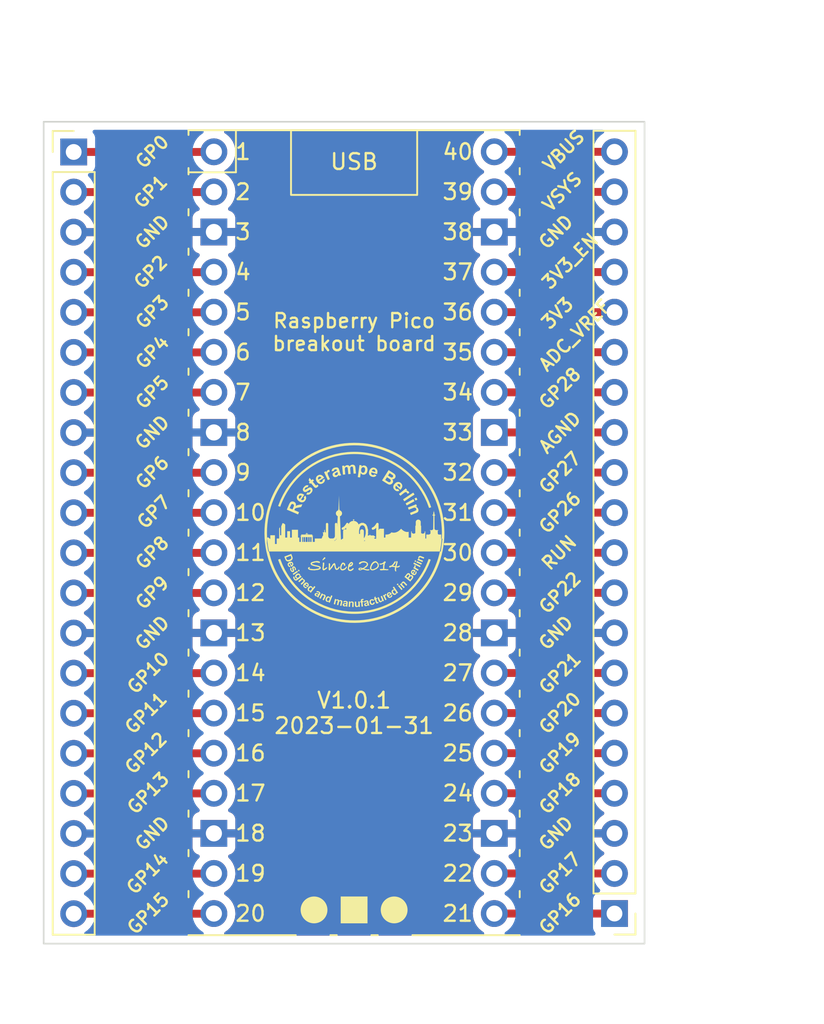
<source format=kicad_pcb>
(kicad_pcb (version 20211014) (generator pcbnew)
  (title_block (title "Raspberry Pico breakout board") (date "2023-01-31") (rev "1.0.1") (company "Resterampe Berlin ") (comment 3 "https://creativecommons.org/licenses/by-nc/4.0 ") (comment 4 "License CC BY-NC 4.0 "))
  (layers (0 "F.Cu" signal) (31 "B.Cu" signal) (34 "B.Paste" user) (35 "F.Paste" user) (36 "B.SilkS" user "B.Silkscreen") (37 "F.SilkS" user "F.Silkscreen") (38 "B.Mask" user) (39 "F.Mask" user) (44 "Edge.Cuts" user))
  (net 0 "")
  (net 1 "+3V3")
  (net 2 "Net-(J101-Pad2)")
  (net 3 "Net-(J101-Pad1)")
  (net 4 "Net-(J101-Pad4)")
  (net 5 "Net-(J101-Pad5)")
  (net 6 "Net-(J101-Pad6)")
  (net 7 "Net-(J101-Pad7)")
  (net 8 "Net-(J101-Pad14)")
  (net 9 "Net-(J101-Pad9)")
  (net 10 "Net-(J101-Pad10)")
  (net 11 "Net-(J101-Pad11)")
  (net 12 "Net-(J101-Pad12)")
  (net 13 "Net-(J101-Pad19)")
  (net 14 "GND")
  (net 15 "Net-(J101-Pad15)")
  (net 16 "Net-(J101-Pad16)")
  (net 17 "Net-(J101-Pad17)")
  (net 18 "Net-(J101-Pad20)")
  (net 19 "Net-(J102-Pad1)")
  (net 20 "Net-(J102-Pad2)")
  (net 21 "Net-(J102-Pad7)")
  (net 22 "Net-(J102-Pad4)")
  (net 23 "Net-(J102-Pad5)")
  (net 24 "Net-(J102-Pad6)")
  (net 25 "Net-(J102-Pad20)")
  (net 26 "Net-(J102-Pad9)")
  (net 27 "Net-(J102-Pad10)")
  (net 28 "Net-(J102-Pad11)")
  (net 29 "Net-(J102-Pad12)")
  (net 30 "Net-(J102-Pad13)")
  (net 31 "Net-(J102-Pad14)")
  (net 32 "Net-(J102-Pad15)")
  (net 33 "Net-(J102-Pad17)")
  (net 34 "Net-(J102-Pad19)")
  (footprint "MCU_RaspberryPi_and_Boards:RPi_Pico_TH" (layer "F.Cu") (at 157.48 95.25)
    (fp_text reference "U101")
    (fp_text value "Pico")
  )
  (footprint "Connector_PinHeader_2.54mm:PinHeader_1x20_P2.54mm_Vertical" (layer "F.Cu") (at 173.99 119.38 180)
    (fp_text reference "J102" hide)
    (fp_text value "Conn_01x20" hide)
  )
  (footprint "Connector_PinHeader_2.54mm:PinHeader_1x20_P2.54mm_Vertical" (layer "F.Cu") (at 139.7 71.13)
    (fp_text reference "J101" hide)
    (fp_text value "Conn_01x20")
  )
  (gr_poly (pts (xy 160.611055 98.341089) (xy 160.61375 98.341258) (xy 160.616408 98.341526) (xy 160.61903 98.341893) (xy 160.621625 98.342338) (xy 160.624201 98.342852) (xy 160.626757 98.343434) (xy 160.629294 98.344084) (xy 160.631812 98.344802) (xy 160.63431 98.345588) (xy 160.636789 98.346441) (xy 160.639248 98.347363) (xy 160.641687 98.348351) (xy 160.644108 98.349408) (xy 160.646508 98.350531) (xy 160.648889 98.351722) (xy 160.65125 98.352981) (xy 160.653592 98.354306) (xy 160.655914 98.355699) (xy 160.658216 98.357159) (xy 160.660548 98.358718) (xy 160.662951 98.360407) (xy 160.665425 98.362228) (xy 160.667969 98.364179) (xy 160.670584 98.366262) (xy 160.67327 98.368475) (xy 160.678853 98.373295) (xy 160.684719 98.37864) (xy 160.690869 98.38451) (xy 160.6973 98.390905) (xy 160.704015 98.397825) (xy 160.851308 98.551892) (xy 160.785717 98.614625) (xy 160.664751 98.488075) (xy 160.655514 98.478549) (xy 160.646991 98.470032) (xy 160.639184 98.462526) (xy 160.632092 98.45603) (xy 160.625715 98.450545) (xy 160.622795 98.448182) (xy 160.620054 98.446072) (xy 160.617493 98.444214) (xy 160.61511 98.44261) (xy 160.612906 98.441258) (xy 160.610882 98.440159) (xy 160.608946 98.439227) (xy 160.607008 98.438376) (xy 160.605069 98.437605) (xy 160.603128 98.436914) (xy 160.601185 98.436304) (xy 160.599241 98.435775) (xy 160.597295 98.435325) (xy 160.595347 98.434957) (xy 160.593398 98.434668) (xy 160.591447 98.43446) (xy 160.589495 98.434332) (xy 160.587541 98.434284) (xy 160.585586 98.434316) (xy 160.58363 98.434429) (xy 160.581672 98.434621) (xy 160.579713 98.434893) (xy 160.577757 98.435246) (xy 160.575821 98.435677) (xy 160.573903 98.436189) (xy 160.572004 98.436779) (xy 160.570124 98.43745) (xy 160.568262 98.4382) (xy 160.56642 98.43903) (xy 160.564596 98.439941) (xy 160.562791 98.440931) (xy 160.561005 98.442001) (xy 160.559238 98.443151) (xy 160.55749 98.444381) (xy 160.555761 98.445692) (xy 160.554051 98.447083) (xy 160.55236 98.448555) (xy 160.550689 98.450107) (xy 160.548609 98.452169) (xy 160.546626 98.454278) (xy 160.54474 98.456433) (xy 160.542951 98.458635) (xy 160.541258 98.460883) (xy 160.539663 98.463178) (xy 160.538164 98.465519) (xy 160.536762 98.467907) (xy 160.535458 98.470341) (xy 160.53425 98.472822) (xy 160.53314 98.475349) (xy 160.532127 98.477923) (xy 160.531211 98.480543) (xy 160.530392 98.48321) (xy 160.52967 98.485923) (xy 160.529046 98.488683) (xy 160.528526 98.491458) (xy 160.528118 98.494218) (xy 160.527822 98.496962) (xy 160.527637 98.49969) (xy 160.527565 98.502403) (xy 160.527604 98.5051) (xy 160.527754 98.50778) (xy 160.528017 98.510445) (xy 160.528392 98.513094) (xy 160.528878 98.515726) (xy 160.529477 98.518342) (xy 160.530187 98.520942) (xy 160.53101 98.523525) (xy 160.531945 98.526092) (xy 160.532992 98.528642) (xy 160.534151 98.531176) (xy 160.535484 98.533784) (xy 160.53705 98.536559) (xy 160.53885 98.539502) (xy 160.540884 98.542611) (xy 160.543152 98.545886) (xy 160.545655 98.549329) (xy 160.548392 98.552938) (xy 160.551363 98.556714) (xy 160.554568 98.560657) (xy 160.558008 98.564767) (xy 160.565592 98.573487) (xy 160.574115 98.582874) (xy 160.583578 98.592929) (xy 160.690917 98.705219) (xy 160.625329 98.767952) (xy 160.388314 98.52001) (xy 160.449247 98.461749) (xy 160.484066 98.498182) (xy 160.483321 98.48915) (xy 160.483023 98.480322) (xy 160.48317 98.471697) (xy 160.483763 98.463275) (xy 160.484801 98.455057) (xy 160.486285 98.447041) (xy 160.488214 98.439229) (xy 160.490589 98.431619) (xy 160.493409 98.424212) (xy 160.496673 98.417008) (xy 160.500383 98.410006) (xy 160.504538 98.403207) (xy 160.509138 98.39661) (xy 160.514183 98.390216) (xy 160.519672 98.384024) (xy 160.525606 98.378035) (xy 160.528334 98.375485) (xy 160.531092 98.373024) (xy 160.533878 98.370653) (xy 160.536693 98.36837) (xy 160.539538 98.366177) (xy 160.542412 98.364073) (xy 160.545315 98.362058) (xy 160.548247 98.360132) (xy 160.551209 98.358295) (xy 160.554199 98.356547) (xy 160.557219 98.354888) (xy 160.560268 98.353318) (xy 160.563346 98.351837) (xy 160.566454 98.350444) (xy 160.56959 98.34914) (xy 160.572756 98.347925) (xy 160.575918 98.346804) (xy 160.579044 98.345782) (xy 160.582134 98.344859) (xy 160.585188 98.344036) (xy 160.588206 98.343311) (xy 160.591188 98.342686) (xy 160.594134 98.34216) (xy 160.597044 98.341734) (xy 160.599918 98.341406) (xy 160.602757 98.341178) (xy 160.605559 98.341049) (xy 160.608325 98.341019)) (layer "F.SilkS") (width 0) (fill solid))
  (gr_poly (pts (xy 154.03035 97.663395) (xy 153.960686 97.710279) (xy 153.909991 97.634979) (xy 153.979656 97.588095)) (layer "F.SilkS") (width 0) (fill solid))
  (gr_poly (pts (xy 153.55955 96.758441) (xy 153.564568 96.771865) (xy 153.569006 96.784574) (xy 153.572865 96.796568) (xy 153.576143 96.807845) (xy 153.578843 96.818405) (xy 153.580963 96.828248) (xy 153.582505 96.837373) (xy 153.583469 96.84578) (xy 153.583824 96.851175) (xy 153.584006 96.856536) (xy 153.584015 96.861864) (xy 153.583852 96.867157) (xy 153.583516 96.872416) (xy 153.583007 96.877641) (xy 153.582325 96.882833) (xy 153.581471 96.887991) (xy 153.580445 96.893114) (xy 153.579246 96.898205) (xy 153.577875 96.903261) (xy 153.576332 96.908284) (xy 153.574617 96.913273) (xy 153.57273 96.918228) (xy 153.570671 96.92315) (xy 153.56844 96.928038) (xy 153.566048 96.932883) (xy 153.563513 96.937663) (xy 153.560836 96.942378) (xy 153.558017 96.947029) (xy 153.555056 96.951615) (xy 153.551953 96.956137) (xy 153.548707 96.960595) (xy 153.545319 96.964988) (xy 153.541789 96.969316) (xy 153.538117 96.97358) (xy 153.534302 96.97778) (xy 153.530345 96.981915) (xy 153.526245 96.985985) (xy 153.522003 96.989991) (xy 153.517618 96.993932) (xy 153.51309 96.997809) (xy 153.508393 97.001627) (xy 153.503498 97.005392) (xy 153.498406 97.009103) (xy 153.493117 97.012761) (xy 153.48763 97.016365) (xy 153.481945 97.019916) (xy 153.476063 97.023413) (xy 153.469983 97.026857) (xy 153.463705 97.030247) (xy 153.457229 97.033583) (xy 153.450556 97.036866) (xy 153.443684 97.040095) (xy 153.436614 97.04327) (xy 153.429346 97.046391) (xy 153.42188 97.049459) (xy 153.414215 97.052472) (xy 153.400727 97.057419) (xy 153.38755 97.061763) (xy 153.374681 97.065503) (xy 153.362122 97.068638) (xy 153.349872 97.071168) (xy 153.337929 97.073092) (xy 153.332074 97.073827) (xy 153.326296 97.07441) (xy 153.320594 97.074841) (xy 153.314969 97.07512) (xy 153.308194 97.075286) (xy 153.301519 97.075285) (xy 153.294946 97.075119) (xy 153.288473 97.074788) (xy 153.282102 97.07429) (xy 153.275832 97.073627) (xy 153.269662 97.072798) (xy 153.263594 97.071803) (xy 153.257627 97.070643) (xy 153.251761 97.069316) (xy 153.245997 97.067823) (xy 153.240333 97.066165) (xy 153.23477 97.06434) (xy 153.229308 97.062349) (xy 153.223948 97.060192) (xy 153.218688 97.057869) (xy 153.214758 97.055975) (xy 153.210857 97.053924) (xy 153.206985 97.051716) (xy 153.203141 97.049351) (xy 153.199326 97.04683) (xy 153.195539 97.044151) (xy 153.191781 97.041316) (xy 153.188052 97.038323) (xy 153.184352 97.035174) (xy 153.180681 97.031868) (xy 153.177039 97.028405) (xy 153.173425 97.024785) (xy 153.169841 97.021008) (xy 153.166285 97.017074) (xy 153.162759 97.012984) (xy 153.159262 97.008736) (xy 153.156679 97.005405) (xy 153.154109 97.001889) (xy 153.151552 96.998189) (xy 153.149008 96.994305) (xy 153.146478 96.990237) (xy 153.143961 96.985986) (xy 153.141456 96.98155) (xy 153.138966 96.97693) (xy 153.136488 96.972127) (xy 153.134024 96.967139) (xy 153.131573 96.961968) (xy 153.129136 96.956613) (xy 153.126712 96.951074) (xy 153.124302 96.945352) (xy 153.119522 96.933357) (xy 153.078203 96.826042) (xy 153.163682 96.826042) (xy 153.189345 96.892637) (xy 153.192879 96.901633) (xy 153.196295 96.909927) (xy 153.199595 96.917519) (xy 153.202776 96.92441) (xy 153.20584 96.930601) (xy 153.208786 96.936091) (xy 153.211613 96.940882) (xy 153.214322 96.944972) (xy 153.216062 96.947383) (xy 153.217839 96.949713) (xy 153.219654 96.951964) (xy 153.221505 96.954134) (xy 153.223393 96.956225) (xy 153.225318 96.958235) (xy 153.22728 96.960165) (xy 153.229278 96.962015) (xy 153.231313 96.963784) (xy 153.233385 96.965473) (xy 153.235492 96.967082) (xy 153.237637 96.96861) (xy 153.239817 96.970058) (xy 153.242034 96.971425) (xy 153.244286 96.972712) (xy 153.246575 96.973918) (xy 153.24894 96.975038) (xy 153.251419 96.976067) (xy 153.254014 96.977004) (xy 153.256725 96.977851) (xy 153.25955 96.978605) (xy 153.262491 96.979269) (xy 153.265547 96.97984) (xy 153.268718 96.98032) (xy 153.272004 96.980709) (xy 153.275404 96.981005) (xy 153.27892 96.981209) (xy 153.282551 96.981322) (xy 153.286297 96.981342) (xy 153.290157 96.98127) (xy 153.294132 96.981106) (xy 153.298222 96.98085) (xy 153.30244 96.980484) (xy 153.306798 96.979983) (xy 153.311298 96.979346) (xy 153.315938 96.978573) (xy 153.320719 96.977665) (xy 153.325641 96.976621) (xy 153.335908 96.974126) (xy 153.34674 96.971089) (xy 153.358136 96.967511) (xy 153.370097 96.963391) (xy 153.382624 96.958731) (xy 153.395007 96.953802) (xy 153.40654 96.948878) (xy 153.41722 96.943958) (xy 153.427047 96.939042) (xy 153.436021 96.93413) (xy 153.444142 96.929222) (xy 153.447881 96.926769) (xy 153.451407 96.924316) (xy 153.454719 96.921864) (xy 153.457818 96.919413) (xy 153.460752 96.916952) (xy 153.46357 96.914471) (xy 153.466273 96.911969) (xy 153.46886 96.909447) (xy 153.471332 96.906905) (xy 153.473688 96.904342) (xy 153.475928 96.901759) (xy 153.478052 96.899156) (xy 153.480061 96.896533) (xy 153.481953 96.893889) (xy 153.483729 96.891226) (xy 153.485389 96.888542) (xy 153.486933 96.885839) (xy 153.48836 96.883115) (xy 153.489671 96.880372) (xy 153.490865 96.877609) (xy 153.491949 96.874817) (xy 153.49293 96.871986) (xy 153.493807 96.869117) (xy 153.49458 96.866209) (xy 153.49525 96.863263) (xy 153.495816 96.860278) (xy 153.496278 96.857255) (xy 153.496636 96.854194) (xy 153.49689 96.851094) (xy 153.497041 96.847955) (xy 153.497088 96.844778) (xy 153.49703 96.841563) (xy 153.496869 96.838309) (xy 153.496603 96.835017) (xy 153.496234 96.831686) (xy 153.49576 96.828317) (xy 153.495318 96.825643) (xy 153.494734 96.822702) (xy 153.493145 96.816018) (xy 153.490993 96.808265) (xy 153.488279 96.799441) (xy 153.485001 96.789547) (xy 153.48116 96.778583) (xy 153.476756 96.766547) (xy 153.471789 96.75344) (xy 153.456363 96.713356) (xy 153.163682 96.826042) (xy 153.078203 96.826042) (xy 153.054884 96.765478) (xy 153.496765 96.595378)) (layer "F.SilkS") (width 0) (fill solid))
  (gr_poly (pts (xy 155.505694 99.129425) (xy 155.483336 99.174589) (xy 155.491567 99.17081) (xy 155.499761 99.167517) (xy 155.507916 99.164713) (xy 155.516033 99.162396) (xy 155.524112 99.160566) (xy 155.532153 99.159224) (xy 155.540155 99.15837) (xy 155.548119 99.158003) (xy 155.556045 99.158124) (xy 155.563932 99.158733) (xy 155.571781 99.15983) (xy 155.57959 99.161414) (xy 155.587362 99.163487) (xy 155.595094 99.166047) (xy 155.602787 99.169095) (xy 155.610441 99.172631) (xy 155.613768 99.174327) (xy 155.617021 99.17608) (xy 155.6202 99.177892) (xy 155.623306 99.17976) (xy 155.626338 99.181687) (xy 155.629296 99.183671) (xy 155.632181 99.185712) (xy 155.634992 99.187812) (xy 155.63773 99.189969) (xy 155.640394 99.192184) (xy 155.642985 99.194456) (xy 155.645502 99.196786) (xy 155.647946 99.199174) (xy 155.650317 99.20162) (xy 155.652615 99.204123) (xy 155.654839 99.206684) (xy 155.656974 99.209278) (xy 155.659003 99.211871) (xy 155.660925 99.214464) (xy 155.662743 99.217056) (xy 155.664454 99.219648) (xy 155.66606 99.222239) (xy 155.66756 99.22483) (xy 155.668954 99.22742) (xy 155.670244 99.230009) (xy 155.671428 99.232598) (xy 155.672506 99.235186) (xy 155.67348 99.237773) (xy 155.674348 99.24036) (xy 155.675111 99.242946) (xy 155.675769 99.245532) (xy 155.676323 99.248117) (xy 155.676784 99.250709) (xy 155.677175 99.253306) (xy 155.677496 99.255908) (xy 155.677747 99.258515) (xy 155.677928 99.261126) (xy 155.678039 99.263742) (xy 155.678081 99.266363) (xy 155.678052 99.268989) (xy 155.677954 99.27162) (xy 155.677786 99.274255) (xy 155.677549 99.276894) (xy 155.677242 99.279538) (xy 155.676865 99.282187) (xy 155.676419 99.28484) (xy 155.675903 99.287497) (xy 155.675317 99.290159) (xy 155.674648 99.292879) (xy 155.67388 99.295712) (xy 155.672048 99.301712) (xy 155.66982 99.308161) (xy 155.667198 99.315056) (xy 155.66418 99.322398) (xy 155.660766 99.330186) (xy 155.656955 99.338419) (xy 155.652749 99.347097) (xy 155.55816 99.538126) (xy 155.476827 99.497883) (xy 155.554483 99.340985) (xy 155.560291 99.329043) (xy 155.565392 99.31812) (xy 155.569786 99.308217) (xy 155.573473 99.299333) (xy 155.576453 99.291469) (xy 155.578727 99.284624) (xy 155.580293 99.278799) (xy 155.580811 99.276268) (xy 155.581152 99.273993) (xy 155.581367 99.271857) (xy 155.581507 99.269748) (xy 155.581571 99.267663) (xy 155.581558 99.265604) (xy 155.58147 99.263571) (xy 155.581306 99.261564) (xy 155.581066 99.259582) (xy 155.580749 99.257625) (xy 155.580356 99.255695) (xy 155.579887 99.25379) (xy 155.579341 99.251911) (xy 155.578719 99.250058) (xy 155.57802 99.24823) (xy 155.577245 99.246429) (xy 155.576393 99.244654) (xy 155.575464 99.242904) (xy 155.574467 99.241186) (xy 155.573401 99.239512) (xy 155.572267 99.237884) (xy 155.571064 99.236301) (xy 155.569792 99.234763) (xy 155.568451 99.23327) (xy 155.567041 99.231822) (xy 155.565562 99.230419) (xy 155.564015 99.229061) (xy 155.562398 99.227748) (xy 155.560713 99.22648) (xy 155.558959 99.225257) (xy 155.557136 99.224079) (xy 155.555244 99.222945) (xy 155.553284 99.221856) (xy 155.551254 99.220812) (xy 155.548609 99.219561) (xy 155.545953 99.218416) (xy 155.543286 99.217378) (xy 155.540608 99.216447) (xy 155.537919 99.215623) (xy 155.535219 99.214906) (xy 155.532508 99.214297) (xy 155.529786 99.213794) (xy 155.527054 99.213399) (xy 155.52431 99.213111) (xy 155.521556 99.21293) (xy 155.518791 99.212857) (xy 155.516015 99.212892) (xy 155.513229 99.213034) (xy 155.510432 99.213284) (xy 155.507625 99.213642) (xy 155.504834 99.214098) (xy 155.502097 99.214655) (xy 155.499414 99.215311) (xy 155.496785 99.216068) (xy 155.494209 99.216924) (xy 155.491687 99.21788) (xy 155.489219 99.218935) (xy 155.486805 99.220091) (xy 155.484445 99.221346) (xy 155.482138 99.222702) (xy 155.479884 99.224157) (xy 155.477684 99.225712) (xy 155.475538 99.227366) (xy 155.473445 99.229121) (xy 155.471405 99.230975) (xy 155.469419 99.23293) (xy 155.467421 99.235068) (xy 155.465346 99.237484) (xy 155.463194 99.240178) (xy 155.460965 99.243149) (xy 155.45866 99.246399) (xy 155.456277 99.249926) (xy 155.453818 99.253731) (xy 155.451282 99.257814) (xy 155.448668 99.262175) (xy 155.445978 99.266813) (xy 155.443211 99.27173) (xy 155.440368 99.276924) (xy 155.434449 99.288145) (xy 155.428223 99.300478) (xy 155.359326 99.439701) (xy 155.277966 99.399432) (xy 155.430128 99.092039)) (layer "F.SilkS") (width 0) (fill solid))
  (gr_poly (pts (xy 161.659511 96.720563) (xy 161.662184 96.7207) (xy 161.664869 96.720907) (xy 161.667564 96.721184) (xy 161.670272 96.721531) (xy 161.675939 96.722463) (xy 161.682084 96.723748) (xy 161.688708 96.725388) (xy 161.695811 96.727382) (xy 161.703393 96.729729) (xy 161.711453 96.732429) (xy 161.719992 96.735482) (xy 161.729011 96.738887) (xy 161.927793 96.815829) (xy 161.895035 96.90047) (xy 161.731789 96.837287) (xy 161.719379 96.832581) (xy 161.708046 96.828487) (xy 161.69779 96.825002) (xy 161.688612 96.82213) (xy 161.680511 96.819868) (xy 161.673489 96.818218) (xy 161.667544 96.817181) (xy 161.664977 96.816891) (xy 161.662679 96.816755) (xy 161.660528 96.816737) (xy 161.658409 96.816791) (xy 161.656323 96.816918) (xy 161.65427 96.817118) (xy 161.65225 96.817391) (xy 161.650263 96.817736) (xy 161.648309 96.818155) (xy 161.646387 96.818647) (xy 161.644499 96.819211) (xy 161.642643 96.81985) (xy 161.64082 96.820561) (xy 161.63903 96.821346) (xy 161.637273 96.822204) (xy 161.635549 96.823136) (xy 161.633858 96.824142) (xy 161.6322 96.825221) (xy 161.630583 96.826369) (xy 161.629016 96.827583) (xy 161.6275 96.82886) (xy 161.626034 96.830202) (xy 161.624619 96.831609) (xy 161.623255 96.833079) (xy 161.621941 96.834615) (xy 161.620677 96.836215) (xy 161.619465 96.837879) (xy 161.618304 96.839608) (xy 161.617193 96.841401) (xy 161.616134 96.843259) (xy 161.615125 96.845182) (xy 161.614168 96.847168) (xy 161.613262 96.84922) (xy 161.612408 96.851336) (xy 161.611395 96.854085) (xy 161.610492 96.856835) (xy 161.609696 96.859586) (xy 161.609009 96.862339) (xy 161.60843 96.865092) (xy 161.60796 96.867847) (xy 161.607597 96.870603) (xy 161.607342 96.873359) (xy 161.607195 96.876117) (xy 161.607156 96.878875) (xy 161.607225 96.881634) (xy 161.607401 96.884394) (xy 161.607685 96.887155) (xy 161.608076 96.889917) (xy 161.608575 96.892679) (xy 161.609182 96.895442) (xy 161.609889 96.898179) (xy 161.610691 96.900854) (xy 161.611588 96.903467) (xy 161.612579 96.906018) (xy 161.613665 96.908507) (xy 161.614845 96.910934) (xy 161.61612 96.913298) (xy 161.617489 96.9156) (xy 161.618952 96.91784) (xy 161.62051 96.920017) (xy 161.622161 96.922132) (xy 161.623907 96.924184) (xy 161.625747 96.926174) (xy 161.62768 96.928102) (xy 161.629708 96.929967) (xy 161.631829 96.931769) (xy 161.634143 96.933566) (xy 161.63674 96.935413) (xy 161.63962 96.937311) (xy 161.642783 96.939261) (xy 161.646228 96.941261) (xy 161.649957 96.943313) (xy 161.653969 96.945417) (xy 161.658264 96.947571) (xy 161.662842 96.949777) (xy 161.667703 96.952035) (xy 161.678275 96.956705) (xy 161.68998 96.961583) (xy 161.702817 96.966668) (xy 161.847703 97.022759) (xy 161.814947 97.107399) (xy 161.495066 96.983575) (xy 161.525493 96.904967) (xy 161.572483 96.923144) (xy 161.567975 96.915288) (xy 161.563956 96.907425) (xy 161.560427 96.899557) (xy 161.557386 96.891683) (xy 161.554836 96.883802) (xy 161.552774 96.875916) (xy 161.551202 96.868024) (xy 161.550118 96.860127) (xy 161.549525 96.852224) (xy 161.54942 96.844315) (xy 161.549805 96.836401) (xy 161.550679 96.828482) (xy 161.552042 96.820557) (xy 161.553895 96.812627) (xy 161.556236 96.804693) (xy 161.559067 96.796753) (xy 161.560454 96.793284) (xy 161.561905 96.789884) (xy 161.563421 96.786552) (xy 161.565001 96.783288) (xy 161.566646 96.780093) (xy 161.568355 96.776966) (xy 161.570129 96.773907) (xy 161.571967 96.770916) (xy 161.573869 96.767993) (xy 161.575837 96.765139) (xy 161.577868 96.762353) (xy 161.579964 96.759635) (xy 161.582125 96.756985) (xy 161.58435 96.754403) (xy 161.586639 96.75189) (xy 161.588993 96.749445) (xy 161.591379 96.747087) (xy 161.593774 96.744834) (xy 161.596179 96.742686) (xy 161.598593 96.740644) (xy 161.601016 96.738707) (xy 161.603449 96.736875) (xy 161.605892 96.735148) (xy 161.608344 96.733527) (xy 161.610805 96.732011) (xy 161.613277 96.730599) (xy 161.615758 96.729293) (xy 161.618249 96.728092) (xy 161.620749 96.726995) (xy 161.62326 96.726004) (xy 161.62578 96.725118) (xy 161.62831 96.724336) (xy 161.63085 96.723641) (xy 161.633401 96.723015) (xy 161.635963 96.722458) (xy 161.638535 96.72197) (xy 161.641118 96.721552) (xy 161.643713 96.721202) (xy 161.646318 96.720922) (xy 161.648934 96.720711) (xy 161.651561 96.72057) (xy 161.6542 96.720498) (xy 161.65685 96.720496)) (layer "F.SilkS") (width 0) (fill solid))
  (gr_poly (pts (xy 160.554525 98.827377) (xy 160.485258 98.886008) (xy 160.263669 98.624176) (xy 160.332937 98.565544)) (layer "F.SilkS") (width 0) (fill solid))
  (gr_poly (pts (xy 160.271395 99.056294) (xy 160.201571 99.103522) (xy 160.17334 99.06177) (xy 160.173169 99.066253) (xy 160.172882 99.070672) (xy 160.172479 99.075026) (xy 160.171962 99.079317) (xy 160.171329 99.083544) (xy 160.170581 99.087706) (xy 160.169718 99.091805) (xy 160.16874 99.095839) (xy 160.167647 99.099809) (xy 160.166438 99.103715) (xy 160.165115 99.107557) (xy 160.163677 99.111334) (xy 160.162125 99.115047) (xy 160.160457 99.118696) (xy 160.158674 99.12228) (xy 160.156777 99.1258) (xy 160.154794 99.129242) (xy 160.152745 99.132594) (xy 160.150629 99.135855) (xy 160.148447 99.139026) (xy 160.146199 99.142106) (xy 160.143884 99.145096) (xy 160.141503 99.147995) (xy 160.139056 99.150803) (xy 160.136542 99.153521) (xy 160.133962 99.156148) (xy 160.131316 99.158685) (xy 160.128603 99.161132) (xy 160.125824 99.163487) (xy 160.122979 99.165753) (xy 160.120067 99.167927) (xy 160.117089 99.170012) (xy 160.110918 99.173958) (xy 160.104648 99.177521) (xy 160.09828 99.180702) (xy 160.091813 99.183501) (xy 160.085248 99.185917) (xy 160.078583 99.187951) (xy 160.071821 99.189602) (xy 160.064959 99.190871) (xy 160.058 99.191757) (xy 160.050941 99.192262) (xy 160.043784 99.192384) (xy 160.036528 99.192124) (xy 160.029174 99.191482) (xy 160.021722 99.190458) (xy 160.01417 99.189051) (xy 160.006521 99.187263) (xy 159.998875 99.185065) (xy 159.991338 99.182439) (xy 159.983908 99.179385) (xy 159.976586 99.175903) (xy 159.969373 99.171993) (xy 159.962267 99.167656) (xy 159.955268 99.162891) (xy 159.948378 99.157699) (xy 159.941596 99.152079) (xy 159.934921 99.146031) (xy 159.928355 99.139556) (xy 159.921896 99.132654) (xy 159.915546 99.125324) (xy 159.909303 99.117567) (xy 159.903168 99.109382) (xy 159.897141 99.10077) (xy 159.891259 99.091782) (xy 159.885825 99.082886) (xy 159.880841 99.074081) (xy 159.876305 99.065369) (xy 159.872218 99.056747) (xy 159.86858 99.048218) (xy 159.865391 99.03978) (xy 159.86265 99.031433) (xy 159.860358 99.023178) (xy 159.858514 99.015014) (xy 159.857119 99.006942) (xy 159.856173 98.998961) (xy 159.855675 98.991071) (xy 159.855625 98.983272) (xy 159.855976 98.976505) (xy 159.945168 98.976505) (xy 159.945338 98.980861) (xy 159.94576 98.985285) (xy 159.946434 98.989779) (xy 159.947361 98.994342) (xy 159.94854 98.998974) (xy 159.949971 99.003675) (xy 159.951655 99.008444) (xy 159.953592 99.013283) (xy 159.95578 99.01819) (xy 159.958222 99.023166) (xy 159.960915 99.02821) (xy 159.963861 99.033322) (xy 159.967059 99.038503) (xy 159.97051 99.043753) (xy 159.974337 99.049306) (xy 159.97813 99.054597) (xy 159.981888 99.059625) (xy 159.985611 99.06439) (xy 159.989299 99.068892) (xy 159.992953 99.073131) (xy 159.996572 99.077107) (xy 160.000157 99.080821) (xy 160.003706 99.084271) (xy 160.007221 99.087458) (xy 160.010701 99.090383) (xy 160.014147 99.093044) (xy 160.017557 99.095443) (xy 160.020933 99.097579) (xy 160.024274 99.099452) (xy 160.027581 99.101062) (xy 160.032322 99.103052) (xy 160.03702 99.104735) (xy 160.041676 99.106113) (xy 160.046289 99.107184) (xy 160.050859 99.107948) (xy 160.055387 99.108406) (xy 160.059872 99.108558) (xy 160.064315 99.108404) (xy 160.068715 99.107943) (xy 160.073073 99.107176) (xy 160.077388 99.106102) (xy 160.081661 99.104723) (xy 160.085892 99.103036) (xy 160.09008 99.101044) (xy 160.094226 99.098745) (xy 160.09833 99.09614) (xy 160.101486 99.093877) (xy 160.104464 99.091483) (xy 160.107265 99.088958) (xy 160.109889 99.086302) (xy 160.112335 99.083515) (xy 160.114604 99.080598) (xy 160.116696 99.077549) (xy 160.11861 99.074368) (xy 160.120347 99.071057) (xy 160.121907 99.067615) (xy 160.123289 99.064041) (xy 160.124494 99.060336) (xy 160.125522 99.056499) (xy 160.126372 99.052532) (xy 160.127045 99.048433) (xy 160.127541 99.044202) (xy 160.127824 99.039869) (xy 160.127849 99.035461) (xy 160.127616 99.030979) (xy 160.127125 99.026423) (xy 160.126376 99.021792) (xy 160.12537 99.017087) (xy 160.124105 99.012308) (xy 160.122583 99.007455) (xy 160.120804 99.002528) (xy 160.118767 98.997526) (xy 160.116472 98.992451) (xy 160.11392 98.987302) (xy 160.11111 98.982078) (xy 160.108043 98.976781) (xy 160.104718 98.97141) (xy 160.101136 98.965965) (xy 160.097002 98.959997) (xy 160.092874 98.954337) (xy 160.088754 98.948984) (xy 160.08464 98.943939) (xy 160.080533 98.939201) (xy 160.076433 98.934771) (xy 160.07234 98.930648) (xy 160.068254 98.926833) (xy 160.064174 98.923326) (xy 160.060102 98.920126) (xy 160.056036 98.917234) (xy 160.051977 98.914649) (xy 160.047925 98.912372) (xy 160.04388 98.910403) (xy 160.039841 98.908741) (xy 160.03581 98.907386) (xy 160.0318 98.906296) (xy 160.027826 98.905427) (xy 160.02389 98.904778) (xy 160.019989 98.90435) (xy 160.016126 98.904143) (xy 160.012299 98.904157) (xy 160.008508 98.904391) (xy 160.004754 98.904846) (xy 160.001037 98.905522) (xy 159.997356 98.906419) (xy 159.993712 98.907537) (xy 159.990104 98.908875) (xy 159.986533 98.910434) (xy 159.982999 98.912214) (xy 159.979501 98.914214) (xy 159.97604 98.916436) (xy 159.972782 98.918758) (xy 159.969705 98.9212) (xy 159.966809 98.923763) (xy 159.964093 98.926446) (xy 159.961559 98.929249) (xy 159.959205 98.932172) (xy 159.957032 98.935216) (xy 159.955039 98.938379) (xy 159.953227 98.941662) (xy 159.951595 98.945066) (xy 159.950143 98.948589) (xy 159.948872 98.952232) (xy 159.94778 98.955995) (xy 159.946869 98.959877) (xy 159.946138 98.96388) (xy 159.945586 98.968002) (xy 159.945251 98.972219) (xy 159.945168 98.976505) (xy 159.855976 98.976505) (xy 159.856024 98.975565) (xy 159.856872 98.967949) (xy 159.858108 98.960479) (xy 159.859683 98.953207) (xy 159.861598 98.946134) (xy 159.863851 98.939261) (xy 159.866444 98.932586) (xy 159.869376 98.92611) (xy 159.872646 98.919834) (xy 159.876256 98.913756) (xy 159.880204 98.907878) (xy 159.884491 98.902199) (xy 159.889117 98.896718) (xy 159.894082 98.891437) (xy 159.899386 98.886355) (xy 159.905028 98.881472) (xy 159.911009 98.876788) (xy 159.917329 98.872303) (xy 159.923336 98.868463) (xy 159.929453 98.865001) (xy 159.935679 98.861917) (xy 159.942014 98.85921) (xy 159.948458 98.856881) (xy 159.955011 98.854929) (xy 159.961672 98.853355) (xy 159.968443 98.852158) (xy 159.975322 98.851338) (xy 159.982311 98.850896) (xy 159.989408 98.850831) (xy 159.996614 98.851143) (xy 160.003928 98.851832) (xy 160.011351 98.852898) (xy 160.018883 98.854342) (xy 160.026523 98.856163) (xy 159.930981 98.714902) (xy 160.006177 98.664075)) (layer "F.SilkS") (width 0) (fill solid))
  (gr_poly (pts (xy 156.385976 97.526582) (xy 156.385842 97.52656) (xy 156.385711 97.526534) (xy 156.385673 97.526525) (xy 156.385651 97.526517) (xy 156.385646 97.526514) (xy 156.385646 97.526511) (xy 156.385657 97.526507) (xy 156.385726 97.526502) (xy 156.386042 97.5265)) (layer "F.SilkS") (width 0) (fill solid))
  (gr_poly (pts (xy 159.505149 99.133399) (xy 159.509249 99.133583) (xy 159.51339 99.133896) (xy 159.522227 99.217399) (xy 159.518875 99.217009) (xy 159.515596 99.216713) (xy 159.512391 99.216511) (xy 159.509259 99.216402) (xy 159.5062 99.216387) (xy 159.503214 99.216465) (xy 159.500301 99.216637) (xy 159.497462 99.216903) (xy 159.494695 99.217262) (xy 159.492002 99.217715) (xy 159.489382 99.218262) (xy 159.486835 99.218902) (xy 159.484361 99.219636) (xy 159.481961 99.220463) (xy 159.479634 99.221385) (xy 159.477379 99.2224) (xy 159.47527 99.223458) (xy 159.473236 99.224571) (xy 159.471279 99.225738) (xy 159.469398 99.226959) (xy 159.467593 99.228234) (xy 159.465864 99.229563) (xy 159.464212 99.230947) (xy 159.462636 99.232384) (xy 159.461136 99.233876) (xy 159.459713 99.235422) (xy 159.458366 99.237023) (xy 159.457095 99.238677) (xy 159.455901 99.240387) (xy 159.454782 99.24215) (xy 159.45374 99.243969) (xy 159.452775 99.245842) (xy 159.451896 99.247792) (xy 159.451114 99.249841) (xy 159.450429 99.251991) (xy 159.449842 99.254241) (xy 159.449353 99.25659) (xy 159.44896 99.25904) (xy 159.448666 99.26159) (xy 159.448468 99.26424) (xy 159.448368 99.26699) (xy 159.448365 99.26984) (xy 159.44846 99.27279) (xy 159.448652 99.275841) (xy 159.448941 99.278992) (xy 159.449327 99.282244) (xy 159.449811 99.285595) (xy 159.450393 99.289048) (xy 159.451146 99.292754) (xy 159.452156 99.296857) (xy 159.453423 99.301358) (xy 159.454946 99.306257) (xy 159.456726 99.311553) (xy 159.458762 99.317247) (xy 159.463605 99.329827) (xy 159.469473 99.343996) (xy 159.476367 99.359756) (xy 159.484285 99.377106) (xy 159.493229 99.396045) (xy 159.539001 99.49156) (xy 159.457139 99.530771) (xy 159.308947 99.221447) (xy 159.38496 99.18504) (xy 159.406048 99.229014) (xy 159.407288 99.219246) (xy 159.408726 99.210202) (xy 159.410361 99.201881) (xy 159.412193 99.194284) (xy 159.413182 99.190757) (xy 159.41422 99.18741) (xy 159.415307 99.184244) (xy 159.416443 99.181259) (xy 159.417628 99.178454) (xy 159.418861 99.17583) (xy 159.420143 99.173386) (xy 159.421473 99.171123) (xy 159.422862 99.168986) (xy 159.424322 99.166909) (xy 159.425851 99.164893) (xy 159.427451 99.162938) (xy 159.429121 99.161045) (xy 159.43086 99.159212) (xy 159.43267 99.157441) (xy 159.43455 99.155731) (xy 159.4365 99.154082) (xy 159.43852 99.152495) (xy 159.44061 99.150969) (xy 159.442771 99.149505) (xy 159.445001 99.148103) (xy 159.447301 99.146763) (xy 159.449672 99.145484) (xy 159.452112 99.144268) (xy 159.455631 99.14266) (xy 159.45919 99.141179) (xy 159.462792 99.139827) (xy 159.466434 99.138603) (xy 159.470119 99.137506) (xy 159.473845 99.136537) (xy 159.477612 99.135697) (xy 159.481422 99.134984) (xy 159.485272 99.1344) (xy 159.489164 99.133943) (xy 159.493098 99.133615) (xy 159.497074 99.133414) (xy 159.50109 99.133342)) (layer "F.SilkS") (width 0) (fill solid))
  (gr_poly (pts (xy 155.596464 96.80533) (xy 155.60497 96.807879) (xy 155.612889 96.810564) (xy 155.620222 96.813387) (xy 155.626968 96.816351) (xy 155.633128 96.819456) (xy 155.638701 96.822704) (xy 155.643687 96.826098) (xy 155.648086 96.829638) (xy 155.6519 96.833326) (xy 155.655126 96.837164) (xy 155.657766 96.841155) (xy 155.659819 96.845298) (xy 155.660625 96.847428) (xy 155.661285 96.849596) (xy 155.661799 96.851804) (xy 155.662165 96.854052) (xy 155.662459 96.858665) (xy 155.662392 96.860358) (xy 155.662308 96.861196) (xy 155.66219 96.862027) (xy 155.662038 96.862852) (xy 155.661851 96.863672) (xy 155.66163 96.864486) (xy 155.661374 96.865295) (xy 155.661083 96.8661) (xy 155.660757 96.866899) (xy 155.659999 96.868484) (xy 155.659097 96.870052) (xy 155.65805 96.871606) (xy 155.656857 96.873146) (xy 155.655515 96.874674) (xy 155.654023 96.876193) (xy 155.652379 96.877703) (xy 155.650583 96.879207) (xy 155.648631 96.880705) (xy 155.646522 96.8822) (xy 155.644256 96.883694) (xy 155.644256 96.885969) (xy 155.641509 96.889089) (xy 155.638816 96.892047) (xy 155.636176 96.894841) (xy 155.63359 96.897471) (xy 155.631056 96.899934) (xy 155.628577 96.902229) (xy 155.62615 96.904353) (xy 155.623777 96.906306) (xy 155.621457 96.908086) (xy 155.619191 96.90969) (xy 155.616977 96.911118) (xy 155.614818 96.912368) (xy 155.612711 96.913438) (xy 155.610658 96.914326) (xy 155.608658 96.91503) (xy 155.606711 96.91555) (xy 155.589646 96.936029) (xy 155.578268 96.950819) (xy 155.552102 96.957645) (xy 155.540725 96.973573) (xy 155.522521 96.982675) (xy 155.492941 97.008842) (xy 155.474737 96.991777) (xy 155.47815 96.963333) (xy 155.490665 96.942855) (xy 155.490932 96.940949) (xy 155.491307 96.939069) (xy 155.491793 96.937215) (xy 155.49239 96.935389) (xy 155.4931 96.933589) (xy 155.493925 96.931816) (xy 155.494867 96.930069) (xy 155.495927 96.928349) (xy 155.497107 96.926656) (xy 155.498409 96.924989) (xy 155.499834 96.923349) (xy 155.501384 96.921736) (xy 155.503061 96.92015) (xy 155.504866 96.91859) (xy 155.506801 96.917056) (xy 155.508868 96.91555) (xy 155.508868 96.910999) (xy 155.515694 96.906449) (xy 155.516833 96.889383) (xy 155.535036 96.884832) (xy 155.535036 96.874592) (xy 155.548688 96.872317) (xy 155.549356 96.869584) (xy 155.550079 96.866933) (xy 155.550863 96.864365) (xy 155.551711 96.861882) (xy 155.552624 96.859486) (xy 155.553608 96.857178) (xy 155.554665 96.85496) (xy 155.555799 96.852834) (xy 155.557013 96.850801) (xy 155.55831 96.848863) (xy 155.559694 96.847022) (xy 155.561168 96.845279) (xy 155.562735 96.843635) (xy 155.564398 96.842094) (xy 155.566162 96.840656) (xy 155.568029 96.839323) (xy 155.571442 96.837048) (xy 155.578268 96.830222) (xy 155.587371 96.802917)) (layer "F.SilkS") (width 0) (fill solid))
  (gr_poly (pts (xy 154.112015 92.765702) (xy 154.126529 92.766915) (xy 154.141291 92.769001) (xy 154.1563 92.77196) (xy 154.171558 92.775793) (xy 154.187063 92.7805) (xy 154.202817 92.78608) (xy 154.218818 92.792533) (xy 154.235068 92.79986) (xy 154.251566 92.80806) (xy 154.268312 92.817133) (xy 154.285307 92.82708) (xy 154.30255 92.8379) (xy 154.320042 92.849593) (xy 154.114276 93.160584) (xy 154.121261 93.164814) (xy 154.128196 93.168704) (xy 154.135082 93.172253) (xy 154.141918 93.175461) (xy 154.148704 93.178329) (xy 154.15544 93.180856) (xy 154.162127 93.183043) (xy 154.168764 93.184889) (xy 154.17535 93.186394) (xy 154.181887 93.187559) (xy 154.188374 93.188382) (xy 154.194811 93.188865) (xy 154.201198 93.189007) (xy 154.207534 93.188808) (xy 154.213821 93.188267) (xy 154.220057 93.187386) (xy 154.226189 93.186205) (xy 154.232154 93.184753) (xy 154.237952 93.183032) (xy 154.243582 93.181042) (xy 154.249045 93.178781) (xy 154.254341 93.176252) (xy 154.259469 93.173452) (xy 154.26443 93.170383) (xy 154.269225 93.167045) (xy 154.273852 93.163437) (xy 154.278312 93.15956) (xy 154.282605 93.155414) (xy 154.286731 93.150998) (xy 154.290691 93.146314) (xy 154.294483 93.141359) (xy 154.298109 93.136136) (xy 154.300434 93.13249) (xy 154.302587 93.128834) (xy 154.304569 93.125168) (xy 154.306378 93.121492) (xy 154.308016 93.117806) (xy 154.309482 93.11411) (xy 154.310775 93.110404) (xy 154.311897 93.106688) (xy 154.312846 93.102963) (xy 154.313624 93.099227) (xy 154.314229 93.095481) (xy 154.314662 93.091726) (xy 154.314923 93.087961) (xy 154.315011 93.084185) (xy 154.314927 93.0804) (xy 154.314671 93.076605) (xy 154.314227 93.072792) (xy 154.313581 93.068955) (xy 154.312732 93.065093) (xy 154.311681 93.061207) (xy 154.310426 93.057295) (xy 154.30897 93.05336) (xy 154.307311 93.049399) (xy 154.30545 93.045414) (xy 154.303387 93.041405) (xy 154.301122 93.037371) (xy 154.298655 93.033312) (xy 154.295986 93.029229) (xy 154.293115 93.025122) (xy 154.290042 93.020991) (xy 154.286768 93.016835) (xy 154.283291 93.012655) (xy 154.385897 92.902694) (xy 154.392232 92.911326) (xy 154.39817 92.920005) (xy 154.403712 92.928734) (xy 154.408857 92.93751) (xy 154.413605 92.946334) (xy 154.417956 92.955207) (xy 154.421911 92.964128) (xy 154.425469 92.973097) (xy 154.42863 92.982114) (xy 154.431395 92.991179) (xy 154.433764 93.000292) (xy 154.435736 93.009453) (xy 154.437312 93.018661) (xy 154.438491 93.027918) (xy 154.439274 93.037222) (xy 154.439661 93.046575) (xy 154.439639 93.055955) (xy 154.439206 93.065354) (xy 154.438363 93.074772) (xy 154.43711 93.084208) (xy 154.435445 93.093663) (xy 154.43337 93.103136) (xy 154.430883 93.112627) (xy 154.427986 93.122137) (xy 154.424677 93.131665) (xy 154.420957 93.141211) (xy 154.416826 93.150775) (xy 154.412284 93.160358) (xy 154.40733 93.169958) (xy 154.401964 93.179577) (xy 154.396187 93.189214) (xy 154.389998 93.198869) (xy 154.37973 93.213708) (xy 154.369166 93.227637) (xy 154.358307 93.240656) (xy 154.347151 93.252765) (xy 154.3357 93.263963) (xy 154.323952 93.27425) (xy 154.311909 93.283628) (xy 154.299571 93.292095) (xy 154.286936 93.299652) (xy 154.274006 93.306298) (xy 154.260779 93.312034) (xy 154.247257 93.31686) (xy 154.23344 93.320775) (xy 154.219326 93.32378) (xy 154.204917 93.325875) (xy 154.190211 93.32706) (xy 154.178358 93.327292) (xy 154.166482 93.326989) (xy 154.154583 93.326149) (xy 154.142661 93.324773) (xy 154.130717 93.322861) (xy 154.118749 93.320413) (xy 154.106759 93.31743) (xy 154.094747 93.31391) (xy 154.082711 93.309854) (xy 154.070653 93.305263) (xy 154.058573 93.300136) (xy 154.04647 93.294474) (xy 154.034344 93.288276) (xy 154.022196 93.281543) (xy 154.010025 93.274274) (xy 153.997832 93.26647) (xy 153.983612 93.256714) (xy 153.970102 93.246743) (xy 153.957302 93.236558) (xy 153.945212 93.226158) (xy 153.933832 93.215543) (xy 153.923162 93.204714) (xy 153.913202 93.19367) (xy 153.903952 93.182412) (xy 153.895412 93.170939) (xy 153.887582 93.159252) (xy 153.880462 93.14735) (xy 153.874053 93.135234) (xy 153.868353 93.122903) (xy 153.863363 93.110357) (xy 153.859083 93.097597) (xy 153.855514 93.084622) (xy 153.852645 93.071585) (xy 153.850458 93.058638) (xy 153.848954 93.04578) (xy 153.848132 93.033012) (xy 153.847992 93.020334) (xy 153.848535 93.007746) (xy 153.84924 93.000552) (xy 153.972878 93.000552) (xy 153.973016 93.006121) (xy 153.973459 93.011732) (xy 153.974206 93.017386) (xy 153.975257 93.023083) (xy 153.976613 93.028821) (xy 153.978269 93.034531) (xy 153.980231 93.04014) (xy 153.982498 93.045648) (xy 153.985071 93.051056) (xy 153.987949 93.056363) (xy 153.991132 93.06157) (xy 153.994621 93.066675) (xy 153.998415 93.07168) (xy 154.002514 93.076585) (xy 154.006918 93.081388) (xy 154.011627 93.086091) (xy 154.016641 93.090693) (xy 154.021959 93.095194) (xy 154.027582 93.099594) (xy 154.03351 93.103892) (xy 154.039743 93.10809) (xy 154.162509 92.922565) (xy 154.155699 92.918438) (xy 154.148961 92.914642) (xy 154.142295 92.911176) (xy 154.1357 92.90804) (xy 154.129177 92.905234) (xy 154.122726 92.902758) (xy 154.116347 92.900613) (xy 154.110039 92.898798) (xy 154.103803 92.897314) (xy 154.097639 92.896161) (xy 154.091546 92.895338) (xy 154.085525 92.894845) (xy 154.079575 92.894684) (xy 154.073696 92.894854) (xy 154.067889 92.895354) (xy 154.062153 92.896186) (xy 154.056533 92.897295) (xy 154.051073 92.89864) (xy 154.045773 92.90022) (xy 154.040633 92.902034) (xy 154.035652 92.904084) (xy 154.030832 92.906368) (xy 154.026172 92.908887) (xy 154.021672 92.911641) (xy 154.017332 92.914629) (xy 154.013152 92.917852) (xy 154.009131 92.92131) (xy 154.005271 92.925003) (xy 154.001571 92.92893) (xy 153.99803 92.933091) (xy 153.99465 92.937487) (xy 153.99143 92.942117) (xy 153.988223 92.947214) (xy 153.98532 92.952354) (xy 153.982722 92.957537) (xy 153.980427 92.962764) (xy 153.978436 92.968033) (xy 153.976749 92.973346) (xy 153.975367 92.978702) (xy 153.974288 92.9841) (xy 153.973514 92.989541) (xy 153.973043 92.995025) (xy 153.972878 93.000552) (xy 153.84924 93.000552) (xy 153.84976 92.995247) (xy 153.851667 92.982837) (xy 153.854257 92.970516) (xy 153.857529 92.958285) (xy 153.861484 92.946143) (xy 153.866121 92.93409) (xy 153.871441 92.922126) (xy 153.877444 92.910251) (xy 153.884129 92.898464) (xy 153.891497 92.886767) (xy 153.90031 92.874031) (xy 153.909436 92.861998) (xy 153.918874 92.850668) (xy 153.928624 92.84004) (xy 153.938686 92.830114) (xy 153.949061 92.820892) (xy 153.959748 92.812372) (xy 153.970746 92.804554) (xy 153.982057 92.797439) (xy 153.993679 92.791027) (xy 154.005614 92.785317) (xy 154.01786 92.78031) (xy 154.030417 92.776005) (xy 154.043286 92.772403) (xy 154.056467 92.769504) (xy 154.069958 92.767307) (xy 154.08373 92.765899) (xy 154.097749 92.765364)) (layer "F.SilkS") (width 0) (fill solid))
  (gr_poly (pts (xy 161.775603 97.191061) (xy 161.737847 97.273584) (xy 161.42593 97.130922) (xy 161.46366 97.048398)) (layer "F.SilkS") (width 0) (fill solid))
  (gr_poly (pts (xy 154.508665 92.240765) (xy 154.517018 92.241364) (xy 154.525392 92.242354) (xy 154.533786 92.243735) (xy 154.542201 92.245508) (xy 154.550636 92.247672) (xy 154.559091 92.250227) (xy 154.567567 92.253173) (xy 154.576064 92.256511) (xy 154.584581 92.26024) (xy 154.593118 92.264361) (xy 154.516654 92.384905) (xy 154.51288 92.383027) (xy 154.509109 92.381323) (xy 154.50534 92.379793) (xy 154.501573 92.378436) (xy 154.497808 92.377253) (xy 154.494046 92.376244) (xy 154.490286 92.375409) (xy 154.486528 92.374748) (xy 154.482773 92.374261) (xy 154.479019 92.373948) (xy 154.475268 92.373808) (xy 154.471519 92.373843) (xy 154.467771 92.374052) (xy 154.464026 92.374435) (xy 154.460283 92.374993) (xy 154.456541 92.375724) (xy 154.452794 92.376651) (xy 154.449032 92.377794) (xy 154.445255 92.379153) (xy 154.441465 92.380729) (xy 154.437661 92.38252) (xy 154.433842 92.384528) (xy 154.43001 92.386752) (xy 154.426163 92.389191) (xy 154.422303 92.391847) (xy 154.418429 92.394718) (xy 154.414541 92.397804) (xy 154.410639 92.401107) (xy 154.406723 92.404624) (xy 154.402794 92.408357) (xy 154.39885 92.412306) (xy 154.394894 92.41647) (xy 154.390033 92.421805) (xy 154.385444 92.427036) (xy 154.381126 92.432164) (xy 154.377078 92.437187) (xy 154.373302 92.442106) (xy 154.369797 92.446921) (xy 154.366562 92.451632) (xy 154.363599 92.45624) (xy 154.360907 92.460743) (xy 154.358486 92.465143) (xy 154.356335 92.469439) (xy 154.354456 92.473631) (xy 154.352848 92.477719) (xy 154.35151 92.481704) (xy 154.350444 92.485585) (xy 154.349649 92.489362) (xy 154.349341 92.491877) (xy 154.349163 92.494331) (xy 154.349114 92.496724) (xy 154.349194 92.499056) (xy 154.349403 92.501328) (xy 154.349741 92.50354) (xy 154.350209 92.50569) (xy 154.350807 92.507781) (xy 154.351534 92.50981) (xy 154.352391 92.51178) (xy 154.353377 92.513689) (xy 154.354494 92.515538) (xy 154.35574 92.517326) (xy 154.357116 92.519054) (xy 154.358623 92.520722) (xy 154.360259 92.52233) (xy 154.361739 92.523624) (xy 154.36327 92.524808) (xy 154.364854 92.525881) (xy 154.36649 92.526845) (xy 154.368177 92.527698) (xy 154.369917 92.52844) (xy 154.371708 92.529073) (xy 154.373551 92.529596) (xy 154.375446 92.530008) (xy 154.377393 92.530311) (xy 154.379391 92.530503) (xy 154.381441 92.530586) (xy 154.383543 92.530558) (xy 154.385696 92.530421) (xy 154.387901 92.530174) (xy 154.390157 92.529817) (xy 154.393525 92.528986) (xy 154.397488 92.527653) (xy 154.402046 92.525819) (xy 154.407198 92.523483) (xy 154.412945 92.520646) (xy 154.419287 92.517307) (xy 154.426223 92.513467) (xy 154.433754 92.509127) (xy 154.44188 92.504285) (xy 154.4506 92.498942) (xy 154.469825 92.486754) (xy 154.491429 92.472562) (xy 154.515411 92.456369) (xy 154.539959 92.440124) (xy 154.56326 92.42578) (xy 154.574442 92.419322) (xy 154.585313 92.413338) (xy 154.595872 92.40783) (xy 154.60612 92.402797) (xy 154.616056 92.39824) (xy 154.62568 92.394159) (xy 154.634993 92.390554) (xy 154.643994 92.387424) (xy 154.652684 92.384771) (xy 154.661063 92.382593) (xy 154.66913 92.380891) (xy 154.676886 92.379666) (xy 154.684456 92.37899) (xy 154.691957 92.378746) (xy 154.699389 92.378935) (xy 154.706751 92.379557) (xy 154.714045 92.380613) (xy 154.721269 92.382101) (xy 154.728425 92.384022) (xy 154.735511 92.386377) (xy 154.742529 92.389164) (xy 154.749477 92.392385) (xy 154.756358 92.396039) (xy 154.763169 92.400126) (xy 154.769912 92.404647) (xy 154.776587 92.409601) (xy 154.783193 92.414988) (xy 154.789731 92.420809) (xy 154.796586 92.427509) (xy 154.802973 92.434465) (xy 154.808892 92.441675) (xy 154.814342 92.449141) (xy 154.819325 92.456861) (xy 154.82384 92.464836) (xy 154.827887 92.473066) (xy 154.831465 92.48155) (xy 154.834576 92.49029) (xy 154.837219 92.499285) (xy 154.839395 92.508534) (xy 154.841102 92.518038) (xy 154.842342 92.527797) (xy 154.843114 92.537811) (xy 154.843419 92.54808) (xy 154.843255 92.558604) (xy 154.84253 92.569285) (xy 154.841157 92.580024) (xy 154.839137 92.590823) (xy 154.836469 92.60168) (xy 154.833154 92.612597) (xy 154.829192 92.623572) (xy 154.824582 92.634607) (xy 154.819324 92.645701) (xy 154.81342 92.656855) (xy 154.806867 92.668067) (xy 154.799668 92.679339) (xy 154.791821 92.69067) (xy 154.783326 92.702061) (xy 154.774185 92.713511) (xy 154.764395 92.72502) (xy 154.753959 92.736589) (xy 154.74418 92.74686) (xy 154.734388 92.756609) (xy 154.724584 92.765836) (xy 154.714768 92.77454) (xy 154.70494 92.782723) (xy 154.695099 92.790383) (xy 154.685246 92.797521) (xy 154.675381 92.804137) (xy 154.665504 92.810231) (xy 154.655615 92.815803) (xy 154.645714 92.820852) (xy 154.635801 92.82538) (xy 154.625876 92.829385) (xy 154.615939 92.832868) (xy 154.60599 92.835829) (xy 154.59603 92.838268) (xy 154.58609 92.840224) (xy 154.576206 92.841737) (xy 154.566376 92.842807) (xy 154.556601 92.843433) (xy 154.546881 92.843617) (xy 154.537216 92.843357) (xy 154.527605 92.842655) (xy 154.51805 92.841509) (xy 154.50855 92.839921) (xy 154.499106 92.83789) (xy 154.489717 92.835417) (xy 154.480383 92.832501) (xy 154.471105 92.829143) (xy 154.461882 92.825342) (xy 154.452715 92.821099) (xy 154.443603 92.816413) (xy 154.528508 92.691425) (xy 154.533288 92.694135) (xy 154.538052 92.696622) (xy 154.542802 92.698885) (xy 154.547537 92.700925) (xy 154.552256 92.70274) (xy 154.556961 92.704332) (xy 154.56165 92.705699) (xy 154.566323 92.706843) (xy 154.570981 92.707763) (xy 154.575624 92.708459) (xy 154.580251 92.708932) (xy 154.584862 92.70918) (xy 154.589457 92.709204) (xy 154.594036 92.709005) (xy 154.5986 92.708582) (xy 154.603147 92.707935) (xy 154.607684 92.707054) (xy 154.612215 92.705921) (xy 154.616742 92.704534) (xy 154.621264 92.702894) (xy 154.625781 92.701001) (xy 154.630293 92.698855) (xy 154.6348 92.696455) (xy 154.639302 92.693803) (xy 154.643799 92.690897) (xy 154.648291 92.687737) (xy 154.652778 92.684324) (xy 154.657261 92.680658) (xy 154.661738 92.676739) (xy 154.66621 92.672565) (xy 154.670677 92.668139) (xy 154.675139 92.663458) (xy 154.67991 92.658195) (xy 154.684407 92.652983) (xy 154.688631 92.647822) (xy 154.692582 92.642712) (xy 154.69626 92.637653) (xy 154.699665 92.632645) (xy 154.702797 92.627688) (xy 154.705656 92.622782) (xy 154.708242 92.617927) (xy 154.710554 92.613124) (xy 154.712593 92.608371) (xy 154.714359 92.60367) (xy 154.715852 92.599021) (xy 154.717071 92.594422) (xy 154.718017 92.589875) (xy 154.71869 92.58538) (xy 154.718916 92.582349) (xy 154.718981 92.579377) (xy 154.718884 92.576465) (xy 154.718625 92.573611) (xy 154.718205 92.570818) (xy 154.717622 92.568083) (xy 154.716878 92.565407) (xy 154.715971 92.562791) (xy 154.714903 92.560233) (xy 154.713673 92.557734) (xy 154.712281 92.555294) (xy 154.710728 92.552913) (xy 154.709012 92.55059) (xy 154.707135 92.548326) (xy 154.705095 92.54612) (xy 154.702894 92.543972) (xy 154.70133 92.542579) (xy 154.699743 92.541277) (xy 154.698133 92.540067) (xy 154.6965 92.538947) (xy 154.694844 92.537919) (xy 154.693165 92.536983) (xy 154.691463 92.536137) (xy 154.689738 92.535383) (xy 154.687991 92.534721) (xy 154.68622 92.53415) (xy 154.684426 92.533671) (xy 154.68261 92.533283) (xy 154.68077 92.532987) (xy 154.678907 92.532782) (xy 154.677022 92.532669) (xy 154.675114 92.532648) (xy 154.673125 92.532851) (xy 154.671001 92.533219) (xy 154.668739 92.533753) (xy 154.666341 92.534454) (xy 154.663807 92.535321) (xy 154.661135 92.536354) (xy 154.658327 92.537553) (xy 154.655382 92.538919) (xy 154.652299 92.540451) (xy 154.64908 92.542148) (xy 154.645723 92.544012) (xy 154.64223 92.546043) (xy 154.638598 92.548239) (xy 154.63483 92.550602) (xy 154.630923 92.55313) (xy 154.62688 92.555825) (xy 154.590459 92.580633) (xy 154.557 92.602567) (xy 154.526501 92.621629) (xy 154.498964 92.637817) (xy 154.474386 92.651131) (xy 154.452769 92.661572) (xy 154.443071 92.665714) (xy 154.434112 92.669138) (xy 154.425893 92.671843) (xy 154.418414 92.67383) (xy 154.408642 92.675787) (xy 154.399022 92.677172) (xy 154.389553 92.677987) (xy 154.380235 92.678231) (xy 154.371069 92.677903) (xy 154.362053 92.677005) (xy 154.353189 92.675536) (xy 154.344477 92.673496) (xy 154.335916 92.670885) (xy 154.327506 92.667703) (xy 154.319247 92.663951) (xy 154.311139 92.659628) (xy 154.303183 92.654734) (xy 154.295379 92.64927) (xy 154.287725 92.643235) (xy 154.280223 92.636629) (xy 154.273741 92.63031) (xy 154.2677 92.623784) (xy 154.2621 92.617052) (xy 154.256941 92.610113) (xy 154.252222 92.602968) (xy 154.247944 92.595616) (xy 154.244107 92.588058) (xy 154.240711 92.580293) (xy 154.237755 92.572322) (xy 154.235239 92.564144) (xy 154.233165 92.55576) (xy 154.23153 92.547169) (xy 154.230336 92.538372) (xy 154.229583 92.529368) (xy 154.22927 92.520157) (xy 154.229397 92.510741) (xy 154.230055 92.501166) (xy 154.231336 92.491492) (xy 154.23324 92.481719) (xy 154.235767 92.471846) (xy 154.238916 92.461875) (xy 154.242688 92.451803) (xy 154.247083 92.441633) (xy 154.252101 92.431362) (xy 154.257741 92.420993) (xy 154.264005 92.410523) (xy 154.270892 92.399954) (xy 154.278401 92.389286) (xy 154.286534 92.378517) (xy 154.29529 92.367649) (xy 154.304669 92.356682) (xy 154.314671 92.345614) (xy 154.324439 92.335303) (xy 154.334107 92.325531) (xy 154.343675 92.316299) (xy 154.353143 92.307608) (xy 154.362512 92.299456) (xy 154.37178 92.291844) (xy 154.380949 92.284771) (xy 154.390018 92.278238) (xy 154.398987 92.272245) (xy 154.407856 92.266791) (xy 154.416626 92.261876) (xy 154.425295 92.2575) (xy 154.433865 92.253664) (xy 154.442335 92.250367) (xy 154.450705 92.247609) (xy 154.458975 92.24539) (xy 154.467206 92.243641) (xy 154.475457 92.242283) (xy 154.483728 92.241317) (xy 154.49202 92.240741) (xy 154.500332 92.240558)) (layer "F.SilkS") (width 0) (fill solid))
  (gr_poly (pts (xy 157.873771 97.466218) (xy 157.873767 97.466216) (xy 157.873767 97.466213) (xy 157.873778 97.466209) (xy 157.873847 97.466204) (xy 157.874163 97.466201)) (layer "F.SilkS") (width 0) (fill solid))
  (gr_poly (pts (xy 158.295625 99.539037) (xy 158.300801 99.539324) (xy 158.305757 99.539764) (xy 158.310496 99.540356) (xy 158.315015 99.541101) (xy 158.319316 99.541998) (xy 158.323399 99.543048) (xy 158.327305 99.544215) (xy 158.331086 99.545466) (xy 158.334742 99.546801) (xy 158.338273 99.548218) (xy 158.341678 99.549719) (xy 158.344959 99.551303) (xy 158.348114 99.552971) (xy 158.351144 99.554723) (xy 158.35405 99.556558) (xy 158.35683 99.558477) (xy 158.359486 99.56048) (xy 158.362017 99.562567) (xy 158.364423 99.564737) (xy 158.366704 99.566992) (xy 158.36886 99.569331) (xy 158.370892 99.571755) (xy 158.37284 99.574366) (xy 158.374746 99.577278) (xy 158.376608 99.58049) (xy 158.378428 99.584004) (xy 158.380204 99.587818) (xy 158.381938 99.591934) (xy 158.383628 99.59635) (xy 158.385276 99.601067) (xy 158.38688 99.606086) (xy 158.388441 99.611405) (xy 158.38996 99.617026) (xy 158.391434 99.622948) (xy 158.392866 99.629171) (xy 158.394254 99.635695) (xy 158.395599 99.642521) (xy 158.396901 99.649648) (xy 158.414284 99.754159) (xy 158.416243 99.764914) (xy 158.418208 99.774916) (xy 158.42018 99.784163) (xy 158.422159 99.792656) (xy 158.424144 99.800395) (xy 158.426135 99.80738) (xy 158.428131 99.813611) (xy 158.430133 99.819088) (xy 158.432262 99.824214) (xy 158.434642 99.829392) (xy 158.437273 99.834623) (xy 158.440154 99.839907) (xy 158.443285 99.845244) (xy 158.446667 99.850635) (xy 158.4503 99.85608) (xy 158.454184 99.86158) (xy 158.365733 99.877137) (xy 158.364424 99.874935) (xy 158.363015 99.872473) (xy 158.361508 99.869753) (xy 158.359902 99.866772) (xy 158.358199 99.863532) (xy 158.356398 99.86003) (xy 158.354499 99.856266) (xy 158.352504 99.85224) (xy 158.350833 99.848792) (xy 158.349435 99.845989) (xy 158.348314 99.843831) (xy 158.347477 99.842318) (xy 158.345085 99.845566) (xy 158.342653 99.84873) (xy 158.340181 99.851812) (xy 158.337669 99.85481) (xy 158.335116 99.857726) (xy 158.332523 99.860558) (xy 158.32989 99.863308) (xy 158.327216 99.865975) (xy 158.324502 99.86856) (xy 158.321748 99.871061) (xy 158.318953 99.87348) (xy 158.316119 99.875816) (xy 158.313243 99.87807) (xy 158.310328 99.880241) (xy 158.307372 99.882329) (xy 158.304376 99.884335) (xy 158.301338 99.886258) (xy 158.298258 99.888099) (xy 158.295135 99.889857) (xy 158.291969 99.891533) (xy 158.288761 99.893127) (xy 158.28551 99.894638) (xy 158.282216 99.896067) (xy 158.27888 99.897414) (xy 158.275502 99.898679) (xy 158.272081 99.899862) (xy 158.268617 99.900963) (xy 158.265112 99.901981) (xy 158.261564 99.902918) (xy 158.257973 99.903773) (xy 158.254341 99.904545) (xy 158.250666 99.905236) (xy 158.244209 99.906257) (xy 158.237888 99.907026) (xy 158.2317 99.907544) (xy 158.225647 99.90781) (xy 158.219728 99.907826) (xy 158.213943 99.90759) (xy 158.208293 99.907102) (xy 158.202776 99.906364) (xy 158.197393 99.905373) (xy 158.192145 99.904132) (xy 158.18703 99.902639) (xy 158.182048 99.900894) (xy 158.177201 99.898897) (xy 158.172487 99.896649) (xy 158.167906 99.89415) (xy 158.163459 99.891398) (xy 158.159186 99.888442) (xy 158.155127 99.885327) (xy 158.151283 99.882055) (xy 158.147653 99.878624) (xy 158.144238 99.875035) (xy 158.141037 99.871288) (xy 158.13805 99.867383) (xy 158.135278 99.863319) (xy 158.13272 99.859098) (xy 158.130376 99.854718) (xy 158.128246 99.85018) (xy 158.12633 99.845485) (xy 158.124629 99.840631) (xy 158.123141 99.835619) (xy 158.121868 99.830448) (xy 158.120808 99.82512) (xy 158.120236 99.821558) (xy 158.11978 99.818025) (xy 158.119439 99.814521) (xy 158.119215 99.811046) (xy 158.119106 99.807601) (xy 158.119112 99.804185) (xy 158.119234 99.800799) (xy 158.119472 99.797441) (xy 158.119825 99.794114) (xy 158.119963 99.79314) (xy 158.207964 99.79314) (xy 158.208019 99.795455) (xy 158.208222 99.797798) (xy 158.20857 99.80017) (xy 158.209033 99.802487) (xy 158.209599 99.804744) (xy 158.210268 99.806942) (xy 158.21104 99.809081) (xy 158.211914 99.81116) (xy 158.212891 99.81318) (xy 158.21397 99.815141) (xy 158.215152 99.817043) (xy 158.216436 99.818887) (xy 158.217822 99.820671) (xy 158.219311 99.822397) (xy 158.220901 99.824064) (xy 158.222594 99.825673) (xy 158.224388 99.827223) (xy 158.226285 99.828715) (xy 158.228283 99.830148) (xy 158.230352 99.831493) (xy 158.232462 99.83272) (xy 158.234613 99.83383) (xy 158.236805 99.834821) (xy 158.239038 99.835696) (xy 158.241312 99.836452) (xy 158.243627 99.837091) (xy 158.245983 99.837613) (xy 158.24838 99.838016) (xy 158.250817 99.838303) (xy 158.253296 99.838472) (xy 158.255815 99.838523) (xy 158.258376 99.838457) (xy 158.260977 99.838274) (xy 158.263619 99.837974) (xy 158.266302 99.837556) (xy 158.269304 99.836965) (xy 158.272267 99.836253) (xy 158.27519 99.835419) (xy 158.278075 99.834465) (xy 158.28092 99.83339) (xy 158.283727 99.832193) (xy 158.286494 99.830876) (xy 158.289222 99.829437) (xy 158.291911 99.827877) (xy 158.294561 99.826195) (xy 158.297172 99.824392) (xy 158.299744 99.822468) (xy 158.302277 99.820423) (xy 158.304771 99.818256) (xy 158.307225 99.815967) (xy 158.309641 99.813557) (xy 158.311355 99.811674) (xy 158.312975 99.809763) (xy 158.314501 99.807827) (xy 158.315932 99.805863) (xy 158.317269 99.803873) (xy 158.318512 99.801856) (xy 158.31966 99.799812) (xy 158.320714 99.797742) (xy 158.321674 99.795645) (xy 158.32254 99.793522) (xy 158.323311 99.791371) (xy 158.323989 99.789195) (xy 158.324571 99.786991) (xy 158.32506 99.784761) (xy 158.325454 99.782504) (xy 158.325754 99.78022) (xy 158.32591 99.778634) (xy 158.326011 99.77689) (xy 158.326056 99.77499) (xy 158.326046 99.772933) (xy 158.325981 99.770719) (xy 158.325859 99.768349) (xy 158.32545 99.763138) (xy 158.324817 99.757301) (xy 158.323961 99.750838) (xy 158.32288 99.743749) (xy 158.321573 99.736035) (xy 158.318452 99.718202) (xy 158.314106 99.720484) (xy 158.309145 99.722944) (xy 158.303569 99.725584) (xy 158.297378 99.728401) (xy 158.290572 99.731398) (xy 158.28315 99.734573) (xy 158.275114 99.737926) (xy 158.266462 99.741458) (xy 158.257905 99.745005) (xy 158.250154 99.748399) (xy 158.243208 99.751642) (xy 158.237066 99.754734) (xy 158.231728 99.757675) (xy 158.227193 99.760464) (xy 158.225227 99.761802) (xy 158.223461 99.763102) (xy 158.221895 99.764364) (xy 158.22053 99.765589) (xy 158.218688 99.767542) (xy 158.216992 99.769523) (xy 158.215441 99.771531) (xy 158.214036 99.773567) (xy 158.212778 99.77563) (xy 158.211665 99.777721) (xy 158.210698 99.77984) (xy 158.209877 99.781986) (xy 158.209202 99.784161) (xy 158.208673 99.786363) (xy 158.208291 99.788594) (xy 158.208054 99.790853) (xy 158.207964 99.79314) (xy 158.119963 99.79314) (xy 158.120293 99.790815) (xy 158.120876 99.787547) (xy 158.121575 99.784308) (xy 158.122388 99.781098) (xy 158.123316 99.777918) (xy 158.12436 99.774768) (xy 158.125518 99.771648) (xy 158.126784 99.768581) (xy 158.12815 99.76558) (xy 158.129616 99.762645) (xy 158.131183 99.759777) (xy 158.13285 99.756975) (xy 158.134618 99.75424) (xy 158.136485 99.751572) (xy 158.138453 99.74897) (xy 158.140521 99.746435) (xy 158.142689 99.743966) (xy 158.144957 99.741564) (xy 158.147325 99.739229) (xy 158.149793 99.736961) (xy 158.152361 99.73476) (xy 158.155029 99.732626) (xy 158.157797 99.730558) (xy 158.160702 99.728521) (xy 158.163782 99.726478) (xy 158.167037 99.724428) (xy 158.170467 99.722373) (xy 158.174071 99.720311) (xy 158.17785 99.718243) (xy 158.185932 99.714088) (xy 158.194713 99.709908) (xy 158.204191 99.705704) (xy 158.214366 99.701474) (xy 158.225239 99.69722) (xy 158.239792 99.691655) (xy 158.25315 99.686351) (xy 158.265313 99.681307) (xy 158.276281 99.676523) (xy 158.286055 99.672) (xy 158.294634 99.667738) (xy 158.30202 99.663736) (xy 158.308213 99.659994) (xy 158.306651 99.651104) (xy 158.306042 99.64795) (xy 158.305354 99.64493) (xy 158.304588 99.642042) (xy 158.303743 99.639287) (xy 158.302821 99.636665) (xy 158.301819 99.634176) (xy 158.300739 99.631819) (xy 158.299581 99.629596) (xy 158.298343 99.627506) (xy 158.297027 99.625549) (xy 158.295632 99.623725) (xy 158.294158 99.622034) (xy 158.292604 99.620476) (xy 158.290972 99.619051) (xy 158.28926 99.61776) (xy 158.287469 99.616602) (xy 158.285558 99.615564) (xy 158.283484 99.614643) (xy 158.281249 99.61384) (xy 158.278852 99.613154) (xy 158.276294 99.612585) (xy 158.273574 99.612133) (xy 158.270692 99.611798) (xy 158.267649 99.611581) (xy 158.264444 99.611481) (xy 158.261077 99.611498) (xy 158.25755 99.611632) (xy 158.25386 99.611884) (xy 158.25001 99.612252) (xy 158.245998 99.612738) (xy 158.241824 99.613341) (xy 158.23749 99.614061) (xy 158.234556 99.614617) (xy 158.231716 99.615231) (xy 158.228972 99.615904) (xy 158.226323 99.616636) (xy 158.223768 99.617427) (xy 158.221308 99.618276) (xy 158.218944 99.619184) (xy 158.216674 99.620151) (xy 158.214499 99.621176) (xy 158.212418 99.62226) (xy 158.210433 99.623402) (xy 158.208543 99.624603) (xy 158.206747 99.625862) (xy 158.205047 99.62718) (xy 158.203441 99.628556) (xy 158.20193 99.62999) (xy 158.200496 99.63151) (xy 158.199121 99.633134) (xy 158.197805 99.634861) (xy 158.196548 99.636692) (xy 158.195349 99.638626) (xy 158.194211 99.640663) (xy 158.193131 99.642804) (xy 158.19211 99.645048) (xy 158.191149 99.647395) (xy 158.190247 99.649846) (xy 158.189404 99.6524) (xy 158.188621 99.655056) (xy 158.187897 99.657816) (xy 158.187232 99.660679) (xy 158.186627 99.663645) (xy 158.186082 99.666714) (xy 158.102393 99.666343) (xy 158.103123 99.660005) (xy 158.104041 99.653838) (xy 158.105149 99.647843) (xy 158.106446 99.64202) (xy 158.107932 99.636368) (xy 158.109606 99.630889) (xy 158.11147 99.625581) (xy 158.113522 99.620445) (xy 158.115763 99.615481) (xy 158.118193 99.610688) (xy 158.120812 99.606067) (xy 158.12362 99.601618) (xy 158.126616 99.597341) (xy 158.129801 99.593236) (xy 158.133174 99.589302) (xy 158.136736 99.58554) (xy 158.140535 99.581934) (xy 158.14462 99.578467) (xy 158.148991 99.575139) (xy 158.153648 99.571951) (xy 158.158591 99.568903) (xy 158.163819 99.565993) (xy 158.169333 99.563223) (xy 158.175134 99.560593) (xy 158.18122 99.558101) (xy 158.187592 99.555749) (xy 158.19425 99.553536) (xy 158.201193 99.551462) (xy 158.208423 99.549527) (xy 158.215939 99.547731) (xy 158.22374 99.546074) (xy 158.231827 99.544556) (xy 158.246341 99.542232) (xy 158.259977 99.540518) (xy 158.272736 99.539414) (xy 158.278786 99.539091) (xy 158.284618 99.53892) (xy 158.290231 99.538902)) (layer "F.SilkS") (width 0) (fill solid))
  (gr_poly (pts (xy 158.659578 97.564097) (xy 158.659497 97.564107) (xy 158.659183 97.564044) (xy 158.66032 97.564044)) (layer "F.SilkS") (width 0) (fill solid))
  (gr_poly (pts (xy 160.847129 92.551513) (xy 160.784978 92.601863) (xy 160.801037 92.600124) (xy 160.816014 92.598975) (xy 160.82991 92.598415) (xy 160.842726 92.598444) (xy 160.848729 92.598678) (xy 160.854462 92.59906) (xy 160.859925 92.599588) (xy 160.865117 92.600263) (xy 160.87004 92.601085) (xy 160.874693 92.602053) (xy 160.879077 92.603168) (xy 160.88319 92.60443) (xy 160.887133 92.605832) (xy 160.891005 92.607369) (xy 160.894805 92.609041) (xy 160.898535 92.610849) (xy 160.902192 92.612792) (xy 160.905779 92.61487) (xy 160.909294 92.617083) (xy 160.912738 92.619431) (xy 160.91611 92.621915) (xy 160.919411 92.624534) (xy 160.922641 92.627288) (xy 160.9258 92.630177) (xy 160.928887 92.633201) (xy 160.931903 92.636361) (xy 160.934847 92.639655) (xy 160.93772 92.643085) (xy 160.941629 92.648079) (xy 160.945349 92.653189) (xy 160.94888 92.658415) (xy 160.952222 92.663757) (xy 160.955374 92.669214) (xy 160.958338 92.674788) (xy 160.961113 92.680477) (xy 160.963699 92.686282) (xy 160.966096 92.692202) (xy 160.968305 92.698238) (xy 160.970325 92.70439) (xy 160.972156 92.710657) (xy 160.973798 92.71704) (xy 160.975252 92.723538) (xy 160.976517 92.730151) (xy 160.977593 92.73688) (xy 160.847764 92.782785) (xy 160.847112 92.77729) (xy 160.846338 92.771948) (xy 160.845443 92.766758) (xy 160.844425 92.761721) (xy 160.843284 92.756836) (xy 160.842022 92.752103) (xy 160.840638 92.747523) (xy 160.839131 92.743094) (xy 160.837503 92.738819) (xy 160.835752 92.734695) (xy 160.833879 92.730723) (xy 160.831883 92.726904) (xy 160.829766 92.723237) (xy 160.827527 92.719721) (xy 160.825165 92.716358) (xy 160.822681 92.713147) (xy 160.820191 92.710182) (xy 160.817644 92.70736) (xy 160.815039 92.70468) (xy 160.812377 92.702144) (xy 160.809657 92.699749) (xy 160.80688 92.697498) (xy 160.804045 92.695389) (xy 160.801153 92.693422) (xy 160.798204 92.691599) (xy 160.795197 92.689917) (xy 160.792133 92.688379) (xy 160.789012 92.686983) (xy 160.785834 92.68573) (xy 160.782598 92.684619) (xy 160.779306 92.683651) (xy 160.775956 92.682826) (xy 160.772515 92.682168) (xy 160.768951 92.681703) (xy 160.765262 92.681432) (xy 160.76145 92.681353) (xy 160.757515 92.681467) (xy 160.753455 92.681774) (xy 160.749272 92.682274) (xy 160.744966 92.682968) (xy 160.740536 92.683854) (xy 160.735983 92.684934) (xy 160.731306 92.686207) (xy 160.726507 92.687674) (xy 160.721584 92.689333) (xy 160.716538 92.691186) (xy 160.71137 92.693233) (xy 160.706078 92.695473) (xy 160.700457 92.698089) (xy 160.694299 92.701266) (xy 160.687605 92.705002) (xy 160.680375 92.709299) (xy 160.672608 92.714155) (xy 160.664304 92.719572) (xy 160.646087 92.732085) (xy 160.625723 92.746837) (xy 160.603212 92.76383) (xy 160.578554 92.783062) (xy 160.551748 92.804534) (xy 160.416784 92.913939) (xy 160.323067 92.79829) (xy 160.760079 92.444092)) (layer "F.SilkS") (width 0) (fill solid))
  (gr_poly (pts (xy 156.375477 91.112582) (xy 156.382977 91.112915) (xy 156.390149 91.113539) (xy 156.396995 91.114455) (xy 156.403584 91.115592) (xy 156.409986 91.11689) (xy 156.416202 91.118348) (xy 156.42223 91.119967) (xy 156.428072 91.121746) (xy 156.433727 91.123686) (xy 156.439194 91.125787) (xy 156.444474 91.128048) (xy 156.449567 91.13047) (xy 156.454473 91.133052) (xy 156.459191 91.135796) (xy 156.463722 91.138699) (xy 156.468065 91.141764) (xy 156.472221 91.144989) (xy 156.476189 91.148374) (xy 156.479969 91.15192) (xy 156.483649 91.155796) (xy 156.487318 91.160169) (xy 156.490976 91.165041) (xy 156.494623 91.17041) (xy 156.498258 91.176278) (xy 156.501882 91.182643) (xy 156.505495 91.189507) (xy 156.509096 91.19687) (xy 156.512685 91.20473) (xy 156.516264 91.213089) (xy 156.51983 91.221946) (xy 156.523385 91.231301) (xy 156.526929 91.241155) (xy 156.53046 91.251508) (xy 156.53398 91.262359) (xy 156.537488 91.273708) (xy 156.586198 91.440475) (xy 156.591487 91.45761) (xy 156.596637 91.473515) (xy 156.601648 91.48819) (xy 156.606522 91.501636) (xy 156.611258 91.513853) (xy 156.615857 91.524842) (xy 156.620318 91.534601) (xy 156.624643 91.543133) (xy 156.626824 91.547092) (xy 156.629109 91.551061) (xy 156.633994 91.559028) (xy 156.639297 91.567035) (xy 156.645019 91.575082) (xy 156.651159 91.583168) (xy 156.657716 91.591294) (xy 156.664691 91.59946) (xy 156.672082 91.607665) (xy 156.531113 91.65021) (xy 156.528539 91.646882) (xy 156.525759 91.64315) (xy 156.522772 91.639014) (xy 156.519577 91.634474) (xy 156.516173 91.629529) (xy 156.512561 91.62418) (xy 156.508739 91.618426) (xy 156.504707 91.612268) (xy 156.501304 91.606959) (xy 156.49848 91.602658) (xy 156.496235 91.599358) (xy 156.495332 91.598082) (xy 156.494574 91.597055) (xy 156.491313 91.602806) (xy 156.487971 91.60843) (xy 156.484546 91.613928) (xy 156.48104 91.6193) (xy 156.477452 91.624545) (xy 156.473782 91.629663) (xy 156.47003 91.634655) (xy 156.466196 91.639521) (xy 156.462281 91.64426) (xy 156.458284 91.648872) (xy 156.454205 91.653358) (xy 156.450044 91.657717) (xy 156.445801 91.66195) (xy 156.441476 91.666057) (xy 156.43707 91.670037) (xy 156.432581 91.67389) (xy 156.428009 91.677613) (xy 156.423353 91.68121) (xy 156.418611 91.684682) (xy 156.413784 91.688029) (xy 156.408871 91.69125) (xy 156.403873 91.694347) (xy 156.39879 91.697318) (xy 156.393622 91.700163) (xy 156.388367 91.702884) (xy 156.383027 91.705479) (xy 156.377602 91.707949) (xy 156.37209 91.710293) (xy 156.366493 91.712513) (xy 156.360809 91.714607) (xy 156.35504 91.716576) (xy 156.349184 91.71842) (xy 156.338876 91.721342) (xy 156.328735 91.723828) (xy 156.318764 91.725879) (xy 156.308961 91.727493) (xy 156.299327 91.728672) (xy 156.289862 91.729414) (xy 156.280565 91.729721) (xy 156.271437 91.729592) (xy 156.262477 91.729026) (xy 156.253687 91.728025) (xy 156.245064 91.726588) (xy 156.236611 91.724715) (xy 156.228326 91.722406) (xy 156.22021 91.719661) (xy 156.212263 91.71648) (xy 156.204484 91.712863) (xy 156.196949 91.708879) (xy 156.189733 91.704596) (xy 156.182835 91.700014) (xy 156.176256 91.695133) (xy 156.169995 91.689953) (xy 156.164052 91.684474) (xy 156.158428 91.678697) (xy 156.153122 91.67262) (xy 156.148134 91.666245) (xy 156.143464 91.65957) (xy 156.139112 91.652597) (xy 156.135078 91.645325) (xy 156.131362 91.637754) (xy 156.127963 91.629884) (xy 156.124882 91.621715) (xy 156.122119 91.613248) (xy 156.120494 91.607556) (xy 156.119063 91.60189) (xy 156.117826 91.596249) (xy 156.116781 91.590635) (xy 156.115931 91.585047) (xy 156.115273 91.579485) (xy 156.114809 91.573948) (xy 156.114539 91.568437) (xy 156.114462 91.562952) (xy 156.114579 91.557493) (xy 156.114889 91.552059) (xy 156.115392 91.546651) (xy 156.116089 91.541268) (xy 156.116846 91.536714) (xy 156.257464 91.536714) (xy 156.257521 91.540439) (xy 156.25782 91.544181) (xy 156.258364 91.547941) (xy 156.25915 91.55172) (xy 156.260179 91.555516) (xy 156.261383 91.559198) (xy 156.262742 91.562765) (xy 156.264258 91.566215) (xy 156.265928 91.56955) (xy 156.267754 91.572768) (xy 156.269736 91.57587) (xy 156.271873 91.578856) (xy 156.274165 91.581726) (xy 156.276613 91.584479) (xy 156.279216 91.587116) (xy 156.281974 91.589637) (xy 156.284888 91.592042) (xy 156.287957 91.59433) (xy 156.29118 91.596501) (xy 156.294559 91.598556) (xy 156.298093 91.600495) (xy 156.301727 91.60228) (xy 156.305403 91.603867) (xy 156.309124 91.605254) (xy 156.312887 91.606443) (xy 156.316695 91.607432) (xy 156.320546 91.608221) (xy 156.32444 91.608812) (xy 156.328378 91.609203) (xy 156.33236 91.609395) (xy 156.336386 91.609387) (xy 156.340456 91.60918) (xy 156.344569 91.608773) (xy 156.348726 91.608167) (xy 156.352927 91.607361) (xy 156.357172 91.606356) (xy 156.361462 91.605151) (xy 156.366235 91.603603) (xy 156.370921 91.601865) (xy 156.375519 91.599937) (xy 156.38003 91.597819) (xy 156.384454 91.595512) (xy 156.38879 91.593014) (xy 156.393039 91.590327) (xy 156.3972 91.587451) (xy 156.401274 91.584384) (xy 156.40526 91.581128) (xy 156.409159 91.577682) (xy 156.412971 91.574046) (xy 156.416695 91.570221) (xy 156.420332 91.566206) (xy 156.423881 91.562001) (xy 156.427343 91.557606) (xy 156.429768 91.55421) (xy 156.432035 91.550788) (xy 156.434142 91.547341) (xy 156.43609 91.543869) (xy 156.437879 91.54037) (xy 156.439508 91.536847) (xy 156.440979 91.533297) (xy 156.442292 91.529722) (xy 156.443445 91.526121) (xy 156.44444 91.522495) (xy 156.445276 91.518842) (xy 156.445954 91.515164) (xy 156.446473 91.51146) (xy 156.446834 91.507729) (xy 156.447036 91.503973) (xy 156.447081 91.500191) (xy 156.447025 91.497574) (xy 156.446849 91.494713) (xy 156.446552 91.491608) (xy 156.446133 91.48826) (xy 156.445594 91.484667) (xy 156.444934 91.480831) (xy 156.443251 91.472426) (xy 156.441084 91.463046) (xy 156.438434 91.452689) (xy 156.4353 91.441355) (xy 156.431682 91.429045) (xy 156.423109 91.400629) (xy 156.416466 91.405189) (xy 156.408861 91.410159) (xy 156.400291 91.41554) (xy 156.390757 91.421332) (xy 156.380259 91.427536) (xy 156.368794 91.434152) (xy 156.356364 91.441181) (xy 156.342967 91.448624) (xy 156.329735 91.456071) (xy 156.317781 91.463115) (xy 156.307105 91.469754) (xy 156.297707 91.475988) (xy 156.289588 91.481819) (xy 156.282748 91.487245) (xy 156.279807 91.489806) (xy 156.277187 91.492266) (xy 156.274886 91.494626) (xy 156.272906 91.496884) (xy 156.270284 91.500419) (xy 156.267906 91.503972) (xy 156.265772 91.507541) (xy 156.263882 91.511127) (xy 156.262234 91.514731) (xy 156.260831 91.518351) (xy 156.259671 91.521989) (xy 156.258754 91.525644) (xy 156.258081 91.529316) (xy 156.257651 91.533006) (xy 156.257464 91.536714) (xy 156.116846 91.536714) (xy 156.11698 91.535911) (xy 156.118064 91.53058) (xy 156.119341 91.525273) (xy 156.120808 91.520025) (xy 156.122452 91.514867) (xy 156.124271 91.509798) (xy 156.126266 91.504819) (xy 156.128438 91.49993) (xy 156.130785 91.495131) (xy 156.133308 91.490421) (xy 156.136007 91.485801) (xy 156.138881 91.481271) (xy 156.141932 91.47683) (xy 156.145158 91.472479) (xy 156.14856 91.468217) (xy 156.152137 91.464044) (xy 156.155891 91.459961) (xy 156.159819 91.455968) (xy 156.163924 91.452063) (xy 156.168257 91.448181) (xy 156.172874 91.444255) (xy 156.177774 91.440284) (xy 156.182958 91.436268) (xy 156.188424 91.432208) (xy 156.194174 91.428104) (xy 156.200206 91.423955) (xy 156.206521 91.419761) (xy 156.22 91.411241) (xy 156.23461 91.402545) (xy 156.250349 91.393671) (xy 156.267217 91.384621) (xy 156.289834 91.372718) (xy 156.310556 91.361473) (xy 156.329382 91.350888) (xy 156.346314 91.340962) (xy 156.361351 91.331694) (xy 156.374492 91.323085) (xy 156.385739 91.315133) (xy 156.39509 91.307839) (xy 156.390803 91.293657) (xy 156.3892 91.288639) (xy 156.387493 91.283852) (xy 156.385685 91.279297) (xy 156.383774 91.274975) (xy 156.38176 91.270884) (xy 156.379644 91.267026) (xy 156.377425 91.2634) (xy 156.375104 91.260006) (xy 156.37268 91.256844) (xy 156.370154 91.253914) (xy 156.367524 91.251217) (xy 156.364792 91.248752) (xy 156.361957 91.24652) (xy 156.35902 91.24452) (xy 156.355979 91.242752) (xy 156.352836 91.241217) (xy 156.349521 91.239904) (xy 156.345966 91.238813) (xy 156.342171 91.237945) (xy 156.338136 91.237298) (xy 156.333861 91.236872) (xy 156.329346 91.236669) (xy 156.32459 91.236687) (xy 156.319594 91.236928) (xy 156.314358 91.237389) (xy 156.308882 91.238073) (xy 156.303165 91.238978) (xy 156.297208 91.240105) (xy 156.29101 91.241453) (xy 156.284572 91.243022) (xy 156.277893 91.244814) (xy 156.270974 91.246826) (xy 156.266304 91.248299) (xy 156.261801 91.249849) (xy 156.257464 91.251476) (xy 156.253293 91.253181) (xy 156.249288 91.254964) (xy 156.245449 91.256824) (xy 156.241775 91.258761) (xy 156.238268 91.260776) (xy 156.234927 91.262869) (xy 156.231751 91.265039) (xy 156.228742 91.267287) (xy 156.225898 91.269612) (xy 156.22322 91.272014) (xy 156.220707 91.274495) (xy 156.21836 91.277052) (xy 156.216179 91.279687) (xy 156.214139 91.28244) (xy 156.212216 91.28535) (xy 156.210411 91.288418) (xy 156.208722 91.291643) (xy 156.20715 91.295025) (xy 156.205695 91.298565) (xy 156.204357 91.302262) (xy 156.203135 91.306116) (xy 156.20203 91.310128) (xy 156.201041 91.314296) (xy 156.200169 91.318622) (xy 156.199414 91.323104) (xy 156.198774 91.327744) (xy 156.198251 91.332541) (xy 156.197844 91.337495) (xy 156.197552 91.342606) (xy 156.061186 91.358322) (xy 156.061134 91.347857) (xy 156.061423 91.337635) (xy 156.062054 91.327656) (xy 156.063026 91.317919) (xy 156.06434 91.308426) (xy 156.065995 91.299176) (xy 156.067992 91.290169) (xy 156.070331 91.281404) (xy 156.07301 91.272882) (xy 156.076031 91.264603) (xy 156.079394 91.256567) (xy 156.083097 91.248773) (xy 156.087142 91.241222) (xy 156.091528 91.233913) (xy 156.096255 91.226847) (xy 156.101324 91.220024) (xy 156.106813 91.213412) (xy 156.112795 91.206971) (xy 156.119268 91.200702) (xy 156.126233 91.194604) (xy 156.13369 91.188676) (xy 156.14164 91.18292) (xy 156.150082 91.177334) (xy 156.159016 91.171919) (xy 156.168442 91.166675) (xy 156.178361 91.161602) (xy 156.188772 91.1567) (xy 156.199676 91.151969) (xy 156.211073 91.147408) (xy 156.222962 91.143017) (xy 156.235345 91.138798) (xy 156.24822 91.134749) (xy 156.271397 91.128137) (xy 156.293266 91.122689) (xy 156.313825 91.118405) (xy 156.323614 91.1167) (xy 156.333075 91.115285) (xy 156.34221 91.114162) (xy 156.351017 91.11333) (xy 156.359497 91.112789) (xy 156.367651 91.11254)) (layer "F.SilkS") (width 0) (fill solid))
  (gr_poly (pts (xy 153.479662 97.087243) (xy 153.487903 97.08809) (xy 153.496036 97.089378) (xy 153.504061 97.091104) (xy 153.511978 97.09327) (xy 153.519707 97.095822) (xy 153.527176 97.098704) (xy 153.534386 97.101916) (xy 153.541337 97.105459) (xy 153.548029 97.109332) (xy 153.554461 97.113534) (xy 153.560635 97.118067) (xy 153.566549 97.12293) (xy 153.572204 97.128123) (xy 153.577599 97.133646) (xy 153.582736 97.139498) (xy 153.587613 97.145681) (xy 153.592231 97.152192) (xy 153.59659 97.159033) (xy 153.60069 97.166204) (xy 153.60453 97.173704) (xy 153.608469 97.182289) (xy 153.611943 97.190818) (xy 153.614951 97.199293) (xy 153.617493 97.207712) (xy 153.619569 97.216076) (xy 153.62118 97.224385) (xy 153.622325 97.23264) (xy 153.623004 97.240839) (xy 153.623218 97.248984) (xy 153.622966 97.257073) (xy 153.622248 97.265108) (xy 153.621065 97.273088) (xy 153.619415 97.281013) (xy 153.617301 97.288884) (xy 153.61472 97.2967) (xy 153.611674 97.304461) (xy 153.608127 97.31212) (xy 153.604045 97.319637) (xy 153.599428 97.327012) (xy 153.594276 97.334246) (xy 153.588588 97.341339) (xy 153.582366 97.34829) (xy 153.575608 97.355099) (xy 153.568315 97.361767) (xy 153.560487 97.368293) (xy 153.552124 97.374677) (xy 153.543225 97.380919) (xy 153.533792 97.38702) (xy 153.523823 97.392979) (xy 153.513319 97.398796) (xy 153.50228 97.404471) (xy 153.490706 97.410004) (xy 153.391646 97.205348) (xy 153.387254 97.207694) (xy 153.383055 97.21012) (xy 153.379051 97.212626) (xy 153.37524 97.215211) (xy 153.371624 97.217876) (xy 153.368202 97.220621) (xy 153.364974 97.223445) (xy 153.36194 97.22635) (xy 153.3591 97.229334) (xy 153.356454 97.232398) (xy 153.354003 97.235543) (xy 153.351745 97.238768) (xy 153.349682 97.242073) (xy 153.347813 97.245458) (xy 153.346137 97.248924) (xy 153.344656 97.252471) (xy 153.343369 97.256055) (xy 153.342275 97.259636) (xy 153.341374 97.263212) (xy 153.340667 97.266784) (xy 153.340153 97.270352) (xy 153.339833 97.273916) (xy 153.339705 97.277476) (xy 153.339771 97.281032) (xy 153.34003 97.284585) (xy 153.340482 97.288134) (xy 153.341128 97.291679) (xy 153.341966 97.295221) (xy 153.342997 97.29876) (xy 153.344222 97.302295) (xy 153.345639 97.305827) (xy 153.347249 97.309356) (xy 153.348439 97.311708) (xy 153.349688 97.313974) (xy 153.350997 97.316153) (xy 153.352363 97.318245) (xy 153.353789 97.320251) (xy 153.355273 97.322169) (xy 153.356816 97.324) (xy 153.358418 97.325744) (xy 153.360078 97.3274) (xy 153.361797 97.32897) (xy 153.363574 97.330453) (xy 153.36541 97.331848) (xy 153.367304 97.333156) (xy 153.369256 97.334376) (xy 153.371267 97.335509) (xy 153.373337 97.336555) (xy 153.375473 97.337508) (xy 153.377686 97.338362) (xy 153.379975 97.339118) (xy 153.38234 97.339775) (xy 153.384781 97.340334) (xy 153.387298 97.340795) (xy 153.38989 97.341157) (xy 153.392559 97.341421) (xy 153.395303 97.341586) (xy 153.398122 97.341653) (xy 153.401017 97.341622) (xy 153.403988 97.341493) (xy 153.407034 97.341266) (xy 153.410155 97.34094) (xy 153.413351 97.340517) (xy 153.416623 97.339995) (xy 153.442367 97.428022) (xy 153.435867 97.428654) (xy 153.429467 97.429065) (xy 153.423165 97.429252) (xy 153.416961 97.429217) (xy 153.410856 97.42896) (xy 153.404849 97.428479) (xy 153.398941 97.427776) (xy 153.393131 97.426851) (xy 153.387419 97.425703) (xy 153.381806 97.424332) (xy 153.37629 97.422739) (xy 153.370873 97.420923) (xy 153.365554 97.418884) (xy 153.360334 97.416623) (xy 153.355211 97.414139) (xy 153.350186 97.411432) (xy 153.34527 97.408504) (xy 153.340472 97.405354) (xy 153.335794 97.401983) (xy 153.331235 97.39839) (xy 153.326794 97.394577) (xy 153.322473 97.390542) (xy 153.31827 97.386286) (xy 153.314186 97.381809) (xy 153.310221 97.377111) (xy 153.306374 97.372192) (xy 153.302646 97.367051) (xy 153.299037 97.36169) (xy 153.295547 97.356108) (xy 153.292175 97.350305) (xy 153.288921 97.344281) (xy 153.285786 97.338037) (xy 153.281199 97.328035) (xy 153.277182 97.318161) (xy 153.273733 97.308415) (xy 153.270854 97.298796) (xy 153.268544 97.289306) (xy 153.266803 97.279943) (xy 153.265632 97.270709) (xy 153.26503 97.261602) (xy 153.264997 97.252623) (xy 153.265533 97.243773) (xy 153.266639 97.235051) (xy 153.268314 97.226456) (xy 153.270558 97.217991) (xy 153.273371 97.209653) (xy 153.276754 97.201444) (xy 153.280706 97.193363) (xy 153.284273 97.187075) (xy 153.287089 97.182595) (xy 153.44234 97.182595) (xy 153.501448 97.304699) (xy 153.50573 97.30241) (xy 153.509817 97.300056) (xy 153.513708 97.297637) (xy 153.517403 97.295154) (xy 153.520903 97.292605) (xy 153.524207 97.289992) (xy 153.527315 97.287314) (xy 153.530228 97.284571) (xy 153.532946 97.281763) (xy 153.535468 97.27889) (xy 153.537795 97.275951) (xy 153.539928 97.272947) (xy 153.541865 97.269878) (xy 153.543607 97.266743) (xy 153.545154 97.263542) (xy 153.546507 97.260276) (xy 153.547675 97.256983) (xy 153.54867 97.253701) (xy 153.549491 97.250429) (xy 153.550139 97.247169) (xy 153.550614 97.24392) (xy 153.550915 97.240682) (xy 153.551043 97.237454) (xy 153.550998 97.234238) (xy 153.55078 97.231032) (xy 153.550389 97.227838) (xy 153.549825 97.224654) (xy 153.549089 97.22148) (xy 153.54818 97.218318) (xy 153.547098 97.215166) (xy 153.545844 97.212025) (xy 153.544417 97.208894) (xy 153.542741 97.205623) (xy 153.540948 97.202499) (xy 153.539038 97.199521) (xy 153.53701 97.19669) (xy 153.534866 97.194005) (xy 153.532605 97.191466) (xy 153.530227 97.189074) (xy 153.527731 97.186828) (xy 153.525119 97.184728) (xy 153.52239 97.182774) (xy 153.519544 97.180967) (xy 153.516582 97.179307) (xy 153.513502 97.177792) (xy 153.510306 97.176424) (xy 153.506994 97.175203) (xy 153.503564 97.174128) (xy 153.500055 97.173221) (xy 153.496504 97.172507) (xy 153.49291 97.171983) (xy 153.489273 97.171652) (xy 153.485594 97.171511) (xy 153.481872 97.171563) (xy 153.478108 97.171805) (xy 153.474302 97.172239) (xy 153.470453 97.172864) (xy 153.466563 97.173681) (xy 153.46263 97.174689) (xy 153.458656 97.175888) (xy 153.454639 97.177278) (xy 153.450581 97.178859) (xy 153.446481 97.180631) (xy 153.44234 97.182595) (xy 153.287089 97.182595) (xy 153.288128 97.180942) (xy 153.29227 97.174963) (xy 153.296701 97.169139) (xy 153.301419 97.16347) (xy 153.306425 97.157956) (xy 153.311719 97.152596) (xy 153.317302 97.147391) (xy 153.323172 97.142342) (xy 153.32933 97.137447) (xy 153.335777 97.132708) (xy 153.342511 97.128124) (xy 153.349534 97.123695) (xy 153.356845 97.119422) (xy 153.364444 97.115304) (xy 153.372332 97.111342) (xy 153.381872 97.106918) (xy 153.391304 97.102933) (xy 153.400627 97.099388) (xy 153.409842 97.096281) (xy 153.418948 97.093614) (xy 153.427946 97.091386) (xy 153.436836 97.089597) (xy 153.445618 97.088247) (xy 153.454291 97.087337) (xy 153.462856 97.086866) (xy 153.471313 97.086835)) (layer "F.SilkS") (width 0) (fill solid))
  (gr_poly (pts (xy 161.309301 93.255278) (xy 160.81506 93.523909) (xy 160.743966 93.393126) (xy 161.238207 93.124521)) (layer "F.SilkS") (width 0) (fill solid))
  (gr_poly (pts (xy 156.788527 97.143048) (xy 156.793712 97.144194) (xy 156.798653 97.145394) (xy 156.803349 97.146647) (xy 156.807799 97.147954) (xy 156.812 97.149314) (xy 156.815951 97.150727) (xy 156.81965 97.152194) (xy 156.823097 97.153713) (xy 156.826288 97.155287) (xy 156.829222 97.156913) (xy 156.831899 97.158593) (xy 156.834315 97.160326) (xy 156.83647 97.162113) (xy 156.838361 97.163953) (xy 156.839987 97.165846) (xy 156.841467 97.166086) (xy 156.842918 97.166379) (xy 156.844339 97.166726) (xy 156.845729 97.167126) (xy 156.847085 97.167579) (xy 156.848406 97.168085) (xy 156.849691 97.168645) (xy 156.850937 97.169259) (xy 156.852144 97.169925) (xy 156.853308 97.170645) (xy 156.85443 97.171418) (xy 156.855506 97.172245) (xy 156.856535 97.173125) (xy 156.857517 97.174058) (xy 156.858448 97.175045) (xy 156.859328 97.176084) (xy 156.88322 97.177223) (xy 156.899148 97.197702) (xy 156.901672 97.203497) (xy 156.902867 97.206301) (xy 156.903983 97.209079) (xy 156.904992 97.211856) (xy 156.905448 97.213253) (xy 156.905867 97.21466) (xy 156.906246 97.216081) (xy 156.906582 97.217518) (xy 156.906872 97.218975) (xy 156.907111 97.220456) (xy 156.916214 97.229557) (xy 156.9128 97.246623) (xy 156.913001 97.247716) (xy 156.913176 97.248865) (xy 156.913328 97.25007) (xy 156.913459 97.251334) (xy 156.913661 97.254042) (xy 156.913796 97.257005) (xy 156.913879 97.260233) (xy 156.913921 97.263742) (xy 156.913939 97.271653) (xy 156.919627 97.276204) (xy 156.919627 97.293269) (xy 156.924177 97.328538) (xy 156.921164 97.331445) (xy 156.918098 97.334191) (xy 156.914978 97.336778) (xy 156.911805 97.339204) (xy 156.908578 97.341471) (xy 156.905299 97.343577) (xy 156.901966 97.345524) (xy 156.898579 97.34731) (xy 156.895139 97.348937) (xy 156.891646 97.350403) (xy 156.8881 97.35171) (xy 156.8845 97.352856) (xy 156.880847 97.353843) (xy 156.877141 97.35467) (xy 156.873381 97.355336) (xy 156.869568 97.355843) (xy 156.867608 97.35227) (xy 156.86557 97.348804) (xy 156.863455 97.345444) (xy 156.861266 97.342191) (xy 156.859003 97.339044) (xy 156.856668 97.336004) (xy 156.854263 97.333071) (xy 156.851791 97.330245) (xy 156.849251 97.327525) (xy 156.846646 97.324912) (xy 156.843979 97.322405) (xy 156.841249 97.320005) (xy 156.83846 97.317712) (xy 156.835612 97.315525) (xy 156.832707 97.313445) (xy 156.829748 97.311472) (xy 156.827473 97.273928) (xy 156.820647 97.261413) (xy 156.820647 97.252311) (xy 156.809269 97.238659) (xy 156.80358 97.234108) (xy 156.793341 97.237522) (xy 156.778551 97.237522) (xy 156.776644 97.238002) (xy 156.774763 97.23859) (xy 156.772904 97.239289) (xy 156.771067 97.240099) (xy 156.76925 97.241023) (xy 156.767452 97.242061) (xy 156.76567 97.243216) (xy 156.763903 97.24449) (xy 156.762149 97.245883) (xy 156.760407 97.247398) (xy 156.758676 97.249037) (xy 156.756952 97.2508) (xy 156.755235 97.25269) (xy 156.753523 97.254709) (xy 156.751815 97.256857) (xy 156.750108 97.259137) (xy 156.743282 97.268542) (xy 156.736456 97.278053) (xy 156.72963 97.287776) (xy 156.726217 97.292751) (xy 156.722803 97.29782) (xy 156.721666 97.309197) (xy 156.714839 97.314885) (xy 156.714839 97.335364) (xy 156.700049 97.351292) (xy 156.681846 97.401352) (xy 156.682983 97.415004) (xy 156.673882 97.435482) (xy 156.677295 97.460512) (xy 156.670468 97.463926) (xy 156.668193 97.495781) (xy 156.66933 97.50147) (xy 156.682983 97.515123) (xy 156.688672 97.539014) (xy 156.7046 97.543565) (xy 156.705737 97.552666) (xy 156.725079 97.556079) (xy 156.739869 97.559493) (xy 156.740936 97.558879) (xy 156.742006 97.558317) (xy 156.743084 97.557805) (xy 156.744171 97.557342) (xy 156.745271 97.556925) (xy 156.746388 97.556553) (xy 156.747525 97.556224) (xy 156.748686 97.555937) (xy 156.749873 97.55569) (xy 156.75109 97.555482) (xy 156.752341 97.55531) (xy 156.753628 97.555173) (xy 156.754955 97.555069) (xy 156.756325 97.554997) (xy 156.757742 97.554956) (xy 156.759209 97.554942) (xy 156.767174 97.554942) (xy 156.770536 97.553717) (xy 156.773805 97.552613) (xy 156.776993 97.551642) (xy 156.780115 97.550818) (xy 156.781656 97.550465) (xy 156.783184 97.550153) (xy 156.784703 97.549885) (xy 156.786213 97.549662) (xy 156.787716 97.549486) (xy 156.789215 97.549358) (xy 156.79071 97.54928) (xy 156.792203 97.549253) (xy 156.79439 97.5484) (xy 156.796683 97.547547) (xy 156.799083 97.546693) (xy 156.801589 97.54584) (xy 156.804202 97.544987) (xy 156.806922 97.544133) (xy 156.809748 97.54328) (xy 156.812681 97.542427) (xy 156.814428 97.54016) (xy 156.816257 97.538051) (xy 156.818169 97.5361) (xy 156.820166 97.534303) (xy 156.821197 97.533462) (xy 156.822249 97.532659) (xy 156.823324 97.531895) (xy 156.824421 97.531168) (xy 156.825541 97.530478) (xy 156.826683 97.529826) (xy 156.827848 97.529211) (xy 156.829037 97.528632) (xy 156.831483 97.527585) (xy 156.834025 97.526684) (xy 156.836664 97.525925) (xy 156.8394 97.525308) (xy 156.842237 97.524831) (xy 156.845176 97.524493) (xy 156.848217 97.524291) (xy 156.851364 97.524224) (xy 156.85819 97.524224) (xy 156.858829 97.524197) (xy 156.859466 97.524119) (xy 156.860095 97.523991) (xy 156.860715 97.523815) (xy 156.861321 97.523592) (xy 156.86191 97.523324) (xy 156.86248 97.523012) (xy 156.863026 97.522659) (xy 156.863545 97.522266) (xy 156.864035 97.521835) (xy 156.864491 97.521367) (xy 156.86491 97.520864) (xy 156.865289 97.520328) (xy 156.865626 97.51976) (xy 156.865776 97.519464) (xy 156.865915 97.519162) (xy 156.866041 97.518852) (xy 156.866154 97.518535) (xy 156.867714 97.516229) (xy 156.869405 97.514006) (xy 156.871227 97.51187) (xy 156.873176 97.509824) (xy 156.875253 97.507872) (xy 156.877454 97.506016) (xy 156.879778 97.50426) (xy 156.882225 97.502607) (xy 156.884791 97.501061) (xy 156.887475 97.499625) (xy 156.890276 97.498302) (xy 156.893193 97.497096) (xy 156.896222 97.49601) (xy 156.899363 97.495048) (xy 156.902614 97.494212) (xy 156.905974 97.493505) (xy 156.909907 97.489932) (xy 156.913605 97.486464) (xy 156.917068 97.483099) (xy 156.920302 97.479835) (xy 156.923309 97.476672) (xy 156.926093 97.473607) (xy 156.928657 97.470638) (xy 156.931004 97.467765) (xy 156.933137 97.464985) (xy 156.935061 97.462296) (xy 156.936778 97.459698) (xy 156.938292 97.457187) (xy 156.939606 97.454764) (xy 156.940723 97.452425) (xy 156.941647 97.45017) (xy 156.94238 97.447997) (xy 156.94426 97.446878) (xy 156.94606 97.445655) (xy 156.94778 97.444332) (xy 156.94942 97.442913) (xy 156.95098 97.441401) (xy 156.95246 97.439798) (xy 156.95386 97.438109) (xy 156.95518 97.436336) (xy 156.95642 97.434484) (xy 156.95758 97.432554) (xy 156.95866 97.430552) (xy 156.95966 97.428479) (xy 156.96058 97.42634) (xy 156.96142 97.424137) (xy 156.96218 97.421875) (xy 156.96286 97.419555) (xy 156.969686 97.415004) (xy 156.973099 97.388836) (xy 156.979499 97.390036) (xy 156.985474 97.391505) (xy 156.991026 97.393243) (xy 156.996156 97.395254) (xy 156.998563 97.396361) (xy 157.000866 97.397537) (xy 157.003064 97.398782) (xy 157.005157 97.400095) (xy 157.007147 97.401478) (xy 157.009032 97.402931) (xy 157.010814 97.404452) (xy 157.012492 97.406044) (xy 157.014067 97.407706) (xy 157.015539 97.409437) (xy 157.016908 97.41124) (xy 157.018174 97.413112) (xy 157.019338 97.415056) (xy 157.020399 97.417071) (xy 157.021358 97.419157) (xy 157.022216 97.421314) (xy 157.022972 97.423543) (xy 157.023626 97.425844) (xy 157.024179 97.428217) (xy 157.024631 97.430663) (xy 157.024982 97.43318) (xy 157.025233 97.435771) (xy 157.025433 97.441171) (xy 157.025433 97.450273) (xy 157.003817 97.470752) (xy 157.00268 97.477578) (xy 157.0022 97.480111) (xy 157.001615 97.482589) (xy 157.000927 97.48501) (xy 157.000137 97.487373) (xy 156.999248 97.489676) (xy 156.99826 97.491917) (xy 156.997175 97.494095) (xy 156.995995 97.496208) (xy 156.994722 97.498254) (xy 156.993357 97.500232) (xy 156.991903 97.50214) (xy 156.99036 97.503976) (xy 156.98873 97.505739) (xy 156.987016 97.507427) (xy 156.985218 97.509039) (xy 156.983338 97.510572) (xy 156.979845 97.516865) (xy 156.97619 97.522944) (xy 156.972371 97.52881) (xy 156.968388 97.534463) (xy 156.964238 97.539903) (xy 156.95992 97.545129) (xy 156.955431 97.550142) (xy 156.950771 97.554942) (xy 156.945938 97.559528) (xy 156.94093 97.563901) (xy 156.935745 97.568061) (xy 156.930381 97.572008) (xy 156.924838 97.575741) (xy 156.919113 97.579261) (xy 156.913205 97.582567) (xy 156.907111 97.58566) (xy 156.890047 97.599312) (xy 156.875256 97.601588) (xy 156.857052 97.615241) (xy 156.844538 97.616378) (xy 156.816096 97.634581) (xy 156.797892 97.632306) (xy 156.777413 97.641407) (xy 156.761485 97.636857) (xy 156.753521 97.643683) (xy 156.731905 97.64027) (xy 156.710288 97.643683) (xy 156.702325 97.636857) (xy 156.679571 97.632306) (xy 156.646577 97.607277) (xy 156.628374 97.584523) (xy 156.626307 97.581789) (xy 156.624374 97.579132) (xy 156.622574 97.576548) (xy 156.620907 97.574034) (xy 156.619374 97.571587) (xy 156.617974 97.569203) (xy 156.616707 97.56688) (xy 156.615574 97.564613) (xy 156.614574 97.562399) (xy 156.613707 97.560235) (xy 156.612974 97.558118) (xy 156.612374 97.556044) (xy 156.611907 97.55401) (xy 156.611574 97.552013) (xy 156.611374 97.550049) (xy 156.611307 97.548115) (xy 156.611307 97.544703) (xy 156.59993 97.527637) (xy 156.59993 97.512847) (xy 156.599131 97.509485) (xy 156.598437 97.506216) (xy 156.597851 97.503027) (xy 156.597371 97.499905) (xy 156.596998 97.496837) (xy 156.596731 97.493808) (xy 156.596571 97.490806) (xy 156.596518 97.487817) (xy 156.596518 97.479853) (xy 156.590829 97.460512) (xy 156.596518 97.446859) (xy 156.591967 97.437758) (xy 156.605619 97.416142) (xy 156.602206 97.397938) (xy 156.611307 97.368358) (xy 156.615858 97.361531) (xy 156.620409 97.334227) (xy 156.618133 97.329676) (xy 156.631787 97.314885) (xy 156.634062 97.303508) (xy 156.643164 97.277342) (xy 156.657954 97.245485) (xy 156.678433 97.227282) (xy 156.682983 97.217042) (xy 156.68981 97.204528) (xy 156.692085 97.193151) (xy 156.710288 97.171534) (xy 156.712046 97.171059) (xy 156.713897 97.170503) (xy 156.717826 97.169259) (xy 156.719877 97.168623) (xy 156.721968 97.168014) (xy 156.724086 97.167459) (xy 156.72515 97.167209) (xy 156.726217 97.166983) (xy 156.72658 97.165617) (xy 156.72703 97.16429) (xy 156.727568 97.163003) (xy 156.728194 97.161755) (xy 156.728908 97.160546) (xy 156.729711 97.159376) (xy 156.730603 97.158245) (xy 156.731585 97.157153) (xy 156.732657 97.156099) (xy 156.733819 97.155083) (xy 156.735072 97.154105) (xy 156.736416 97.153164) (xy 156.737851 97.152261) (xy 156.739379 97.151396) (xy 156.741 97.150567) (xy 156.742713 97.149776) (xy 156.74452 97.149021) (xy 156.74642 97.148302) (xy 156.748414 97.14762) (xy 156.750503 97.146974) (xy 156.752688 97.146363) (xy 156.754967 97.145789) (xy 156.757342 97.145249) (xy 156.759814 97.144745) (xy 156.762382 97.144276) (xy 156.765048 97.143842) (xy 156.76781 97.143442) (xy 156.770671 97.143076) (xy 156.776688 97.142448) (xy 156.783102 97.141954)) (layer "F.SilkS") (width 0) (fill solid))
  (gr_poly (pts (xy 161.403969 97.371877) (xy 161.400995 97.373467) (xy 161.398133 97.375093) (xy 161.395385 97.376754) (xy 161.392749 97.37845) (xy 161.390227 97.380182) (xy 161.387817 97.381949) (xy 161.385522 97.383752) (xy 161.383339 97.385589) (xy 161.38127 97.387462) (xy 161.379315 97.389371) (xy 161.377473 97.391315) (xy 161.375745 97.393294) (xy 161.374131 97.395308) (xy 161.37263 97.397358) (xy 161.371244 97.399443) (xy 161.369971 97.401564) (xy 161.368842 97.403633) (xy 161.367806 97.405703) (xy 161.366863 97.407775) (xy 161.366013 97.409848) (xy 161.365256 97.411923) (xy 161.364593 97.413998) (xy 161.364024 97.416075) (xy 161.363548 97.418153) (xy 161.363165 97.420232) (xy 161.362877 97.422313) (xy 161.362682 97.424394) (xy 161.362581 97.426477) (xy 161.362574 97.428562) (xy 161.362661 97.430647) (xy 161.362842 97.432734) (xy 161.363117 97.434822) (xy 161.363508 97.436924) (xy 161.364035 97.439053) (xy 161.364699 97.44121) (xy 161.365499 97.443393) (xy 161.366437 97.445604) (xy 161.367511 97.447842) (xy 161.368722 97.450107) (xy 161.37007 97.4524) (xy 161.371554 97.454719) (xy 161.373177 97.457065) (xy 161.374936 97.459438) (xy 161.376832 97.461838) (xy 161.378866 97.464264) (xy 161.381037 97.466718) (xy 161.383346 97.469198) (xy 161.385792 97.471704) (xy 161.388525 97.47432) (xy 161.391696 97.477114) (xy 161.395303 97.480089) (xy 161.399346 97.483244) (xy 161.403827 97.48658) (xy 161.408744 97.490095) (xy 161.414099 97.493791) (xy 161.41989 97.497667) (xy 161.432785 97.50596) (xy 161.447429 97.514976) (xy 161.463823 97.524715) (xy 161.481968 97.535178) (xy 161.574016 97.587592) (xy 161.529119 97.666464) (xy 161.231037 97.496787) (xy 161.272738 97.423523) (xy 161.315124 97.447654) (xy 161.310578 97.438917) (xy 161.306605 97.430663) (xy 161.303205 97.422893) (xy 161.30172 97.419189) (xy 161.300378 97.415606) (xy 161.29918 97.412145) (xy 161.298125 97.408804) (xy 161.297213 97.405584) (xy 161.296444 97.402485) (xy 161.295819 97.399506) (xy 161.295337 97.396649) (xy 161.294999 97.393913) (xy 161.294803 97.391298) (xy 161.294726 97.388748) (xy 161.29474 97.386209) (xy 161.294847 97.38368) (xy 161.295046 97.381162) (xy 161.295339 97.378655) (xy 161.295723 97.376158) (xy 161.296201 97.373672) (xy 161.296771 97.371196) (xy 161.297433 97.36873) (xy 161.298189 97.366276) (xy 161.299037 97.363831) (xy 161.299978 97.361398) (xy 161.301012 97.358975) (xy 161.302139 97.356562) (xy 161.303359 97.35416) (xy 161.304671 97.351768) (xy 161.306645 97.34844) (xy 161.308725 97.345194) (xy 161.310912 97.342029) (xy 161.313205 97.338945) (xy 161.315606 97.335943) (xy 161.318114 97.333022) (xy 161.320728 97.330182) (xy 161.32345 97.327424) (xy 161.32628 97.324747) (xy 161.329216 97.322152) (xy 161.33226 97.319639) (xy 161.335412 97.317207) (xy 161.338671 97.314857) (xy 161.342038 97.312589) (xy 161.345513 97.310403) (xy 161.349096 97.308298)) (layer "F.SilkS") (width 0) (fill solid))
  (gr_poly (pts (xy 158.870329 97.05187) (xy 158.873194 97.052962) (xy 158.875975 97.05421) (xy 158.878671 97.055613) (xy 158.881281 97.057169) (xy 158.883802 97.058877) (xy 158.886233 97.060735) (xy 158.888573 97.062741) (xy 158.890819 97.064894) (xy 158.89297 97.067192) (xy 158.895025 97.069633) (xy 158.896981 97.072216) (xy 158.898837 97.074939) (xy 158.900592 97.0778) (xy 158.902243 97.080798) (xy 158.903789 97.083931) (xy 158.91858 97.093032) (xy 158.934508 97.106685) (xy 158.953849 97.112374) (xy 158.97319 97.145367) (xy 158.991393 97.156744) (xy 158.999357 97.174947) (xy 158.999584 97.175374) (xy 158.999841 97.1758) (xy 159.000132 97.176227) (xy 159.000459 97.176654) (xy 159.000826 97.177081) (xy 159.001237 97.177507) (xy 159.001694 97.177934) (xy 159.002201 97.178361) (xy 159.002762 97.178787) (xy 159.003379 97.179214) (xy 159.004056 97.179641) (xy 159.004797 97.180067) (xy 159.005604 97.180494) (xy 159.006481 97.180921) (xy 159.007431 97.181347) (xy 159.008459 97.181774) (xy 159.010725 97.183747) (xy 159.012834 97.185827) (xy 159.014786 97.188013) (xy 159.016583 97.190307) (xy 159.018226 97.192706) (xy 159.019718 97.195213) (xy 159.02106 97.197826) (xy 159.022254 97.200546) (xy 159.023301 97.203373) (xy 159.024202 97.206306) (xy 159.024961 97.209346) (xy 159.025578 97.212492) (xy 159.026055 97.215745) (xy 159.026393 97.219105) (xy 159.026595 97.222572) (xy 159.026662 97.226145) (xy 159.04259 97.24321) (xy 159.038039 97.252311) (xy 159.041452 97.255725) (xy 159.045274 97.285803) (xy 159.048136 97.309481) (xy 159.049932 97.326761) (xy 159.050396 97.333) (xy 159.050554 97.33764) (xy 159.050527 97.33892) (xy 159.050449 97.340198) (xy 159.050321 97.341472) (xy 159.050145 97.342742) (xy 159.049922 97.344005) (xy 159.049654 97.345259) (xy 159.049343 97.346504) (xy 159.04899 97.347737) (xy 159.048597 97.348956) (xy 159.048165 97.350161) (xy 159.047697 97.351349) (xy 159.047194 97.352519) (xy 159.046658 97.353668) (xy 159.04609 97.354796) (xy 159.045492 97.355901) (xy 159.044865 97.356981) (xy 159.05283 97.367221) (xy 159.04259 97.37746) (xy 159.051691 97.388836) (xy 159.0278 97.413867) (xy 159.014147 97.447997) (xy 158.992531 97.466201) (xy 158.985705 97.479853) (xy 158.974328 97.488955) (xy 158.964088 97.503745) (xy 158.952711 97.507158) (xy 158.952711 97.517398) (xy 158.928819 97.525362) (xy 158.915166 97.540152) (xy 158.896963 97.548115) (xy 158.886724 97.562906) (xy 158.874209 97.562906) (xy 158.868414 97.564595) (xy 158.86561 97.565406) (xy 158.862832 97.566177) (xy 158.860054 97.566895) (xy 158.85725 97.567546) (xy 158.854392 97.568117) (xy 158.851455 97.568595) (xy 158.833252 97.58566) (xy 158.796845 97.598175) (xy 158.771815 97.612965) (xy 158.751337 97.616378) (xy 158.736547 97.624342) (xy 158.701278 97.628893) (xy 158.688763 97.641407) (xy 158.652356 97.635719) (xy 158.643255 97.639132) (xy 158.623913 97.635719) (xy 158.612536 97.637995) (xy 158.594334 97.63003) (xy 158.582956 97.63003) (xy 158.581036 97.629963) (xy 158.579114 97.629762) (xy 158.577189 97.629423) (xy 158.575258 97.628946) (xy 158.573322 97.628329) (xy 158.571376 97.627571) (xy 158.569421 97.626669) (xy 158.567454 97.625622) (xy 158.565474 97.624428) (xy 158.563479 97.623087) (xy 158.561467 97.621595) (xy 158.559437 97.619951) (xy 158.557387 97.618154) (xy 158.555315 97.616203) (xy 158.55322 97.614094) (xy 158.5511 97.611827) (xy 158.548593 97.610735) (xy 158.546194 97.609592) (xy 158.5439 97.608403) (xy 158.541714 97.60717) (xy 158.539634 97.605897) (xy 158.537661 97.604588) (xy 158.535794 97.603245) (xy 158.534034 97.601872) (xy 158.532381 97.600473) (xy 158.530834 97.59905) (xy 158.529394 97.597608) (xy 158.528061 97.596148) (xy 158.526835 97.594676) (xy 158.525715 97.593193) (xy 158.524702 97.591704) (xy 158.523795 97.590211) (xy 158.519244 97.583384) (xy 158.505592 97.57087) (xy 158.489664 97.533326) (xy 158.491939 97.525362) (xy 158.486088 97.518535) (xy 158.56589 97.518535) (xy 158.568717 97.522642) (xy 158.571223 97.526428) (xy 158.57341 97.529894) (xy 158.575276 97.533041) (xy 158.576823 97.535867) (xy 158.578049 97.538374) (xy 158.578543 97.539507) (xy 158.578956 97.54056) (xy 158.579289 97.541533) (xy 158.579542 97.542427) (xy 158.580622 97.544306) (xy 158.581724 97.546104) (xy 158.582847 97.547819) (xy 158.583987 97.549449) (xy 158.585139 97.550992) (xy 158.586302 97.552446) (xy 158.587472 97.553811) (xy 158.588644 97.555084) (xy 158.589817 97.556264) (xy 158.590986 97.557348) (xy 158.592149 97.558337) (xy 158.593302 97.559226) (xy 158.594441 97.560016) (xy 158.595564 97.560704) (xy 158.596667 97.561289) (xy 158.597746 97.561769) (xy 158.611398 97.559493) (xy 158.611083 97.559491) (xy 158.611013 97.559485) (xy 158.611002 97.559481) (xy 158.611003 97.559478) (xy 158.611007 97.559475) (xy 158.611029 97.559468) (xy 158.611068 97.559458) (xy 158.611198 97.559433) (xy 158.611683 97.559351) (xy 158.612487 97.559215) (xy 158.613018 97.559123) (xy 158.613638 97.559013) (xy 158.614352 97.558883) (xy 158.615162 97.558731) (xy 158.616073 97.558556) (xy 158.617087 97.558355) (xy 158.618367 97.558395) (xy 158.619649 97.558513) (xy 158.620934 97.558708) (xy 158.622224 97.558978) (xy 158.623521 97.559321) (xy 158.624827 97.559735) (xy 158.626142 97.56022) (xy 158.627469 97.560773) (xy 158.628809 97.561393) (xy 158.630164 97.562077) (xy 158.631536 97.562825) (xy 158.632926 97.563635) (xy 158.634336 97.564505) (xy 158.635768 97.565433) (xy 158.637224 97.566418) (xy 158.638704 97.567457) (xy 158.647201 97.565964) (xy 158.653778 97.564897) (xy 158.658223 97.564257) (xy 158.659497 97.564107) (xy 158.664871 97.565181) (xy 158.669421 97.561769) (xy 158.701278 97.560631) (xy 158.716067 97.557218) (xy 158.731996 97.544703) (xy 158.741098 97.54584) (xy 158.752474 97.528775) (xy 158.770677 97.532188) (xy 158.77978 97.523086) (xy 158.792294 97.5265) (xy 158.792948 97.52586) (xy 158.793628 97.52522) (xy 158.794334 97.52458) (xy 158.795067 97.52394) (xy 158.795827 97.5233) (xy 158.796614 97.52266) (xy 158.797427 97.52202) (xy 158.798267 97.52138) (xy 158.800027 97.5201) (xy 158.801894 97.51882) (xy 158.803867 97.51754) (xy 158.805946 97.51626) (xy 158.807439 97.516021) (xy 158.808928 97.515731) (xy 158.810411 97.515395) (xy 158.811884 97.515016) (xy 158.813343 97.514596) (xy 158.814786 97.51414) (xy 158.816209 97.513651) (xy 158.817608 97.513131) (xy 158.818981 97.512585) (xy 158.820323 97.512016) (xy 158.822905 97.51082) (xy 158.825328 97.509571) (xy 158.827563 97.508296) (xy 158.82847 97.506967) (xy 158.829483 97.505558) (xy 158.830603 97.504096) (xy 158.831203 97.503353) (xy 158.83183 97.502607) (xy 158.832483 97.501861) (xy 158.833163 97.501118) (xy 158.83387 97.500382) (xy 158.834603 97.499656) (xy 158.835363 97.498944) (xy 158.83615 97.498247) (xy 158.836963 97.497572) (xy 158.837803 97.496919) (xy 158.837803 97.485542) (xy 158.841549 97.485489) (xy 158.845107 97.485331) (xy 158.848474 97.485069) (xy 158.85165 97.484706) (xy 158.854633 97.484243) (xy 158.857421 97.483682) (xy 158.860012 97.483024) (xy 158.862405 97.482271) (xy 158.864598 97.481425) (xy 158.866589 97.480487) (xy 158.868377 97.479459) (xy 158.86996 97.478342) (xy 158.871337 97.477139) (xy 158.872505 97.475852) (xy 158.873463 97.47448) (xy 158.874209 97.473027) (xy 158.902652 97.455961) (xy 158.903331 97.454695) (xy 158.904087 97.453455) (xy 158.904917 97.452242) (xy 158.905816 97.451055) (xy 158.906782 97.449895) (xy 158.907811 97.448762) (xy 158.908901 97.447655) (xy 158.910047 97.446575) (xy 158.911246 97.445522) (xy 158.912496 97.444495) (xy 158.913792 97.443496) (xy 158.915131 97.442522) (xy 158.916511 97.441576) (xy 158.917927 97.440656) (xy 158.919376 97.439762) (xy 158.920856 97.438896) (xy 158.922308 97.438016) (xy 158.92368 97.437085) (xy 158.924968 97.436103) (xy 158.926171 97.435074) (xy 158.927287 97.433997) (xy 158.928315 97.432876) (xy 158.929253 97.431712) (xy 158.930099 97.430505) (xy 158.930487 97.429887) (xy 158.930852 97.429259) (xy 158.931193 97.428621) (xy 158.93151 97.427974) (xy 158.931803 97.427318) (xy 158.932072 97.426653) (xy 158.932315 97.425979) (xy 158.932535 97.425297) (xy 158.932729 97.424606) (xy 158.932898 97.423907) (xy 158.933041 97.423201) (xy 158.933159 97.422486) (xy 158.933251 97.421764) (xy 158.933317 97.421035) (xy 158.933357 97.420298) (xy 158.93337 97.419555) (xy 158.933352 97.416355) (xy 158.93331 97.414915) (xy 158.933228 97.413581) (xy 158.933168 97.412955) (xy 158.933092 97.412355) (xy 158.933 97.411781) (xy 158.93289 97.411235) (xy 158.93276 97.410715) (xy 158.932608 97.410222) (xy 158.932433 97.409755) (xy 158.932233 97.409315) (xy 158.951573 97.401352) (xy 158.952429 97.40002) (xy 158.953298 97.398596) (xy 158.955129 97.39552) (xy 158.956117 97.393896) (xy 158.957173 97.392232) (xy 158.958308 97.390541) (xy 158.95891 97.389689) (xy 158.959537 97.388836) (xy 158.959434 97.388726) (xy 158.959337 97.38861) (xy 158.959246 97.388486) (xy 158.959162 97.388356) (xy 158.959083 97.38822) (xy 158.95901 97.388076) (xy 158.958942 97.387926) (xy 158.958879 97.38777) (xy 158.958769 97.387437) (xy 158.958677 97.387077) (xy 158.958602 97.38669) (xy 158.958541 97.386277) (xy 158.958494 97.385837) (xy 158.958459 97.38537) (xy 158.958434 97.384877) (xy 158.958417 97.384357) (xy 158.958401 97.383237) (xy 158.958399 97.38201) (xy 158.958452 97.38069) (xy 158.958612 97.379288) (xy 158.958879 97.377803) (xy 158.959252 97.376233) (xy 158.959732 97.374576) (xy 158.960319 97.372831) (xy 158.961012 97.370996) (xy 158.961812 97.369069) (xy 158.962719 97.367049) (xy 158.963732 97.364933) (xy 158.964852 97.362722) (xy 158.966079 97.360411) (xy 158.967412 97.358001) (xy 158.968853 97.35549) (xy 158.970399 97.352874) (xy 158.972053 97.350154) (xy 158.968638 97.33764) (xy 158.974328 97.314885) (xy 158.970914 97.304646) (xy 158.972053 97.288718) (xy 158.960675 97.268239) (xy 158.96295 97.252311) (xy 158.956124 97.244348) (xy 158.953849 97.22842) (xy 158.947022 97.21363) (xy 158.944102 97.212083) (xy 158.941314 97.210434) (xy 158.938655 97.208685) (xy 158.936125 97.206839) (xy 158.933722 97.204899) (xy 158.931444 97.20287) (xy 158.929288 97.200754) (xy 158.927255 97.198555) (xy 158.925342 97.196276) (xy 158.923546 97.19392) (xy 158.921868 97.19149) (xy 158.920304 97.188991) (xy 158.918854 97.186425) (xy 158.917515 97.183796) (xy 158.916287 97.181107) (xy 158.915166 97.178361) (xy 158.90834 97.174947) (xy 158.895826 97.165846) (xy 158.870795 97.164708) (xy 158.852592 97.141954) (xy 158.84918 97.138541) (xy 158.837234 97.140105) (xy 158.834781 97.140396) (xy 158.832541 97.140621) (xy 158.830514 97.140765) (xy 158.828701 97.140816) (xy 158.821874 97.140816) (xy 158.811635 97.147643) (xy 158.795708 97.151056) (xy 158.788882 97.160157) (xy 158.758163 97.176084) (xy 158.737684 97.18405) (xy 158.719481 97.197702) (xy 158.695589 97.222731) (xy 158.679661 97.232971) (xy 158.668284 97.255725) (xy 158.643255 97.279617) (xy 158.64553 97.294406) (xy 158.623913 97.312609) (xy 158.625051 97.328538) (xy 158.607986 97.339915) (xy 158.607305 97.344501) (xy 158.606541 97.348872) (xy 158.605691 97.353027) (xy 158.60475 97.356963) (xy 158.603716 97.360679) (xy 158.602586 97.364173) (xy 158.601355 97.367445) (xy 158.600021 97.370491) (xy 158.598581 97.37331) (xy 158.59703 97.375902) (xy 158.595367 97.378263) (xy 158.593586 97.380393) (xy 158.591686 97.382289) (xy 158.589662 97.38395) (xy 158.587511 97.385375) (xy 158.585231 97.386561) (xy 158.585444 97.387175) (xy 158.585655 97.387739) (xy 158.585863 97.388256) (xy 158.586066 97.38873) (xy 158.586451 97.389561) (xy 158.586795 97.390259) (xy 158.587086 97.39085) (xy 158.587207 97.391114) (xy 158.58731 97.391361) (xy 158.587393 97.391595) (xy 158.587455 97.391819) (xy 158.587493 97.392036) (xy 158.587506 97.39225) (xy 158.587479 97.392902) (xy 158.587399 97.393579) (xy 158.587266 97.394275) (xy 158.587079 97.394987) (xy 158.586839 97.395713) (xy 158.586546 97.396449) (xy 158.5862 97.397192) (xy 158.5858 97.397938) (xy 158.585346 97.398684) (xy 158.58484 97.399427) (xy 158.58428 97.400163) (xy 158.583666 97.400889) (xy 158.583 97.401602) (xy 158.58228 97.402298) (xy 158.581507 97.402974) (xy 158.58068 97.403627) (xy 158.581817 97.412728) (xy 158.576129 97.425244) (xy 158.578405 97.445722) (xy 158.56589 97.453685) (xy 158.578405 97.46165) (xy 158.569303 97.475302) (xy 158.577267 97.488955) (xy 158.568165 97.50147) (xy 158.569303 97.50602) (xy 158.56589 97.518535) (xy 158.486088 97.518535) (xy 158.485113 97.517398) (xy 158.491939 97.490093) (xy 158.491525 97.489026) (xy 158.491139 97.48796) (xy 158.490779 97.486893) (xy 158.490446 97.485826) (xy 158.490139 97.48476) (xy 158.489859 97.483693) (xy 158.489606 97.482627) (xy 158.489379 97.48156) (xy 158.489179 97.480494) (xy 158.489006 97.479427) (xy 158.488859 97.47836) (xy 158.488739 97.477294) (xy 158.488646 97.476227) (xy 158.488579 97.475161) (xy 158.488539 97.474094) (xy 158.488526 97.473027) (xy 158.488553 97.471547) (xy 158.488635 97.470094) (xy 158.488773 97.468667) (xy 158.48897 97.467267) (xy 158.489227 97.465894) (xy 158.489546 97.464547) (xy 158.489928 97.463227) (xy 158.490375 97.461934) (xy 158.490888 97.460668) (xy 158.49147 97.459428) (xy 158.492122 97.458214) (xy 158.492846 97.457028) (xy 158.493643 97.455868) (xy 158.494515 97.454734) (xy 158.495463 97.453628) (xy 158.49649 97.452548) (xy 158.49649 97.445722) (xy 158.496473 97.439962) (xy 158.49643 97.437243) (xy 158.496348 97.43463) (xy 158.496213 97.432123) (xy 158.49601 97.429723) (xy 158.495728 97.42743) (xy 158.495353 97.425244) (xy 158.511281 97.39225) (xy 158.515831 97.364944) (xy 158.527208 97.350154) (xy 158.534034 97.323987) (xy 158.543136 97.303508) (xy 158.543617 97.300722) (xy 158.544205 97.297913) (xy 158.544904 97.295084) (xy 158.545714 97.292238) (xy 158.546637 97.289379) (xy 158.547676 97.286509) (xy 158.548831 97.283633) (xy 158.550105 97.280754) (xy 158.551498 97.277875) (xy 158.553013 97.274999) (xy 158.554652 97.27213) (xy 158.556415 97.26927) (xy 158.558306 97.266424) (xy 158.560324 97.263595) (xy 158.562473 97.260786) (xy 158.564753 97.258) (xy 158.573854 97.248899) (xy 158.571579 97.244348) (xy 158.582956 97.226145) (xy 158.584093 97.201115) (xy 158.60571 97.194288) (xy 158.614812 97.180636) (xy 158.615652 97.180513) (xy 158.616465 97.180357) (xy 158.617251 97.180167) (xy 158.618011 97.179945) (xy 158.618745 97.179691) (xy 158.619451 97.179404) (xy 158.620131 97.179085) (xy 158.620785 97.178734) (xy 158.621411 97.178352) (xy 158.622011 97.177938) (xy 158.622584 97.177493) (xy 158.623131 97.177016) (xy 158.623651 97.176509) (xy 158.624144 97.175972) (xy 158.624611 97.175404) (xy 158.625051 97.174805) (xy 158.625464 97.174177) (xy 158.625851 97.173519) (xy 158.626211 97.172831) (xy 158.626544 97.172114) (xy 158.626851 97.171368) (xy 158.627131 97.170593) (xy 158.627384 97.169789) (xy 158.62761 97.168957) (xy 158.62781 97.168096) (xy 158.627984 97.167207) (xy 158.62813 97.16629) (xy 158.62825 97.165346) (xy 158.628344 97.164374) (xy 158.62841 97.163374) (xy 158.62845 97.162348) (xy 158.628464 97.161295) (xy 158.658044 97.131715) (xy 158.663733 97.13399) (xy 158.669421 97.113511) (xy 158.687625 97.113511) (xy 158.689901 97.103272) (xy 158.696727 97.103272) (xy 158.696727 97.090757) (xy 158.708104 97.090757) (xy 158.71081 97.090717) (xy 158.713379 97.090595) (xy 158.715808 97.09039) (xy 158.718094 97.0901) (xy 158.720233 97.089723) (xy 158.722223 97.089257) (xy 158.724059 97.088702) (xy 158.725738 97.088055) (xy 158.727258 97.087315) (xy 158.728614 97.08648) (xy 158.729803 97.085548) (xy 158.730334 97.085045) (xy 158.730823 97.084517) (xy 158.731267 97.083965) (xy 158.731669 97.083387) (xy 158.732026 97.082784) (xy 158.732338 97.082155) (xy 158.732605 97.081501) (xy 158.732827 97.08082) (xy 158.733004 97.080113) (xy 158.733134 97.07938) (xy 158.778642 97.066865) (xy 158.804809 97.056626) (xy 158.815048 97.056626) (xy 158.83894 97.052075) (xy 158.845766 97.055488) (xy 158.847233 97.054875) (xy 158.848646 97.054313) (xy 158.851313 97.053337) (xy 158.853766 97.052548) (xy 158.856006 97.051933) (xy 158.858032 97.051477) (xy 158.859846 97.051168) (xy 158.861445 97.050993) (xy 158.862832 97.050937) (xy 158.867383 97.050937)) (layer "F.SilkS") (width 0) (fill solid))
  (gr_poly (pts (xy 161.69697 97.357114) (xy 161.655775 97.43797) (xy 161.233896 97.223022) (xy 161.275092 97.142166)) (layer "F.SilkS") (width 0) (fill solid))
  (gr_poly (pts (xy 161.313404 92.833374) (xy 160.665995 93.262131) (xy 160.583814 93.138041) (xy 161.231223 92.709284)) (layer "F.SilkS") (width 0) (fill solid))
  (gr_poly (pts (xy 160.929971 97.811981) (xy 160.933433 97.812167) (xy 160.93692 97.812446) (xy 160.940431 97.812817) (xy 160.943966 97.813282) (xy 160.947496 97.813847) (xy 160.950991 97.814529) (xy 160.954451 97.81533) (xy 160.957877 97.816248) (xy 160.961269 97.817285) (xy 160.964626 97.81844) (xy 160.967949 97.819712) (xy 160.971238 97.821103) (xy 160.974492 97.822612) (xy 160.977713 97.824239) (xy 160.9809 97.825984) (xy 160.984053 97.827848) (xy 160.987172 97.82983) (xy 160.990257 97.83193) (xy 160.993308 97.834149) (xy 160.996326 97.836486) (xy 160.999515 97.839121) (xy 161.002583 97.84184) (xy 161.00553 97.844641) (xy 161.008356 97.847524) (xy 161.011062 97.85049) (xy 161.013646 97.853539) (xy 161.016109 97.85667) (xy 161.018452 97.859885) (xy 161.020674 97.863182) (xy 161.022774 97.866561) (xy 161.024754 97.870024) (xy 161.026613 97.87357) (xy 161.028351 97.877198) (xy 161.029968 97.880909) (xy 161.031464 97.884704) (xy 161.032839 97.888581) (xy 161.03408 97.892501) (xy 161.035174 97.896431) (xy 161.036122 97.900371) (xy 161.036922 97.904322) (xy 161.037575 97.908284) (xy 161.038081 97.912256) (xy 161.038441 97.916239) (xy 161.038653 97.920232) (xy 161.038718 97.924236) (xy 161.038637 97.92825) (xy 161.038408 97.932275) (xy 161.038032 97.936311) (xy 161.03751 97.940357) (xy 161.036841 97.944413) (xy 161.036024 97.94848) (xy 161.035061 97.952558) (xy 161.039675 97.949418) (xy 161.044299 97.946487) (xy 161.048935 97.943765) (xy 161.05358 97.941252) (xy 161.058236 97.938947) (xy 161.062903 97.936852) (xy 161.06758 97.934965) (xy 161.072268 97.933286) (xy 161.076967 97.931817) (xy 161.081675 97.930556) (xy 161.086395 97.929504) (xy 161.091125 97.92866) (xy 161.095866 97.928025) (xy 161.100617 97.927598) (xy 161.105378 97.927379) (xy 161.110151 97.927369) (xy 161.114904 97.927561) (xy 161.11961 97.927946) (xy 161.124268 97.928526) (xy 161.128878 97.9293) (xy 161.13344 97.930267) (xy 161.137954 97.931429) (xy 161.14242 97.932785) (xy 161.146838 97.934335) (xy 161.151208 97.936079) (xy 161.15553 97.938017) (xy 161.159804 97.940149) (xy 161.16403 97.942476) (xy 161.168207 97.944996) (xy 161.172336 97.947711) (xy 161.176417 97.950619) (xy 161.18045 97.953722) (xy 161.183563 97.956284) (xy 161.186591 97.958928) (xy 161.189536 97.961656) (xy 161.192396 97.964467) (xy 161.195172 97.967361) (xy 161.197864 97.970337) (xy 161.200472 97.973397) (xy 161.202996 97.976539) (xy 161.205435 97.979764) (xy 161.207791 97.983072) (xy 161.210063 97.986462) (xy 161.212251 97.989936) (xy 161.214355 97.993492) (xy 161.216376 97.99713) (xy 161.218312 98.000851) (xy 161.220165 98.004655) (xy 161.221911 98.008504) (xy 161.223528 98.01236) (xy 161.225017 98.016225) (xy 161.226376 98.020097) (xy 161.227607 98.023977) (xy 161.228709 98.027865) (xy 161.229683 98.031761) (xy 161.230529 98.035664) (xy 161.231246 98.039574) (xy 161.231835 98.043492) (xy 161.232295 98.047417) (xy 161.232628 98.05135) (xy 161.232833 98.055289) (xy 161.232909 98.059236) (xy 161.232858 98.063189) (xy 161.232679 98.06715) (xy 161.232363 98.071116) (xy 161.231902 98.075087) (xy 161.231296 98.079063) (xy 161.230545 98.083045) (xy 161.229649 98.087032) (xy 161.228608 98.091024) (xy 161.227422 98.095022) (xy 161.22609 98.099025) (xy 161.224614 98.103034) (xy 161.222992 98.107048) (xy 161.221225 98.111068) (xy 161.219314 98.115094) (xy 161.217257 98.119126) (xy 161.215054 98.123164) (xy 161.212707 98.127207) (xy 161.210215 98.131257) (xy 161.20631 98.137132) (xy 161.201042 98.144618) (xy 161.194412 98.153713) (xy 161.186419 98.16442) (xy 161.177064 98.176737) (xy 161.166344 98.190666) (xy 161.140815 98.223359) (xy 161.040247 98.349327) (xy 160.785383 98.145836) (xy 160.938621 98.145836) (xy 161.037548 98.224841) (xy 161.092768 98.155678) (xy 161.100429 98.146019) (xy 161.107279 98.137224) (xy 161.113319 98.129294) (xy 161.118551 98.122228) (xy 161.122973 98.116029) (xy 161.126588 98.110695) (xy 161.129395 98.106229) (xy 161.131396 98.102629) (xy 161.132627 98.100241) (xy 161.133753 98.097846) (xy 161.134771 98.095446) (xy 161.135683 98.09304) (xy 161.136488 98.090628) (xy 161.137186 98.088211) (xy 161.137778 98.085788) (xy 161.138263 98.083358) (xy 161.138641 98.080923) (xy 161.138913 98.078482) (xy 161.139078 98.076035) (xy 161.139136 98.073582) (xy 161.139088 98.071123) (xy 161.138933 98.068658) (xy 161.138671 98.066187) (xy 161.138303 98.06371) (xy 161.137818 98.061245) (xy 161.137205 98.058813) (xy 161.136465 98.056413) (xy 161.135598 98.054046) (xy 161.134604 98.05171) (xy 161.133482 98.049407) (xy 161.132234 98.047136) (xy 161.130857 98.044898) (xy 161.129354 98.042691) (xy 161.127723 98.040517) (xy 161.125964 98.038375) (xy 161.124078 98.036266) (xy 161.122064 98.034188) (xy 161.119922 98.032143) (xy 161.117653 98.03013) (xy 161.115256 98.02815) (xy 161.113167 98.026535) (xy 161.111067 98.025014) (xy 161.108956 98.023588) (xy 161.106834 98.022256) (xy 161.1047 98.021019) (xy 161.102556 98.019876) (xy 161.100401 98.018828) (xy 161.098234 98.017874) (xy 161.096057 98.017015) (xy 161.093869 98.01625) (xy 161.091671 98.01558) (xy 161.089461 98.015005) (xy 161.087241 98.014524) (xy 161.08501 98.014138) (xy 161.082769 98.013847) (xy 161.080517 98.013651) (xy 161.078262 98.01355) (xy 161.076012 98.013544) (xy 161.073767 98.013634) (xy 161.071526 98.013819) (xy 161.06929 98.0141) (xy 161.067059 98.014476) (xy 161.064833 98.014948) (xy 161.06261 98.015516) (xy 161.060393 98.016179) (xy 161.058179 98.016937) (xy 161.05597 98.017791) (xy 161.053765 98.01874) (xy 161.051563 98.019785) (xy 161.049366 98.020925) (xy 161.047173 98.022161) (xy 161.044984 98.023493) (xy 161.042705 98.025028) (xy 161.040246 98.026875) (xy 161.037605 98.029034) (xy 161.034783 98.031505) (xy 161.03178 98.034288) (xy 161.028596 98.037384) (xy 161.02523 98.040791) (xy 161.021683 98.044511) (xy 161.017955 98.048543) (xy 161.014045 98.052887) (xy 161.009954 98.057543) (xy 161.005681 98.062512) (xy 160.996591 98.073387) (xy 160.986774 98.085511) (xy 160.938621 98.145836) (xy 160.785383 98.145836) (xy 160.670228 98.053894) (xy 160.690613 98.028361) (xy 160.79146 98.028361) (xy 160.877027 98.096677) (xy 160.916131 98.047702) (xy 160.931827 98.027878) (xy 160.944071 98.01206) (xy 160.948898 98.005652) (xy 160.952862 98.000245) (xy 160.955963 97.995838) (xy 160.958201 97.992431) (xy 160.959773 97.989811) (xy 160.961225 97.987201) (xy 160.962558 97.9846) (xy 160.963772 97.982009) (xy 160.964865 97.979427) (xy 160.96584 97.976855) (xy 160.966695 97.974293) (xy 160.96743 97.971741) (xy 160.968047 97.969198) (xy 160.968544 97.966666) (xy 160.968921 97.964143) (xy 160.96918 97.961631) (xy 160.969319 97.959129) (xy 160.969339 97.956637) (xy 160.96924 97.954156) (xy 160.969022 97.951685) (xy 160.968683 97.94924) (xy 160.968221 97.946838) (xy 160.967636 97.944478) (xy 160.966928 97.94216) (xy 160.966098 97.939884) (xy 160.965146 97.93765) (xy 160.96407 97.935459) (xy 160.962873 97.93331) (xy 160.961553 97.931203) (xy 160.96011 97.929138) (xy 160.958545 97.927115) (xy 160.956858 97.925134) (xy 160.955048 97.923196) (xy 160.953116 97.921299) (xy 160.951062 97.919445) (xy 160.948885 97.917633) (xy 160.946733 97.915979) (xy 160.944573 97.914438) (xy 160.942405 97.91301) (xy 160.940228 97.911696) (xy 160.938043 97.910496) (xy 160.93585 97.90941) (xy 160.933648 97.908437) (xy 160.931437 97.907579) (xy 160.929218 97.906835) (xy 160.92699 97.906205) (xy 160.924753 97.905689) (xy 160.922507 97.905288) (xy 160.920252 97.905001) (xy 160.917988 97.904829) (xy 160.915715 97.904771) (xy 160.913433 97.904827) (xy 160.91115 97.905004) (xy 160.908877 97.905305) (xy 160.906613 97.905731) (xy 160.904358 97.906281) (xy 160.902112 97.906956) (xy 160.899875 97.907756) (xy 160.897647 97.90868) (xy 160.895428 97.909729) (xy 160.893217 97.910903) (xy 160.891015 97.912201) (xy 160.888821 97.913623) (xy 160.886636 97.915171) (xy 160.884459 97.916843) (xy 160.88229 97.91864) (xy 160.88013 97.920561) (xy 160.877978 97.922607) (xy 160.874946 97.925794) (xy 160.870914 97.930316) (xy 160.86588 97.936172) (xy 160.859847 97.943361) (xy 160.852813 97.951883) (xy 160.844781 97.961738) (xy 160.835751 97.972926) (xy 160.825722 97.985446) (xy 160.79146 98.028361) (xy 160.690613 98.028361) (xy 160.788311 97.905992) (xy 160.79686 97.895404) (xy 160.804965 97.885607) (xy 160.812625 97.8766) (xy 160.819842 97.868384) (xy 160.826615 97.860958) (xy 160.832944 97.854322) (xy 160.838829 97.848475) (xy 160.844269 97.843417) (xy 160.8469 97.841128) (xy 160.849564 97.838924) (xy 160.852261 97.836804) (xy 160.854991 97.83477) (xy 160.857754 97.832821) (xy 160.86055 97.830957) (xy 160.86338 97.829177) (xy 160.866243 97.827483) (xy 160.86914 97.825873) (xy 160.87207 97.824349) (xy 160.875034 97.822909) (xy 160.878031 97.821555) (xy 160.881062 97.820285) (xy 160.884128 97.8191) (xy 160.887227 97.818) (xy 160.89036 97.816986) (xy 160.893523 97.81606) (xy 160.896711 97.815226) (xy 160.899925 97.814485) (xy 160.903164 97.813836) (xy 160.906427 97.81328) (xy 160.909716 97.812816) (xy 160.91303 97.812445) (xy 160.916369 97.812167) (xy 160.919732 97.811981) (xy 160.923121 97.811889) (xy 160.926533 97.811889)) (layer "F.SilkS") (width 0) (fill solid))
  (gr_poly (pts (xy 156.347703 99.461768) (xy 156.336987 99.507382) (xy 156.344028 99.502242) (xy 156.351101 99.497549) (xy 156.358207 99.493302) (xy 156.365345 99.489502) (xy 156.372515 99.486148) (xy 156.379717 99.483239) (xy 156.386953 99.480777) (xy 156.39422 99.478761) (xy 156.40152 99.47719) (xy 156.408853 99.476065) (xy 156.416218 99.475386) (xy 156.423617 99.475153) (xy 156.431047 99.475365) (xy 156.438511 99.476023) (xy 156.446007 99.477126) (xy 156.453536 99.478675) (xy 156.457499 99.479661) (xy 156.461372 99.480735) (xy 156.465154 99.481896) (xy 156.468846 99.483145) (xy 156.472447 99.484481) (xy 156.475957 99.485904) (xy 156.479377 99.487415) (xy 156.482707 99.489013) (xy 156.485946 99.490699) (xy 156.489094 99.492472) (xy 156.492152 99.494333) (xy 156.495119 99.496281) (xy 156.497996 99.498316) (xy 156.500782 99.500439) (xy 156.503478 99.50265) (xy 156.506083 99.504947) (xy 156.508597 99.507339) (xy 156.51102 99.509819) (xy 156.513352 99.512389) (xy 156.515593 99.515049) (xy 156.517743 99.517798) (xy 156.519802 99.520637) (xy 156.521771 99.523566) (xy 156.523648 99.526584) (xy 156.525434 99.529692) (xy 156.52713 99.532891) (xy 156.528735 99.536179) (xy 156.530249 99.539558) (xy 156.531672 99.543026) (xy 156.533005 99.546585) (xy 156.534247 99.550235) (xy 156.535399 99.553975) (xy 156.538937 99.551337) (xy 156.542477 99.54881) (xy 156.546019 99.546396) (xy 156.549562 99.544093) (xy 156.553108 99.541902) (xy 156.556656 99.539823) (xy 156.560206 99.537856) (xy 156.563759 99.536) (xy 156.567313 99.534257) (xy 156.57087 99.532625) (xy 156.574428 99.531106) (xy 156.57799 99.529698) (xy 156.581553 99.528402) (xy 156.585119 99.527219) (xy 156.588687 99.526148) (xy 156.592258 99.525189) (xy 156.595826 99.524341) (xy 156.599399 99.523602) (xy 156.602975 99.522974) (xy 156.606554 99.522455) (xy 156.610137 99.522045) (xy 156.613723 99.521745) (xy 156.617312 99.521555) (xy 156.620905 99.521474) (xy 156.624501 99.521503) (xy 156.6281 99.521641) (xy 156.631702 99.521888) (xy 156.635306 99.522245) (xy 156.638914 99.522711) (xy 156.642524 99.523286) (xy 156.646137 99.523971) (xy 156.649752 99.524765) (xy 156.654293 99.52589) (xy 156.658718 99.527111) (xy 156.663026 99.528429) (xy 156.667219 99.529844) (xy 156.671296 99.531355) (xy 156.675257 99.532963) (xy 156.679102 99.534666) (xy 156.682831 99.536466) (xy 156.686444 99.538362) (xy 156.689941 99.540354) (xy 156.693323 99.542442) (xy 156.696588 99.544626) (xy 156.699737 99.546906) (xy 156.70277 99.549281) (xy 156.705688 99.551752) (xy 156.708489 99.554319) (xy 156.71117 99.556976) (xy 156.713724 99.55972) (xy 156.716153 99.56255) (xy 156.718455 99.565465) (xy 156.720632 99.568467) (xy 156.722682 99.571554) (xy 156.724606 99.574728) (xy 156.726405 99.577986) (xy 156.728076 99.581331) (xy 156.729622 99.58476) (xy 156.731042 99.588276) (xy 156.732335 99.591876) (xy 156.733501 99.595562) (xy 156.734542 99.599333) (xy 156.735456 99.603189) (xy 156.736243 99.60713) (xy 156.736695 99.610166) (xy 156.737026 99.613392) (xy 156.737238 99.616807) (xy 156.73733 99.620411) (xy 156.737303 99.624204) (xy 156.737155 99.628187) (xy 156.736888 99.632359) (xy 156.736502 99.63672) (xy 156.735995 99.641271) (xy 156.735369 99.646012) (xy 156.734624 99.650941) (xy 156.733758 99.656061) (xy 156.732773 99.66137) (xy 156.731668 99.666869) (xy 156.7291 99.678435) (xy 156.678962 99.891928) (xy 156.590616 99.871185) (xy 156.635437 99.680314) (xy 156.638082 99.668418) (xy 156.640185 99.657553) (xy 156.641744 99.64772) (xy 156.64276 99.63892) (xy 156.643064 99.634906) (xy 156.643232 99.631151) (xy 156.643265 99.627653) (xy 156.643162 99.624414) (xy 156.642923 99.621432) (xy 156.642548 99.618709) (xy 156.642037 99.616243) (xy 156.641391 99.614035) (xy 156.640344 99.611379) (xy 156.63916 99.608845) (xy 156.637837 99.606435) (xy 156.636376 99.604148) (xy 156.634776 99.601984) (xy 156.633039 99.599944) (xy 156.631164 99.598027) (xy 156.62915 99.596232) (xy 156.626999 99.594561) (xy 156.62471 99.593013) (xy 156.622282 99.591588) (xy 156.619717 99.590286) (xy 156.617014 99.589107) (xy 156.614174 99.588051) (xy 156.611195 99.587118) (xy 156.608079 99.586307) (xy 156.605761 99.585808) (xy 156.603437 99.585401) (xy 156.60111 99.585086) (xy 156.598779 99.584864) (xy 156.596443 99.584734) (xy 156.594104 99.584697) (xy 156.59176 99.584753) (xy 156.589413 99.584902) (xy 156.587062 99.585143) (xy 156.584708 99.585476) (xy 156.58235 99.585903) (xy 156.579989 99.586422) (xy 156.577624 99.587035) (xy 156.575255 99.58774) (xy 156.572884 99.588538) (xy 156.570509 99.589429) (xy 156.568159 99.590416) (xy 156.565861 99.591502) (xy 156.563615 99.592686) (xy 156.56142 99.593969) (xy 156.559279 99.59535) (xy 156.557189 99.59683) (xy 156.555151 99.598408) (xy 156.553165 99.600085) (xy 156.551232 99.601861) (xy 156.54935 99.603735) (xy 156.547521 99.605708) (xy 156.545744 99.60778) (xy 156.544019 99.60995) (xy 156.542346 99.612218) (xy 156.540725 99.614585) (xy 156.539156 99.617051) (xy 156.537614 99.619677) (xy 156.536081 99.622513) (xy 156.53456 99.625561) (xy 156.533048 99.628819) (xy 156.531547 99.632288) (xy 156.530057 99.635969) (xy 156.528577 99.63986) (xy 156.527107 99.643963) (xy 156.525647 99.648277) (xy 156.524198 99.652802) (xy 156.521329 99.662485) (xy 156.518501 99.673014) (xy 156.515713 99.684388) (xy 156.478037 99.844726) (xy 156.389693 99.823982) (xy 156.432661 99.640996) (xy 156.435326 99.629336) (xy 156.437587 99.618721) (xy 156.439446 99.609153) (xy 156.440902 99.600631) (xy 156.441957 99.593154) (xy 156.44261 99.586723) (xy 156.442862 99.581336) (xy 156.442838 99.579034) (xy 156.442715 99.576994) (xy 156.442514 99.575108) (xy 156.44226 99.57327) (xy 156.441953 99.571479) (xy 156.441592 99.569735) (xy 156.441178 99.56804) (xy 156.44071 99.566391) (xy 156.440188 99.56479) (xy 156.439612 99.563236) (xy 156.438983 99.561729) (xy 156.438299 99.560269) (xy 156.437561 99.558856) (xy 156.436769 99.55749) (xy 156.435923 99.556171) (xy 156.435022 99.554898) (xy 156.434067 99.553672) (xy 156.433058 99.552493) (xy 156.431987 99.551358) (xy 156.430849 99.550264) (xy 156.429643 99.549212) (xy 156.428369 99.548201) (xy 156.427028 99.547231) (xy 156.425618 99.546303) (xy 156.424141 99.545416) (xy 156.422597 99.544569) (xy 156.420984 99.543764) (xy 156.419303 99.542999) (xy 156.417554 99.542275) (xy 156.415738 99.541592) (xy 156.413853 99.540949) (xy 156.4119 99.540347) (xy 156.409879 99.539786) (xy 156.40779 99.539264) (xy 156.405241 99.538711) (xy 156.402704 99.538251) (xy 156.400179 99.537884) (xy 156.397665 99.537612) (xy 156.395163 99.537432) (xy 156.392673 99.537346) (xy 156.390195 99.537354) (xy 156.387728 99.537455) (xy 156.385273 99.537649) (xy 156.38283 99.537937) (xy 156.380399 99.538318) (xy 156.37798 99.538792) (xy 156.375572 99.539359) (xy 156.373177 99.540019) (xy 156.370793 99.540773) (xy 156.36842 99.541619) (xy 156.366081 99.542564) (xy 156.363796 99.543601) (xy 156.361567 99.544732) (xy 156.359391 99.545955) (xy 156.35727 99.547272) (xy 156.355204 99.548681) (xy 156.353192 99.550184) (xy 156.351235 99.551779) (xy 156.349333 99.553468) (xy 156.347485 99.555249) (xy 156.345691 99.557124) (xy 156.343953 99.559091) (xy 156.342268 99.561152) (xy 156.340639 99.563306) (xy 156.339063 99.565552) (xy 156.337543 99.567892) (xy 156.336052 99.570391) (xy 156.334566 99.573117) (xy 156.333085 99.576069) (xy 156.33161 99.579248) (xy 156.330139 99.582653) (xy 156.328673 99.586285) (xy 156.327212 99.590143) (xy 156.325756 99.594228) (xy 156.324305 99.598539) (xy 156.322859 99.603078) (xy 156.319981 99.612834) (xy 156.317124 99.623498) (xy 156.314286 99.63507) (xy 156.276186 99.797313) (xy 156.187842 99.77657) (xy 156.266264 99.442665)) (layer "F.SilkS") (width 0) (fill solid))
  (gr_poly (pts (xy 160.199187 97.048871) (xy 160.202093 97.050353) (xy 160.204946 97.051972) (xy 160.207746 97.053729) (xy 160.210492 97.055625) (xy 160.213185 97.057664) (xy 160.215825 97.059846) (xy 160.218411 97.062172) (xy 160.220945 97.064646) (xy 160.223424 97.067268) (xy 160.225851 97.070039) (xy 160.228224 97.072963) (xy 160.230544 97.076039) (xy 160.23281 97.079271) (xy 160.235023 97.08266) (xy 160.237183 97.086206) (xy 160.237797 97.08794) (xy 160.238359 97.089728) (xy 160.238871 97.091574) (xy 160.239334 97.093477) (xy 160.239751 97.095441) (xy 160.240123 97.097466) (xy 160.240452 97.099554) (xy 160.240739 97.101708) (xy 160.240986 97.103928) (xy 160.241195 97.106216) (xy 160.241504 97.111005) (xy 160.241679 97.116086) (xy 160.241735 97.121475) (xy 160.231496 97.13399) (xy 160.232633 97.16357) (xy 160.22922 97.172672) (xy 160.225806 97.182912) (xy 160.217844 97.197702) (xy 160.221256 97.21818) (xy 160.213293 97.222731) (xy 160.212154 97.232971) (xy 160.201914 97.253449) (xy 160.204189 97.271653) (xy 160.191675 97.319436) (xy 160.168922 97.369496) (xy 160.170058 97.374047) (xy 160.175748 97.376322) (xy 160.203052 97.385424) (xy 160.217844 97.383148) (xy 160.22467 97.383148) (xy 160.225296 97.383348) (xy 160.225896 97.383526) (xy 160.227015 97.383824) (xy 160.228935 97.384286) (xy 160.229736 97.384504) (xy 160.230096 97.384621) (xy 160.230429 97.384748) (xy 160.230736 97.384889) (xy 160.231016 97.385046) (xy 160.23127 97.385223) (xy 160.231496 97.385424) (xy 160.283829 97.367221) (xy 160.295206 97.359256) (xy 160.323649 97.35243) (xy 160.325582 97.350163) (xy 160.327544 97.348054) (xy 160.329536 97.346103) (xy 160.33156 97.344306) (xy 160.333617 97.342662) (xy 160.335708 97.34117) (xy 160.337837 97.339829) (xy 160.340004 97.338635) (xy 160.342211 97.337588) (xy 160.344459 97.336686) (xy 160.346751 97.335928) (xy 160.349088 97.335311) (xy 160.351471 97.334834) (xy 160.353903 97.334495) (xy 160.356384 97.334294) (xy 160.358918 97.334227) (xy 160.365745 97.334227) (xy 160.387362 97.353567) (xy 160.386641 97.357954) (xy 160.38576 97.362154) (xy 160.384714 97.366167) (xy 160.383504 97.369993) (xy 160.382127 97.373633) (xy 160.380582 97.377086) (xy 160.378867 97.380353) (xy 160.37698 97.383433) (xy 160.37492 97.386326) (xy 160.372685 97.389032) (xy 160.370273 97.391552) (xy 160.367683 97.393885) (xy 160.364913 97.396032) (xy 160.361961 97.397992) (xy 160.358826 97.399765) (xy 160.355506 97.401352) (xy 160.352093 97.416142) (xy 160.349346 97.418409) (xy 160.346651 97.420517) (xy 160.344006 97.422469) (xy 160.341409 97.424266) (xy 160.338859 97.425909) (xy 160.336354 97.427401) (xy 160.333892 97.428743) (xy 160.331472 97.429936) (xy 160.329092 97.430983) (xy 160.32675 97.431885) (xy 160.324445 97.432644) (xy 160.322175 97.43326) (xy 160.319939 97.433737) (xy 160.317733 97.434076) (xy 160.315558 97.434278) (xy 160.313412 97.434345) (xy 160.312968 97.434875) (xy 160.312491 97.435398) (xy 160.311436 97.436422) (xy 160.310244 97.437417) (xy 160.308913 97.43838) (xy 160.307443 97.43931) (xy 160.305831 97.440204) (xy 160.304076 97.441062) (xy 160.302176 97.441882) (xy 160.300129 97.442662) (xy 160.297933 97.4434) (xy 160.295588 97.444094) (xy 160.293091 97.444744) (xy 160.290441 97.445347) (xy 160.287636 97.445902) (xy 160.284674 97.446406) (xy 160.281554 97.446859) (xy 160.272452 97.45141) (xy 160.226945 97.46165) (xy 160.213293 97.455961) (xy 160.197364 97.453685) (xy 160.180298 97.457099) (xy 160.158681 97.449135) (xy 160.158681 97.45141) (xy 160.150718 97.460512) (xy 160.151856 97.473027) (xy 160.149581 97.485542) (xy 160.150718 97.493505) (xy 160.141616 97.511709) (xy 160.147306 97.51626) (xy 160.141616 97.523086) (xy 160.148443 97.544703) (xy 160.138204 97.556079) (xy 160.143891 97.572008) (xy 160.137066 97.592486) (xy 160.137679 97.59314) (xy 160.138241 97.593819) (xy 160.138753 97.594526) (xy 160.139217 97.595259) (xy 160.139634 97.596019) (xy 160.140005 97.596806) (xy 160.140334 97.597619) (xy 160.140621 97.598459) (xy 160.140868 97.599326) (xy 160.141076 97.600219) (xy 160.141248 97.601139) (xy 160.141385 97.602086) (xy 160.141489 97.603059) (xy 160.14156 97.604059) (xy 160.141602 97.605086) (xy 160.141616 97.606139) (xy 160.141602 97.606779) (xy 160.14156 97.607419) (xy 160.141489 97.608059) (xy 160.141385 97.608699) (xy 160.141248 97.609339) (xy 160.141076 97.609979) (xy 160.140868 97.610619) (xy 160.140621 97.611259) (xy 160.140334 97.611899) (xy 160.140005 97.612539) (xy 160.139634 97.613179) (xy 160.139217 97.613818) (xy 160.138753 97.614458) (xy 160.138241 97.615098) (xy 160.137679 97.615738) (xy 160.137066 97.616378) (xy 160.139341 97.627755) (xy 160.139341 97.633444) (xy 160.14551 97.643274) (xy 160.148721 97.648543) (xy 160.151998 97.654065) (xy 160.155329 97.659854) (xy 160.1587 97.665922) (xy 160.162097 97.672284) (xy 160.165508 97.678952) (xy 160.151856 97.690329) (xy 160.150336 97.691569) (xy 160.148765 97.692729) (xy 160.147143 97.693809) (xy 160.145474 97.694809) (xy 160.143757 97.695729) (xy 160.141996 97.696569) (xy 160.140191 97.697329) (xy 160.138345 97.698009) (xy 160.136459 97.698609) (xy 160.134534 97.699129) (xy 160.132573 97.699569) (xy 160.130577 97.699929) (xy 160.128547 97.700209) (xy 160.126486 97.700409) (xy 160.124395 97.700529) (xy 160.122275 97.700569) (xy 160.119942 97.700542) (xy 160.117633 97.70046) (xy 160.115348 97.700321) (xy 160.113085 97.700124) (xy 160.110841 97.699867) (xy 160.108616 97.699549) (xy 160.106407 97.699167) (xy 160.104214 97.69872) (xy 160.102034 97.698206) (xy 160.099865 97.697624) (xy 160.097707 97.696972) (xy 160.095557 97.696249) (xy 160.093413 97.695452) (xy 160.091275 97.69458) (xy 160.08914 97.693631) (xy 160.087006 97.692604) (xy 160.084731 97.6653) (xy 160.074491 97.651648) (xy 160.074491 97.637995) (xy 160.059701 97.62548) (xy 160.065391 97.615241) (xy 160.059701 97.609552) (xy 160.064251 97.598175) (xy 160.059701 97.576558) (xy 160.05515 97.567457) (xy 160.064251 97.550391) (xy 160.060839 97.537876) (xy 160.067666 97.508296) (xy 160.067352 97.507969) (xy 160.067052 97.50763) (xy 160.06649 97.506914) (xy 160.065978 97.506151) (xy 160.065514 97.505345) (xy 160.065097 97.504499) (xy 160.064725 97.503616) (xy 160.064396 97.5027) (xy 160.064109 97.501754) (xy 160.063862 97.500781) (xy 160.063654 97.499785) (xy 160.063482 97.498769) (xy 160.063345 97.497736) (xy 160.063241 97.49669) (xy 160.06317 97.495634) (xy 160.063128 97.494571) (xy 160.063114 97.493505) (xy 160.063127 97.492853) (xy 160.063167 97.492175) (xy 160.063234 97.491473) (xy 160.063327 97.49075) (xy 160.063447 97.490007) (xy 160.063594 97.489246) (xy 160.063767 97.488468) (xy 160.063967 97.487675) (xy 160.064194 97.486869) (xy 160.064447 97.486051) (xy 160.064727 97.485223) (xy 160.065034 97.484386) (xy 160.065367 97.483543) (xy 160.065727 97.482695) (xy 160.066114 97.481844) (xy 160.066527 97.480991) (xy 160.068804 97.47189) (xy 160.069639 97.467641) (xy 160.070023 97.46555) (xy 160.070368 97.463499) (xy 160.070659 97.461501) (xy 160.070883 97.45957) (xy 160.071028 97.457719) (xy 160.071066 97.456828) (xy 160.071079 97.455961) (xy 160.071079 97.449135) (xy 160.070879 97.448509) (xy 160.070703 97.447909) (xy 160.070551 97.447335) (xy 160.070421 97.446789) (xy 160.070311 97.446269) (xy 160.070219 97.445775) (xy 160.070083 97.444869) (xy 160.070001 97.444069) (xy 160.069959 97.443376) (xy 160.069943 97.442789) (xy 160.069941 97.442309) (xy 160.052874 97.433207) (xy 160.044924 97.433098) (xy 160.037267 97.432763) (xy 160.029877 97.432187) (xy 160.022726 97.431359) (xy 160.015789 97.430263) (xy 160.009038 97.428888) (xy 160.005724 97.428091) (xy 160.002448 97.427219) (xy 159.999204 97.426271) (xy 159.995991 97.425244) (xy 159.967547 97.425244) (xy 159.960721 97.420693) (xy 159.939104 97.426381) (xy 159.925452 97.416142) (xy 159.90156 97.418417) (xy 159.892458 97.41159) (xy 159.88222 97.41159) (xy 159.878484 97.41239) (xy 159.874948 97.413084) (xy 159.871599 97.413671) (xy 159.868424 97.414151) (xy 159.865408 97.414524) (xy 159.862539 97.41479) (xy 159.859804 97.41495) (xy 159.857189 97.415004) (xy 159.843732 97.420141) (xy 159.834008 97.423679) (xy 159.82791 97.425724) (xy 159.826188 97.426219) (xy 159.825333 97.426381) (xy 159.82522 97.426388) (xy 159.825093 97.426408) (xy 159.824795 97.426486) (xy 159.824438 97.426614) (xy 159.824018 97.42679) (xy 159.82353 97.427013) (xy 159.822973 97.427281) (xy 159.821636 97.427946) (xy 159.819978 97.42877) (xy 159.817974 97.429741) (xy 159.816833 97.430277) (xy 159.815596 97.430845) (xy 159.814259 97.431443) (xy 159.812818 97.43207) (xy 159.809406 97.441171) (xy 159.796891 97.443447) (xy 159.795584 97.44406) (xy 159.794222 97.444622) (xy 159.792803 97.445134) (xy 159.791326 97.445597) (xy 159.78979 97.446014) (xy 159.788191 97.446386) (xy 159.786529 97.446715) (xy 159.784802 97.447002) (xy 159.783009 97.447248) (xy 159.781147 97.447457) (xy 159.779215 97.447629) (xy 159.777212 97.447766) (xy 159.775135 97.447869) (xy 159.772983 97.447941) (xy 159.768448 97.447997) (xy 159.758208 97.447997) (xy 159.757141 97.448611) (xy 159.756073 97.449172) (xy 159.755001 97.449684) (xy 159.753924 97.450148) (xy 159.752841 97.450565) (xy 159.751749 97.450937) (xy 159.750647 97.451265) (xy 159.749533 97.451552) (xy 159.748406 97.451799) (xy 159.747265 97.452008) (xy 159.746106 97.45218) (xy 159.744929 97.452317) (xy 159.743732 97.45242) (xy 159.742514 97.452492) (xy 159.741272 97.452534) (xy 159.740005 97.452548) (xy 159.737072 97.452492) (xy 159.735645 97.45242) (xy 159.734245 97.452317) (xy 159.732872 97.45218) (xy 159.731526 97.452008) (xy 159.730206 97.451799) (xy 159.728913 97.451552) (xy 159.727646 97.451265) (xy 159.726406 97.450937) (xy 159.725193 97.450565) (xy 159.724007 97.450148) (xy 159.722847 97.449684) (xy 159.721714 97.449172) (xy 159.720607 97.448611) (xy 159.719527 97.447997) (xy 159.717252 97.442309) (xy 159.709287 97.440033) (xy 159.695635 97.40704) (xy 159.696768 97.404293) (xy 159.698033 97.4016) (xy 159.699427 97.39896) (xy 159.70095 97.396374) (xy 159.7026 97.393841) (xy 159.704374 97.391361) (xy 159.706272 97.388934) (xy 159.708292 97.386561) (xy 159.710432 97.384241) (xy 159.71269 97.381975) (xy 159.715064 97.379762) (xy 159.717554 97.377602) (xy 159.720157 97.375495) (xy 159.722871 97.373442) (xy 159.725696 97.371442) (xy 159.728629 97.369496) (xy 159.729766 97.364944) (xy 159.741143 97.353567) (xy 159.768448 97.341053) (xy 159.808268 97.338778) (xy 159.808268 97.344466) (xy 159.833298 97.326263) (xy 159.851501 97.329676) (xy 159.858327 97.316023) (xy 159.868566 97.308059) (xy 159.866291 97.296682) (xy 159.895872 97.288718) (xy 159.896538 97.287225) (xy 159.897256 97.285734) (xy 159.898024 97.284246) (xy 159.89884 97.282763) (xy 159.899703 97.281287) (xy 159.900611 97.279819) (xy 159.901562 97.278361) (xy 159.902555 97.276914) (xy 159.903588 97.275482) (xy 159.90466 97.274064) (xy 159.905768 97.272662) (xy 159.906911 97.271279) (xy 159.908088 97.269916) (xy 159.909296 97.268575) (xy 159.910534 97.267257) (xy 159.9118 97.265964) (xy 159.914075 97.264826) (xy 159.916155 97.261995) (xy 159.918128 97.259457) (xy 159.919994 97.257187) (xy 159.921754 97.255156) (xy 159.923407 97.253338) (xy 159.924954 97.251707) (xy 159.927727 97.248899) (xy 159.932278 97.246623) (xy 159.932904 97.246196) (xy 159.933505 97.245767) (xy 159.934078 97.245336) (xy 159.934625 97.244899) (xy 159.935145 97.244455) (xy 159.935639 97.244003) (xy 159.936105 97.243541) (xy 159.936545 97.243068) (xy 159.936959 97.242581) (xy 159.937345 97.242079) (xy 159.937705 97.241561) (xy 159.938038 97.241024) (xy 159.938345 97.240467) (xy 159.938625 97.239888) (xy 159.938878 97.239286) (xy 159.939104 97.238659) (xy 159.950481 97.227282) (xy 159.958446 97.212492) (xy 159.97096 97.206803) (xy 159.974835 97.198288) (xy 159.97652 97.194704) (xy 159.978071 97.191586) (xy 159.979515 97.188949) (xy 159.980206 97.187814) (xy 159.98088 97.186805) (xy 159.98154 97.185922) (xy 159.982191 97.185167) (xy 159.982835 97.184543) (xy 159.983475 97.18405) (xy 159.983929 97.18297) (xy 159.984435 97.181865) (xy 159.984995 97.180737) (xy 159.985608 97.179588) (xy 159.986275 97.178418) (xy 159.986995 97.17723) (xy 159.987768 97.176025) (xy 159.988594 97.174805) (xy 159.989474 97.173572) (xy 159.990408 97.172328) (xy 159.991394 97.171073) (xy 159.992434 97.16981) (xy 159.993527 97.16854) (xy 159.994674 97.167265) (xy 159.995874 97.165987) (xy 159.997127 97.164708) (xy 159.996714 97.164694) (xy 159.996328 97.164656) (xy 159.995968 97.164595) (xy 159.995634 97.164512) (xy 159.995328 97.164409) (xy 159.995048 97.164288) (xy 159.994795 97.16415) (xy 159.994568 97.163997) (xy 159.994368 97.16383) (xy 159.994195 97.163652) (xy 159.994049 97.163464) (xy 159.993929 97.163268) (xy 159.993835 97.163065) (xy 159.993769 97.162857) (xy 159.993729 97.162645) (xy 159.993716 97.162432) (xy 159.993725 97.162109) (xy 159.993755 97.161779) (xy 159.993805 97.161442) (xy 159.993873 97.161099) (xy 159.993961 97.160749) (xy 159.994068 97.160393) (xy 159.994338 97.159659) (xy 159.99468 97.158899) (xy 159.995095 97.158113) (xy 159.99558 97.157299) (xy 159.996133 97.15646) (xy 159.996752 97.155593) (xy 159.997437 97.1547) (xy 159.998185 97.15378) (xy 159.998994 97.152833) (xy 159.999864 97.15186) (xy 160.000792 97.15086) (xy 160.001776 97.149834) (xy 160.002816 97.14878) (xy 160.003108 97.148527) (xy 160.003558 97.148194) (xy 160.004913 97.147287) (xy 160.006855 97.146061) (xy 160.009358 97.144514) (xy 160.015935 97.140461) (xy 160.019958 97.137954) (xy 160.024433 97.135128) (xy 160.024233 97.134248) (xy 160.024057 97.133314) (xy 160.023905 97.132328) (xy 160.023775 97.131288) (xy 160.023665 97.130194) (xy 160.023573 97.129048) (xy 160.023437 97.126595) (xy 160.023355 97.123928) (xy 160.023312 97.121048) (xy 160.023295 97.114649) (xy 160.043774 97.102134) (xy 160.045507 97.096561) (xy 160.047295 97.091359) (xy 160.04914 97.086528) (xy 160.051043 97.082064) (xy 160.053007 97.077968) (xy 160.055032 97.074236) (xy 160.05712 97.070867) (xy 160.059274 97.067861) (xy 160.061494 97.065214) (xy 160.063782 97.062925) (xy 160.066141 97.060994) (xy 160.068571 97.059417) (xy 160.071075 97.058193) (xy 160.073654 97.057321) (xy 160.076309 97.056799) (xy 160.079043 97.056626) (xy 160.079736 97.056652) (xy 160.080536 97.05673) (xy 160.081443 97.056858) (xy 160.082456 97.057035) (xy 160.084802 97.057526) (xy 160.087576 97.05819) (xy 160.090775 97.059014) (xy 160.094402 97.059985) (xy 160.102935 97.062314) (xy 160.10976 97.075966) (xy 160.115449 97.07938) (xy 160.115762 97.079496) (xy 160.116062 97.079632) (xy 160.11635 97.079788) (xy 160.116624 97.079962) (xy 160.116886 97.080154) (xy 160.117136 97.080365) (xy 160.117374 97.080592) (xy 160.1176 97.080837) (xy 160.117814 97.081099) (xy 160.118017 97.081377) (xy 160.118208 97.081671) (xy 160.118389 97.08198) (xy 160.118558 97.082304) (xy 160.118717 97.082642) (xy 160.118866 97.082995) (xy 160.119004 97.083362) (xy 160.119133 97.083742) (xy 160.119251 97.084135) (xy 160.119361 97.08454) (xy 160.11946 97.084957) (xy 160.119632 97.085827) (xy 160.119769 97.08674) (xy 160.119873 97.087692) (xy 160.119945 97.088682) (xy 160.119987 97.089705) (xy 160.12 97.090757) (xy 160.12 97.122612) (xy 160.106347 97.147643) (xy 160.102935 97.149918) (xy 160.09952 97.169258) (xy 160.085868 97.173809) (xy 160.081318 97.18405) (xy 160.081178 97.185033) (xy 160.080971 97.186063) (xy 160.080356 97.188265) (xy 160.079471 97.190656) (xy 160.078314 97.19324) (xy 160.076884 97.196017) (xy 160.075179 97.198988) (xy 160.073197 97.202157) (xy 160.070937 97.205523) (xy 160.068397 97.20909) (xy 160.065575 97.212858) (xy 160.06247 97.21683) (xy 160.05908 97.221007) (xy 160.055403 97.22539) (xy 160.051438 97.229982) (xy 160.047183 97.234784) (xy 160.042637 97.239797) (xy 160.042544 97.242317) (xy 160.042428 97.243547) (xy 160.042266 97.244759) (xy 160.042058 97.245951) (xy 160.041804 97.247124) (xy 160.041505 97.248278) (xy 160.041161 97.249414) (xy 160.040772 97.250531) (xy 160.040338 97.251631) (xy 160.039337 97.253776) (xy 160.038159 97.255851) (xy 160.036806 97.257858) (xy 160.035279 97.259798) (xy 160.033581 97.261673) (xy 160.031713 97.263485) (xy 160.029677 97.265235) (xy 160.027474 97.266926) (xy 160.025107 97.268558) (xy 160.022575 97.270133) (xy 160.019883 97.271653) (xy 160.016468 97.273928) (xy 160.011099 97.28079) (xy 160.006797 97.286159) (xy 160.00498 97.28835) (xy 160.003349 97.290247) (xy 160.001878 97.291878) (xy 160.000541 97.293269) (xy 159.999447 97.294749) (xy 159.998297 97.296202) (xy 159.997086 97.297629) (xy 159.995812 97.299029) (xy 159.994472 97.300402) (xy 159.993061 97.301749) (xy 159.991578 97.303069) (xy 159.990017 97.304362) (xy 159.988377 97.305628) (xy 159.986653 97.306868) (xy 159.984843 97.308082) (xy 159.982942 97.309268) (xy 159.980948 97.310428) (xy 159.978858 97.311561) (xy 159.976667 97.312668) (xy 159.974373 97.313748) (xy 159.967547 97.318298) (xy 159.965272 97.326263) (xy 159.949344 97.335364) (xy 159.944793 97.339915) (xy 159.950481 97.341053) (xy 159.968683 97.339915) (xy 159.98575 97.346741) (xy 159.987243 97.347768) (xy 159.988733 97.348717) (xy 159.990216 97.349588) (xy 159.991688 97.350385) (xy 159.993148 97.351109) (xy 159.99459 97.351761) (xy 159.996013 97.352343) (xy 159.997412 97.352856) (xy 159.998785 97.353303) (xy 160.000127 97.353685) (xy 160.001437 97.354004) (xy 160.00271 97.354261) (xy 160.003942 97.354458) (xy 160.005132 97.354597) (xy 160.006275 97.354678) (xy 160.007368 97.354705) (xy 160.010779 97.354705) (xy 160.048466 97.36082) (xy 160.056057 97.362225) (xy 160.057086 97.36256) (xy 160.056915 97.362642) (xy 160.056289 97.362669) (xy 160.057142 97.362656) (xy 160.057997 97.362616) (xy 160.058856 97.362549) (xy 160.059719 97.362456) (xy 160.06059 97.362336) (xy 160.061468 97.362189) (xy 160.062357 97.362016) (xy 160.063257 97.361816) (xy 160.064171 97.361589) (xy 160.065099 97.361336) (xy 160.066045 97.361056) (xy 160.067008 97.360749) (xy 160.068997 97.360056) (xy 160.071079 97.359256) (xy 160.088143 97.363807) (xy 160.092695 97.354705) (xy 160.092695 97.344466) (xy 160.104072 97.331952) (xy 160.104085 97.331485) (xy 160.104125 97.330938) (xy 160.104192 97.330311) (xy 160.104285 97.329605) (xy 160.104552 97.327951) (xy 160.104925 97.325978) (xy 160.105405 97.323685) (xy 160.105992 97.321072) (xy 160.106685 97.318139) (xy 160.107485 97.314885) (xy 160.104072 97.290994) (xy 160.113175 97.288718) (xy 160.10976 97.279617) (xy 160.111201 97.278363) (xy 160.112536 97.277161) (xy 160.113768 97.276009) (xy 160.114898 97.274906) (xy 160.115928 97.273849) (xy 160.11686 97.272837) (xy 160.117695 97.271868) (xy 160.118436 97.270941) (xy 160.119082 97.270054) (xy 160.119638 97.269206) (xy 160.120103 97.268394) (xy 160.12048 97.267617) (xy 160.12077 97.266873) (xy 160.120975 97.266161) (xy 160.121097 97.265479) (xy 160.121137 97.264826) (xy 160.12111 97.264559) (xy 160.12103 97.264186) (xy 160.120897 97.263706) (xy 160.120711 97.263119) (xy 160.120471 97.262426) (xy 160.120177 97.261626) (xy 160.119431 97.259706) (xy 160.118471 97.25736) (xy 160.117298 97.254587) (xy 160.115912 97.251387) (xy 160.114312 97.247761) (xy 160.114978 97.246908) (xy 160.115698 97.246055) (xy 160.116472 97.245201) (xy 160.117298 97.244348) (xy 160.118178 97.243495) (xy 160.119111 97.242641) (xy 160.120098 97.241788) (xy 160.121138 97.240935) (xy 160.122231 97.240081) (xy 160.123377 97.239228) (xy 160.124577 97.238375) (xy 160.125831 97.237522) (xy 160.127137 97.236668) (xy 160.128497 97.235815) (xy 160.129911 97.234962) (xy 160.131377 97.234108) (xy 160.132514 97.196564) (xy 160.137066 97.195427) (xy 160.135929 97.189738) (xy 160.137584 97.187283) (xy 160.139146 97.185027) (xy 160.140628 97.182959) (xy 160.142043 97.181063) (xy 160.143405 97.179327) (xy 160.144727 97.177739) (xy 160.146023 97.176283) (xy 160.147306 97.174947) (xy 160.146679 97.173867) (xy 160.146081 97.172763) (xy 160.145513 97.171635) (xy 160.144976 97.170485) (xy 160.144473 97.169315) (xy 160.144005 97.168128) (xy 160.143573 97.166923) (xy 160.14318 97.165703) (xy 160.142827 97.16447) (xy 160.142516 97.163226) (xy 160.142248 97.161971) (xy 160.142025 97.160708) (xy 160.141848 97.159439) (xy 160.14172 97.158164) (xy 160.141642 97.156886) (xy 160.141616 97.155606) (xy 160.141634 97.153064) (xy 160.141676 97.151827) (xy 160.141758 97.150629) (xy 160.141819 97.150049) (xy 160.141894 97.149485) (xy 160.141986 97.148937) (xy 160.142096 97.148407) (xy 160.142226 97.147897) (xy 160.142378 97.147409) (xy 160.142554 97.146944) (xy 160.142754 97.146505) (xy 160.150718 97.13399) (xy 160.148443 97.120337) (xy 160.152993 97.095308) (xy 160.151856 97.07938) (xy 160.153429 97.07546) (xy 160.154276 97.073599) (xy 160.155162 97.071805) (xy 160.156089 97.070076) (xy 160.157056 97.068413) (xy 160.158062 97.066815) (xy 160.159109 97.065283) (xy 160.160195 97.063815) (xy 160.161322 97.062413) (xy 160.162489 97.061075) (xy 160.163695 97.059801) (xy 160.164942 97.058592) (xy 160.166228 97.057446) (xy 160.167555 97.056364) (xy 160.168922 97.055346) (xy 160.170328 97.054391) (xy 160.171775 97.053499) (xy 160.173261 97.05267) (xy 160.174788 97.051904) (xy 160.176355 97.0512) (xy 160.177961 97.050559) (xy 160.179608 97.04998) (xy 160.181294 97.049462) (xy 160.183021 97.049006) (xy 160.184787 97.048612) (xy 160.186594 97.048279) (xy 160.188441 97.048007) (xy 160.190327 97.047796) (xy 160.192254 97.047645) (xy 160.196227 97.047525)) (layer "F.SilkS") (width 0) (fill solid))
  (gr_poly (pts (xy 161.46493 93.577858) (xy 161.388068 93.608179) (xy 161.402238 93.612642) (xy 161.415825 93.617655) (xy 161.428829 93.623218) (xy 161.441249 93.629332) (xy 161.453087 93.635997) (xy 161.464342 93.643212) (xy 161.475013 93.650978) (xy 161.485101 93.659294) (xy 161.494606 93.66816) (xy 161.503527 93.677577) (xy 161.511866 93.687543) (xy 161.519621 93.69806) (xy 161.526792 93.709128) (xy 161.533381 93.720745) (xy 161.539385 93.732913) (xy 161.544807 93.74563) (xy 161.546988 93.751355) (xy 161.549016 93.757068) (xy 161.550892 93.76277) (xy 161.552615 93.768461) (xy 161.554185 93.774141) (xy 161.555602 93.77981) (xy 161.556866 93.785468) (xy 161.557977 93.791115) (xy 161.558935 93.796752) (xy 161.559739 93.802377) (xy 161.56039 93.807992) (xy 161.560888 93.813596) (xy 161.561233 93.819189) (xy 161.561423 93.824772) (xy 161.561461 93.830344) (xy 161.561344 93.835906) (xy 161.561086 93.841404) (xy 161.560701 93.846786) (xy 161.560188 93.852053) (xy 161.559547 93.857203) (xy 161.558778 93.862237) (xy 161.557882 93.867155) (xy 161.556857 93.871957) (xy 161.555704 93.876642) (xy 161.554424 93.881211) (xy 161.553015 93.885664) (xy 161.551478 93.890001) (xy 161.549813 93.894221) (xy 161.54802 93.898325) (xy 161.546098 93.902312) (xy 161.544049 93.906183) (xy 161.541871 93.909937) (xy 161.539583 93.913597) (xy 161.537205 93.917186) (xy 161.534736 93.920704) (xy 161.532177 93.92415) (xy 161.529528 93.927526) (xy 161.526788 93.93083) (xy 161.523958 93.934063) (xy 161.521038 93.937225) (xy 161.518027 93.940316) (xy 161.514927 93.943336) (xy 161.511736 93.946286) (xy 161.508455 93.949164) (xy 161.505084 93.951971) (xy 161.501623 93.954708) (xy 161.498072 93.957374) (xy 161.494431 93.959969) (xy 161.490619 93.962542) (xy 161.486564 93.965142) (xy 161.482267 93.967769) (xy 161.477727 93.970423) (xy 161.46792 93.97581) (xy 161.457141 93.981305) (xy 161.445392 93.986908) (xy 161.432671 93.992619) (xy 161.418978 93.998438) (xy 161.404313 94.004367) (xy 161.079113 94.132689) (xy 161.024479 93.994233) (xy 161.291549 93.888849) (xy 161.311742 93.880717) (xy 161.329956 93.873048) (xy 161.346191 93.865842) (xy 161.360446 93.859097) (xy 161.372722 93.852814) (xy 161.383018 93.846992) (xy 161.391336 93.841629) (xy 161.394752 93.839121) (xy 161.397674 93.836727) (xy 161.400287 93.834364) (xy 161.40278 93.831948) (xy 161.405151 93.82948) (xy 161.407402 93.826959) (xy 161.409531 93.824385) (xy 161.41154 93.821759) (xy 161.413428 93.819081) (xy 161.415195 93.81635) (xy 161.416841 93.813567) (xy 161.418366 93.810731) (xy 161.41977 93.807843) (xy 161.421054 93.804903) (xy 161.422216 93.801911) (xy 161.423257 93.798866) (xy 161.424178 93.795769) (xy 161.424978 93.79262) (xy 161.42565 93.789435) (xy 161.42619 93.786228) (xy 161.426598 93.783001) (xy 161.426872 93.779752) (xy 161.427014 93.776483) (xy 161.427023 93.773192) (xy 161.4269 93.769881) (xy 161.426644 93.766549) (xy 161.426255 93.763196) (xy 161.425733 93.759823) (xy 161.425079 93.756428) (xy 161.424292 93.753014) (xy 161.423372 93.749578) (xy 161.42232 93.746122) (xy 161.421135 93.742645) (xy 161.419817 93.739148) (xy 161.417976 93.734713) (xy 161.416004 93.730396) (xy 161.413901 93.726197) (xy 161.411666 93.722117) (xy 161.409301 93.718155) (xy 161.406805 93.714311) (xy 161.404178 93.710586) (xy 161.401419 93.706978) (xy 161.398529 93.703489) (xy 161.395509 93.700118) (xy 161.392357 93.696865) (xy 161.389073 93.69373) (xy 161.385659 93.690713) (xy 161.382113 93.687814) (xy 161.378435 93.685032) (xy 161.374627 93.682369) (xy 161.37073 93.679859) (xy 161.36679 93.677529) (xy 161.362805 93.675379) (xy 161.358776 93.673409) (xy 161.354703 93.67162) (xy 161.350585 93.67001) (xy 161.346422 93.66858) (xy 161.342215 93.66733) (xy 161.337964 93.666261) (xy 161.333668 93.665371) (xy 161.329326 93.664662) (xy 161.32494 93.664133) (xy 161.32051 93.663785) (xy 161.316034 93.663616) (xy 161.311513 93.663629) (xy 161.306946 93.663821) (xy 161.302159 93.66423) (xy 161.296973 93.664891) (xy 161.291388 93.665805) (xy 161.285406 93.666972) (xy 161.279025 93.668391) (xy 161.272246 93.670062) (xy 161.265069 93.671987) (xy 161.257493 93.674163) (xy 161.241146 93.679275) (xy 161.223205 93.685398) (xy 161.20367 93.692532) (xy 161.18254 93.700678) (xy 160.945553 93.794181) (xy 160.890916 93.655725) (xy 161.414182 93.449244)) (layer "F.SilkS") (width 0) (fill solid))
  (gr_poly (pts (xy 157.233951 99.607368) (xy 157.231624 99.657718) (xy 157.237647 99.650949) (xy 157.243831 99.644642) (xy 157.250176 99.638798) (xy 157.256681 99.633415) (xy 157.263346 99.628494) (xy 157.270172 99.624036) (xy 157.277158 99.62004) (xy 157.284305 99.616506) (xy 157.291612 99.613435) (xy 157.299079 99.610825) (xy 157.306707 99.608678) (xy 157.314494 99.606994) (xy 157.322442 99.605772) (xy 157.33055 99.605012) (xy 157.338818 99.604715) (xy 157.347246 99.604881) (xy 157.350975 99.605096) (xy 157.354659 99.605394) (xy 157.3583 99.605775) (xy 157.361896 99.606239) (xy 157.365448 99.606786) (xy 157.368955 99.607416) (xy 157.372419 99.608128) (xy 157.375838 99.608923) (xy 157.379213 99.6098) (xy 157.382543 99.610759) (xy 157.385829 99.611801) (xy 157.389071 99.612925) (xy 157.392268 99.614131) (xy 157.39542 99.61542) (xy 157.398528 99.61679) (xy 157.401591 99.618242) (xy 157.404584 99.619757) (xy 157.407481 99.621314) (xy 157.410282 99.622914) (xy 157.412986 99.624557) (xy 157.415593 99.626243) (xy 157.418105 99.627971) (xy 157.420519 99.629741) (xy 157.422837 99.631554) (xy 157.425059 99.63341) (xy 157.427183 99.635308) (xy 157.429211 99.637248) (xy 157.431141 99.639231) (xy 157.432975 99.641256) (xy 157.434711 99.643323) (xy 157.43635 99.645433) (xy 157.437892 99.647585) (xy 157.439355 99.649769) (xy 157.440756 99.651986) (xy 157.442095 99.654237) (xy 157.443373 99.656519) (xy 157.444589 99.658835) (xy 157.445744 99.661184) (xy 157.446836 99.663565) (xy 157.447867 99.66598) (xy 157.448836 99.668427) (xy 157.449742 99.670907) (xy 157.450587 99.67342) (xy 157.451369 99.675966) (xy 157.452089 99.678545) (xy 157.452746 99.681156) (xy 157.453341 99.683801) (xy 157.453873 99.686478) (xy 157.454784 99.69214) (xy 157.45551 99.69837) (xy 157.456054 99.705168) (xy 157.456413 99.712533) (xy 157.456589 99.720467) (xy 157.456582 99.728969) (xy 157.456391 99.738039) (xy 157.456016 99.747676) (xy 157.446121 99.960614) (xy 157.355475 99.956407) (xy 157.363598 99.781543) (xy 157.364123 99.768271) (xy 157.364411 99.756218) (xy 157.36446 99.745382) (xy 157.364272 99.735764) (xy 157.363845 99.727363) (xy 157.363181 99.720181) (xy 157.362278 99.714217) (xy 157.361737 99.711692) (xy 157.361136 99.709471) (xy 157.360477 99.707429) (xy 157.359757 99.705441) (xy 157.358979 99.703507) (xy 157.35814 99.701628) (xy 157.357242 99.699802) (xy 157.356285 99.69803) (xy 157.355268 99.696312) (xy 157.354191 99.694647) (xy 157.353055 99.693037) (xy 157.351859 99.691481) (xy 157.350604 99.689979) (xy 157.34929 99.688531) (xy 157.347915 99.687136) (xy 157.346482 99.685796) (xy 157.344988 99.68451) (xy 157.343436 99.683277) (xy 157.341831 99.682106) (xy 157.340181 99.681004) (xy 157.338487 99.67997) (xy 157.336748 99.679005) (xy 157.334965 99.678109) (xy 157.333137 99.677282) (xy 157.331264 99.676523) (xy 157.329347 99.675832) (xy 157.327385 99.675211) (xy 157.325378 99.674657) (xy 157.323327 99.674172) (xy 157.321231 99.673756) (xy 157.31909 99.673408) (xy 157.316905 99.673128) (xy 157.314675 99.672917) (xy 157.3124 99.672773) (xy 157.309475 99.67269) (xy 157.306582 99.67271) (xy 157.303723 99.672832) (xy 157.300896 99.673056) (xy 157.298102 99.673382) (xy 157.295341 99.673811) (xy 157.292613 99.674342) (xy 157.289918 99.674976) (xy 157.287255 99.675711) (xy 157.284625 99.67655) (xy 157.282029 99.67749) (xy 157.279465 99.678533) (xy 157.276934 99.679678) (xy 157.274436 99.680925) (xy 157.27197 99.682275) (xy 157.269538 99.683727) (xy 157.267167 99.685265) (xy 157.264885 99.686873) (xy 157.262692 99.688551) (xy 157.260588 99.690299) (xy 157.258573 99.692118) (xy 157.256648 99.694006) (xy 157.254812 99.695963) (xy 157.253064 99.697991) (xy 157.251406 99.700088) (xy 157.249837 99.702256) (xy 157.248356 99.704492) (xy 157.246964 99.706799) (xy 157.245662 99.709175) (xy 157.244448 99.711621) (xy 157.243322 99.714136) (xy 157.242286 99.71672) (xy 157.241319 99.719487) (xy 157.240392 99.722537) (xy 157.239506 99.725872) (xy 157.23866 99.729491) (xy 157.237855 99.733394) (xy 157.23709 99.737582) (xy 157.236367 99.742054) (xy 157.235684 99.74681) (xy 157.234441 99.757178) (xy 157.233363 99.768684) (xy 157.23245 99.78133) (xy 157.231702 99.795117) (xy 157.224479 99.950294) (xy 157.133833 99.946087) (xy 157.149761 99.603453)) (layer "F.SilkS") (width 0) (fill solid))
  (gr_poly (pts (xy 159.465186 97.077277) (xy 159.468841 97.080782) (xy 159.472233 97.084203) (xy 159.475363 97.087539) (xy 159.478233 97.090789) (xy 159.480845 97.09395) (xy 159.4832 97.097021) (xy 159.4853 97.100001) (xy 159.487147 97.102887) (xy 159.488742 97.105678) (xy 159.490088 97.108373) (xy 159.491184 97.110969) (xy 159.492035 97.113465) (xy 159.49264 97.11586) (xy 159.493002 97.118151) (xy 159.493122 97.120337) (xy 159.493069 97.121817) (xy 159.492911 97.123273) (xy 159.49265 97.124704) (xy 159.492287 97.126115) (xy 159.491824 97.127505) (xy 159.491262 97.128877) (xy 159.490604 97.130232) (xy 159.489851 97.131572) (xy 159.489005 97.132899) (xy 159.488067 97.134214) (xy 159.487039 97.13552) (xy 159.485922 97.136817) (xy 159.484719 97.138107) (xy 159.483431 97.139392) (xy 159.48206 97.140674) (xy 159.480607 97.141954) (xy 159.452166 97.164708) (xy 159.452166 97.168121) (xy 159.452062 97.168228) (xy 159.451965 97.168334) (xy 159.451875 97.168441) (xy 159.45179 97.168548) (xy 159.451711 97.168654) (xy 159.451638 97.168761) (xy 159.451508 97.168974) (xy 159.451397 97.169187) (xy 159.451305 97.169401) (xy 159.45123 97.169614) (xy 159.45117 97.169827) (xy 159.451123 97.170041) (xy 159.451088 97.170254) (xy 159.451062 97.170467) (xy 159.451045 97.170681) (xy 159.451035 97.170894) (xy 159.45103 97.171107) (xy 159.451028 97.171534) (xy 159.45103 97.171961) (xy 159.451035 97.172174) (xy 159.451045 97.172387) (xy 159.451062 97.172601) (xy 159.451088 97.172814) (xy 159.451123 97.173027) (xy 159.45117 97.173241) (xy 159.45123 97.173454) (xy 159.451305 97.173667) (xy 159.451397 97.173881) (xy 159.451508 97.174094) (xy 159.451638 97.174307) (xy 159.451711 97.174414) (xy 159.45179 97.17452) (xy 159.451875 97.174627) (xy 159.451965 97.174734) (xy 159.452062 97.17484) (xy 159.452166 97.174947) (xy 159.452166 97.178361) (xy 159.447614 97.180636) (xy 159.439649 97.178361) (xy 159.441926 97.211354) (xy 159.435099 97.215905) (xy 159.434228 97.218465) (xy 159.43376 97.219744) (xy 159.433251 97.221024) (xy 159.432977 97.221664) (xy 159.432688 97.222304) (xy 159.432383 97.222944) (xy 159.43206 97.223584) (xy 159.431716 97.224224) (xy 159.431351 97.224865) (xy 159.430962 97.225505) (xy 159.430549 97.226145) (xy 159.427135 97.229557) (xy 159.427032 97.229664) (xy 159.426935 97.229771) (xy 159.426844 97.229878) (xy 159.42676 97.229984) (xy 159.426681 97.230091) (xy 159.426608 97.230198) (xy 159.426477 97.230411) (xy 159.426367 97.230624) (xy 159.426275 97.230838) (xy 159.4262 97.231051) (xy 159.426139 97.231264) (xy 159.426092 97.231478) (xy 159.426057 97.231691) (xy 159.426032 97.231904) (xy 159.426015 97.232118) (xy 159.426005 97.232331) (xy 159.425999 97.232544) (xy 159.425997 97.232971) (xy 159.426011 97.233611) (xy 159.426053 97.234251) (xy 159.426125 97.234891) (xy 159.426228 97.235531) (xy 159.426365 97.236171) (xy 159.426537 97.236811) (xy 159.426746 97.237451) (xy 159.426993 97.238091) (xy 159.42728 97.23873) (xy 159.427609 97.23937) (xy 159.42798 97.24001) (xy 159.428397 97.24065) (xy 159.428861 97.24129) (xy 159.429373 97.24193) (xy 159.429935 97.24257) (xy 159.430549 97.24321) (xy 159.428471 97.247581) (xy 159.426513 97.252152) (xy 159.424689 97.256909) (xy 159.423011 97.26184) (xy 159.422231 97.264366) (xy 159.421493 97.266931) (xy 159.420799 97.269532) (xy 159.420149 97.272168) (xy 159.419546 97.274838) (xy 159.418991 97.277539) (xy 159.418486 97.280271) (xy 159.418033 97.28303) (xy 159.415669 97.293234) (xy 159.414614 97.297629) (xy 159.413625 97.301517) (xy 159.412689 97.304873) (xy 159.411794 97.307668) (xy 159.411357 97.308847) (xy 159.410925 97.309877) (xy 159.410497 97.310753) (xy 159.41007 97.311472) (xy 159.41462 97.319436) (xy 159.402106 97.343328) (xy 159.404381 97.358118) (xy 159.398693 97.38201) (xy 159.403243 97.391112) (xy 159.396416 97.410453) (xy 159.397217 97.413386) (xy 159.39791 97.416213) (xy 159.398497 97.418933) (xy 159.398978 97.421546) (xy 159.399351 97.424052) (xy 159.399618 97.426452) (xy 159.399778 97.428746) (xy 159.399831 97.430932) (xy 159.399829 97.432161) (xy 159.399813 97.433296) (xy 159.399771 97.434352) (xy 159.399736 97.434854) (xy 159.399689 97.435341) (xy 159.399629 97.435814) (xy 159.399553 97.436276) (xy 159.399461 97.436728) (xy 159.399351 97.437172) (xy 159.399221 97.437608) (xy 159.399069 97.43804) (xy 159.398893 97.438469) (xy 159.398693 97.438896) (xy 159.399548 97.441187) (xy 159.400417 97.443784) (xy 159.401312 97.446675) (xy 159.402248 97.449846) (xy 159.404292 97.456974) (xy 159.406657 97.465063) (xy 159.394141 97.470752) (xy 159.394141 97.473027) (xy 159.394354 97.473707) (xy 159.394566 97.474463) (xy 159.394774 97.475292) (xy 159.394977 97.476191) (xy 159.395361 97.478187) (xy 159.395706 97.480422) (xy 159.395859 97.481621) (xy 159.395997 97.482871) (xy 159.396118 97.484167) (xy 159.396221 97.485506) (xy 159.396304 97.486885) (xy 159.396365 97.488302) (xy 159.396403 97.489751) (xy 159.396416 97.49123) (xy 159.396365 97.494161) (xy 159.396221 97.496972) (xy 159.395997 97.49965) (xy 159.395706 97.50218) (xy 159.395361 97.504551) (xy 159.394977 97.506749) (xy 159.394566 97.50876) (xy 159.394141 97.510572) (xy 159.406657 97.518535) (xy 159.40603 97.519415) (xy 159.405428 97.520348) (xy 159.404849 97.521335) (xy 159.404292 97.522375) (xy 159.403755 97.523468) (xy 159.403237 97.524615) (xy 159.402735 97.525815) (xy 159.402248 97.527068) (xy 159.401774 97.528375) (xy 159.401312 97.529735) (xy 159.400861 97.531148) (xy 159.400417 97.532614) (xy 159.399548 97.535708) (xy 159.398693 97.539014) (xy 159.396416 97.535601) (xy 159.397555 97.557218) (xy 159.404381 97.546978) (xy 159.423722 97.552666) (xy 159.456716 97.546978) (xy 159.457854 97.552666) (xy 159.506776 97.539014) (xy 159.497674 97.562906) (xy 159.498327 97.562706) (xy 159.499005 97.562531) (xy 159.499706 97.562379) (xy 159.500429 97.562249) (xy 159.501172 97.562138) (xy 159.501933 97.562046) (xy 159.502711 97.561971) (xy 159.503504 97.561911) (xy 159.505128 97.561829) (xy 159.506793 97.561786) (xy 159.510187 97.561769) (xy 159.511694 97.561795) (xy 159.513225 97.561873) (xy 159.51478 97.562001) (xy 159.516356 97.562178) (xy 159.517953 97.562401) (xy 159.519567 97.562669) (xy 159.521199 97.56298) (xy 159.522845 97.563333) (xy 159.524504 97.563726) (xy 159.526176 97.564157) (xy 159.529546 97.565128) (xy 159.532944 97.566233) (xy 159.536355 97.567457) (xy 159.539768 97.567457) (xy 159.553208 97.565128) (xy 159.564514 97.563333) (xy 159.569367 97.562669) (xy 159.573686 97.562178) (xy 159.577473 97.561873) (xy 159.580726 97.561769) (xy 159.582285 97.561795) (xy 159.583977 97.561875) (xy 159.587747 97.562195) (xy 159.592025 97.562729) (xy 159.596796 97.563475) (xy 159.602047 97.564435) (xy 159.607764 97.565608) (xy 159.613935 97.566995) (xy 159.620545 97.568595) (xy 159.627372 97.561769) (xy 159.631092 97.563502) (xy 159.634571 97.565291) (xy 159.637811 97.567136) (xy 159.640811 97.569039) (xy 159.643571 97.571002) (xy 159.646091 97.573028) (xy 159.648371 97.575116) (xy 159.650411 97.577269) (xy 159.652211 97.57949) (xy 159.653771 97.581778) (xy 159.655091 97.584136) (xy 159.655661 97.585342) (xy 159.656171 97.586567) (xy 159.656621 97.587809) (xy 159.657011 97.58907) (xy 159.657341 97.59035) (xy 159.657611 97.591649) (xy 159.657821 97.592966) (xy 159.657971 97.594304) (xy 159.658091 97.597037) (xy 159.658068 97.5982) (xy 159.657998 97.599344) (xy 159.657882 97.600468) (xy 159.65772 97.601573) (xy 159.657512 97.602658) (xy 159.657258 97.603724) (xy 159.656959 97.604772) (xy 159.656615 97.605801) (xy 159.656226 97.606812) (xy 159.655792 97.607805) (xy 159.655314 97.608779) (xy 159.654791 97.609737) (xy 159.654224 97.610676) (xy 159.653613 97.611598) (xy 159.652958 97.612504) (xy 159.652259 97.613392) (xy 159.650733 97.615119) (xy 159.649035 97.616781) (xy 159.647167 97.618379) (xy 159.645131 97.619916) (xy 159.642928 97.621393) (xy 159.64056 97.622811) (xy 159.638028 97.624173) (xy 159.635335 97.62548) (xy 159.585276 97.626618) (xy 159.53863 97.635719) (xy 159.504499 97.628893) (xy 159.488572 97.626618) (xy 159.49426 97.620929) (xy 159.473781 97.63003) (xy 159.459561 97.628466) (xy 159.456472 97.628175) (xy 159.453623 97.627951) (xy 159.451041 97.627806) (xy 159.448752 97.627755) (xy 159.448326 97.627302) (xy 159.447901 97.626793) (xy 159.447479 97.626228) (xy 159.447063 97.625605) (xy 159.446653 97.624921) (xy 159.446252 97.624176) (xy 159.44586 97.623367) (xy 159.445481 97.622494) (xy 159.445114 97.621553) (xy 159.444763 97.620545) (xy 159.444428 97.619466) (xy 159.444112 97.618316) (xy 159.443815 97.617092) (xy 159.44354 97.615794) (xy 159.443289 97.614419) (xy 159.443062 97.612965) (xy 159.423722 97.63003) (xy 159.400968 97.627755) (xy 159.39839 97.627773) (xy 159.397068 97.627815) (xy 159.395706 97.627898) (xy 159.39429 97.628033) (xy 159.393559 97.628125) (xy 159.392808 97.628235) (xy 159.392038 97.628365) (xy 159.391246 97.628517) (xy 159.390431 97.628693) (xy 159.389591 97.628893) (xy 159.379351 97.628893) (xy 159.376307 97.628842) (xy 159.373129 97.628697) (xy 159.369792 97.628473) (xy 159.366267 97.628182) (xy 159.34977 97.626618) (xy 159.320191 97.631169) (xy 159.317916 97.62548) (xy 159.305401 97.627755) (xy 159.286059 97.628893) (xy 159.263306 97.64027) (xy 159.257618 97.634581) (xy 159.25655 97.634995) (xy 159.25548 97.635381) (xy 159.254402 97.635741) (xy 159.253315 97.636075) (xy 159.252214 97.636382) (xy 159.251097 97.636662) (xy 159.24996 97.636915) (xy 159.248799 97.637141) (xy 159.247612 97.637341) (xy 159.246395 97.637515) (xy 159.245145 97.637661) (xy 159.243857 97.637781) (xy 159.24253 97.637875) (xy 159.24116 97.637941) (xy 159.239743 97.637981) (xy 159.238276 97.637995) (xy 159.230312 97.637995) (xy 159.226899 97.633444) (xy 159.224815 97.634244) (xy 159.22281 97.634937) (xy 159.22183 97.635244) (xy 159.220859 97.635524) (xy 159.219896 97.635777) (xy 159.218935 97.636004) (xy 159.217975 97.636204) (xy 159.217011 97.636377) (xy 159.216041 97.636524) (xy 159.21506 97.636644) (xy 159.214066 97.636737) (xy 159.213056 97.636804) (xy 159.212026 97.636844) (xy 159.210972 97.636857) (xy 159.209905 97.636844) (xy 159.208838 97.636804) (xy 159.207771 97.636737) (xy 159.206704 97.636644) (xy 159.205638 97.636524) (xy 159.204571 97.636377) (xy 159.203504 97.636204) (xy 159.202438 97.636004) (xy 159.201371 97.635777) (xy 159.200304 97.635524) (xy 159.199238 97.635244) (xy 159.198171 97.634937) (xy 159.197105 97.634604) (xy 159.196038 97.634244) (xy 159.194971 97.633857) (xy 159.193905 97.633444) (xy 159.193679 97.633657) (xy 159.193427 97.63387) (xy 159.193153 97.634084) (xy 159.192856 97.634297) (xy 159.19254 97.63451) (xy 159.192205 97.634724) (xy 159.191854 97.634937) (xy 159.191487 97.63515) (xy 159.190716 97.635577) (xy 159.189905 97.636004) (xy 159.188216 97.636857) (xy 159.187038 97.637233) (xy 159.186047 97.637515) (xy 159.185614 97.637625) (xy 159.185217 97.637717) (xy 159.184519 97.637853) (xy 159.183928 97.637935) (xy 159.183417 97.637977) (xy 159.182959 97.637993) (xy 159.182528 97.637995) (xy 159.178142 97.637928) (xy 159.173946 97.637726) (xy 159.169943 97.637387) (xy 159.166138 97.63691) (xy 159.162532 97.636293) (xy 159.159129 97.635535) (xy 159.155933 97.634633) (xy 159.152947 97.633586) (xy 159.150175 97.632393) (xy 159.147619 97.631051) (xy 159.145283 97.629559) (xy 159.143171 97.627916) (xy 159.141285 97.626119) (xy 159.139629 97.624167) (xy 159.138206 97.622059) (xy 159.13702 97.619792) (xy 159.133713 97.618936) (xy 159.13062 97.618067) (xy 159.12774 97.617172) (xy 159.125074 97.616236) (xy 159.12382 97.615749) (xy 159.12262 97.615247) (xy 159.121474 97.614729) (xy 159.120381 97.614192) (xy 159.119341 97.613635) (xy 159.118354 97.613056) (xy 159.117421 97.612454) (xy 159.116541 97.611827) (xy 159.116541 97.592486) (xy 159.115928 97.591433) (xy 159.115366 97.590406) (xy 159.114854 97.589406) (xy 159.11439 97.588433) (xy 159.113973 97.587487) (xy 159.113601 97.586567) (xy 159.113272 97.585673) (xy 159.112985 97.584807) (xy 159.112738 97.583967) (xy 159.11253 97.583154) (xy 159.112358 97.582367) (xy 159.112221 97.581607) (xy 159.112117 97.580874) (xy 159.112045 97.580167) (xy 159.112003 97.579487) (xy 159.111989 97.578834) (xy 159.112056 97.576541) (xy 159.112256 97.574354) (xy 159.11259 97.572275) (xy 159.113056 97.570301) (xy 159.113656 97.568435) (xy 159.114006 97.567542) (xy 159.11439 97.566675) (xy 159.114806 97.565835) (xy 159.115257 97.565022) (xy 159.11574 97.564235) (xy 159.116257 97.563475) (xy 159.116807 97.562742) (xy 159.11739 97.562035) (xy 159.118007 97.561355) (xy 159.118657 97.560702) (xy 159.11934 97.560075) (xy 159.120057 97.559475) (xy 159.120807 97.558902) (xy 159.12159 97.558355) (xy 159.123257 97.557342) (xy 159.125057 97.556435) (xy 159.12699 97.555635) (xy 159.129056 97.554942) (xy 159.162049 97.546978) (xy 159.162689 97.546777) (xy 159.163329 97.546602) (xy 159.163969 97.54645) (xy 159.164609 97.54632) (xy 159.165249 97.54621) (xy 159.165889 97.546118) (xy 159.166529 97.546043) (xy 159.167169 97.545982) (xy 159.168449 97.5459) (xy 159.169729 97.545858) (xy 159.172289 97.54584) (xy 159.173769 97.545867) (xy 159.175222 97.545949) (xy 159.176649 97.546088) (xy 159.178049 97.546284) (xy 159.179422 97.546541) (xy 159.180768 97.54686) (xy 159.182088 97.547242) (xy 159.183382 97.547689) (xy 159.184648 97.548202) (xy 159.185888 97.548784) (xy 159.187102 97.549436) (xy 159.188288 97.550159) (xy 159.189448 97.550956) (xy 159.190581 97.551828) (xy 159.191688 97.552777) (xy 159.192768 97.553804) (xy 159.193677 97.553373) (xy 159.194705 97.552915) (xy 159.195868 97.552404) (xy 159.197176 97.551813) (xy 159.198645 97.551115) (xy 159.199444 97.550718) (xy 159.200287 97.550284) (xy 159.201178 97.54981) (xy 159.202116 97.549293) (xy 159.203105 97.548729) (xy 159.204145 97.548115) (xy 159.224624 97.54584) (xy 159.247378 97.539014) (xy 159.281508 97.541289) (xy 159.287002 97.542942) (xy 159.292388 97.544489) (xy 159.297668 97.545929) (xy 159.302841 97.547262) (xy 159.307907 97.548489) (xy 159.312867 97.549609) (xy 159.31772 97.550622) (xy 159.322466 97.551529) (xy 159.324741 97.548115) (xy 159.313364 97.528775) (xy 159.315639 97.511709) (xy 159.315226 97.510643) (xy 159.31484 97.50958) (xy 159.314146 97.507478) (xy 159.31356 97.505429) (xy 159.31308 97.50346) (xy 159.312707 97.501598) (xy 159.312441 97.499869) (xy 159.312281 97.498301) (xy 159.312241 97.497585) (xy 159.312227 97.496919) (xy 159.312241 97.496079) (xy 159.312283 97.495263) (xy 159.312355 97.494471) (xy 159.312458 97.493701) (xy 159.312595 97.492951) (xy 159.312767 97.492219) (xy 159.312976 97.491504) (xy 159.313223 97.490804) (xy 159.313509 97.490117) (xy 159.313838 97.489441) (xy 159.31421 97.488776) (xy 159.314627 97.488119) (xy 159.31509 97.487469) (xy 159.315602 97.486824) (xy 159.316164 97.486182) (xy 159.316778 97.485542) (xy 159.315602 97.480904) (xy 159.314627 97.476387) (xy 159.313838 97.472003) (xy 159.313223 97.467765) (xy 159.312767 97.463687) (xy 159.312458 97.459783) (xy 159.312283 97.456065) (xy 159.312227 97.452548) (xy 159.312281 97.450855) (xy 159.312439 97.449188) (xy 159.3127 97.447548) (xy 159.313063 97.445935) (xy 159.313526 97.444349) (xy 159.314087 97.442789) (xy 159.314745 97.441256) (xy 159.315498 97.439749) (xy 159.316344 97.438269) (xy 159.317282 97.436816) (xy 159.31831 97.435389) (xy 159.319426 97.433989) (xy 159.320629 97.432616) (xy 159.321917 97.431269) (xy 159.323288 97.42995) (xy 159.324741 97.428656) (xy 159.322466 97.40704) (xy 159.322879 97.406614) (xy 159.323266 97.406189) (xy 159.323626 97.405767) (xy 159.323959 97.405351) (xy 159.324266 97.404941) (xy 159.324546 97.40454) (xy 159.324799 97.404149) (xy 159.325026 97.403769) (xy 159.325226 97.403403) (xy 159.325399 97.403051) (xy 159.325546 97.402717) (xy 159.325666 97.4024) (xy 159.325759 97.402104) (xy 159.325826 97.401829) (xy 159.325866 97.401578) (xy 159.32588 97.401352) (xy 159.32587 97.401238) (xy 159.32584 97.401112) (xy 159.32579 97.400972) (xy 159.325722 97.40082) (xy 159.325634 97.400656) (xy 159.325527 97.400479) (xy 159.325257 97.400089) (xy 159.324914 97.399653) (xy 159.3245 97.399171) (xy 159.324015 97.398647) (xy 159.323462 97.39808) (xy 159.322842 97.397474) (xy 159.322157 97.396829) (xy 159.321409 97.396148) (xy 159.3206 97.395432) (xy 159.31973 97.394682) (xy 159.318802 97.393901) (xy 159.317817 97.393089) (xy 159.316778 97.39225) (xy 159.312227 97.354705) (xy 159.315639 97.353567) (xy 159.324741 97.336502) (xy 159.316778 97.314885) (xy 159.33043 97.300095) (xy 159.334981 97.276204) (xy 159.334981 97.270514) (xy 159.335008 97.269021) (xy 159.335086 97.26753) (xy 159.335214 97.266042) (xy 159.33539 97.264559) (xy 159.335613 97.263083) (xy 159.335881 97.261615) (xy 159.336193 97.260157) (xy 159.336546 97.258711) (xy 159.336939 97.257278) (xy 159.33737 97.25586) (xy 159.337838 97.254459) (xy 159.338341 97.253076) (xy 159.338877 97.251713) (xy 159.339445 97.250372) (xy 159.340043 97.249054) (xy 159.34067 97.247761) (xy 159.340256 97.247108) (xy 159.33987 97.246432) (xy 159.339509 97.245736) (xy 159.339176 97.245023) (xy 159.338869 97.244297) (xy 159.338589 97.243561) (xy 159.338336 97.242818) (xy 159.338109 97.242072) (xy 159.337909 97.241326) (xy 159.337736 97.240584) (xy 159.33759 97.239848) (xy 159.33747 97.239122) (xy 159.337376 97.238409) (xy 159.33731 97.237713) (xy 159.33727 97.237037) (xy 159.337256 97.236384) (xy 159.337259 97.235955) (xy 159.337264 97.235736) (xy 159.337274 97.235513) (xy 159.337291 97.235283) (xy 159.337316 97.235044) (xy 159.337352 97.234795) (xy 159.337399 97.234535) (xy 159.337459 97.234261) (xy 159.337534 97.233973) (xy 159.337626 97.233668) (xy 159.337736 97.233344) (xy 159.337866 97.233001) (xy 159.338018 97.232635) (xy 159.338193 97.232247) (xy 159.338393 97.231833) (xy 159.338393 97.227282) (xy 159.333843 97.229557) (xy 159.33283 97.230033) (xy 159.331497 97.230589) (xy 159.33071 97.230888) (xy 159.329844 97.231198) (xy 159.328897 97.231514) (xy 159.32787 97.231833) (xy 159.326764 97.232153) (xy 159.325577 97.232469) (xy 159.324311 97.232778) (xy 159.322964 97.233077) (xy 159.321537 97.233363) (xy 159.320031 97.233633) (xy 159.318444 97.233882) (xy 159.316778 97.234108) (xy 159.292885 97.24321) (xy 159.288335 97.24321) (xy 159.286816 97.24425) (xy 159.285246 97.245234) (xy 159.28363 97.246162) (xy 159.281971 97.247032) (xy 159.280271 97.247842) (xy 159.278535 97.24859) (xy 159.276766 97.249274) (xy 159.274967 97.249894) (xy 159.273141 97.250447) (xy 159.271291 97.250932) (xy 159.269422 97.251346) (xy 159.267536 97.251689) (xy 159.265637 97.251959) (xy 159.263728 97.252154) (xy 159.261812 97.252272) (xy 159.259893 97.252311) (xy 159.254203 97.252311) (xy 159.252014 97.254549) (xy 159.249706 97.256987) (xy 159.244675 97.262409) (xy 159.239005 97.268471) (xy 159.235896 97.271708) (xy 159.232587 97.275066) (xy 159.213247 97.264826) (xy 159.201868 97.267102) (xy 159.199509 97.267595) (xy 159.197122 97.268219) (xy 159.194709 97.268974) (xy 159.19227 97.269857) (xy 159.189803 97.270867) (xy 159.18731 97.272001) (xy 159.18479 97.273259) (xy 159.182244 97.274639) (xy 159.179671 97.276139) (xy 159.177071 97.277757) (xy 159.174444 97.279492) (xy 159.171791 97.281341) (xy 159.169111 97.283304) (xy 159.166404 97.285379) (xy 159.163671 97.287563) (xy 159.160911 97.289856) (xy 159.159391 97.287989) (xy 159.15782 97.286228) (xy 159.156199 97.284569) (xy 159.154529 97.283012) (xy 159.152813 97.281555) (xy 159.151052 97.280197) (xy 159.149247 97.278935) (xy 159.147401 97.277768) (xy 159.145515 97.276695) (xy 159.14359 97.275713) (xy 159.141629 97.274821) (xy 159.139633 97.274017) (xy 159.137603 97.273301) (xy 159.135542 97.272669) (xy 159.133451 97.27212) (xy 159.131331 97.271653) (xy 159.097199 97.260276) (xy 159.084685 97.231833) (xy 159.086631 97.228113) (xy 159.088627 97.224633) (xy 159.09067 97.221394) (xy 159.092756 97.218394) (xy 159.094882 97.215634) (xy 159.097044 97.213114) (xy 159.09924 97.210834) (xy 159.101466 97.208794) (xy 159.103719 97.206994) (xy 159.105995 97.205435) (xy 159.108291 97.204115) (xy 159.110604 97.203035) (xy 159.11293 97.202195) (xy 159.115266 97.201595) (xy 159.117608 97.201235) (xy 159.119955 97.201115) (xy 159.122192 97.201171) (xy 159.123387 97.201242) (xy 159.12463 97.201346) (xy 159.125919 97.201483) (xy 159.127254 97.201655) (xy 159.128632 97.201863) (xy 159.130051 97.20211) (xy 159.131511 97.202397) (xy 159.133009 97.202726) (xy 159.134544 97.203098) (xy 159.136113 97.203515) (xy 159.137716 97.203978) (xy 159.139351 97.20449) (xy 159.141015 97.205052) (xy 159.142708 97.205665) (xy 159.15636 97.217042) (xy 159.157854 97.215802) (xy 159.159347 97.214642) (xy 159.160841 97.213563) (xy 159.162334 97.212563) (xy 159.163827 97.211643) (xy 159.165321 97.210803) (xy 159.166814 97.210043) (xy 159.168307 97.209363) (xy 159.1698 97.208763) (xy 159.171294 97.208243) (xy 159.172787 97.207803) (xy 159.17428 97.207443) (xy 159.175773 97.207163) (xy 159.177266 97.206963) (xy 159.17876 97.206843) (xy 159.180253 97.206803) (xy 159.180823 97.206167) (xy 159.181466 97.205537) (xy 159.182183 97.204914) (xy 159.182973 97.204299) (xy 159.184772 97.203091) (xy 159.186866 97.201915) (xy 159.189252 97.200772) (xy 159.191932 97.199664) (xy 159.194905 97.198592) (xy 159.198172 97.197559) (xy 159.201731 97.196566) (xy 159.205585 97.195615) (xy 159.209731 97.194707) (xy 159.214171 97.193844) (xy 159.218904 97.193028) (xy 159.22393 97.19226) (xy 159.229249 97.191542) (xy 159.234862 97.190876) (xy 159.240551 97.190876) (xy 159.241831 97.190836) (xy 159.243113 97.190718) (xy 159.244398 97.190523) (xy 159.245688 97.190253) (xy 159.246985 97.18991) (xy 159.248291 97.189496) (xy 159.249606 97.189011) (xy 159.250933 97.188458) (xy 159.252273 97.187838) (xy 159.253628 97.187153) (xy 159.255 97.186405) (xy 159.25639 97.185596) (xy 159.2578 97.184726) (xy 159.259232 97.183798) (xy 159.260688 97.182813) (xy 159.262168 97.181774) (xy 159.263434 97.180746) (xy 159.264672 97.179796) (xy 159.26588 97.178919) (xy 159.267057 97.178111) (xy 159.2682 97.177371) (xy 159.269308 97.176694) (xy 159.270379 97.176076) (xy 159.271412 97.175516) (xy 159.272405 97.175009) (xy 159.273356 97.174552) (xy 159.275127 97.173774) (xy 159.276711 97.173156) (xy 159.278095 97.172672) (xy 159.272407 97.169258) (xy 159.308814 97.161295) (xy 159.314503 97.153331) (xy 159.303126 97.141954) (xy 159.339532 97.124888) (xy 159.353185 97.124888) (xy 159.357735 97.130577) (xy 159.358349 97.13079) (xy 159.358913 97.131006) (xy 159.35943 97.131224) (xy 159.359904 97.131448) (xy 159.360338 97.131678) (xy 159.360735 97.131917) (xy 159.361099 97.132166) (xy 159.361433 97.132426) (xy 159.36174 97.132699) (xy 159.362024 97.132988) (xy 159.362288 97.133293) (xy 159.362535 97.133617) (xy 159.362769 97.13396) (xy 159.362993 97.134326) (xy 159.36321 97.134714) (xy 159.363424 97.135128) (xy 159.362999 97.133317) (xy 159.362588 97.131305) (xy 159.362204 97.129108) (xy 159.361859 97.126737) (xy 159.361568 97.124206) (xy 159.361344 97.121528) (xy 159.361261 97.120138) (xy 159.3612 97.118717) (xy 159.361162 97.117266) (xy 159.361149 97.115786) (xy 159.361202 97.113466) (xy 159.361362 97.111198) (xy 159.361629 97.108979) (xy 159.362002 97.106809) (xy 159.362482 97.104686) (xy 159.363068 97.102607) (xy 159.363762 97.100572) (xy 159.364562 97.098579) (xy 159.365468 97.096625) (xy 159.366481 97.09471) (xy 159.367601 97.092832) (xy 159.368828 97.090988) (xy 159.370161 97.089178) (xy 159.371601 97.0874) (xy 159.373147 97.085651) (xy 159.374801 97.083931) (xy 159.416897 97.073691) (xy 159.461266 97.073691)) (layer "F.SilkS") (width 0) (fill solid))
  (gr_poly (pts (xy 158.709355 91.12553) (xy 158.722229 91.12656) (xy 158.735211 91.128269) (xy 158.748301 91.130658) (xy 158.761499 91.133726) (xy 158.774805 91.137474) (xy 158.789519 91.142317) (xy 158.803647 91.147658) (xy 158.817189 91.153496) (xy 158.830146 91.159833) (xy 158.842516 91.166668) (xy 158.854301 91.174002) (xy 158.865501 91.181833) (xy 158.876115 91.190162) (xy 158.886143 91.19899) (xy 158.895586 91.208316) (xy 158.904444 91.218141) (xy 158.912717 91.228464) (xy 158.920405 91.239285) (xy 158.927507 91.250605) (xy 158.934025 91.262423) (xy 158.939958 91.27474) (xy 158.945215 91.287548) (xy 158.949704 91.300842) (xy 158.953425 91.31462) (xy 158.956379 91.328884) (xy 158.958564 91.343633) (xy 158.959983 91.358868) (xy 158.960633 91.374587) (xy 158.960516 91.390793) (xy 158.959631 91.407483) (xy 158.957979 91.42466) (xy 158.955558 91.442322) (xy 158.95237 91.46047) (xy 158.948415 91.479104) (xy 158.943691 91.498223) (xy 158.9382 91.517829) (xy 158.931941 91.537921) (xy 158.575389 91.428727) (xy 158.573313 91.436627) (xy 158.571549 91.444383) (xy 158.570098 91.451994) (xy 158.56896 91.45946) (xy 158.568134 91.466782) (xy 158.56762 91.47396) (xy 158.567419 91.480993) (xy 158.567531 91.487882) (xy 158.567955 91.494626) (xy 158.568692 91.501225) (xy 158.569741 91.50768) (xy 158.571103 91.513991) (xy 158.572777 91.520157) (xy 158.574764 91.526179) (xy 158.577063 91.532056) (xy 158.579675 91.537789) (xy 158.582544 91.543331) (xy 158.585624 91.548637) (xy 158.588916 91.553707) (xy 158.592419 91.55854) (xy 158.596134 91.563137) (xy 158.600059 91.567498) (xy 158.604196 91.571623) (xy 158.608544 91.575512) (xy 158.613104 91.579164) (xy 158.617874 91.58258) (xy 158.622856 91.585759) (xy 158.628048 91.588703) (xy 158.633452 91.59141) (xy 158.639066 91.593881) (xy 158.644891 91.596115) (xy 158.650928 91.598114) (xy 158.65509 91.599309) (xy 158.659211 91.600337) (xy 158.663293 91.601197) (xy 158.667334 91.601889) (xy 158.671336 91.602412) (xy 158.675297 91.602768) (xy 158.679219 91.602956) (xy 158.683101 91.602975) (xy 158.686943 91.602827) (xy 158.690746 91.60251) (xy 158.694509 91.602026) (xy 158.698232 91.601373) (xy 158.701917 91.600552) (xy 158.705562 91.599563) (xy 158.709167 91.598407) (xy 158.712734 91.597082) (xy 158.716264 91.595577) (xy 158.71976 91.593872) (xy 158.723222 91.591966) (xy 158.72665 91.589859) (xy 158.730045 91.58755) (xy 158.733406 91.585041) (xy 158.736733 91.582331) (xy 158.740026 91.579421) (xy 158.743286 91.576309) (xy 158.746513 91.572996) (xy 158.749706 91.569483) (xy 158.752866 91.565768) (xy 158.755993 91.561853) (xy 158.759086 91.557736) (xy 158.762147 91.553419) (xy 158.765175 91.548901) (xy 158.899689 91.616105) (xy 158.893205 91.624628) (xy 158.886563 91.632784) (xy 158.879763 91.640573) (xy 158.872805 91.647994) (xy 158.865689 91.655049) (xy 158.858415 91.661737) (xy 158.850982 91.668058) (xy 158.843392 91.674013) (xy 158.835643 91.6796) (xy 158.827736 91.684821) (xy 158.819671 91.689675) (xy 158.811448 91.694162) (xy 158.803067 91.698283) (xy 158.794527 91.702037) (xy 158.78583 91.705424) (xy 158.776974 91.708445) (xy 158.767973 91.711088) (xy 158.758836 91.713341) (xy 158.749565 91.715205) (xy 158.74016 91.71668) (xy 158.730621 91.717765) (xy 158.720947 91.718461) (xy 158.71114 91.718767) (xy 158.701198 91.718684) (xy 158.691122 91.718211) (xy 158.680913 91.717349) (xy 158.67057 91.716098) (xy 158.660093 91.714457) (xy 158.649482 91.712427) (xy 158.638738 91.710007) (xy 158.62786 91.707198) (xy 158.616849 91.704) (xy 158.599706 91.698361) (xy 158.583354 91.69218) (xy 158.56779 91.685458) (xy 158.553016 91.678193) (xy 158.539031 91.670387) (xy 158.525835 91.662039) (xy 158.513428 91.653149) (xy 158.501811 91.643718) (xy 158.490983 91.633744) (xy 158.480944 91.62323) (xy 158.471693 91.612173) (xy 158.463232 91.600575) (xy 158.45556 91.588436) (xy 158.448676 91.575755) (xy 158.442582 91.562532) (xy 158.437276 91.548769) (xy 158.433691 91.537465) (xy 158.430613 91.525988) (xy 158.428043 91.514337) (xy 158.425981 91.502513) (xy 158.424426 91.490515) (xy 158.42338 91.478344) (xy 158.422841 91.466) (xy 158.422811 91.453482) (xy 158.423288 91.440791) (xy 158.424273 91.427927) (xy 158.425766 91.414889) (xy 158.427766 91.401678) (xy 158.430275 91.388294) (xy 158.433292 91.374737) (xy 158.436816 91.361007) (xy 158.440848 91.347103) (xy 158.442376 91.342393) (xy 158.604599 91.342393) (xy 158.817298 91.407534) (xy 158.819327 91.399832) (xy 158.82106 91.392293) (xy 158.822495 91.384916) (xy 158.823634 91.377703) (xy 158.824476 91.370653) (xy 158.825021 91.363765) (xy 158.82527 91.357039) (xy 158.825222 91.350477) (xy 158.824878 91.344076) (xy 158.824237 91.337839) (xy 158.8233 91.331763) (xy 158.822067 91.32585) (xy 158.820538 91.320099) (xy 158.818713 91.31451) (xy 158.816592 91.309082) (xy 158.814175 91.303817) (xy 158.811516 91.298743) (xy 158.808676 91.293888) (xy 158.805657 91.289253) (xy 158.802458 91.284837) (xy 158.799079 91.280641) (xy 158.795521 91.276665) (xy 158.791783 91.272909) (xy 158.787866 91.269372) (xy 158.783769 91.266055) (xy 158.779492 91.262958) (xy 158.775036 91.260081) (xy 158.770401 91.257424) (xy 158.765586 91.254987) (xy 158.760592 91.25277) (xy 158.755419 91.250773) (xy 158.750066 91.248996) (xy 158.744265 91.247366) (xy 158.738509 91.24604) (xy 158.732798 91.245018) (xy 158.727133 91.244299) (xy 158.721513 91.243883) (xy 158.715938 91.243771) (xy 158.710409 91.243963) (xy 158.704925 91.244458) (xy 158.699488 91.245257) (xy 158.694095 91.246361) (xy 158.688749 91.247768) (xy 158.683448 91.249479) (xy 158.678192 91.251495) (xy 158.672983 91.253815) (xy 158.667819 91.256439) (xy 158.662701 91.259367) (xy 158.657698 91.26258) (xy 158.652878 91.266056) (xy 158.64824 91.269796) (xy 158.643786 91.273799) (xy 158.639514 91.278066) (xy 158.635425 91.282596) (xy 158.631519 91.28739) (xy 158.627796 91.292447) (xy 158.624256 91.297768) (xy 158.620899 91.303352) (xy 158.617725 91.3092) (xy 158.614734 91.315312) (xy 158.611926 91.321687) (xy 158.609301 91.328326) (xy 158.606858 91.335228) (xy 158.604599 91.342393) (xy 158.442376 91.342393) (xy 158.446167 91.3307) (xy 158.451894 91.314917) (xy 158.458028 91.299754) (xy 158.464571 91.285211) (xy 158.471521 91.271288) (xy 158.478878 91.257985) (xy 158.486644 91.245302) (xy 158.494817 91.23324) (xy 158.503397 91.221797) (xy 158.512385 91.210975) (xy 158.521779 91.200773) (xy 158.531582 91.191191) (xy 158.541791 91.182229) (xy 158.552407 91.173887) (xy 158.56343 91.166165) (xy 158.57486 91.159064) (xy 158.586548 91.152617) (xy 158.598343 91.14685) (xy 158.610246 91.141762) (xy 158.622257 91.137355) (xy 158.634376 91.133627) (xy 158.646603 91.130578) (xy 158.658937 91.128209) (xy 158.67138 91.12652) (xy 158.68393 91.125511) (xy 158.696589 91.125181)) (layer "F.SilkS") (width 0) (fill solid))
  (gr_poly (pts (xy 155.169288 98.950311) (xy 155.174771 98.950676) (xy 155.180377 98.951333) (xy 155.186108 98.952283) (xy 155.191962 98.953526) (xy 155.19794 98.955061) (xy 155.204042 98.95689) (xy 155.210268 98.95901) (xy 155.216618 98.961424) (xy 155.223092 98.96413) (xy 155.229691 98.967129) (xy 155.236413 98.970421) (xy 155.243261 98.974005) (xy 155.250232 98.977882) (xy 155.257329 98.982051) (xy 155.269795 98.989832) (xy 155.275631 98.993678) (xy 155.281201 98.997495) (xy 155.286505 99.001284) (xy 155.291544 99.005043) (xy 155.296318 99.008774) (xy 155.300826 99.012476) (xy 155.305069 99.016149) (xy 155.309047 99.019793) (xy 155.312759 99.023408) (xy 155.316205 99.026995) (xy 155.319386 99.030552) (xy 155.322302 99.034082) (xy 155.324953 99.037582) (xy 155.327338 99.041054) (xy 155.32952 99.044502) (xy 155.331553 99.047931) (xy 155.333437 99.051341) (xy 155.335171 99.054731) (xy 155.336755 99.058102) (xy 155.338191 99.061455) (xy 155.339476 99.064787) (xy 155.340613 99.068101) (xy 155.3416 99.071395) (xy 155.342437 99.07467) (xy 155.343125 99.077926) (xy 155.343664 99.081163) (xy 155.344053 99.08438) (xy 155.344293 99.087579) (xy 155.344383 99.090758) (xy 155.344324 99.093917) (xy 155.344075 99.097167) (xy 155.343596 99.100615) (xy 155.342887 99.104261) (xy 155.341948 99.108106) (xy 155.340778 99.112149) (xy 155.339379 99.116391) (xy 155.33775 99.120831) (xy 155.33589 99.125469) (xy 155.333801 99.130306) (xy 155.331481 99.135341) (xy 155.328932 99.140575) (xy 155.326152 99.146007) (xy 155.323142 99.151638) (xy 155.319903 99.157467) (xy 155.316433 99.163495) (xy 155.312733 99.169721) (xy 155.257197 99.259944) (xy 155.251603 99.269336) (xy 155.246511 99.278165) (xy 155.24192 99.28643) (xy 155.237829 99.294131) (xy 155.23424 99.301268) (xy 155.231152 99.30784) (xy 155.228565 99.313848) (xy 155.226478 99.31929) (xy 155.224719 99.32456) (xy 155.223111 99.330031) (xy 155.221655 99.335705) (xy 155.220351 99.341581) (xy 155.219199 99.347661) (xy 155.2182 99.353945) (xy 155.217355 99.360433) (xy 155.216662 99.367127) (xy 155.139801 99.320771) (xy 155.140256 99.31825) (xy 155.140808 99.315468) (xy 155.141458 99.312426) (xy 155.142205 99.309123) (xy 155.143051 99.30556) (xy 155.143994 99.301736) (xy 155.146178 99.293308) (xy 155.14718 99.289597) (xy 155.147967 99.286561) (xy 155.14854 99.2842) (xy 155.148903 99.282513) (xy 155.141053 99.284172) (xy 155.137165 99.28487) (xy 155.1333 99.285479) (xy 155.12946 99.285999) (xy 155.125643 99.286432) (xy 155.12185 99.286775) (xy 155.118082 99.287031) (xy 155.114337 99.287197) (xy 155.110616 99.287275) (xy 155.106919 99.287264) (xy 155.103246 99.287164) (xy 155.099596 99.286975) (xy 155.09597 99.286697) (xy 155.092368 99.286329) (xy 155.088789 99.285873) (xy 155.085238 99.285327) (xy 155.081709 99.284691) (xy 155.078201 99.283965) (xy 155.074715 99.28315) (xy 155.07125 99.282244) (xy 155.067807 99.281248) (xy 155.064385 99.280163) (xy 155.060985 99.278987) (xy 155.057606 99.277722) (xy 155.054248 99.276367) (xy 155.050912 99.274921) (xy 155.047597 99.273386) (xy 155.044304 99.271761) (xy 155.041031 99.270046) (xy 155.03778 99.268241) (xy 155.03455 99.266346) (xy 155.029013 99.262877) (xy 155.023742 99.259306) (xy 155.018738 99.255632) (xy 155.014001 99.251856) (xy 155.00953 99.247979) (xy 155.005326 99.243999) (xy 155.001388 99.239918) (xy 154.997716 99.235734) (xy 154.994311 99.231449) (xy 154.991172 99.227063) (xy 154.9883 99.222575) (xy 154.985693 99.217985) (xy 154.983353 99.213294) (xy 154.981279 99.208502) (xy 154.979471 99.203608) (xy 154.977929 99.198613) (xy 154.976648 99.193579) (xy 154.975633 99.188565) (xy 154.974884 99.183573) (xy 154.974856 99.183289) (xy 155.065338 99.183289) (xy 155.065441 99.185589) (xy 155.065661 99.187912) (xy 155.065996 99.190258) (xy 155.066447 99.192625) (xy 155.067014 99.195015) (xy 155.067693 99.19739) (xy 155.06848 99.199703) (xy 155.069375 99.201954) (xy 155.070378 99.204144) (xy 155.071488 99.206271) (xy 155.072707 99.208337) (xy 155.074033 99.21034) (xy 155.075468 99.212282) (xy 155.07701 99.214163) (xy 155.07866 99.215981) (xy 155.080418 99.217739) (xy 155.082284 99.219434) (xy 155.084257 99.221068) (xy 155.086339 99.22264) (xy 155.088529 99.224151) (xy 155.090826 99.225601) (xy 155.093476 99.227125) (xy 155.096177 99.228533) (xy 155.098928 99.229824) (xy 155.10173 99.230998) (xy 155.104582 99.232055) (xy 155.107485 99.232996) (xy 155.110438 99.23382) (xy 155.113442 99.234527) (xy 155.116496 99.235117) (xy 155.1196 99.235591) (xy 155.122754 99.235947) (xy 155.125958 99.236186) (xy 155.129212 99.236308) (xy 155.132515 99.236314) (xy 155.135869 99.236202) (xy 155.139272 99.235973) (xy 155.1418 99.235679) (xy 155.144274 99.235303) (xy 155.146694 99.234845) (xy 155.149061 99.234305) (xy 155.151373 99.233684) (xy 155.153633 99.23298) (xy 155.155838 99.232194) (xy 155.157991 99.231326) (xy 155.16009 99.230375) (xy 155.162136 99.229343) (xy 155.164129 99.228228) (xy 155.166068 99.227031) (xy 155.167955 99.225752) (xy 155.169788 99.22439) (xy 155.171569 99.222946) (xy 155.173297 99.22142) (xy 155.174458 99.220326) (xy 155.175681 99.219077) (xy 155.176964 99.217674) (xy 155.178308 99.216116) (xy 155.179713 99.214404) (xy 155.181179 99.212537) (xy 155.182706 99.210516) (xy 155.184294 99.20834) (xy 155.185943 99.206009) (xy 155.187653 99.203524) (xy 155.191257 99.198088) (xy 155.195106 99.192033) (xy 155.1992 99.185358) (xy 155.208539 99.16988) (xy 155.203765 99.168734) (xy 155.198409 99.16732) (xy 155.192474 99.165639) (xy 155.185957 99.163692) (xy 155.178861 99.161477) (xy 155.171184 99.158996) (xy 155.162926 99.156249) (xy 155.154088 99.153237) (xy 155.145304 99.150298) (xy 155.137226 99.14777) (xy 155.129854 99.145656) (xy 155.123188 99.143954) (xy 155.117228 99.142664) (xy 155.111973 99.141789) (xy 155.109611 99.141506) (xy 155.107424 99.141326) (xy 155.105413 99.14125) (xy 155.103579 99.141278) (xy 155.100911 99.14154) (xy 155.098335 99.141918) (xy 155.095851 99.142413) (xy 155.093458 99.143025) (xy 155.091157 99.143753) (xy 155.088947 99.144598) (xy 155.086828 99.14556) (xy 155.084801 99.146639) (xy 155.082864 99.147835) (xy 155.081019 99.149147) (xy 155.079265 99.150577) (xy 155.077602 99.152123) (xy 155.076029 99.153787) (xy 155.074548 99.155568) (xy 155.073157 99.157466) (xy 155.071857 99.159481) (xy 155.070684 99.161531) (xy 155.069628 99.163605) (xy 155.068687 99.165701) (xy 155.067863 99.16782) (xy 155.067154 99.169962) (xy 155.066562 99.172126) (xy 155.066085 99.174314) (xy 155.065724 99.176524) (xy 155.06548 99.178756) (xy 155.065351 99.181011) (xy 155.065338 99.183289) (xy 154.974856 99.183289) (xy 154.974401 99.178601) (xy 154.974183 99.173651) (xy 154.974231 99.168723) (xy 154.974545 99.163815) (xy 154.975124 99.158929) (xy 154.975969 99.154064) (xy 154.977079 99.149221) (xy 154.978454 99.1444) (xy 154.980094 99.139599) (xy 154.982 99.134821) (xy 154.984171 99.130063) (xy 154.986606 99.125328) (xy 154.989307 99.120614) (xy 154.99122 99.117553) (xy 154.993201 99.11459) (xy 154.995248 99.111726) (xy 154.997363 99.10896) (xy 154.999545 99.106293) (xy 155.001794 99.103723) (xy 155.004111 99.101252) (xy 155.006494 99.098879) (xy 155.008945 99.096603) (xy 155.011463 99.094426) (xy 155.014049 99.092347) (xy 155.016701 99.090365) (xy 155.019422 99.088481) (xy 155.022209 99.086694) (xy 155.025065 99.085005) (xy 155.027988 99.083413) (xy 155.03096 99.081929) (xy 155.033964 99.080561) (xy 155.037 99.07931) (xy 155.040067 99.078175) (xy 155.043166 99.077157) (xy 155.046296 99.076255) (xy 155.049458 99.07547) (xy 155.052651 99.074802) (xy 155.055875 99.07425) (xy 155.05913 99.073814) (xy 155.062417 99.073495) (xy 155.065735 99.073293) (xy 155.069084 99.073208) (xy 155.072464 99.073239) (xy 155.075875 99.073386) (xy 155.079317 99.073651) (xy 155.082848 99.074023) (xy 155.086513 99.074505) (xy 155.090314 99.075097) (xy 155.09425 99.075799) (xy 155.102528 99.077533) (xy 155.111348 99.079706) (xy 155.12071 99.08232) (xy 155.130614 99.085375) (xy 155.141061 99.08887) (xy 155.152051 99.092807) (xy 155.166684 99.098168) (xy 155.180244 99.102942) (xy 155.192731 99.107129) (xy 155.204144 99.110729) (xy 155.214485 99.113742) (xy 155.223753 99.116169) (xy 155.231948 99.11801) (xy 155.239072 99.119265) (xy 155.243729 99.111512) (xy 155.245347 99.108739) (xy 155.246817 99.106013) (xy 155.24814 99.103336) (xy 155.249316 99.100707) (xy 155.250344 99.098126) (xy 155.251225 99.095594) (xy 155.251959 99.09311) (xy 155.252546 99.090673) (xy 155.252986 99.088285) (xy 155.253279 99.085945) (xy 155.253426 99.083653) (xy 155.253425 99.081408) (xy 155.253278 99.079212) (xy 155.252984 99.077064) (xy 155.252544 99.074963) (xy 155.251958 99.07291) (xy 155.2516 99.071893) (xy 155.251194 99.070872) (xy 155.250231 99.068817) (xy 155.249071 99.066744) (xy 155.247712 99.064654) (xy 155.246155 99.062546) (xy 155.244399 99.06042) (xy 155.242445 99.058276) (xy 155.240293 99.056115) (xy 155.237943 99.053936) (xy 155.235395 99.051738) (xy 155.232649 99.049523) (xy 155.229704 99.047289) (xy 155.226562 99.045037) (xy 155.223222 99.042766) (xy 155.219684 99.040477) (xy 155.215948 99.038169) (xy 155.21337 99.03666) (xy 155.210826 99.035257) (xy 155.208315 99.033961) (xy 155.205837 99.032772) (xy 155.203392 99.031689) (xy 155.200981 99.030713) (xy 155.198602 99.029844) (xy 155.196256 99.029081) (xy 155.193944 99.028425) (xy 155.191664 99.027876) (xy 155.189416 99.027433) (xy 155.187202 99.027097) (xy 155.18502 99.026867) (xy 155.18287 99.026745) (xy 155.180753 99.026729) (xy 155.178668 99.026819) (xy 155.176588 99.027021) (xy 155.174485 99.02734) (xy 155.172358 99.027776) (xy 155.170209 99.028328) (xy 155.168036 99.028998) (xy 155.16584 99.029784) (xy 155.163621 99.030687) (xy 155.161378 99.031708) (xy 155.159111 99.032845) (xy 155.156821 99.0341) (xy 155.154507 99.035473) (xy 155.152169 99.036962) (xy 155.149808 99.038569) (xy 155.147422 99.040294) (xy 155.145013 99.042137) (xy 155.14258 99.044097) (xy 155.079741 98.988826) (xy 155.084453 98.984527) (xy 155.089195 98.980482) (xy 155.093966 98.976691) (xy 155.098767 98.973154) (xy 155.103596 98.969869) (xy 155.108456 98.966838) (xy 155.113345 98.964061) (xy 155.118264 98.961537) (xy 155.123212 98.959266) (xy 155.128191 98.957249) (xy 155.133199 98.955484) (xy 155.138237 98.953973) (xy 155.143306 98.952715) (xy 155.148404 98.951711) (xy 155.153533 98.950959) (xy 155.158692 98.95046) (xy 155.163928 98.95024)) (layer "F.SilkS") (width 0) (fill solid))
  (gr_poly (pts (xy 156.108599 99.250022) (xy 155.935165 99.69058) (xy 155.856716 99.659703) (xy 155.875184 99.612819) (xy 155.871392 99.615209) (xy 155.867587 99.617469) (xy 155.86377 99.619599) (xy 155.85994 99.621599) (xy 155.856097 99.623467) (xy 155.852241 99.625206) (xy 155.848373 99.626813) (xy 155.844492 99.62829) (xy 155.840599 99.629636) (xy 155.836694 99.630851) (xy 155.832776 99.631935) (xy 155.828846 99.632888) (xy 155.824905 99.633709) (xy 155.820951 99.6344) (xy 155.816985 99.634959) (xy 155.813007 99.635387) (xy 155.809042 99.635697) (xy 155.805115 99.635901) (xy 155.801226 99.635999) (xy 155.797375 99.635992) (xy 155.793562 99.63588) (xy 155.789786 99.635662) (xy 155.786048 99.635338) (xy 155.782348 99.634908) (xy 155.778686 99.634373) (xy 155.775062 99.633732) (xy 155.771475 99.632985) (xy 155.767927 99.632132) (xy 155.764416 99.631173) (xy 155.760943 99.630109) (xy 155.757508 99.628938) (xy 155.754111 99.627661) (xy 155.747365 99.624804) (xy 155.740878 99.621649) (xy 155.734652 99.618196) (xy 155.728685 99.614446) (xy 155.722978 99.610397) (xy 155.717531 99.606052) (xy 155.712343 99.601408) (xy 155.707415 99.596467) (xy 155.702746 99.591228) (xy 155.698337 99.585692) (xy 155.694187 99.579858) (xy 155.690297 99.573726) (xy 155.686666 99.567297) (xy 155.683294 99.560569) (xy 155.680182 99.553545) (xy 155.677329 99.546222) (xy 155.674817 99.538679) (xy 155.672719 99.530983) (xy 155.671035 99.523132) (xy 155.669764 99.515128) (xy 155.668907 99.506971) (xy 155.668717 99.503415) (xy 155.759293 99.503415) (xy 155.759442 99.507411) (xy 155.759787 99.511229) (xy 155.760329 99.514869) (xy 155.76137 99.5199) (xy 155.76264 99.524723) (xy 155.764138 99.529338) (xy 155.765865 99.533746) (xy 155.76782 99.537945) (xy 155.770003 99.541936) (xy 155.772415 99.54572) (xy 155.775055 99.549295) (xy 155.777924 99.552663) (xy 155.781022 99.555822) (xy 155.784348 99.558773) (xy 155.787902 99.561516) (xy 155.791685 99.564051) (xy 155.795697 99.566377) (xy 155.799938 99.568495) (xy 155.804407 99.570405) (xy 155.808057 99.571729) (xy 155.811715 99.572831) (xy 155.81538 99.573713) (xy 155.819053 99.574375) (xy 155.822734 99.574815) (xy 155.826422 99.575036) (xy 155.830118 99.575035) (xy 155.833823 99.574814) (xy 155.837535 99.574373) (xy 155.841256 99.573711) (xy 155.844984 99.572829) (xy 155.848721 99.571727) (xy 155.852467 99.570404) (xy 155.856221 99.568861) (xy 155.859983 99.567098) (xy 155.863754 99.565114) (xy 155.867487 99.562894) (xy 155.871136 99.560419) (xy 155.8747 99.55769) (xy 155.87818 99.554706) (xy 155.881576 99.551469) (xy 155.884887 99.547977) (xy 155.888114 99.544231) (xy 155.891257 99.54023) (xy 155.894315 99.535976) (xy 155.89729 99.531467) (xy 155.900179 99.526704) (xy 155.902985 99.521686) (xy 155.905706 99.516415) (xy 155.908343 99.510889) (xy 155.910895 99.505109) (xy 155.913364 99.499074) (xy 155.915942 99.492293) (xy 155.918272 99.485691) (xy 155.920352 99.479268) (xy 155.922183 99.473024) (xy 155.923765 99.46696) (xy 155.925097 99.461075) (xy 155.926179 99.455369) (xy 155.927012 99.449842) (xy 155.927596 99.444494) (xy 155.927929 99.439326) (xy 155.928014 99.434337) (xy 155.927848 99.429527) (xy 155.927433 99.424896) (xy 155.926768 99.420445) (xy 155.925853 99.416172) (xy 155.924688 99.412079) (xy 155.923322 99.408158) (xy 155.921794 99.404391) (xy 155.920105 99.400779) (xy 155.918254 99.397321) (xy 155.916241 99.394018) (xy 155.914066 99.390869) (xy 155.91173 99.387875) (xy 155.909233 99.385036) (xy 155.906573 99.382351) (xy 155.903753 99.379821) (xy 155.90077 99.377446) (xy 155.897627 99.375226) (xy 155.894322 99.37316) (xy 155.890855 99.37125) (xy 155.887228 99.369494) (xy 155.883439 99.367894) (xy 155.879685 99.366523) (xy 155.875933 99.36537) (xy 155.872184 99.364432) (xy 155.868437 99.363712) (xy 155.864694 99.363208) (xy 155.860953 99.36292) (xy 155.857214 99.362849) (xy 155.853478 99.362995) (xy 155.849745 99.363358) (xy 155.846015 99.363937) (xy 155.842288 99.364733) (xy 155.838564 99.365746) (xy 155.834842 99.366976) (xy 155.831124 99.368423) (xy 155.827408 99.370087) (xy 155.823696 99.371968) (xy 155.820024 99.37408) (xy 155.816438 99.37644) (xy 155.812939 99.379046) (xy 155.809527 99.381899) (xy 155.806201 99.384999) (xy 155.802961 99.388345) (xy 155.799808 99.391938) (xy 155.796741 99.395777) (xy 155.793761 99.399863) (xy 155.790866 99.404195) (xy 155.788058 99.408774) (xy 155.785335 99.413599) (xy 155.782699 99.41867) (xy 155.780148 99.423988) (xy 155.777683 99.429552) (xy 155.775304 99.435362) (xy 155.772887 99.441658) (xy 155.770669 99.447778) (xy 155.768648 99.453721) (xy 155.766825 99.459487) (xy 155.765199 99.465076) (xy 155.76377 99.470488) (xy 155.762539 99.475723) (xy 155.761506 99.480781) (xy 155.760669 99.485662) (xy 155.76003 99.490366) (xy 155.759587 99.494893) (xy 155.759342 99.499243) (xy 155.759293 99.503415) (xy 155.668717 99.503415) (xy 155.668464 99.49866) (xy 155.668434 99.490196) (xy 155.668819 99.481578) (xy 155.669617 99.472808) (xy 155.67083 99.463884) (xy 155.672456 99.454807) (xy 155.674497 99.445578) (xy 155.676952 99.436195) (xy 155.679821 99.42666) (xy 155.683104 99.416972) (xy 155.686801 99.407132) (xy 155.690884 99.397197) (xy 155.695144 99.387685) (xy 155.699583 99.378594) (xy 155.7042 99.369924) (xy 155.708995 99.361677) (xy 155.713968 99.353851) (xy 155.71912 99.346447) (xy 155.724451 99.339464) (xy 155.72996 99.332903) (xy 155.735648 99.326764) (xy 155.741514 99.321047) (xy 155.74756 99.315751) (xy 155.753784 99.310877) (xy 155.760187 99.306424) (xy 155.76677 99.302393) (xy 155.773531 99.298784) (xy 155.780396 99.295582) (xy 155.787287 99.29277) (xy 155.794205 99.290351) (xy 155.801149 99.288322) (xy 155.808121 99.286685) (xy 155.81512 99.28544) (xy 155.822146 99.284586) (xy 155.829199 99.284123) (xy 155.83628 99.284052) (xy 155.843387 99.284373) (xy 155.850523 99.285086) (xy 155.857685 99.28619) (xy 155.864876 99.287686) (xy 155.872094 99.289574) (xy 155.87934 99.291853) (xy 155.886613 99.294525) (xy 155.893176 99.29731) (xy 155.89949 99.300399) (xy 155.905554 99.30379) (xy 155.911368 99.307484) (xy 155.916934 99.31148) (xy 155.922249 99.31578) (xy 155.927315 99.320383) (xy 155.932132 99.325289) (xy 155.936699 99.330499) (xy 155.941016 99.336011) (xy 155.945084 99.341827) (xy 155.948902 99.347947) (xy 155.95247 99.35437) (xy 155.955789 99.361097) (xy 155.958857 99.368127) (xy 155.961676 99.375461) (xy 156.024145 99.216764)) (layer "F.SilkS") (width 0) (fill solid))
  (gr_poly (pts (xy 153.574356 93.271559) (xy 153.582204 93.271871) (xy 153.59006 93.272473) (xy 153.597922 93.273366) (xy 153.605791 93.274549) (xy 153.613667 93.276023) (xy 153.62155 93.277788) (xy 153.629439 93.279843) (xy 153.637336 93.282189) (xy 153.645241 93.284825) (xy 153.653152 93.287753) (xy 153.661071 93.290971) (xy 153.670939 93.29538) (xy 153.680431 93.300066) (xy 153.689547 93.305029) (xy 153.698288 93.310268) (xy 153.706653 93.315784) (xy 153.714642 93.321576) (xy 153.722255 93.327644) (xy 153.729492 93.333988) (xy 153.736354 93.340609) (xy 153.74284 93.347506) (xy 153.74895 93.354679) (xy 153.754684 93.362129) (xy 153.760042 93.369854) (xy 153.765025 93.377856) (xy 153.769632 93.386133) (xy 153.773863 93.394687) (xy 153.777677 93.403502) (xy 153.781032 93.412553) (xy 153.783928 93.42184) (xy 153.786366 93.431364) (xy 153.788345 93.441125) (xy 153.789865 93.451122) (xy 153.790927 93.461356) (xy 153.791531 93.471826) (xy 153.791676 93.482534) (xy 153.791363 93.493479) (xy 153.790593 93.50466) (xy 153.789364 93.516079) (xy 153.787677 93.527735) (xy 153.785532 93.539628) (xy 153.782929 93.551758) (xy 153.779869 93.564126) (xy 153.791641 93.555616) (xy 153.803364 93.547686) (xy 153.815037 93.540337) (xy 153.826661 93.53357) (xy 153.838235 93.527385) (xy 153.844003 93.52451) (xy 153.849759 93.521781) (xy 153.855502 93.519198) (xy 153.861233 93.51676) (xy 153.866952 93.514468) (xy 153.872658 93.512321) (xy 153.884992 93.508179) (xy 153.899194 93.504046) (xy 153.915261 93.499924) (xy 153.933195 93.495811) (xy 153.952994 93.491708) (xy 153.974658 93.487615) (xy 153.998186 93.483533) (xy 154.023577 93.47946) (xy 154.200081 93.451387) (xy 154.12679 93.623975) (xy 153.926951 93.66226) (xy 153.878255 93.6718) (xy 153.839126 93.680222) (xy 153.82315 93.684014) (xy 153.809567 93.687527) (xy 153.798376 93.690762) (xy 153.789579 93.693719) (xy 153.785833 93.695156) (xy 153.782185 93.696657) (xy 153.778635 93.698224) (xy 153.775183 93.699855) (xy 153.771829 93.701551) (xy 153.768574 93.703312) (xy 153.765416 93.705138) (xy 153.762357 93.707028) (xy 153.759396 93.708982) (xy 153.756534 93.711001) (xy 153.75377 93.713085) (xy 153.751104 93.715232) (xy 153.748536 93.717444) (xy 153.746067 93.71972) (xy 153.743697 93.72206) (xy 153.741425 93.724464) (xy 153.73919 93.727018) (xy 153.736928 93.729809) (xy 153.73464 93.732837) (xy 153.732327 93.736101) (xy 153.729987 93.739602) (xy 153.727621 93.74334) (xy 153.725229 93.747314) (xy 153.722811 93.751524) (xy 153.720368 93.75597) (xy 153.717898 93.760653) (xy 153.715402 93.765572) (xy 153.71288 93.770727) (xy 153.710332 93.776118) (xy 153.707758 93.781744) (xy 153.702532 93.793705) (xy 153.690096 93.822942) (xy 153.988493 93.949651) (xy 153.927189 94.093981) (xy 153.21247 93.790451) (xy 153.251952 93.697477) (xy 153.394662 93.697477) (xy 153.576008 93.774496) (xy 153.621357 93.667737) (xy 153.631727 93.642933) (xy 153.640788 93.62045) (xy 153.648542 93.600288) (xy 153.654986 93.582449) (xy 153.66012 93.566931) (xy 153.663944 93.553735) (xy 153.666457 93.542861) (xy 153.667222 93.538294) (xy 153.667659 93.534308) (xy 153.667864 93.530635) (xy 153.667933 93.527008) (xy 153.667866 93.523427) (xy 153.667664 93.519891) (xy 153.667325 93.516401) (xy 153.666851 93.512957) (xy 153.66624 93.509558) (xy 153.665493 93.506206) (xy 153.66461 93.502898) (xy 153.663591 93.499637) (xy 153.662436 93.49642) (xy 153.661145 93.49325) (xy 153.659717 93.490124) (xy 153.658153 93.487045) (xy 153.656452 93.48401) (xy 153.654616 93.481021) (xy 153.652645 93.478093) (xy 153.650541 93.475245) (xy 153.648306 93.472475) (xy 153.645938 93.469784) (xy 153.643439 93.467171) (xy 153.640807 93.464637) (xy 153.638042 93.462181) (xy 153.635145 93.459804) (xy 153.632116 93.457506) (xy 153.628955 93.455285) (xy 153.625661 93.453144) (xy 153.622234 93.45108) (xy 153.618675 93.449095) (xy 153.614983 93.447188) (xy 153.611159 93.445359) (xy 153.607202 93.443608) (xy 153.602715 93.441792) (xy 153.598272 93.440172) (xy 153.593874 93.438748) (xy 153.589521 93.437521) (xy 153.585213 93.436491) (xy 153.580949 93.435657) (xy 153.576729 93.43502) (xy 153.572555 93.43458) (xy 153.568425 93.434336) (xy 153.56434 93.434288) (xy 153.560299 93.434437) (xy 153.556303 93.434783) (xy 153.552352 93.435325) (xy 153.548445 93.436064) (xy 153.544583 93.436999) (xy 153.540765 93.438131) (xy 153.537008 93.439451) (xy 153.533325 93.440948) (xy 153.529718 93.442623) (xy 153.526185 93.444477) (xy 153.522728 93.446508) (xy 153.519345 93.448717) (xy 153.516038 93.451104) (xy 153.512806 93.453669) (xy 153.509648 93.456413) (xy 153.506566 93.459334) (xy 153.503559 93.462433) (xy 153.500626 93.46571) (xy 153.497769 93.469165) (xy 153.494987 93.472798) (xy 153.49228 93.476608) (xy 153.489648 93.480597) (xy 153.486748 93.485839) (xy 153.482991 93.493307) (xy 153.478377 93.503002) (xy 153.472906 93.514924) (xy 153.46658 93.529072) (xy 153.459399 93.545446) (xy 153.451363 93.564045) (xy 153.442473 93.58487) (xy 153.394662 93.697477) (xy 153.251952 93.697477) (xy 153.341455 93.486709) (xy 153.353504 93.459172) (xy 153.365322 93.43385) (xy 153.37691 93.410741) (xy 153.388269 93.389845) (xy 153.399398 93.371162) (xy 153.410299 93.354691) (xy 153.415663 93.347285) (xy 153.42097 93.340431) (xy 153.42622 93.334131) (xy 153.431413 93.328382) (xy 153.43666 93.323046) (xy 153.442072 93.317971) (xy 153.447649 93.313157) (xy 153.453391 93.308604) (xy 153.459298 93.304312) (xy 153.465371 93.300281) (xy 153.471609 93.296512) (xy 153.478013 93.293004) (xy 153.484582 93.289758) (xy 153.491317 93.286773) (xy 153.498217 93.284049) (xy 153.505284 93.281587) (xy 153.512516 93.279387) (xy 153.519915 93.277448) (xy 153.527479 93.27577) (xy 153.53521 93.274355) (xy 153.543026 93.273215) (xy 153.550849 93.272365) (xy 153.558678 93.271806) (xy 153.566513 93.271537)) (layer "F.SilkS") (width 0) (fill solid))
  (gr_poly (pts (xy 153.945233 97.835665) (xy 153.952814 97.836491) (xy 153.960209 97.837658) (xy 153.967417 97.839167) (xy 153.974439 97.841018) (xy 153.981273 97.84321) (xy 153.987921 97.845743) (xy 153.994383 97.848618) (xy 154.000657 97.851835) (xy 154.006745 97.855392) (xy 154.012647 97.859291) (xy 154.018361 97.863532) (xy 154.023889 97.868113) (xy 154.029231 97.873036) (xy 154.034385 97.8783) (xy 154.039354 97.883905) (xy 154.044135 97.889852) (xy 154.048746 97.896231) (xy 154.052905 97.902737) (xy 154.056611 97.90937) (xy 154.059866 97.91613) (xy 154.062669 97.923017) (xy 154.065019 97.930032) (xy 154.066918 97.937173) (xy 154.068364 97.944442) (xy 154.069358 97.951838) (xy 154.069901 97.959361) (xy 154.069991 97.967011) (xy 154.069629 97.974788) (xy 154.068815 97.982692) (xy 154.067549 97.990724) (xy 154.065831 97.998882) (xy 154.063661 98.007168) (xy 154.10184 97.977878) (xy 154.153514 98.045295) (xy 153.909224 98.23254) (xy 153.897455 98.24136) (xy 153.886259 98.249348) (xy 153.875636 98.256503) (xy 153.865584 98.262825) (xy 153.856104 98.268315) (xy 153.851579 98.270748) (xy 153.847196 98.272973) (xy 153.842956 98.27499) (xy 153.838859 98.276799) (xy 153.834904 98.278401) (xy 153.831092 98.279795) (xy 153.827372 98.281033) (xy 153.823694 98.28216) (xy 153.820058 98.283174) (xy 153.816463 98.284077) (xy 153.81291 98.284867) (xy 153.809398 98.285546) (xy 153.805929 98.286113) (xy 153.802501 98.286568) (xy 153.799115 98.286912) (xy 153.795771 98.287144) (xy 153.792469 98.287264) (xy 153.789209 98.287274) (xy 153.78599 98.287171) (xy 153.782814 98.286958) (xy 153.77968 98.286634) (xy 153.776588 98.286198) (xy 153.773507 98.285651) (xy 153.770414 98.284994) (xy 153.767311 98.284225) (xy 153.764196 98.283346) (xy 153.761069 98.282356) (xy 153.757931 98.281256) (xy 153.754782 98.280045) (xy 153.751622 98.278723) (xy 153.74845 98.277291) (xy 153.745266 98.275749) (xy 153.742071 98.274097) (xy 153.738864 98.272334) (xy 153.735646 98.270462) (xy 153.732416 98.268479) (xy 153.729174 98.266386) (xy 153.725921 98.264184) (xy 153.722654 98.26185) (xy 153.719371 98.25937) (xy 153.716073 98.256745) (xy 153.712759 98.253975) (xy 153.70943 98.251061) (xy 153.706084 98.248001) (xy 153.702723 98.244796) (xy 153.699347 98.241447) (xy 153.695954 98.237953) (xy 153.692546 98.234314) (xy 153.689121 98.23053) (xy 153.685681 98.226602) (xy 153.682225 98.222529) (xy 153.678753 98.218311) (xy 153.675265 98.213949) (xy 153.67176 98.209443) (xy 153.665341 98.200877) (xy 153.659348 98.192484) (xy 153.653782 98.184263) (xy 153.648643 98.176214) (xy 153.64393 98.168338) (xy 153.639643 98.160634) (xy 153.635784 98.153103) (xy 153.632351 98.145744) (xy 153.629344 98.138557) (xy 153.626765 98.131543) (xy 153.624612 98.124701) (xy 153.622885 98.118032) (xy 153.621585 98.111535) (xy 153.620712 98.10521) (xy 153.620266 98.099058) (xy 153.620246 98.093078) (xy 153.620571 98.087264) (xy 153.621168 98.0816) (xy 153.622037 98.076085) (xy 153.623178 98.07072) (xy 153.624592 98.065505) (xy 153.626279 98.06044) (xy 153.628238 98.055524) (xy 153.630469 98.050758) (xy 153.632973 98.046143) (xy 153.635749 98.041677) (xy 153.638798 98.037362) (xy 153.64212 98.033197) (xy 153.645714 98.029183) (xy 153.649582 98.025319) (xy 153.653722 98.021605) (xy 153.658134 98.018042) (xy 153.660045 98.016614) (xy 153.662166 98.015066) (xy 153.6645 98.013399) (xy 153.667051 98.011614) (xy 153.720126 98.101572) (xy 153.71858 98.103198) (xy 153.717136 98.104812) (xy 153.715794 98.106415) (xy 153.714555 98.108006) (xy 153.713418 98.109585) (xy 153.712383 98.111152) (xy 153.711451 98.112708) (xy 153.710621 98.114252) (xy 153.709893 98.115784) (xy 153.709268 98.117304) (xy 153.708745 98.118812) (xy 153.708324 98.120309) (xy 153.708006 98.121794) (xy 153.707789 98.123267) (xy 153.707676 98.124728) (xy 153.707664 98.126178) (xy 153.70775 98.12822) (xy 153.707966 98.130309) (xy 153.708313 98.132444) (xy 153.708791 98.134625) (xy 153.709399 98.136853) (xy 153.710139 98.139127) (xy 153.711009 98.141446) (xy 153.71201 98.143812) (xy 153.713142 98.146224) (xy 153.714405 98.148681) (xy 153.715799 98.151184) (xy 153.717323 98.153733) (xy 153.718979 98.156327) (xy 153.720765 98.158967) (xy 153.722682 98.161653) (xy 153.72473 98.164383) (xy 153.727424 98.16783) (xy 153.7301 98.171115) (xy 153.732757 98.174239) (xy 153.735396 98.177202) (xy 153.738016 98.180004) (xy 153.740617 98.182644) (xy 153.7432 98.185124) (xy 153.745764 98.187442) (xy 153.74831 98.189598) (xy 153.750837 98.191594) (xy 153.753345 98.193428) (xy 153.755835 98.195101) (xy 153.758307 98.196613) (xy 153.760759 98.197964) (xy 153.763193 98.199154) (xy 153.765609 98.200182) (xy 153.767234 98.200793) (xy 153.768887 98.201326) (xy 153.770565 98.20178) (xy 153.772271 98.202157) (xy 153.774003 98.202456) (xy 153.775762 98.202676) (xy 153.777548 98.202819) (xy 153.77936 98.202884) (xy 153.781199 98.202871) (xy 153.783064 98.202781) (xy 153.784957 98.202612) (xy 153.786876 98.202366) (xy 153.788821 98.202042) (xy 153.790793 98.201641) (xy 153.792792 98.201161) (xy 153.794818 98.200605) (xy 153.796306 98.200105) (xy 153.797892 98.199487) (xy 153.799577 98.198753) (xy 153.801361 98.197902) (xy 153.803243 98.196934) (xy 153.805223 98.195849) (xy 153.807302 98.194647) (xy 153.809479 98.193329) (xy 153.811755 98.191894) (xy 153.814128 98.190343) (xy 153.8166 98.188675) (xy 153.81917 98.186891) (xy 153.824605 98.182973) (xy 153.830431 98.178592) (xy 153.870172 98.148138) (xy 153.861686 98.148124) (xy 153.853445 98.147714) (xy 153.845446 98.146908) (xy 153.837691 98.145707) (xy 153.83018 98.14411) (xy 153.822912 98.142117) (xy 153.815887 98.139728) (xy 153.809106 98.136943) (xy 153.802567 98.133762) (xy 153.796272 98.130185) (xy 153.790219 98.126213) (xy 153.784409 98.121844) (xy 153.778842 98.117079) (xy 153.773518 98.111918) (xy 153.768436 98.106361) (xy 153.763597 98.100407) (xy 153.758593 98.093501) (xy 153.754087 98.086496) (xy 153.75008 98.07939) (xy 153.746572 98.072185) (xy 153.743562 98.064879) (xy 153.741051 98.057474) (xy 153.739039 98.049969) (xy 153.737526 98.042364) (xy 153.736512 98.03466) (xy 153.736508 98.034606) (xy 153.82351 98.034606) (xy 153.823521 98.038366) (xy 153.823735 98.042067) (xy 153.824153 98.045708) (xy 153.824775 98.04929) (xy 153.825602 98.052812) (xy 153.826632 98.056275) (xy 153.827866 98.059678) (xy 153.829305 98.063022) (xy 153.830947 98.066306) (xy 153.832794 98.069531) (xy 153.834844 98.072696) (xy 153.837099 98.075801) (xy 153.839685 98.079007) (xy 153.842383 98.082025) (xy 153.845194 98.084855) (xy 153.848116 98.087499) (xy 153.851151 98.089954) (xy 153.854298 98.092223) (xy 153.857557 98.094304) (xy 153.860927 98.096197) (xy 153.86441 98.097903) (xy 153.868005 98.099421) (xy 153.871711 98.100751) (xy 153.87553 98.101894) (xy 153.87946 98.102849) (xy 153.883502 98.103616) (xy 153.887655 98.104196) (xy 153.89192 98.104587) (xy 153.896265 98.104754) (xy 153.900655 98.10466) (xy 153.905093 98.104305) (xy 153.909576 98.103689) (xy 153.914107 98.102812) (xy 153.918683 98.101674) (xy 153.923307 98.100275) (xy 153.927976 98.098614) (xy 153.932693 98.096693) (xy 153.937455 98.094511) (xy 153.942265 98.092067) (xy 153.947121 98.089363) (xy 153.952023 98.086397) (xy 153.956972 98.08317) (xy 153.961968 98.079682) (xy 153.96701 98.075933) (xy 153.97216 98.071878) (xy 153.977037 98.067816) (xy 153.981638 98.063749) (xy 153.985965 98.059677) (xy 153.990017 98.055598) (xy 153.993794 98.051515) (xy 153.997297 98.047425) (xy 154.000525 98.04333) (xy 154.003478 98.03923) (xy 154.006157 98.035124) (xy 154.008561 98.031012) (xy 154.01069 98.026895) (xy 154.012544 98.022772) (xy 154.014124 98.018643) (xy 154.015429 98.014509) (xy 154.01646 98.010369) (xy 154.017245 98.006252) (xy 154.017815 98.002185) (xy 154.01817 97.998169) (xy 154.018309 97.994202) (xy 154.018234 97.990286) (xy 154.017943 97.986421) (xy 154.017436 97.982606) (xy 154.016714 97.978841) (xy 154.015777 97.975127) (xy 154.014624 97.971464) (xy 154.013255 97.967851) (xy 154.011671 97.964289) (xy 154.009871 97.960777) (xy 154.007856 97.957316) (xy 154.005624 97.953906) (xy 154.003178 97.950547) (xy 154.000646 97.947409) (xy 153.998011 97.944462) (xy 153.995273 97.941706) (xy 153.992432 97.939142) (xy 153.989489 97.936769) (xy 153.986443 97.934588) (xy 153.983294 97.932598) (xy 153.980043 97.9308) (xy 153.976689 97.929192) (xy 153.973232 97.927776) (xy 153.969673 97.926552) (xy 153.966011 97.925518) (xy 153.962247 97.924676) (xy 153.958381 97.924025) (xy 153.954412 97.923564) (xy 153.95034 97.923295) (xy 153.946185 97.923251) (xy 153.941965 97.923465) (xy 153.93768 97.923937) (xy 153.933329 97.924668) (xy 153.928914 97.925658) (xy 153.924434 97.926905) (xy 153.919889 97.928411) (xy 153.91528 97.930174) (xy 153.910605 97.932196) (xy 153.905866 97.934475) (xy 153.901062 97.937013) (xy 153.896193 97.939808) (xy 153.89126 97.94286) (xy 153.886262 97.946171) (xy 153.881199 97.949739) (xy 153.876072 97.953564) (xy 153.8708 97.957712) (xy 153.86581 97.961852) (xy 153.861101 97.965984) (xy 153.856674 97.970108) (xy 153.852529 97.974224) (xy 153.848665 97.978332) (xy 153.845082 97.982432) (xy 153.841782 97.986524) (xy 153.838762 97.990608) (xy 153.836024 97.994684) (xy 153.833568 97.998751) (xy 153.831393 98.002811) (xy 153.8295 98.006862) (xy 153.827888 98.010906) (xy 153.826558 98.014941) (xy 153.82551 98.018969) (xy 153.824704 98.022967) (xy 153.824102 98.026906) (xy 153.823704 98.030786) (xy 153.82351 98.034606) (xy 153.736508 98.034606) (xy 153.735996 98.026855) (xy 153.73598 98.018951) (xy 153.736462 98.010947) (xy 153.737444 98.002843) (xy 153.738924 97.994639) (xy 153.740904 97.986335) (xy 153.743383 97.977932) (xy 153.745706 97.971324) (xy 153.748319 97.964805) (xy 153.751223 97.958375) (xy 153.754417 97.952035) (xy 153.757901 97.945783) (xy 153.761676 97.939621) (xy 153.765741 97.933547) (xy 153.770096 97.927562) (xy 153.774742 97.921665) (xy 153.779679 97.915857) (xy 153.784906 97.910138) (xy 153.790424 97.904507) (xy 153.796233 97.898965) (xy 153.802332 97.89351) (xy 153.808722 97.888144) (xy 153.815403 97.882866) (xy 153.823928 97.876538) (xy 153.832399 97.87066) (xy 153.840815 97.865232) (xy 153.849176 97.860255) (xy 153.857483 97.855728) (xy 153.865735 97.851651) (xy 153.873932 97.848025) (xy 153.882074 97.844849) (xy 153.890161 97.842124) (xy 153.898194 97.839849) (xy 153.906171 97.838025) (xy 153.914094 97.836652) (xy 153.921961 97.835729) (xy 153.929774 97.835257) (xy 153.937531 97.835235)) (layer "F.SilkS") (width 0) (fill solid))
  (gr_poly (pts (xy 152.936839 97.272312) (xy 153.105062 97.617445) (xy 153.298385 97.94704) (xy 153.515553 98.259852) (xy 153.755311 98.554636) (xy 154.016403 98.830148) (xy 154.297573 99.085143) (xy 154.597568 99.318375) (xy 154.91513 99.528601) (xy 155.249004 99.714575) (xy 155.597937 99.875053) (xy 155.96067 100.008789) (xy 156.335951 100.11454) (xy 156.722522 100.19106) (xy 157.119129 100.237104) (xy 157.320804 100.248309) (xy 157.524517 100.251428) (xy 157.726634 100.246434) (xy 157.92667 100.233496) (xy 158.124471 100.212769) (xy 158.319887 100.184405) (xy 158.512766 100.148558) (xy 158.702955 100.105381) (xy 158.890303 100.055028) (xy 159.074659 99.997653) (xy 159.255869 99.933409) (xy 159.433783 99.862449) (xy 159.608248 99.784927) (xy 159.779112 99.700996) (xy 159.946225 99.61081) (xy 160.109433 99.514523) (xy 160.268585 99.412287) (xy 160.42353 99.304257) (xy 160.574115 99.190586) (xy 160.720188 99.071427) (xy 160.861598 98.946934) (xy 160.998193 98.81726) (xy 161.12982 98.682559) (xy 161.256329 98.542985) (xy 161.377567 98.39869) (xy 161.493382 98.249829) (xy 161.603623 98.096554) (xy 161.708137 97.93902) (xy 161.806773 97.77738) (xy 161.899379 97.611786) (xy 161.985803 97.442394) (xy 162.065894 97.269356) (xy 162.139498 97.092826) (xy 162.206466 96.912957) (xy 162.341213 96.960176) (xy 162.196618 97.326778) (xy 162.025337 97.67901) (xy 161.82862 98.015611) (xy 161.607715 98.335317) (xy 161.363873 98.636865) (xy 161.098344 98.918992) (xy 160.812377 99.180435) (xy 160.507221 99.41993) (xy 160.184128 99.636215) (xy 159.844346 99.828026) (xy 159.489126 99.9941) (xy 159.119717 100.133174) (xy 158.737368 100.243985) (xy 158.34333 100.32527) (xy 157.938852 100.375766) (xy 157.733088 100.389073) (xy 157.525184 100.394209) (xy 157.315638 100.391004) (xy 157.108189 100.379481) (xy 156.902998 100.359801) (xy 156.700226 100.332123) (xy 156.500035 100.296609) (xy 156.302586 100.253417) (xy 156.10804 100.202708) (xy 155.916559 100.144642) (xy 155.728305 100.079378) (xy 155.543439 100.007078) (xy 155.362121 99.927901) (xy 155.184515 99.842007) (xy 155.01078 99.749557) (xy 154.841079 99.650709) (xy 154.675573 99.545625) (xy 154.514423 99.434464) (xy 154.357791 99.317387) (xy 154.205838 99.194553) (xy 154.058726 99.066123) (xy 153.916615 98.932256) (xy 153.779668 98.793114) (xy 153.648046 98.648854) (xy 153.52191 98.499639) (xy 153.401421 98.345627) (xy 153.286742 98.18698) (xy 153.178033 98.023856) (xy 153.075457 97.856417) (xy 152.979173 97.684821) (xy 152.889344 97.50923) (xy 152.806131 97.329803) (xy 152.729696 97.1467) (xy 152.6602 96.960081) (xy 152.794972 96.912886)) (layer "F.SilkS") (width 0) (fill solid))
  (gr_poly (pts (xy 158.042783 99.444649) (xy 158.052367 99.445235) (xy 158.061942 99.446188) (xy 158.071509 99.44751) (xy 158.081068 99.4492) (xy 158.075803 99.513468) (xy 158.07032 99.512859) (xy 158.064904 99.512402) (xy 158.059555 99.512097) (xy 158.054272 99.511946) (xy 158.049057 99.511949) (xy 158.043909 99.512106) (xy 158.038828 99.512418) (xy 158.033813 99.512886) (xy 158.031415 99.513189) (xy 158.02911 99.513554) (xy 158.0269 99.51398) (xy 158.024784 99.514468) (xy 158.022763 99.515018) (xy 158.020835 99.515629) (xy 158.019002 99.516302) (xy 158.017264 99.517036) (xy 158.015619 99.517832) (xy 158.014069 99.51869) (xy 158.012613 99.519609) (xy 158.011251 99.520591) (xy 158.009983 99.521634) (xy 158.00881 99.522739) (xy 158.007731 99.523906) (xy 158.006747 99.525135) (xy 158.005849 99.526462) (xy 158.005033 99.527912) (xy 158.004297 99.529486) (xy 158.003642 99.531184) (xy 158.003068 99.533005) (xy 158.002575 99.53495) (xy 158.002163 99.537018) (xy 158.001832 99.539211) (xy 158.001583 99.541528) (xy 158.001414 99.543969) (xy 158.001327 99.546534) (xy 158.001322 99.549223) (xy 158.001398 99.552037) (xy 158.001556 99.554975) (xy 158.001795 99.558038) (xy 158.002116 99.561225) (xy 158.004761 99.585302) (xy 158.072178 99.577867) (xy 158.08001 99.648828) (xy 158.012594 99.656263) (xy 158.04236 99.926243) (xy 157.952163 99.936192) (xy 157.922371 99.666211) (xy 157.872312 99.671741) (xy 157.86448 99.60078) (xy 157.914565 99.595276) (xy 157.911735 99.569585) (xy 157.910725 99.559155) (xy 157.910078 99.549375) (xy 157.909792 99.540245) (xy 157.909869 99.531767) (xy 157.910308 99.523939) (xy 157.910664 99.520269) (xy 157.911109 99.516763) (xy 157.911646 99.513419) (xy 157.912273 99.510238) (xy 157.91299 99.50722) (xy 157.913798 99.504365) (xy 157.914711 99.501616) (xy 157.91575 99.498915) (xy 157.916918 99.496261) (xy 157.918213 99.493655) (xy 157.919636 99.491097) (xy 157.921186 99.488588) (xy 157.922864 99.486126) (xy 157.924669 99.483712) (xy 157.926602 99.481346) (xy 157.928662 99.479028) (xy 157.93085 99.476759) (xy 157.933165 99.474537) (xy 157.935607 99.472364) (xy 157.938176 99.470239) (xy 157.940873 99.468162) (xy 157.943696 99.466133) (xy 157.946635 99.464176) (xy 157.949688 99.462311) (xy 157.952854 99.460539) (xy 157.956133 99.458861) (xy 157.959526 99.457275) (xy 157.963033 99.455782) (xy 157.966653 99.454383) (xy 157.970386 99.453076) (xy 157.974233 99.451863) (xy 157.978193 99.450742) (xy 157.982267 99.449715) (xy 157.986455 99.44878) (xy 157.990755 99.447939) (xy 157.99517 99.44719) (xy 157.999697 99.446535) (xy 158.004339 99.445972) (xy 158.013967 99.445093) (xy 158.023583 99.444579) (xy 158.033188 99.444431)) (layer "F.SilkS") (width 0) (fill solid))
  (gr_poly (pts (xy 161.247585 97.596116) (xy 161.256434 97.596875) (xy 161.265434 97.598166) (xy 161.274583 97.59999) (xy 161.283882 97.602347) (xy 161.293331 97.605237) (xy 161.30293 97.608659) (xy 161.312678 97.612615) (xy 161.322576 97.617104) (xy 161.332624 97.622126) (xy 161.342821 97.627682) (xy 161.353168 97.63377) (xy 161.363665 97.640392) (xy 161.374311 97.647547) (xy 161.248394 97.836882) (xy 161.25265 97.839472) (xy 161.256876 97.841854) (xy 161.261072 97.844029) (xy 161.265237 97.845996) (xy 161.269372 97.847755) (xy 161.273477 97.849306) (xy 161.277552 97.850649) (xy 161.281596 97.851785) (xy 161.285611 97.852713) (xy 161.289595 97.853433) (xy 161.29355 97.853946) (xy 161.297474 97.854251) (xy 161.301369 97.854348) (xy 161.305233 97.854237) (xy 161.309068 97.853919) (xy 161.312873 97.853392) (xy 161.316613 97.85268) (xy 161.320252 97.851802) (xy 161.323789 97.85076) (xy 161.327226 97.849553) (xy 161.330561 97.848182) (xy 161.333794 97.846646) (xy 161.336927 97.844945) (xy 161.339957 97.84308) (xy 161.342887 97.841051) (xy 161.345715 97.838857) (xy 161.348442 97.8365) (xy 161.351067 97.833978) (xy 161.353591 97.831292) (xy 161.356013 97.828442) (xy 161.358333 97.825428) (xy 161.360552 97.822251) (xy 161.361973 97.82003) (xy 161.363289 97.817802) (xy 161.3645 97.815568) (xy 161.365607 97.813327) (xy 161.366608 97.81108) (xy 161.367505 97.808826) (xy 161.368298 97.806565) (xy 161.368985 97.804299) (xy 161.369568 97.802026) (xy 161.370046 97.799747) (xy 161.370419 97.797462) (xy 161.370687 97.795172) (xy 161.370851 97.792875) (xy 161.37091 97.790572) (xy 161.370864 97.788264) (xy 161.370713 97.78595) (xy 161.370448 97.783626) (xy 161.370059 97.781287) (xy 161.369547 97.778933) (xy 161.368912 97.776563) (xy 161.368153 97.774179) (xy 161.367272 97.771779) (xy 161.366267 97.769364) (xy 161.365139 97.766933) (xy 161.363888 97.764487) (xy 161.362514 97.762025) (xy 161.361017 97.759548) (xy 161.359397 97.757055) (xy 161.357653 97.754546) (xy 161.355787 97.752021) (xy 161.353799 97.74948) (xy 161.351687 97.746923) (xy 161.414396 97.680037) (xy 161.418243 97.68531) (xy 161.421849 97.690611) (xy 161.425213 97.695941) (xy 161.428336 97.7013) (xy 161.431216 97.706687) (xy 161.433855 97.712102) (xy 161.436253 97.717546) (xy 161.438409 97.723019) (xy 161.440323 97.72852) (xy 161.441996 97.734049) (xy 161.443427 97.739607) (xy 161.444617 97.745194) (xy 161.445566 97.750809) (xy 161.446273 97.756453) (xy 161.446739 97.762125) (xy 161.446964 97.767826) (xy 161.446943 97.773546) (xy 161.44667 97.779277) (xy 161.446146 97.785018) (xy 161.445372 97.79077) (xy 161.444346 97.796533) (xy 161.443069 97.802306) (xy 161.44154 97.808089) (xy 161.439761 97.813883) (xy 161.437731 97.819688) (xy 161.435449 97.825503) (xy 161.432916 97.831329) (xy 161.430132 97.837165) (xy 161.427097 97.843012) (xy 161.423811 97.84887) (xy 161.420273 97.854737) (xy 161.416485 97.860616) (xy 161.410204 97.86965) (xy 161.403744 97.878129) (xy 161.397104 97.886053) (xy 161.390286 97.893422) (xy 161.383288 97.900235) (xy 161.376111 97.906493) (xy 161.368755 97.912195) (xy 161.361219 97.917342) (xy 161.353505 97.921934) (xy 161.345611 97.925969) (xy 161.337538 97.929449) (xy 161.329285 97.932373) (xy 161.320854 97.934741) (xy 161.312243 97.936553) (xy 161.303454 97.937809) (xy 161.294485 97.938509) (xy 161.287255 97.938633) (xy 161.280013 97.938431) (xy 161.272757 97.937901) (xy 161.265489 97.937045) (xy 161.258208 97.935863) (xy 161.250913 97.934353) (xy 161.243606 97.932516) (xy 161.236287 97.930353) (xy 161.228954 97.927863) (xy 161.221609 97.925046) (xy 161.214251 97.921903) (xy 161.206881 97.918432) (xy 161.199498 97.914635) (xy 161.192103 97.910511) (xy 161.184695 97.90606) (xy 161.177274 97.901282) (xy 161.168615 97.895318) (xy 161.16039 97.889225) (xy 161.152597 97.883) (xy 161.145237 97.876646) (xy 161.138311 97.870161) (xy 161.131817 97.863547) (xy 161.125758 97.856802) (xy 161.120131 97.849926) (xy 161.114938 97.842921) (xy 161.110178 97.835785) (xy 161.105852 97.828519) (xy 161.10196 97.821123) (xy 161.098502 97.813597) (xy 161.095477 97.80594) (xy 161.092886 97.798153) (xy 161.090729 97.790236) (xy 161.088998 97.782282) (xy 161.087682 97.774383) (xy 161.086783 97.766539) (xy 161.086299 97.75875) (xy 161.086232 97.751017) (xy 161.086581 97.74334) (xy 161.087004 97.739116) (xy 161.162408 97.739116) (xy 161.162486 97.742514) (xy 161.16275 97.745938) (xy 161.163199 97.749389) (xy 161.163834 97.752866) (xy 161.164654 97.75637) (xy 161.165655 97.759857) (xy 161.166843 97.763282) (xy 161.168217 97.766646) (xy 161.169778 97.769948) (xy 161.171525 97.773189) (xy 161.173459 97.776369) (xy 161.17558 97.779487) (xy 161.177886 97.782544) (xy 161.180379 97.785539) (xy 161.183059 97.788473) (xy 161.185924 97.791346) (xy 161.188976 97.794157) (xy 161.192214 97.796907) (xy 161.195638 97.799596) (xy 161.199248 97.802223) (xy 161.203045 97.804789) (xy 161.278159 97.691838) (xy 161.274014 97.689314) (xy 161.269912 97.686991) (xy 161.265854 97.684869) (xy 161.261838 97.682948) (xy 161.257866 97.681228) (xy 161.253937 97.67971) (xy 161.250052 97.678392) (xy 161.246209 97.677276) (xy 161.242409 97.676361) (xy 161.238653 97.675647) (xy 161.234939 97.675134) (xy 161.231269 97.674823) (xy 161.227641 97.674713) (xy 161.224057 97.674805) (xy 161.220515 97.675098) (xy 161.217016 97.675592) (xy 161.213586 97.676264) (xy 161.210254 97.677078) (xy 161.207019 97.678035) (xy 161.20388 97.679135) (xy 161.200838 97.680378) (xy 161.197894 97.681764) (xy 161.195047 97.683293) (xy 161.192297 97.684965) (xy 161.189644 97.68678) (xy 161.187089 97.688739) (xy 161.184631 97.690841) (xy 161.182271 97.693087) (xy 161.180009 97.695476) (xy 161.177844 97.698009) (xy 161.175778 97.700686) (xy 161.173809 97.703506) (xy 161.171843 97.70661) (xy 161.170063 97.709741) (xy 161.168469 97.712898) (xy 161.167061 97.716082) (xy 161.165839 97.719292) (xy 161.164803 97.72253) (xy 161.163952 97.725794) (xy 161.163288 97.729084) (xy 161.162809 97.732402) (xy 161.162516 97.735746) (xy 161.162408 97.739116) (xy 161.087004 97.739116) (xy 161.087346 97.735718) (xy 161.088527 97.728152) (xy 161.090124 97.720642) (xy 161.092137 97.713187) (xy 161.094566 97.705789) (xy 161.097412 97.698447) (xy 161.100674 97.69116) (xy 161.104351 97.68393) (xy 161.108445 97.676757) (xy 161.112955 97.669639) (xy 161.118348 97.661886) (xy 161.12393 97.654562) (xy 161.129701 97.647666) (xy 161.135662 97.641199) (xy 161.141811 97.63516) (xy 161.148149 97.62955) (xy 161.154677 97.624369) (xy 161.161394 97.619616) (xy 161.1683 97.615293) (xy 161.175395 97.611398) (xy 161.182679 97.607932) (xy 161.190152 97.604895) (xy 161.197815 97.602287) (xy 161.205666 97.600109) (xy 161.213707 97.598359) (xy 161.221937 97.597038) (xy 161.230336 97.596198) (xy 161.238886 97.595891)) (layer "F.SilkS") (width 0) (fill solid))
  (gr_poly (pts (xy 160.302906 98.530038) (xy 160.233611 98.58867) (xy 160.179372 98.524588) (xy 160.248641 98.465956)) (layer "F.SilkS") (width 0) (fill solid))
  (gr_poly (pts (xy 161.497315 93.153096) (xy 161.376321 93.218871) (xy 161.305227 93.088088) (xy 161.426249 93.022313)) (layer "F.SilkS") (width 0) (fill solid))
  (gr_poly (pts (xy 155.558234 97.14091) (xy 155.560847 97.141192) (xy 155.562114 97.141404) (xy 155.563354 97.141664) (xy 155.564567 97.141971) (xy 155.565754 97.142327) (xy 155.566914 97.142731) (xy 155.568047 97.143184) (xy 155.569153 97.143686) (xy 155.570233 97.144236) (xy 155.571287 97.144836) (xy 155.572313 97.145485) (xy 155.573313 97.146183) (xy 155.574286 97.146931) (xy 155.575233 97.14773) (xy 155.576153 97.148578) (xy 155.577046 97.149477) (xy 155.577913 97.150427) (xy 155.578753 97.151427) (xy 155.579566 97.152479) (xy 155.580353 97.153581) (xy 155.581113 97.154735) (xy 155.582553 97.157199) (xy 155.583886 97.159871) (xy 155.585113 97.162752) (xy 155.586233 97.165846) (xy 155.586233 97.170396) (xy 155.586846 97.172102) (xy 155.587408 97.173807) (xy 155.58792 97.175509) (xy 155.588384 97.177205) (xy 155.588801 97.178895) (xy 155.589173 97.180576) (xy 155.589501 97.182247) (xy 155.589788 97.183907) (xy 155.590244 97.187185) (xy 155.590552 97.190395) (xy 155.590728 97.193526) (xy 155.590784 97.196564) (xy 155.59077 97.197818) (xy 155.590732 97.199019) (xy 155.590671 97.200171) (xy 155.590588 97.201275) (xy 155.590485 97.202332) (xy 155.590364 97.203344) (xy 155.590073 97.205239) (xy 155.589728 97.206974) (xy 155.589344 97.208563) (xy 155.588933 97.210018) (xy 155.588508 97.211354) (xy 155.580543 97.268239) (xy 155.588508 97.284168) (xy 155.588455 97.286714) (xy 155.588295 97.289232) (xy 155.588028 97.29172) (xy 155.587655 97.294176) (xy 155.587175 97.296599) (xy 155.586588 97.298987) (xy 155.585895 97.301338) (xy 155.585095 97.303651) (xy 155.584188 97.305924) (xy 155.583175 97.308155) (xy 155.582055 97.310343) (xy 155.580828 97.312486) (xy 155.579495 97.314582) (xy 155.578055 97.31663) (xy 155.576508 97.318628) (xy 155.574855 97.320575) (xy 155.579406 97.334227) (xy 155.564616 97.37746) (xy 155.564138 97.384451) (xy 155.563567 97.390934) (xy 155.562916 97.396938) (xy 155.562198 97.402489) (xy 155.561427 97.407613) (xy 155.560616 97.412337) (xy 155.559779 97.416688) (xy 155.558928 97.420693) (xy 155.558928 97.449135) (xy 155.552102 97.465063) (xy 155.553239 97.47644) (xy 155.550963 97.502607) (xy 155.553239 97.523086) (xy 155.570305 97.536739) (xy 155.583957 97.534463) (xy 155.586233 97.53105) (xy 155.595334 97.532188) (xy 155.610124 97.527637) (xy 155.622639 97.515123) (xy 155.627189 97.508296) (xy 155.635155 97.507158) (xy 155.63743 97.50147) (xy 155.640843 97.496919) (xy 155.647669 97.50147) (xy 155.659046 97.490093) (xy 155.665872 97.49123) (xy 155.668147 97.483266) (xy 155.670423 97.483266) (xy 155.673836 97.474165) (xy 155.684076 97.469614) (xy 155.705692 97.459374) (xy 155.708892 97.457107) (xy 155.712091 97.454999) (xy 155.715291 97.453047) (xy 155.718491 97.45125) (xy 155.721691 97.449607) (xy 155.72489 97.448115) (xy 155.72809 97.446773) (xy 155.73129 97.445579) (xy 155.73449 97.444533) (xy 155.73769 97.443631) (xy 155.740889 97.442872) (xy 155.744089 97.442255) (xy 155.747289 97.441778) (xy 155.750489 97.44144) (xy 155.753689 97.441238) (xy 155.756888 97.441171) (xy 155.761439 97.441171) (xy 155.762906 97.442251) (xy 155.764319 97.443357) (xy 155.765679 97.444491) (xy 155.766986 97.445651) (xy 155.768239 97.446837) (xy 155.769439 97.44805) (xy 155.770585 97.44929) (xy 155.771679 97.450557) (xy 155.772719 97.45185) (xy 155.773705 97.45317) (xy 155.774639 97.454517) (xy 155.775519 97.45589) (xy 155.776346 97.45729) (xy 155.777119 97.458716) (xy 155.777839 97.46017) (xy 155.778506 97.46165) (xy 155.778466 97.464783) (xy 155.778348 97.467781) (xy 155.778153 97.470642) (xy 155.777883 97.473365) (xy 155.77754 97.475948) (xy 155.777126 97.478389) (xy 155.776641 97.480687) (xy 155.776088 97.48284) (xy 155.775468 97.484846) (xy 155.774783 97.486704) (xy 155.774035 97.488412) (xy 155.773225 97.489968) (xy 155.772356 97.491371) (xy 155.771428 97.492619) (xy 155.770443 97.49371) (xy 155.769403 97.494643) (xy 155.763714 97.499194) (xy 155.758026 97.515123) (xy 155.739823 97.520811) (xy 155.73873 97.523118) (xy 155.737583 97.525346) (xy 155.736383 97.527498) (xy 155.73513 97.529575) (xy 155.733823 97.531578) (xy 155.732463 97.53351) (xy 155.73105 97.535372) (xy 155.729584 97.537165) (xy 155.728064 97.538892) (xy 155.72649 97.540554) (xy 155.724864 97.542152) (xy 155.723184 97.543689) (xy 155.721451 97.545166) (xy 155.719664 97.546585) (xy 155.717824 97.547946) (xy 155.715931 97.549253) (xy 155.705692 97.552666) (xy 155.690902 97.568595) (xy 155.677249 97.572008) (xy 155.676702 97.573268) (xy 155.676129 97.574488) (xy 155.675527 97.575669) (xy 155.674898 97.57681) (xy 155.674241 97.577912) (xy 155.673554 97.578975) (xy 155.672839 97.579999) (xy 155.672094 97.580985) (xy 155.671319 97.581932) (xy 155.670513 97.582842) (xy 155.669677 97.583713) (xy 155.66881 97.584547) (xy 155.66791 97.585343) (xy 155.666979 97.586102) (xy 155.666015 97.586824) (xy 155.665019 97.587509) (xy 155.663989 97.588157) (xy 155.662925 97.588769) (xy 155.661827 97.589345) (xy 155.660695 97.589884) (xy 155.659527 97.590388) (xy 155.658324 97.590856) (xy 155.657085 97.591289) (xy 155.65581 97.591686) (xy 155.654499 97.592049) (xy 155.65315 97.592376) (xy 155.651764 97.59267) (xy 155.65034 97.592928) (xy 155.647376 97.593343) (xy 155.644256 97.593624) (xy 155.644016 97.594077) (xy 155.643722 97.594584) (xy 155.643376 97.595144) (xy 155.642976 97.595757) (xy 155.642016 97.597144) (xy 155.640843 97.598744) (xy 155.639456 97.600557) (xy 155.637856 97.602584) (xy 155.636043 97.604824) (xy 155.634016 97.607277) (xy 155.631883 97.60873) (xy 155.629748 97.610104) (xy 155.627609 97.611397) (xy 155.625466 97.61261) (xy 155.623316 97.613743) (xy 155.621157 97.614797) (xy 155.618989 97.61577) (xy 155.616809 97.616663) (xy 155.614615 97.617476) (xy 155.612407 97.61821) (xy 155.610181 97.618863) (xy 155.607938 97.619436) (xy 155.605674 97.619929) (xy 155.603389 97.620343) (xy 155.601081 97.620676) (xy 155.598747 97.620929) (xy 155.593059 97.622067) (xy 155.585095 97.632306) (xy 155.56234 97.632306) (xy 155.544137 97.645958) (xy 155.497491 97.611827) (xy 155.475875 97.567457) (xy 155.474737 97.511709) (xy 155.470186 97.498056) (xy 155.483839 97.397938) (xy 155.488389 97.393387) (xy 155.487589 97.389123) (xy 155.486896 97.384872) (xy 155.486309 97.380648) (xy 155.485829 97.376464) (xy 155.485456 97.372333) (xy 155.485189 97.368269) (xy 155.485029 97.364285) (xy 155.484976 97.360394) (xy 155.485003 97.359034) (xy 155.485083 97.357512) (xy 155.485403 97.353976) (xy 155.485936 97.349774) (xy 155.486683 97.344892) (xy 155.487643 97.339317) (xy 155.488816 97.333035) (xy 155.490203 97.326033) (xy 155.491803 97.318298) (xy 155.497491 97.292131) (xy 155.497252 97.291278) (xy 155.49696 97.290423) (xy 155.496619 97.289564) (xy 155.496229 97.288701) (xy 155.495793 97.28783) (xy 155.495312 97.286952) (xy 155.494787 97.286063) (xy 155.494221 97.285163) (xy 155.493614 97.28425) (xy 155.49297 97.283321) (xy 155.491572 97.281413) (xy 155.490041 97.279424) (xy 155.488389 97.277342) (xy 155.495216 97.255725) (xy 155.497491 97.229557) (xy 155.499767 97.226145) (xy 155.499153 97.224852) (xy 155.498589 97.223534) (xy 155.498072 97.222192) (xy 155.497598 97.220829) (xy 155.497164 97.219446) (xy 155.496767 97.218045) (xy 155.496403 97.216627) (xy 155.496069 97.215194) (xy 155.495478 97.212289) (xy 155.494967 97.209345) (xy 155.494079 97.20339) (xy 155.494182 97.20328) (xy 155.494279 97.203163) (xy 155.49437 97.20304) (xy 155.494456 97.20291) (xy 155.494537 97.202774) (xy 155.494614 97.20263) (xy 155.494754 97.202324) (xy 155.494881 97.20199) (xy 155.494998 97.20163) (xy 155.495109 97.201244) (xy 155.495216 97.20083) (xy 155.495678 97.19891) (xy 155.495819 97.198364) (xy 155.495976 97.197791) (xy 155.496153 97.197191) (xy 155.496354 97.196564) (xy 155.496554 97.196138) (xy 155.496729 97.195713) (xy 155.496881 97.195291) (xy 155.497011 97.194875) (xy 155.497122 97.194465) (xy 155.497214 97.194064) (xy 155.497289 97.193673) (xy 155.497349 97.193293) (xy 155.497396 97.192927) (xy 155.497431 97.192575) (xy 155.497474 97.191924) (xy 155.497489 97.191353) (xy 155.497491 97.190876) (xy 155.496691 97.188318) (xy 155.495998 97.185774) (xy 155.495412 97.183256) (xy 155.494932 97.180778) (xy 155.494559 97.178354) (xy 155.494292 97.175996) (xy 155.494132 97.173719) (xy 155.494079 97.171534) (xy 155.494109 97.169858) (xy 155.494199 97.168241) (xy 155.494349 97.166684) (xy 155.494559 97.165186) (xy 155.494829 97.163747) (xy 155.495159 97.162367) (xy 155.495549 97.161046) (xy 155.495998 97.159784) (xy 155.496508 97.15858) (xy 155.497078 97.157434) (xy 155.497708 97.156346) (xy 155.498398 97.155315) (xy 155.499148 97.154342) (xy 155.499958 97.153427) (xy 155.500828 97.152568) (xy 155.501758 97.151766) (xy 155.502748 97.151021) (xy 155.503798 97.150333) (xy 155.504908 97.149701) (xy 155.506077 97.149124) (xy 155.507307 97.148604) (xy 155.508597 97.148139) (xy 155.509947 97.14773) (xy 155.511357 97.147376) (xy 155.512827 97.147076) (xy 155.514357 97.146832) (xy 155.515947 97.146642) (xy 155.517597 97.146507) (xy 155.519306 97.146426) (xy 155.521076 97.146398) (xy 155.524796 97.146505) (xy 155.538449 97.147643) (xy 155.541702 97.146043) (xy 155.544635 97.144656) (xy 155.547249 97.143483) (xy 155.549542 97.142523) (xy 155.551515 97.141776) (xy 155.553168 97.141243) (xy 155.553875 97.141056) (xy 155.554501 97.140923) (xy 155.555048 97.140843) (xy 155.555514 97.140816)) (layer "F.SilkS") (width 0) (fill solid))
  (gr_poly (pts (xy 159.375197 99.568341) (xy 159.296934 99.599616) (xy 159.277857 99.551937) (xy 159.276899 99.555966) (xy 159.275822 99.559945) (xy 159.274625 99.563874) (xy 159.273309 99.567753) (xy 159.271873 99.571582) (xy 159.270317 99.575362) (xy 159.268642 99.579092) (xy 159.266848 99.582772) (xy 159.264934 99.586402) (xy 159.262901 99.589982) (xy 159.260748 99.593512) (xy 159.258476 99.596992) (xy 159.256085 99.600422) (xy 159.253575 99.603802) (xy 159.250946 99.607131) (xy 159.248197 99.610411) (xy 159.245349 99.613608) (xy 159.242431 99.616701) (xy 159.239444 99.61969) (xy 159.236386 99.622574) (xy 159.233258 99.625354) (xy 159.230059 99.62803) (xy 159.226791 99.6306) (xy 159.223453 99.633066) (xy 159.220044 99.635427) (xy 159.216566 99.637683) (xy 159.213017 99.639835) (xy 159.209399 99.641881) (xy 159.20571 99.643822) (xy 159.201951 99.645657) (xy 159.198123 99.647388) (xy 159.194224 99.649013) (xy 159.190214 99.65055) (xy 159.186212 99.651956) (xy 159.182219 99.653232) (xy 159.178233 99.654377) (xy 159.174256 99.655391) (xy 159.170286 99.656274) (xy 159.166324 99.657027) (xy 159.16237 99.657649) (xy 159.158424 99.65814) (xy 159.154485 99.658502) (xy 159.150554 99.658732) (xy 159.146631 99.658833) (xy 159.142716 99.658802) (xy 159.138808 99.658642) (xy 159.134907 99.658351) (xy 159.131014 99.65793) (xy 159.127157 99.657373) (xy 159.123375 99.656682) (xy 159.119669 99.65586) (xy 159.116037 99.654904) (xy 159.11248 99.653815) (xy 159.108999 99.652594) (xy 159.105592 99.651241) (xy 159.10226 99.649754) (xy 159.099004 99.648135) (xy 159.095822 99.646383) (xy 159.092716 99.644499) (xy 159.089684 99.642482) (xy 159.086728 99.640332) (xy 159.083847 99.638049) (xy 159.08104 99.635634) (xy 159.078309 99.633086) (xy 159.075624 99.630373) (xy 159.072967 99.627471) (xy 159.070338 99.624382) (xy 159.067737 99.621105) (xy 159.065165 99.617641) (xy 159.06262 99.613988) (xy 159.060103 99.610149) (xy 159.057615 99.606121) (xy 159.055155 99.601906) (xy 159.052723 99.597503) (xy 159.05032 99.592913) (xy 159.047944 99.588136) (xy 159.045598 99.583171) (xy 159.043279 99.578018) (xy 159.040989 99.572678) (xy 159.038727 99.567151) (xy 158.958188 99.365592) (xy 159.042484 99.331936) (xy 159.100957 99.478278) (xy 159.107421 99.494233) (xy 159.11338 99.508505) (xy 159.118832 99.521092) (xy 159.123778 99.531995) (xy 159.128218 99.541213) (xy 159.132152 99.548748) (xy 159.13558 99.554598) (xy 159.138502 99.558763) (xy 159.139861 99.560389) (xy 159.14126 99.561941) (xy 159.142699 99.56342) (xy 159.144177 99.564826) (xy 159.145696 99.566159) (xy 159.147254 99.567419) (xy 159.148852 99.568605) (xy 159.150491 99.569718) (xy 159.152169 99.570758) (xy 159.153887 99.571725) (xy 159.155645 99.572618) (xy 159.157444 99.573439) (xy 159.159282 99.574186) (xy 159.161161 99.57486) (xy 159.16308 99.575461) (xy 159.16504 99.575988) (xy 159.167031 99.576435) (xy 159.169047 99.576791) (xy 159.171086 99.577057) (xy 159.17315 99.577234) (xy 159.175238 99.577321) (xy 159.17735 99.577318) (xy 159.179485 99.577225) (xy 159.181645 99.577043) (xy 159.183829 99.576772) (xy 159.186036 99.57641) (xy 159.188267 99.575959) (xy 159.190522 99.575419) (xy 159.192801 99.574789) (xy 159.195104 99.57407) (xy 159.19743 99.573262) (xy 159.199779 99.572364) (xy 159.202442 99.571248) (xy 159.205033 99.570053) (xy 159.207552 99.56878) (xy 159.209999 99.567427) (xy 159.212373 99.565996) (xy 159.214676 99.564487) (xy 159.216906 99.562898) (xy 159.219064 99.561231) (xy 159.22115 99.559485) (xy 159.223164 99.557661) (xy 159.225105 99.555757) (xy 159.226974 99.553775) (xy 159.228771 99.551714) (xy 159.230495 99.549574) (xy 159.232146 99.547356) (xy 159.233726 99.545059) (xy 159.235217 99.542717) (xy 159.236608 99.540364) (xy 159.237896 99.538001) (xy 159.239082 99.535628) (xy 159.240167 99.533243) (xy 159.24115 99.530848) (xy 159.242031 99.528442) (xy 159.24281 99.526025) (xy 159.243487 99.523598) (xy 159.244062 99.521159) (xy 159.244535 99.51871) (xy 159.244905 99.516249) (xy 159.245174 99.513778) (xy 159.24534 99.511295) (xy 159.245405 99.508802) (xy 159.245367 99.506297) (xy 159.245173 99.503603) (xy 159.244772 99.500531) (xy 159.244164 99.497082) (xy 159.243347 99.493255) (xy 159.242323 99.48905) (xy 159.24109 99.484468) (xy 159.23965 99.479508) (xy 159.238001 99.47417) (xy 159.23408 99.462362) (xy 159.229327 99.449043) (xy 159.22374 99.434214) (xy 159.217321 99.417874) (xy 159.163637 99.283492) (xy 159.247907 99.249836)) (layer "F.SilkS") (width 0) (fill solid))
  (gr_poly (pts (xy 155.027936 98.685295) (xy 154.736153 99.058199) (xy 154.669768 99.006261) (xy 154.700804 98.966574) (xy 154.696486 98.967784) (xy 154.692194 98.968867) (xy 154.687928 98.96982) (xy 154.683688 98.970646) (xy 154.679474 98.971342) (xy 154.675285 98.97191) (xy 154.671122 98.972349) (xy 154.666984 98.972659) (xy 154.662872 98.97284) (xy 154.658785 98.972892) (xy 154.654723 98.972815) (xy 154.650686 98.972609) (xy 154.646675 98.972273) (xy 154.642689 98.971808) (xy 154.638727 98.971214) (xy 154.634791 98.97049) (xy 154.630905 98.969656) (xy 154.627085 98.968731) (xy 154.623332 98.967716) (xy 154.619644 98.96661) (xy 154.616023 98.965414) (xy 154.612469 98.964127) (xy 154.60898 98.96275) (xy 154.605557 98.961282) (xy 154.602201 98.959724) (xy 154.598911 98.958075) (xy 154.595686 98.956335) (xy 154.592527 98.954505) (xy 154.589435 98.952585) (xy 154.586408 98.950574) (xy 154.583447 98.948472) (xy 154.580552 98.94628) (xy 154.574899 98.941625) (xy 154.56958 98.936758) (xy 154.564595 98.931679) (xy 154.559944 98.926387) (xy 154.555626 98.920884) (xy 154.551641 98.915169) (xy 154.547991 98.909242) (xy 154.544674 98.903104) (xy 154.54169 98.896753) (xy 154.539041 98.890191) (xy 154.536725 98.883417) (xy 154.534742 98.876432) (xy 154.533093 98.869234) (xy 154.531778 98.861826) (xy 154.530796 98.854205) (xy 154.530453 98.850053) (xy 154.618039 98.850053) (xy 154.618164 98.854906) (xy 154.618566 98.859624) (xy 154.619246 98.864208) (xy 154.620204 98.868657) (xy 154.62144 98.872971) (xy 154.622954 98.877151) (xy 154.624746 98.881197) (xy 154.626817 98.885107) (xy 154.629166 98.888883) (xy 154.631792 98.892525) (xy 154.634698 98.896032) (xy 154.637881 98.899405) (xy 154.641343 98.902643) (xy 154.645083 98.905746) (xy 154.6482 98.908053) (xy 154.651387 98.91015) (xy 154.654646 98.912039) (xy 154.657976 98.913719) (xy 154.661377 98.91519) (xy 154.664849 98.916452) (xy 154.668391 98.917505) (xy 154.672004 98.91835) (xy 154.675688 98.918986) (xy 154.679443 98.919414) (xy 154.683268 98.919632) (xy 154.687164 98.919643) (xy 154.69113 98.919444) (xy 154.695166 98.919038) (xy 154.699273 98.918423) (xy 154.70345 98.917599) (xy 154.707662 98.916533) (xy 154.711866 98.915198) (xy 154.716061 98.913596) (xy 154.720248 98.911726) (xy 154.724426 98.909588) (xy 154.728595 98.907183) (xy 154.732755 98.90451) (xy 154.736907 98.901569) (xy 154.74105 98.898361) (xy 154.745184 98.894885) (xy 154.74931 98.891141) (xy 154.753427 98.887131) (xy 154.757535 98.882853) (xy 154.761634 98.878307) (xy 154.765725 98.873494) (xy 154.769807 98.868414) (xy 154.774216 98.862645) (xy 154.778334 98.856977) (xy 154.782161 98.851411) (xy 154.785698 98.845945) (xy 154.788943 98.840581) (xy 154.791899 98.835318) (xy 154.794563 98.830156) (xy 154.796937 98.825094) (xy 154.799021 98.820134) (xy 154.800814 98.815276) (xy 154.802316 98.810518) (xy 154.803528 98.805861) (xy 154.80445 98.801305) (xy 154.805081 98.796851) (xy 154.805422 98.792497) (xy 154.805473 98.788245) (xy 154.80528 98.784094) (xy 154.804887 98.780047) (xy 154.804295 98.776102) (xy 154.803505 98.77226) (xy 154.802515 98.76852) (xy 154.801327 98.764883) (xy 154.799939 98.761349) (xy 154.798353 98.757917) (xy 154.796568 98.754587) (xy 154.794585 98.751359) (xy 154.792403 98.748234) (xy 154.790022 98.745211) (xy 154.787442 98.74229) (xy 154.784664 98.73947) (xy 154.781688 98.736753) (xy 154.778512 98.734137) (xy 154.775303 98.731756) (xy 154.772034 98.729583) (xy 154.768705 98.727619) (xy 154.765317 98.725862) (xy 154.76187 98.724315) (xy 154.758364 98.722975) (xy 154.754799 98.721844) (xy 154.751175 98.720921) (xy 154.747491 98.720207) (xy 154.743749 98.719701) (xy 154.739949 98.719404) (xy 154.736089 98.719314) (xy 154.732171 98.719433) (xy 154.728194 98.719761) (xy 154.724159 98.720297) (xy 154.720066 98.721041) (xy 154.715949 98.722019) (xy 154.711844 98.723258) (xy 154.707751 98.724758) (xy 154.70367 98.726518) (xy 154.699601 98.728539) (xy 154.695544 98.730821) (xy 154.691499 98.733364) (xy 154.687466 98.736168) (xy 154.683445 98.739233) (xy 154.679436 98.742559) (xy 154.675439 98.746146) (xy 154.671455 98.749995) (xy 154.667483 98.754104) (xy 154.663523 98.758476) (xy 154.659575 98.763109) (xy 154.65564 98.768003) (xy 154.651528 98.773354) (xy 154.647656 98.77859) (xy 154.644024 98.783713) (xy 154.640632 98.788721) (xy 154.63748 98.793615) (xy 154.634568 98.798396) (xy 154.631895 98.803062) (xy 154.629463 98.807615) (xy 154.627269 98.812054) (xy 154.625316 98.816379) (xy 154.623602 98.820591) (xy 154.622127 98.824689) (xy 154.620893 98.828673) (xy 154.619897 98.832544) (xy 154.619141 98.836301) (xy 154.618625 98.839944) (xy 154.618193 98.845066) (xy 154.618039 98.850053) (xy 154.530453 98.850053) (xy 154.530148 98.846373) (xy 154.529887 98.838422) (xy 154.530067 98.830441) (xy 154.530688 98.822433) (xy 154.53175 98.814395) (xy 154.533253 98.806329) (xy 154.535196 98.798235) (xy 154.53758 98.790112) (xy 154.540404 98.781961) (xy 154.543669 98.773781) (xy 154.547375 98.765572) (xy 154.551521 98.757335) (xy 154.556107 98.74907) (xy 154.561135 98.740776) (xy 154.566602 98.732453) (xy 154.57251 98.724102) (xy 154.578858 98.715722) (xy 154.5856 98.707362) (xy 154.592394 98.699458) (xy 154.599238 98.692008) (xy 154.606133 98.685014) (xy 154.61308 98.678475) (xy 154.620077 98.672391) (xy 154.627125 98.666762) (xy 154.634225 98.661588) (xy 154.641376 98.65687) (xy 154.648578 98.652606) (xy 154.655831 98.648798) (xy 154.663135 98.645445) (xy 154.670491 98.642547) (xy 154.677898 98.640105) (xy 154.685357 98.638117) (xy 154.692867 98.636585) (xy 154.700355 98.635467) (xy 154.707759 98.634733) (xy 154.715077 98.634383) (xy 154.72231 98.634417) (xy 154.729458 98.634834) (xy 154.736522 98.635635) (xy 154.7435 98.63682) (xy 154.750394 98.638388) (xy 154.757202 98.64034) (xy 154.763926 98.642675) (xy 154.770565 98.645393) (xy 154.777118 98.648495) (xy 154.783587 98.651981) (xy 154.789971 98.65585) (xy 154.79627 98.660102) (xy 154.802484 98.664737) (xy 154.807981 98.669277) (xy 154.813152 98.674035) (xy 154.817998 98.679013) (xy 154.822517 98.684209) (xy 154.82671 98.689625) (xy 154.830578 98.695259) (xy 154.83412 98.701113) (xy 154.837336 98.707186) (xy 154.840226 98.713478) (xy 154.842791 98.71999) (xy 154.845031 98.72672) (xy 154.846946 98.73367) (xy 154.848535 98.74084) (xy 154.849799 98.748229) (xy 154.850738 98.755837) (xy 154.851352 98.763665) (xy 154.956445 98.629362)) (layer "F.SilkS") (width 0) (fill solid))
  (gr_poly (pts (xy 155.334293 91.581561) (xy 155.347506 91.582828) (xy 155.360712 91.584862) (xy 155.373913 91.587664) (xy 155.387107 91.591234) (xy 155.40023 91.595642) (xy 155.413219 91.600948) (xy 155.426072 91.607151) (xy 155.43879 91.614253) (xy 155.451372 91.622253) (xy 155.46382 91.63115) (xy 155.476132 91.640945) (xy 155.48831 91.651639) (xy 155.500352 91.66323) (xy 155.512259 91.675719) (xy 155.52403 91.689106) (xy 155.535667 91.703391) (xy 155.547168 91.718574) (xy 155.558534 91.734655) (xy 155.569765 91.751634) (xy 155.580861 91.769511) (xy 155.265002 91.967684) (xy 155.269613 91.974424) (xy 155.274321 91.980833) (xy 155.279124 91.986911) (xy 155.284022 91.992657) (xy 155.289016 91.998073) (xy 155.294105 92.003158) (xy 155.29929 92.007912) (xy 155.30457 92.012335) (xy 155.309946 92.016428) (xy 155.315417 92.020189) (xy 155.320984 92.02362) (xy 155.326647 92.02672) (xy 155.332404 92.029489) (xy 155.338258 92.031928) (xy 155.344207 92.034036) (xy 155.350251 92.035814) (xy 155.356322 92.037269) (xy 155.362353 92.03841) (xy 155.368343 92.039236) (xy 155.374292 92.039748) (xy 155.3802 92.039946) (xy 155.386067 92.03983) (xy 155.391894 92.039399) (xy 155.39768 92.038655) (xy 155.403426 92.037596) (xy 155.409131 92.036223) (xy 155.414795 92.034536) (xy 155.420419 92.032536) (xy 155.426003 92.030221) (xy 155.431546 92.027592) (xy 155.437048 92.02465) (xy 155.442511 92.021394) (xy 155.446135 92.019032) (xy 155.449607 92.016591) (xy 155.452927 92.014069) (xy 155.456094 92.011467) (xy 155.459108 92.008785) (xy 155.461969 92.006024) (xy 155.464677 92.003182) (xy 155.467233 92.00026) (xy 155.469636 91.997259) (xy 155.471886 91.994177) (xy 155.473983 91.991015) (xy 155.475927 91.987774) (xy 155.477718 91.984452) (xy 155.479356 91.98105) (xy 155.480841 91.977569) (xy 155.482172 91.974007) (xy 155.48334 91.970348) (xy 155.484335 91.966583) (xy 155.485156 91.962713) (xy 155.485803 91.958737) (xy 155.486277 91.954656) (xy 155.486577 91.95047) (xy 155.486704 91.946178) (xy 155.486657 91.941781) (xy 155.486436 91.937278) (xy 155.486041 91.93267) (xy 155.485473 91.927956) (xy 155.484732 91.923138) (xy 155.483817 91.918213) (xy 155.482728 91.913183) (xy 155.481465 91.908048) (xy 155.480029 91.902808) (xy 155.618909 91.845076) (xy 155.621105 91.855552) (xy 155.62292 91.865909) (xy 155.624356 91.876145) (xy 155.625412 91.886262) (xy 155.626087 91.896258) (xy 155.626382 91.906134) (xy 155.626296 91.91589) (xy 155.62583 91.925525) (xy 155.624984 91.935041) (xy 155.623757 91.944437) (xy 155.62215 91.953713) (xy 155.620162 91.962869) (xy 155.617794 91.971906) (xy 155.615045 91.980822) (xy 155.611915 91.989619) (xy 155.608404 91.998296) (xy 155.604513 92.006836) (xy 155.600239 92.015221) (xy 155.595583 92.023453) (xy 155.590545 92.03153) (xy 155.585124 92.039453) (xy 155.579322 92.047222) (xy 155.573137 92.054837) (xy 155.566571 92.062298) (xy 155.559621 92.069606) (xy 155.55229 92.07676) (xy 155.544576 92.08376) (xy 155.53648 92.090606) (xy 155.528001 92.097299) (xy 155.519139 92.103839) (xy 155.509896 92.110225) (xy 155.500269 92.116458) (xy 155.48479 92.125731) (xy 155.469416 92.134053) (xy 155.454149 92.141423) (xy 155.438987 92.147842) (xy 155.423932 92.153309) (xy 155.408983 92.157826) (xy 155.394141 92.161391) (xy 155.379404 92.164004) (xy 155.364774 92.165667) (xy 155.350251 92.166378) (xy 155.335833 92.166138) (xy 155.321523 92.164947) (xy 155.307319 92.162805) (xy 155.293221 92.159711) (xy 155.27923 92.155666) (xy 155.265346 92.150669) (xy 155.254457 92.145981) (xy 155.243769 92.140796) (xy 155.233282 92.135114) (xy 155.222995 92.128935) (xy 155.212909 92.122259) (xy 155.203023 92.115085) (xy 155.193338 92.107415) (xy 155.183854 92.099248) (xy 155.174571 92.090583) (xy 155.165489 92.08142) (xy 155.156608 92.07176) (xy 155.147928 92.061603) (xy 155.139449 92.050948) (xy 155.131171 92.039795) (xy 155.123095 92.028145) (xy 155.115221 92.015996) (xy 155.106297 92.001237) (xy 155.098109 91.986577) (xy 155.090657 91.972014) (xy 155.083942 91.957551) (xy 155.077962 91.943185) (xy 155.072718 91.928918) (xy 155.06821 91.914749) (xy 155.064438 91.900678) (xy 155.061401 91.886705) (xy 155.0591 91.872829) (xy 155.057535 91.859052) (xy 155.056706 91.845372) (xy 155.056612 91.83179) (xy 155.057254 91.818306) (xy 155.058253 91.808596) (xy 155.192481 91.808596) (xy 155.19259 91.814584) (xy 155.193018 91.820606) (xy 155.193765 91.826663) (xy 155.194831 91.832753) (xy 155.196217 91.838878) (xy 155.197922 91.845036) (xy 155.199946 91.851229) (xy 155.20229 91.857456) (xy 155.204954 91.863717) (xy 155.207937 91.870012) (xy 155.21124 91.876341) (xy 155.214863 91.882705) (xy 155.218806 91.889102) (xy 155.407268 91.770887) (xy 155.402773 91.764315) (xy 155.398206 91.758074) (xy 155.393568 91.752163) (xy 155.388858 91.746582) (xy 155.384077 91.741332) (xy 155.379225 91.736413) (xy 155.374302 91.731823) (xy 155.369307 91.727564) (xy 155.364241 91.723635) (xy 155.359104 91.720037) (xy 155.353895 91.716768) (xy 155.348615 91.713829) (xy 155.343263 91.711221) (xy 155.337841 91.708943) (xy 155.332347 91.706994) (xy 155.326781 91.705376) (xy 155.321205 91.704067) (xy 155.315677 91.703038) (xy 155.310199 91.702288) (xy 155.304769 91.701819) (xy 155.299389 91.701629) (xy 155.294056 91.701718) (xy 155.288773 91.702087) (xy 155.283539 91.702736) (xy 155.278353 91.703665) (xy 155.273216 91.704873) (xy 155.268127 91.706361) (xy 155.263087 91.708129) (xy 155.258095 91.710176) (xy 155.253152 91.712503) (xy 155.248257 91.71511) (xy 155.243411 91.717996) (xy 155.238377 91.721313) (xy 155.233604 91.724795) (xy 155.22909 91.728442) (xy 155.224837 91.732254) (xy 155.220844 91.73623) (xy 155.217111 91.740371) (xy 155.213638 91.744677) (xy 155.210425 91.749148) (xy 155.207472 91.753783) (xy 155.204778 91.758583) (xy 155.202344 91.763547) (xy 155.20017 91.768676) (xy 155.198255 91.773969) (xy 155.1966 91.779427) (xy 155.195204 91.785049) (xy 155.194067 91.790836) (xy 155.19322 91.796722) (xy 155.192691 91.802642) (xy 155.192481 91.808596) (xy 155.058253 91.808596) (xy 155.058631 91.804919) (xy 155.060744 91.79163) (xy 155.063516 91.778571) (xy 155.066874 91.765875) (xy 155.070816 91.753543) (xy 155.075343 91.741574) (xy 155.080454 91.729968) (xy 155.086151 91.718726) (xy 155.092431 91.707847) (xy 155.099296 91.697332) (xy 155.106746 91.68718) (xy 155.11478 91.677392) (xy 155.123399 91.667966) (xy 155.132601 91.658905) (xy 155.142389 91.650206) (xy 155.15276 91.641871) (xy 155.163716 91.6339) (xy 155.175255 91.626292) (xy 155.188543 91.618337) (xy 155.201823 91.611151) (xy 155.215098 91.604734) (xy 155.228367 91.599085) (xy 155.241629 91.594205) (xy 155.254885 91.590094) (xy 155.268135 91.586751) (xy 155.281379 91.584177) (xy 155.294617 91.58237) (xy 155.307848 91.581333) (xy 155.321074 91.581063)) (layer "F.SilkS") (width 0) (fill solid))
  (gr_poly (pts (xy 160.286541 92.036669) (xy 160.29947 92.037355) (xy 160.312196 92.038698) (xy 160.324718 92.040699) (xy 160.337036 92.043357) (xy 160.349151 92.046673) (xy 160.361062 92.050647) (xy 160.37277 92.055278) (xy 160.384275 92.060567) (xy 160.395576 92.066514) (xy 160.406674 92.073118) (xy 160.417569 92.08038) (xy 160.428261 92.0883) (xy 160.43875 92.096878) (xy 160.449036 92.106113) (xy 160.460099 92.116948) (xy 160.470418 92.127973) (xy 160.479992 92.139186) (xy 160.488822 92.150588) (xy 160.496907 92.16218) (xy 160.504248 92.17396) (xy 160.510845 92.18593) (xy 160.516696 92.198089) (xy 160.521803 92.210437) (xy 160.526165 92.222974) (xy 160.529783 92.235701) (xy 160.532655 92.248616) (xy 160.534782 92.261721) (xy 160.536164 92.275015) (xy 160.5368 92.288498) (xy 160.536692 92.30217) (xy 160.535759 92.31598) (xy 160.533922 92.329888) (xy 160.531183 92.343893) (xy 160.527539 92.357995) (xy 160.522993 92.372194) (xy 160.517543 92.386491) (xy 160.511189 92.400884) (xy 160.503933 92.415375) (xy 160.495773 92.429963) (xy 160.48671 92.444648) (xy 160.476744 92.459429) (xy 160.465875 92.474308) (xy 160.454103 92.489284) (xy 160.441428 92.504356) (xy 160.42785 92.519525) (xy 160.413369 92.534791) (xy 160.141563 92.279522) (xy 160.136213 92.285692) (xy 160.131209 92.291872) (xy 160.126549 92.29806) (xy 160.122234 92.304256) (xy 160.118263 92.310461) (xy 160.114637 92.316675) (xy 160.111355 92.322897) (xy 160.108417 92.329128) (xy 160.105824 92.335366) (xy 160.103574 92.341614) (xy 160.101669 92.347869) (xy 160.100107 92.354133) (xy 160.098889 92.360405) (xy 160.098015 92.366685) (xy 160.097485 92.372973) (xy 160.097298 92.379269) (xy 160.09743 92.38551) (xy 160.097856 92.391632) (xy 160.098576 92.397635) (xy 160.099589 92.403518) (xy 160.100897 92.409283) (xy 160.102497 92.414928) (xy 160.104391 92.420455) (xy 160.106579 92.425862) (xy 160.109059 92.431151) (xy 160.111834 92.43632) (xy 160.114901 92.44137) (xy 160.118261 92.446301) (xy 160.121915 92.451113) (xy 160.125861 92.455806) (xy 160.1301 92.46038) (xy 160.134632 92.464835) (xy 160.137836 92.467743) (xy 160.141078 92.470482) (xy 160.144359 92.473054) (xy 160.147679 92.475457) (xy 160.151037 92.477692) (xy 160.154434 92.479759) (xy 160.15787 92.481658) (xy 160.161344 92.483389) (xy 160.164857 92.484952) (xy 160.168409 92.486347) (xy 160.172 92.487574) (xy 160.175629 92.488633) (xy 160.179298 92.489524) (xy 160.183005 92.490247) (xy 160.186752 92.490801) (xy 160.190537 92.491188) (xy 160.194371 92.491393) (xy 160.198264 92.491404) (xy 160.202215 92.491219) (xy 160.206224 92.49084) (xy 160.210291 92.490266) (xy 160.214417 92.489496) (xy 160.218601 92.488531) (xy 160.222843 92.487371) (xy 160.227144 92.486016) (xy 160.231502 92.484465) (xy 160.235919 92.482719) (xy 160.240395 92.480778) (xy 160.244929 92.47864) (xy 160.249521 92.476307) (xy 160.254171 92.473778) (xy 160.25888 92.471053) (xy 160.349921 92.590751) (xy 160.340347 92.595537) (xy 160.330791 92.599924) (xy 160.321255 92.603911) (xy 160.311739 92.6075) (xy 160.302241 92.610689) (xy 160.292763 92.61348) (xy 160.283304 92.615871) (xy 160.273865 92.617864) (xy 160.264446 92.619458) (xy 160.255045 92.620653) (xy 160.245665 92.62145) (xy 160.236304 92.621848) (xy 160.226963 92.621848) (xy 160.217641 92.62145) (xy 160.20834 92.620653) (xy 160.199058 92.619458) (xy 160.189812 92.61786) (xy 160.180618 92.615853) (xy 160.171476 92.613437) (xy 160.162386 92.610613) (xy 160.153347 92.60738) (xy 160.144361 92.603738) (xy 160.135426 92.599688) (xy 160.126542 92.595229) (xy 160.11771 92.590361) (xy 160.10893 92.585085) (xy 160.1002 92.5794) (xy 160.091522 92.573306) (xy 160.082895 92.566804) (xy 160.074319 92.559893) (xy 160.065794 92.552574) (xy 160.05732 92.544846) (xy 160.044424 92.53222) (xy 160.032476 92.519457) (xy 160.021475 92.506555) (xy 160.011421 92.493515) (xy 160.002315 92.480337) (xy 159.994156 92.467021) (xy 159.986944 92.453567) (xy 159.98068 92.439975) (xy 159.975363 92.426244) (xy 159.970993 92.412376) (xy 159.967571 92.39837) (xy 159.965095 92.384227) (xy 159.963566 92.369945) (xy 159.962985 92.355525) (xy 159.96335 92.340968) (xy 159.964663 92.326273) (xy 159.966432 92.31455) (xy 159.968734 92.302895) (xy 159.971569 92.291308) (xy 159.974936 92.279789) (xy 159.978836 92.268339) (xy 159.983267 92.256957) (xy 159.988231 92.245643) (xy 159.993728 92.234397) (xy 159.999756 92.223219) (xy 160.004662 92.21491) (xy 160.205884 92.21491) (xy 160.36802 92.367204) (xy 160.373238 92.361189) (xy 160.378119 92.355189) (xy 160.382662 92.349203) (xy 160.386866 92.343233) (xy 160.390733 92.337277) (xy 160.394262 92.331337) (xy 160.397453 92.325411) (xy 160.400306 92.3195) (xy 160.40282 92.313604) (xy 160.404997 92.307723) (xy 160.406836 92.301856) (xy 160.408337 92.296005) (xy 160.4095 92.290169) (xy 160.410325 92.284347) (xy 160.410812 92.27854) (xy 160.410961 92.272748) (xy 160.410817 92.267023) (xy 160.410415 92.261415) (xy 160.409753 92.255925) (xy 160.408834 92.250553) (xy 160.407655 92.245299) (xy 160.406218 92.240162) (xy 160.404523 92.235144) (xy 160.402568 92.230243) (xy 160.400355 92.22546) (xy 160.397884 92.220795) (xy 160.395154 92.216247) (xy 160.392165 92.211818) (xy 160.388918 92.207506) (xy 160.385412 92.203312) (xy 160.381648 92.199236) (xy 160.377625 92.195278) (xy 160.373139 92.191257) (xy 160.368559 92.187529) (xy 160.363886 92.184093) (xy 160.35912 92.18095) (xy 160.354261 92.1781) (xy 160.349309 92.175542) (xy 160.344264 92.173276) (xy 160.339125 92.171303) (xy 160.333893 92.169623) (xy 160.328567 92.168234) (xy 160.323148 92.167138) (xy 160.317636 92.166335) (xy 160.31203 92.165823) (xy 160.306331 92.165604) (xy 160.300538 92.165677) (xy 160.294651 92.166042) (xy 160.288742 92.166712) (xy 160.282881 92.1677) (xy 160.277069 92.169006) (xy 160.271305 92.17063) (xy 160.265589 92.172572) (xy 160.259921 92.174832) (xy 160.254301 92.17741) (xy 160.24873 92.180306) (xy 160.243206 92.183519) (xy 160.237731 92.187051) (xy 160.232303 92.1909) (xy 160.226924 92.195067) (xy 160.221592 92.199551) (xy 160.216308 92.204353) (xy 160.211072 92.209473) (xy 160.205884 92.21491) (xy 160.004662 92.21491) (xy 160.006316 92.21211) (xy 160.013408 92.201068) (xy 160.021032 92.190095) (xy 160.029188 92.179191) (xy 160.037875 92.168354) (xy 160.047094 92.157586) (xy 160.056844 92.146886) (xy 160.068856 92.134514) (xy 160.080959 92.122878) (xy 160.093154 92.111979) (xy 160.105442 92.101816) (xy 160.117821 92.092388) (xy 160.130292 92.083697) (xy 160.142855 92.075742) (xy 160.15551 92.068523) (xy 160.168257 92.06204) (xy 160.181097 92.056293) (xy 160.194028 92.051282) (xy 160.207052 92.047007) (xy 160.220168 92.043468) (xy 160.233376 92.040666) (xy 160.246677 92.038599) (xy 160.26007 92.037269) (xy 160.273407 92.03664)) (layer "F.SilkS") (width 0) (fill solid))
  (gr_poly (pts (xy 155.900117 91.271288) (xy 155.90684 91.271691) (xy 155.913628 91.272305) (xy 155.926089 91.409439) (xy 155.920606 91.408718) (xy 155.91524 91.408153) (xy 155.90999 91.407744) (xy 155.904857 91.40749) (xy 155.899841 91.407391) (xy 155.894942 91.407449) (xy 155.890161 91.407661) (xy 155.885496 91.40803) (xy 155.880948 91.408554) (xy 155.876518 91.409234) (xy 155.872205 91.41007) (xy 155.868009 91.411061) (xy 155.863931 91.412208) (xy 155.859971 91.413511) (xy 155.856128 91.414969) (xy 155.852403 91.416583) (xy 155.848918 91.418261) (xy 155.845556 91.42003) (xy 155.842318 91.42189) (xy 155.839203 91.423841) (xy 155.836212 91.425883) (xy 155.833345 91.428017) (xy 155.830602 91.430241) (xy 155.827982 91.432557) (xy 155.825487 91.434964) (xy 155.823116 91.437462) (xy 155.820869 91.440052) (xy 155.818746 91.442732) (xy 155.816747 91.445504) (xy 155.814873 91.448366) (xy 155.813124 91.45132) (xy 155.811499 91.454366) (xy 155.810014 91.45754) (xy 155.808686 91.460882) (xy 155.807514 91.464391) (xy 155.806498 91.468067) (xy 155.805639 91.47191) (xy 155.804937 91.47592) (xy 155.80439 91.480098) (xy 155.804001 91.484442) (xy 155.803768 91.488953) (xy 155.803692 91.493631) (xy 155.803772 91.498475) (xy 155.804009 91.503486) (xy 155.804403 91.508664) (xy 155.804953 91.514008) (xy 155.80566 91.519518) (xy 155.806525 91.525195) (xy 155.807672 91.531288) (xy 155.809231 91.53804) (xy 155.811199 91.545449) (xy 155.813579 91.553517) (xy 155.816368 91.562243) (xy 155.819568 91.571626) (xy 155.827198 91.592369) (xy 155.83647 91.615744) (xy 155.847382 91.641753) (xy 155.859934 91.670395) (xy 155.874126 91.701672) (xy 155.946833 91.859469) (xy 155.811658 91.921752) (xy 155.576231 91.410868) (xy 155.701803 91.353003) (xy 155.735272 91.425632) (xy 155.737556 91.409648) (xy 155.74014 91.394854) (xy 155.743024 91.381251) (xy 155.74621 91.368839) (xy 155.747915 91.363079) (xy 155.749697 91.357617) (xy 155.751553 91.352453) (xy 155.753485 91.347586) (xy 155.755492 91.343017) (xy 155.757575 91.338746) (xy 155.759734 91.334772) (xy 155.761968 91.331096) (xy 155.764302 91.32762) (xy 155.766748 91.324247) (xy 155.769308 91.320977) (xy 155.771981 91.31781) (xy 155.774766 91.314746) (xy 155.777665 91.311784) (xy 155.780678 91.308925) (xy 155.783803 91.306169) (xy 155.787043 91.303515) (xy 155.790395 91.300964) (xy 155.793862 91.298516) (xy 155.797442 91.29617) (xy 155.801136 91.293926) (xy 155.804944 91.291785) (xy 155.808865 91.289747) (xy 155.812901 91.28781) (xy 155.818704 91.285257) (xy 155.824572 91.282915) (xy 155.830506 91.280784) (xy 155.836505 91.278865) (xy 155.842571 91.277157) (xy 155.848702 91.275661) (xy 155.854899 91.274375) (xy 155.861161 91.273301) (xy 155.86749 91.272438) (xy 155.873884 91.271786) (xy 155.880343 91.271345) (xy 155.886869 91.271115) (xy 155.89346 91.271096)) (layer "F.SilkS") (width 0) (fill solid))
  (gr_poly (pts (xy 154.457514 98.406873) (xy 154.465281 98.407606) (xy 154.472928 98.408743) (xy 154.480456 98.410282) (xy 154.487865 98.412223) (xy 154.495154 98.414567) (xy 154.502323 98.417313) (xy 154.509374 98.420462) (xy 154.516305 98.424013) (xy 154.523117 98.427966) (xy 154.529809 98.432322) (xy 154.536383 98.437081) (xy 154.542837 98.442242) (xy 154.549172 98.447805) (xy 154.555995 98.454339) (xy 154.562364 98.460993) (xy 154.56828 98.467766) (xy 154.573743 98.474659) (xy 154.578753 98.481672) (xy 154.583309 98.488805) (xy 154.587412 98.496058) (xy 154.591062 98.503431) (xy 154.594258 98.510923) (xy 154.597001 98.518536) (xy 154.599291 98.526269) (xy 154.601128 98.534122) (xy 154.602511 98.542095) (xy 154.603441 98.550188) (xy 154.603917 98.558402) (xy 154.60394 98.566735) (xy 154.603462 98.575162) (xy 154.602435 98.583653) (xy 154.600857 98.59221) (xy 154.598731 98.600832) (xy 154.596054 98.60952) (xy 154.592828 98.618272) (xy 154.589051 98.62709) (xy 154.584725 98.635974) (xy 154.579849 98.644922) (xy 154.574422 98.653937) (xy 154.568446 98.663016) (xy 154.561919 98.672162) (xy 154.554841 98.681373) (xy 154.547214 98.690649) (xy 154.539036 98.699991) (xy 154.530307 98.709399) (xy 154.362878 98.55557) (xy 154.359655 98.559367) (xy 154.356642 98.563166) (xy 154.35384 98.566969) (xy 154.351249 98.570775) (xy 154.348868 98.574584) (xy 154.346698 98.578396) (xy 154.344738 98.582212) (xy 154.342988 98.58603) (xy 154.341449 98.589852) (xy 154.34012 98.593676) (xy 154.339 98.597504) (xy 154.338091 98.601335) (xy 154.337392 98.605169) (xy 154.336902 98.609006) (xy 154.336622 98.612846) (xy 154.336552 98.616689) (xy 154.336676 98.620496) (xy 154.336978 98.624228) (xy 154.337457 98.627885) (xy 154.338115 98.631468) (xy 154.338951 98.634975) (xy 154.339964 98.638408) (xy 154.341156 98.641765) (xy 154.342525 98.645049) (xy 154.344073 98.648257) (xy 154.345798 98.651391) (xy 154.347702 98.65445) (xy 154.349783 98.657434) (xy 154.352043 98.660344) (xy 154.35448 98.663179) (xy 154.357096 98.66594) (xy 154.359889 98.668627) (xy 154.36186 98.670376) (xy 154.363854 98.672024) (xy 154.365871 98.673568) (xy 154.36791 98.675011) (xy 154.369973 98.676351) (xy 154.372058 98.677588) (xy 154.374166 98.678723) (xy 154.376296 98.679755) (xy 154.37845 98.680685) (xy 154.380625 98.681512) (xy 154.382824 98.682236) (xy 154.385044 98.682858) (xy 154.387288 98.683377) (xy 154.389553 98.683793) (xy 154.391842 98.684106) (xy 154.394152 98.684317) (xy 154.396491 98.684416) (xy 154.398864 98.684396) (xy 154.401271 98.684257) (xy 154.403712 98.683999) (xy 154.406187 98.683621) (xy 154.408697 98.683125) (xy 154.41124 98.682509) (xy 154.413818 98.681773) (xy 154.416429 98.680919) (xy 154.419075 98.679945) (xy 154.421755 98.678851) (xy 154.424469 98.677638) (xy 154.427216 98.676305) (xy 154.429999 98.674853) (xy 154.432815 98.673281) (xy 154.435665 98.67159) (xy 154.491995 98.743953) (xy 154.48619 98.746932) (xy 154.480394 98.749668) (xy 154.474607 98.752161) (xy 154.468829 98.754411) (xy 154.463059 98.756418) (xy 154.457299 98.758181) (xy 154.451548 98.759702) (xy 154.445806 98.760979) (xy 154.440073 98.762014) (xy 154.43435 98.762805) (xy 154.428636 98.763353) (xy 154.422931 98.763658) (xy 154.417237 98.76372) (xy 154.411552 98.763539) (xy 154.405877 98.763115) (xy 154.400211 98.762448) (xy 154.394565 98.761534) (xy 154.388947 98.760372) (xy 154.383358 98.75896) (xy 154.377798 98.757298) (xy 154.372266 98.755388) (xy 154.366762 98.753228) (xy 154.361287 98.750819) (xy 154.355841 98.74816) (xy 154.350423 98.745253) (xy 154.345033 98.742095) (xy 154.339672 98.738689) (xy 154.33434 98.735034) (xy 154.329036 98.731129) (xy 154.323761 98.726974) (xy 154.318514 98.722571) (xy 154.313296 98.717918) (xy 154.305349 98.710307) (xy 154.297979 98.702605) (xy 154.291185 98.694812) (xy 154.284968 98.686928) (xy 154.279328 98.678953) (xy 154.274264 98.670888) (xy 154.269777 98.662731) (xy 154.265866 98.654484) (xy 154.262531 98.646147) (xy 154.259773 98.637719) (xy 154.257591 98.629201) (xy 154.255985 98.620592) (xy 154.254956 98.611893) (xy 154.254503 98.603105) (xy 154.254626 98.594226) (xy 154.255325 98.585257) (xy 154.256326 98.578097) (xy 154.257652 98.570976) (xy 154.259303 98.563894) (xy 154.261278 98.556849) (xy 154.263579 98.549843) (xy 154.266204 98.542875) (xy 154.269155 98.535945) (xy 154.27243 98.529052) (xy 154.276031 98.522198) (xy 154.279743 98.51575) (xy 154.401639 98.51575) (xy 154.501546 98.607534) (xy 154.504683 98.603833) (xy 154.507615 98.600144) (xy 154.510341 98.596464) (xy 154.512862 98.592796) (xy 154.515177 98.589139) (xy 154.517287 98.585492) (xy 154.519192 98.581856) (xy 154.520891 98.578232) (xy 154.522384 98.574618) (xy 154.523672 98.571016) (xy 154.524755 98.567425) (xy 154.525631 98.563846) (xy 154.526302 98.560278) (xy 154.526767 98.556721) (xy 154.527026 98.553176) (xy 154.52708 98.549643) (xy 154.526951 98.546153) (xy 154.526666 98.542736) (xy 154.526225 98.539394) (xy 154.525626 98.536125) (xy 154.524871 98.53293) (xy 154.523959 98.529808) (xy 154.52289 98.526761) (xy 154.521665 98.523787) (xy 154.520283 98.520887) (xy 154.518745 98.518061) (xy 154.51705 98.515308) (xy 154.515199 98.51263) (xy 154.513191 98.510025) (xy 154.511027 98.507494) (xy 154.508706 98.505037) (xy 154.506229 98.502653) (xy 154.503468 98.500228) (xy 154.500652 98.497982) (xy 154.497781 98.495916) (xy 154.494855 98.49403) (xy 154.491873 98.492323) (xy 154.488837 98.490796) (xy 154.485745 98.489448) (xy 154.482599 98.48828) (xy 154.479398 98.48729) (xy 154.476142 98.48648) (xy 154.472831 98.485849) (xy 154.469466 98.485397) (xy 154.466045 98.485123) (xy 154.46257 98.485029) (xy 154.459041 98.485113) (xy 154.455456 98.485376) (xy 154.451856 98.485824) (xy 154.448287 98.486466) (xy 154.444749 98.487301) (xy 154.441243 98.488328) (xy 154.437769 98.489549) (xy 154.434327 98.490963) (xy 154.430916 98.492571) (xy 154.427536 98.494372) (xy 154.424188 98.496366) (xy 154.420872 98.498554) (xy 154.417588 98.500936) (xy 154.414335 98.503511) (xy 154.411114 98.50628) (xy 154.407924 98.509243) (xy 154.404766 98.5124) (xy 154.401639 98.51575) (xy 154.279743 98.51575) (xy 154.279956 98.515381) (xy 154.284206 98.508602) (xy 154.288782 98.501861) (xy 154.293682 98.495157) (xy 154.298907 98.48849) (xy 154.304457 98.481861) (xy 154.310332 98.475269) (xy 154.317571 98.467645) (xy 154.324872 98.460469) (xy 154.332233 98.453742) (xy 154.339656 98.447463) (xy 154.34714 98.441632) (xy 154.354685 98.43625) (xy 154.362292 98.431316) (xy 154.369959 98.42683) (xy 154.377688 98.422793) (xy 154.385478 98.419204) (xy 154.393329 98.416063) (xy 154.40124 98.413371) (xy 154.409213 98.411127) (xy 154.417246 98.409332) (xy 154.425341 98.407985) (xy 154.433496 98.407086) (xy 154.441622 98.406612) (xy 154.449628 98.406541)) (layer "F.SilkS") (width 0) (fill solid))
  (gr_poly (pts (xy 156.915098 99.569088) (xy 156.922577 99.569382) (xy 156.930287 99.569893) (xy 156.938229 99.570622) (xy 156.946403 99.57157) (xy 156.960954 99.573646) (xy 156.974487 99.576045) (xy 156.987001 99.578767) (xy 156.992876 99.580249) (xy 156.998496 99.581812) (xy 157.003862 99.583456) (xy 157.008973 99.585182) (xy 157.01383 99.586988) (xy 157.018432 99.588875) (xy 157.02278 99.590843) (xy 157.026873 99.592892) (xy 157.030712 99.595023) (xy 157.034297 99.597235) (xy 157.037683 99.599508) (xy 157.040925 99.601825) (xy 157.044023 99.604184) (xy 157.046977 99.606586) (xy 157.049787 99.60903) (xy 157.052454 99.611517) (xy 157.054976 99.614047) (xy 157.057355 99.616619) (xy 157.05959 99.619233) (xy 157.061681 99.62189) (xy 157.063628 99.624589) (xy 157.065431 99.627331) (xy 157.067091 99.630115) (xy 157.068606 99.632942) (xy 157.069978 99.63581) (xy 157.071206 99.638721) (xy 157.072292 99.641791) (xy 157.073248 99.645136) (xy 157.074073 99.648756) (xy 157.074768 99.652651) (xy 157.075333 99.656821) (xy 157.075768 99.661266) (xy 157.076072 99.665986) (xy 157.076247 99.670981) (xy 157.076291 99.67625) (xy 157.076204 99.681794) (xy 157.075988 99.687613) (xy 157.075641 99.693706) (xy 157.075164 99.700073) (xy 157.074557 99.706715) (xy 157.07382 99.713631) (xy 157.072952 99.720821) (xy 157.058612 99.825781) (xy 157.057297 99.836642) (xy 157.056211 99.846782) (xy 157.055354 99.856201) (xy 157.054726 99.8649) (xy 157.054327 99.87288) (xy 157.054158 99.880141) (xy 157.05422 99.886684) (xy 157.054511 99.892509) (xy 157.055028 99.898038) (xy 157.055767 99.903691) (xy 157.056728 99.909468) (xy 157.057911 99.915369) (xy 157.059317 99.921395) (xy 157.060948 99.927544) (xy 157.062803 99.933817) (xy 157.064883 99.940214) (xy 156.975824 99.928889) (xy 156.975221 99.926399) (xy 156.974603 99.923631) (xy 156.97397 99.920585) (xy 156.973321 99.917261) (xy 156.972655 99.91366) (xy 156.971973 99.90978) (xy 156.970559 99.901188) (xy 156.969983 99.897393) (xy 156.969484 99.894299) (xy 156.969059 99.891905) (xy 156.968706 99.890208) (xy 156.96546 99.892598) (xy 156.962199 99.894898) (xy 156.958924 99.897107) (xy 156.955635 99.899226) (xy 156.952332 99.901254) (xy 156.949014 99.903191) (xy 156.945683 99.905038) (xy 156.942338 99.906794) (xy 156.938978 99.908458) (xy 156.935605 99.910032) (xy 156.932218 99.911516) (xy 156.928817 99.912908) (xy 156.925402 99.914209) (xy 156.921974 99.915419) (xy 156.918531 99.916538) (xy 156.915076 99.917566) (xy 156.911605 99.918507) (xy 156.908118 99.919357) (xy 156.904615 99.920115) (xy 156.901095 99.920781) (xy 156.89756 99.921356) (xy 156.894008 99.921839) (xy 156.890439 99.92223) (xy 156.886855 99.92253) (xy 156.883253 99.922738) (xy 156.879636 99.922855) (xy 156.876002 99.922881) (xy 156.872351 99.922815) (xy 156.868684 99.922658) (xy 156.865 99.92241) (xy 156.861299 99.92207) (xy 156.857582 99.92164) (xy 156.851115 99.920706) (xy 156.84485 99.919571) (xy 156.838787 99.918235) (xy 156.832926 99.916699) (xy 156.827268 99.914961) (xy 156.821812 99.913023) (xy 156.816559 99.910883) (xy 156.811508 99.908543) (xy 156.806659 99.906002) (xy 156.802013 99.90326) (xy 156.79757 99.900317) (xy 156.793329 99.897173) (xy 156.789291 99.893828) (xy 156.785455 99.890282) (xy 156.781822 99.886535) (xy 156.778392 99.882588) (xy 156.775189 99.878501) (xy 156.772237 99.874325) (xy 156.769536 99.870062) (xy 156.767086 99.865711) (xy 156.764888 99.861272) (xy 156.76294 99.856745) (xy 156.761244 99.85213) (xy 156.759798 99.847428) (xy 156.758604 99.842638) (xy 156.757661 99.83776) (xy 156.75697 99.832794) (xy 156.756529 99.827741) (xy 156.75634 99.8226) (xy 156.756401 99.817372) (xy 156.756495 99.815789) (xy 156.848118 99.815789) (xy 156.848219 99.818059) (xy 156.848435 99.820304) (xy 156.848767 99.822523) (xy 156.849214 99.824716) (xy 156.849776 99.826883) (xy 156.850454 99.829024) (xy 156.851247 99.83114) (xy 156.852156 99.83323) (xy 156.85318 99.835294) (xy 156.854319 99.837333) (xy 156.855573 99.839346) (xy 156.856943 99.841334) (xy 156.858428 99.843296) (xy 156.860008 99.845191) (xy 156.861662 99.846986) (xy 156.863389 99.848681) (xy 156.86519 99.850276) (xy 156.867065 99.851772) (xy 156.869014 99.853168) (xy 156.871036 99.854463) (xy 156.873133 99.855659) (xy 156.875303 99.856755) (xy 156.877547 99.857752) (xy 156.879864 99.858648) (xy 156.882256 99.859445) (xy 156.884721 99.860142) (xy 156.88726 99.860739) (xy 156.889873 99.861236) (xy 156.89256 99.861633) (xy 156.8956 99.861956) (xy 156.898639 99.862153) (xy 156.901677 99.862222) (xy 156.904714 99.862164) (xy 156.90775 99.861978) (xy 156.910784 99.861665) (xy 156.913817 99.861225) (xy 156.916849 99.860657) (xy 156.919879 99.859962) (xy 156.922909 99.85914) (xy 156.925937 99.85819) (xy 156.928963 99.857112) (xy 156.931989 99.855907) (xy 156.935013 99.854574) (xy 156.938036 99.853114) (xy 156.941058 99.851525) (xy 156.943254 99.850238) (xy 156.945368 99.848898) (xy 156.947399 99.847503) (xy 156.949348 99.846054) (xy 156.951215 99.844551) (xy 156.952999 99.842994) (xy 156.954701 99.841383) (xy 156.956321 99.839719) (xy 156.957859 99.838) (xy 156.959314 99.836228) (xy 156.960688 99.834401) (xy 156.961979 99.832521) (xy 156.963189 99.830586) (xy 156.964316 99.828598) (xy 156.965362 99.826556) (xy 156.966325 99.824459) (xy 156.966942 99.822992) (xy 156.967553 99.821358) (xy 156.968158 99.819557) (xy 156.968756 99.817589) (xy 156.969348 99.815455) (xy 156.969933 99.813155) (xy 156.971084 99.808055) (xy 156.97221 99.80229) (xy 156.973309 99.795862) (xy 156.974382 99.78877) (xy 156.975427 99.781015) (xy 156.977702 99.763076) (xy 156.972878 99.763964) (xy 156.967413 99.764841) (xy 156.961308 99.765708) (xy 156.954561 99.766565) (xy 156.947174 99.76741) (xy 156.939145 99.768243) (xy 156.930474 99.769065) (xy 156.921161 99.769875) (xy 156.911942 99.770735) (xy 156.903535 99.771686) (xy 156.89594 99.77273) (xy 156.889156 99.773867) (xy 156.883185 99.775097) (xy 156.878027 99.77642) (xy 156.873681 99.777836) (xy 156.871813 99.77858) (xy 156.870149 99.779347) (xy 156.867814 99.780662) (xy 156.865609 99.782047) (xy 156.863535 99.783502) (xy 156.861592 99.785028) (xy 156.85978 99.786623) (xy 156.8581 99.788289) (xy 156.85655 99.790025) (xy 156.855131 99.791832) (xy 156.853844 99.793709) (xy 156.852687 99.795657) (xy 156.851662 99.797674) (xy 156.850768 99.799763) (xy 156.850006 99.801922) (xy 156.849375 99.804151) (xy 156.848875 99.806451) (xy 156.848507 99.808822) (xy 156.848262 99.81117) (xy 156.848132 99.813493) (xy 156.848118 99.815789) (xy 156.756495 99.815789) (xy 156.756714 99.812056) (xy 156.757278 99.806652) (xy 156.75779 99.803077) (xy 156.758403 99.799565) (xy 156.759117 99.796117) (xy 156.759932 99.792731) (xy 156.760849 99.789408) (xy 156.761866 99.786148) (xy 156.762984 99.782951) (xy 156.764204 99.779817) (xy 156.765524 99.776745) (xy 156.766946 99.773736) (xy 156.768469 99.770789) (xy 156.770092 99.767905) (xy 156.771817 99.765083) (xy 156.773643 99.762323) (xy 156.77557 99.759625) (xy 156.777598 99.75699) (xy 156.77972 99.754432) (xy 156.781917 99.751968) (xy 156.78419 99.749598) (xy 156.786538 99.747321) (xy 156.788962 99.745138) (xy 156.791462 99.743049) (xy 156.794037 99.741053) (xy 156.796688 99.739151) (xy 156.799415 99.737342) (xy 156.802217 99.735627) (xy 156.805095 99.734006) (xy 156.808049 99.732478) (xy 156.811078 99.731044) (xy 156.814183 99.729704) (xy 156.817364 99.728457) (xy 156.82062 99.727304) (xy 156.823998 99.72622) (xy 156.827545 99.725182) (xy 156.831261 99.724189) (xy 156.835145 99.723241) (xy 156.843419 99.721482) (xy 156.852366 99.719905) (xy 156.861987 99.71851) (xy 156.872281 99.717299) (xy 156.883248 99.71627) (xy 156.894887 99.715424) (xy 156.91044 99.714411) (xy 156.924773 99.713295) (xy 156.937885 99.712078) (xy 156.949779 99.710757) (xy 156.960453 99.709334) (xy 156.969908 99.707808) (xy 156.978145 99.706178) (xy 156.985164 99.704444) (xy 156.986328 99.695475) (xy 156.986682 99.692282) (xy 156.986921 99.689193) (xy 156.987044 99.686207) (xy 156.987053 99.683325) (xy 156.986946 99.680547) (xy 156.986725 99.677873) (xy 156.986389 99.675302) (xy 156.985938 99.672836) (xy 156.985372 99.670473) (xy 156.984691 99.668214) (xy 156.983896 99.666059) (xy 156.982987 99.664008) (xy 156.981963 99.662061) (xy 156.980825 99.660218) (xy 156.979572 99.658479) (xy 156.978206 99.656845) (xy 156.976687 99.655289) (xy 156.97498 99.653798) (xy 156.973083 99.65237) (xy 156.970998 99.651006) (xy 156.968723 99.649706) (xy 156.966259 99.64847) (xy 156.963607 99.647298) (xy 156.960766 99.646189) (xy 156.957736 99.645145) (xy 156.954517 99.644164) (xy 156.95111 99.643247) (xy 156.947513 99.642394) (xy 156.943728 99.641605) (xy 156.939755 99.64088) (xy 156.935593 99.640218) (xy 156.931242 99.639621) (xy 156.928277 99.639281) (xy 156.925384 99.639025) (xy 156.922565 99.638854) (xy 156.919818 99.638767) (xy 156.917143 99.638765) (xy 156.914542 99.638847) (xy 156.912014 99.639013) (xy 156.909559 99.639264) (xy 156.907177 99.639598) (xy 156.904868 99.640018) (xy 156.902633 99.640521) (xy 156.900471 99.641109) (xy 156.898383 99.641781) (xy 156.896368 99.642538) (xy 156.894427 99.643378) (xy 156.89256 99.644303) (xy 156.890742 99.645329) (xy 156.888949 99.646472) (xy 156.887182 99.64773) (xy 156.885441 99.649106) (xy 156.883725 99.650598) (xy 156.882035 99.652207) (xy 156.880371 99.653932) (xy 156.878732 99.655773) (xy 156.877119 99.657732) (xy 156.875532 99.659807) (xy 156.87397 99.661998) (xy 156.872435 99.664306) (xy 156.870925 99.666731) (xy 156.869441 99.669272) (xy 156.867983 99.67193) (xy 156.866551 99.674704) (xy 156.786726 99.649569) (xy 156.789297 99.643731) (xy 156.791997 99.638112) (xy 156.794828 99.632713) (xy 156.797789 99.627534) (xy 156.800879 99.622574) (xy 156.804099 99.617834) (xy 156.80745 99.613315) (xy 156.810929 99.609015) (xy 156.814539 99.604936) (xy 156.818278 99.601077) (xy 156.822146 99.597438) (xy 156.826144 99.594019) (xy 156.830271 99.590821) (xy 156.834527 99.587844) (xy 156.838913 99.585087) (xy 156.843427 99.58255) (xy 156.848127 99.580233) (xy 156.853057 99.578133) (xy 156.85822 99.576249) (xy 156.863613 99.574584) (xy 156.869238 99.573135) (xy 156.875095 99.571904) (xy 156.881183 99.570891) (xy 156.887503 99.570095) (xy 156.894054 99.569516) (xy 156.900837 99.569156) (xy 156.907852 99.569013)) (layer "F.SilkS") (width 0) (fill solid))
  (gr_poly (pts (xy 159.723436 99.022671) (xy 159.731474 99.023348) (xy 159.739485 99.024492) (xy 159.747471 99.026105) (xy 159.755432 99.028186) (xy 159.763367 99.030735) (xy 159.771236 99.03379) (xy 159.778998 99.037389) (xy 159.786652 99.041531) (xy 159.794199 99.046217) (xy 159.801638 99.051447) (xy 159.80897 99.05722) (xy 159.816193 99.063536) (xy 159.823309 99.070396) (xy 159.830317 99.077799) (xy 159.837217 99.085745) (xy 159.844009 99.094235) (xy 159.850693 99.103267) (xy 159.857268 99.112842) (xy 159.863736 99.12296) (xy 159.870095 99.13362) (xy 159.876345 99.144824) (xy 159.678332 99.256584) (xy 159.68095 99.26082) (xy 159.683636 99.264857) (xy 159.68639 99.268695) (xy 159.689211 99.272334) (xy 159.6921 99.275774) (xy 159.695056 99.279015) (xy 159.69808 99.282057) (xy 159.701172 99.2849) (xy 159.704331 99.287544) (xy 159.707557 99.289989) (xy 159.710852 99.292235) (xy 159.714213 99.294282) (xy 159.717643 99.296129) (xy 159.72114 99.297778) (xy 159.724704 99.299227) (xy 159.728336 99.300478) (xy 159.731995 99.301537) (xy 159.735637 99.302404) (xy 159.739263 99.303078) (xy 159.742872 99.303559) (xy 159.746466 99.303847) (xy 159.750044 99.303943) (xy 159.753605 99.303846) (xy 159.75715 99.303557) (xy 159.760679 99.303075) (xy 159.764192 99.3024) (xy 159.767689 99.301533) (xy 159.77117 99.300474) (xy 159.774634 99.299222) (xy 159.778083 99.297778) (xy 159.781515 99.296141) (xy 159.784931 99.294313) (xy 159.787203 99.292977) (xy 159.789385 99.291588) (xy 159.791477 99.290146) (xy 159.793478 99.288652) (xy 159.795389 99.287105) (xy 159.797211 99.285505) (xy 159.798941 99.283851) (xy 159.800581 99.282145) (xy 159.802131 99.280386) (xy 159.80359 99.278574) (xy 159.804959 99.276709) (xy 159.806236 99.27479) (xy 159.807423 99.272819) (xy 159.808519 99.270794) (xy 159.809524 99.268716) (xy 159.810438 99.266584) (xy 159.811254 99.264391) (xy 159.811968 99.262128) (xy 159.812579 99.259796) (xy 159.813086 99.257393) (xy 159.813491 99.25492) (xy 159.813793 99.252378) (xy 159.813992 99.249766) (xy 159.814088 99.247085) (xy 159.814081 99.244334) (xy 159.813972 99.241514) (xy 159.813759 99.238624) (xy 159.813443 99.235665) (xy 159.813025 99.232637) (xy 159.812503 99.22954) (xy 159.811879 99.226374) (xy 159.811152 99.22314) (xy 159.897353 99.191919) (xy 159.898395 99.198361) (xy 159.899209 99.20472) (xy 159.899794 99.210994) (xy 159.900151 99.217185) (xy 159.90028 99.223293) (xy 159.900181 99.229316) (xy 159.899853 99.235256) (xy 159.899298 99.241112) (xy 159.898514 99.246884) (xy 159.897502 99.252573) (xy 159.896262 99.258178) (xy 159.894794 99.263699) (xy 159.893097 99.269136) (xy 159.891172 99.27449) (xy 159.88902 99.27976) (xy 159.886639 99.284947) (xy 159.884024 99.290039) (xy 159.881181 99.295026) (xy 159.87811 99.299909) (xy 159.874811 99.304687) (xy 159.871284 99.30936) (xy 159.867528 99.313929) (xy 159.863544 99.318393) (xy 159.859333 99.322752) (xy 159.854892 99.327008) (xy 159.850224 99.331158) (xy 159.845328 99.335204) (xy 159.840203 99.339146) (xy 159.83485 99.342984) (xy 159.829269 99.346717) (xy 159.823459 99.350346) (xy 159.817422 99.353871) (xy 159.807729 99.359079) (xy 159.798129 99.363711) (xy 159.78862 99.367766) (xy 159.779203 99.371244) (xy 159.769878 99.374146) (xy 159.760644 99.376472) (xy 159.751503 99.378221) (xy 159.742453 99.379393) (xy 159.733494 99.379989) (xy 159.724628 99.380009) (xy 159.715853 99.379453) (xy 159.70717 99.37832) (xy 159.698579 99.376611) (xy 159.690079 99.374325) (xy 159.681672 99.371464) (xy 159.673356 99.368026) (xy 159.666856 99.364866) (xy 159.660492 99.361408) (xy 159.654265 99.357653) (xy 159.648175 99.3536) (xy 159.642221 99.34925) (xy 159.636403 99.344602) (xy 159.630721 99.339657) (xy 159.625176 99.334414) (xy 159.619768 99.328874) (xy 159.614496 99.323037) (xy 159.60936 99.316902) (xy 159.604361 99.31047) (xy 159.599498 99.303741) (xy 159.594771 99.296715) (xy 159.590181 99.289392) (xy 159.585728 99.281771) (xy 159.580711 99.27253) (xy 159.57614 99.263368) (xy 159.572015 99.254286) (xy 159.568334 99.245285) (xy 159.565099 99.236364) (xy 159.562309 99.227523) (xy 159.559964 99.218762) (xy 159.558065 99.210083) (xy 159.556611 99.201484) (xy 159.555602 99.192965) (xy 159.555038 99.184527) (xy 159.554919 99.176171) (xy 159.555246 99.167895) (xy 159.555871 99.161261) (xy 159.638558 99.161261) (xy 159.638649 99.164942) (xy 159.638935 99.168652) (xy 159.639413 99.172393) (xy 159.640085 99.176163) (xy 159.640951 99.179963) (xy 159.64201 99.183793) (xy 159.643263 99.187653) (xy 159.644709 99.191542) (xy 159.646349 99.195461) (xy 159.648182 99.19941) (xy 159.650208 99.203389) (xy 159.652428 99.207397) (xy 159.770565 99.140722) (xy 159.768013 99.13659) (xy 159.765408 99.132658) (xy 159.76275 99.128926) (xy 159.760039 99.125393) (xy 159.757274 99.122059) (xy 159.754457 99.118925) (xy 159.751587 99.115991) (xy 159.748664 99.113255) (xy 159.745688 99.11072) (xy 159.74266 99.108383) (xy 159.739579 99.106246) (xy 159.736446 99.104308) (xy 159.73326 99.102569) (xy 159.730022 99.10103) (xy 159.726732 99.099689) (xy 159.723389 99.098548) (xy 159.720031 99.097592) (xy 159.716694 99.096808) (xy 159.713379 99.096195) (xy 159.710085 99.095755) (xy 159.706812 99.095486) (xy 159.70356 99.095389) (xy 159.700331 99.095464) (xy 159.697122 99.09571) (xy 159.693936 99.096128) (xy 159.690771 99.096718) (xy 159.687628 99.09748) (xy 159.684508 99.098414) (xy 159.681409 99.099519) (xy 159.678332 99.100797) (xy 159.675277 99.102245) (xy 159.672245 99.103866) (xy 159.669087 99.105745) (xy 159.666082 99.107732) (xy 159.663231 99.109826) (xy 159.660533 99.112027) (xy 159.657988 99.114336) (xy 159.655597 99.116752) (xy 159.653358 99.119276) (xy 159.651274 99.121907) (xy 159.649343 99.124646) (xy 159.647565 99.127493) (xy 159.645941 99.130447) (xy 159.64447 99.133509) (xy 159.643153 99.136678) (xy 159.64199 99.139956) (xy 159.640981 99.143341) (xy 159.640125 99.146834) (xy 159.639443 99.150396) (xy 159.638954 99.153988) (xy 159.638659 99.157609) (xy 159.638558 99.161261) (xy 159.555871 99.161261) (xy 159.556018 99.1597) (xy 159.557236 99.151586) (xy 159.558898 99.143554) (xy 159.560956 99.13568) (xy 159.56336 99.128044) (xy 159.56611 99.120646) (xy 159.569206 99.113486) (xy 159.572648 99.106563) (xy 159.576436 99.099877) (xy 159.580569 99.09343) (xy 159.585049 99.08722) (xy 159.589874 99.081249) (xy 159.595044 99.075515) (xy 159.60056 99.070018) (xy 159.606422 99.06476) (xy 159.61263 99.05974) (xy 159.619182 99.054958) (xy 159.626081 99.050414) (xy 159.633324 99.046108) (xy 159.641646 99.041639) (xy 159.649942 99.037637) (xy 159.658211 99.034103) (xy 159.666455 99.031037) (xy 159.674672 99.028438) (xy 159.682864 99.026308) (xy 159.69103 99.024645) (xy 159.69917 99.023449) (xy 159.707285 99.022722) (xy 159.715373 99.022463)) (layer "F.SilkS") (width 0) (fill solid))
  (gr_poly (pts (xy 159.929713 91.450529) (xy 159.948487 91.46258) (xy 159.965896 91.474049) (xy 159.98194 91.484936) (xy 159.996618 91.49524) (xy 160.009929 91.504963) (xy 160.021873 91.514105) (xy 160.032449 91.522665) (xy 160.041656 91.530645) (xy 160.045856 91.534524) (xy 160.049923 91.538474) (xy 160.053858 91.542494) (xy 160.05766 91.546584) (xy 160.061329 91.550744) (xy 160.064865 91.554974) (xy 160.068268 91.559274) (xy 160.071538 91.563645) (xy 160.074676 91.568085) (xy 160.07768 91.572596) (xy 160.08055 91.577176) (xy 160.083288 91.581827) (xy 160.085893 91.586547) (xy 160.088364 91.591338) (xy 160.090702 91.596199) (xy 160.092907 91.60113) (xy 160.094977 91.606124) (xy 160.0969 91.611176) (xy 160.098677 91.616284) (xy 160.100308 91.621449) (xy 160.101792 91.626671) (xy 160.103131 91.631951) (xy 160.104322 91.637286) (xy 160.105368 91.642679) (xy 160.106267 91.648129) (xy 160.10702 91.653635) (xy 160.107626 91.659197) (xy 160.108086 91.664817) (xy 160.1084 91.670493) (xy 160.108568 91.676225) (xy 160.108589 91.682015) (xy 160.108463 91.68786) (xy 160.108166 91.693712) (xy 160.10767 91.699528) (xy 160.106975 91.70531) (xy 160.106083 91.711057) (xy 160.104992 91.71677) (xy 160.103702 91.722448) (xy 160.102215 91.728091) (xy 160.100529 91.733699) (xy 160.098646 91.739273) (xy 160.096564 91.744812) (xy 160.094284 91.750316) (xy 160.091806 91.755785) (xy 160.08913 91.76122) (xy 160.086256 91.76662) (xy 160.083185 91.771985) (xy 160.079915 91.777316) (xy 160.076182 91.782984) (xy 160.072292 91.788469) (xy 160.068246 91.793772) (xy 160.064045 91.798892) (xy 160.059688 91.803829) (xy 160.055175 91.808584) (xy 160.050507 91.813156) (xy 160.045682 91.817546) (xy 160.040701 91.821753) (xy 160.035565 91.825779) (xy 160.030272 91.829622) (xy 160.024823 91.833283) (xy 160.019218 91.836762) (xy 160.013458 91.840059) (xy 160.00754 91.843174) (xy 160.001467 91.846107) (xy 159.995289 91.848826) (xy 159.989069 91.851308) (xy 159.982807 91.853551) (xy 159.976503 91.855558) (xy 159.970156 91.857326) (xy 159.963767 91.858857) (xy 159.957335 91.86015) (xy 159.950861 91.861205) (xy 159.944345 91.862023) (xy 159.937786 91.862602) (xy 159.931185 91.862944) (xy 159.924541 91.863048) (xy 159.917854 91.862914) (xy 159.911125 91.862541) (xy 159.904353 91.861931) (xy 159.897538 91.861083) (xy 159.903476 91.868041) (xy 159.909075 91.875054) (xy 159.914336 91.882123) (xy 159.919258 91.889246) (xy 159.923841 91.896425) (xy 159.928086 91.903659) (xy 159.931992 91.910948) (xy 159.93556 91.918292) (xy 159.938788 91.925692) (xy 159.941679 91.933147) (xy 159.94423 91.940657) (xy 159.946444 91.948222) (xy 159.948318 91.955842) (xy 159.949854 91.963518) (xy 159.951051 91.971248) (xy 159.95191 91.979034) (xy 159.952437 91.986821) (xy 159.95264 91.994562) (xy 159.952518 92.002259) (xy 159.952073 92.009911) (xy 159.951302 92.017519) (xy 159.950208 92.025083) (xy 159.948788 92.032602) (xy 159.947044 92.040077) (xy 159.944976 92.047507) (xy 159.942583 92.054893) (xy 159.939865 92.062235) (xy 159.936822 92.069533) (xy 159.933454 92.076786) (xy 159.929762 92.083995) (xy 159.925745 92.091161) (xy 159.921403 92.098282) (xy 159.91778 92.103812) (xy 159.914008 92.109219) (xy 159.910084 92.114505) (xy 159.90601 92.119668) (xy 159.901786 92.124709) (xy 159.89741 92.129627) (xy 159.892885 92.134423) (xy 159.888209 92.139097) (xy 159.883382 92.143648) (xy 159.878406 92.148077) (xy 159.873278 92.152383) (xy 159.868001 92.156567) (xy 159.862573 92.160627) (xy 159.856996 92.164566) (xy 159.851268 92.168381) (xy 159.845389 92.172074) (xy 159.839419 92.175606) (xy 159.833415 92.178929) (xy 159.827376 92.182043) (xy 159.821303 92.184949) (xy 159.815196 92.187645) (xy 159.809055 92.190133) (xy 159.802879 92.192413) (xy 159.796669 92.194484) (xy 159.790424 92.196347) (xy 159.784145 92.198002) (xy 159.777832 92.199448) (xy 159.771484 92.200686) (xy 159.765102 92.201716) (xy 159.758684 92.202539) (xy 159.752233 92.203153) (xy 159.745746 92.203559) (xy 159.739225 92.203745) (xy 159.73267 92.203695) (xy 159.726079 92.20341) (xy 159.719454 92.20289) (xy 159.712794 92.202135) (xy 159.706099 92.201145) (xy 159.699369 92.19992) (xy 159.692605 92.19846) (xy 159.685806 92.196764) (xy 159.678972 92.194834) (xy 159.672104 92.192669) (xy 159.665201 92.190269) (xy 159.658263 92.187634) (xy 159.65129 92.184764) (xy 159.644283 92.181659) (xy 159.637241 92.178318) (xy 159.626966 92.172993) (xy 159.613821 92.165728) (xy 159.597808 92.156525) (xy 159.578927 92.145384) (xy 159.557178 92.132306) (xy 159.532563 92.117291) (xy 159.474734 92.081454) (xy 159.251584 91.939849) (xy 159.268375 91.913391) (xy 159.454043 91.913391) (xy 159.576598 91.991152) (xy 159.59371 92.001921) (xy 159.609266 92.011527) (xy 159.623268 92.019969) (xy 159.635714 92.027248) (xy 159.646604 92.033363) (xy 159.655939 92.038315) (xy 159.663719 92.042104) (xy 159.669944 92.04473) (xy 159.674052 92.046314) (xy 159.678151 92.047724) (xy 159.682242 92.048959) (xy 159.686324 92.050018) (xy 159.690397 92.050903) (xy 159.694461 92.051613) (xy 159.698517 92.052149) (xy 159.702563 92.052509) (xy 159.7066 92.052694) (xy 159.710629 92.052705) (xy 159.714648 92.052541) (xy 159.718658 92.052201) (xy 159.722659 92.051687) (xy 159.726651 92.050998) (xy 159.730634 92.050135) (xy 159.734608 92.049096) (xy 159.738543 92.047868) (xy 159.742404 92.046438) (xy 159.746188 92.044805) (xy 159.749897 92.04297) (xy 159.75353 92.040932) (xy 159.757088 92.038692) (xy 159.76057 92.036249) (xy 159.763976 92.033604) (xy 159.767307 92.030757) (xy 159.770562 92.027708) (xy 159.773741 92.024457) (xy 159.776845 92.021004) (xy 159.779873 92.01735) (xy 159.782825 92.013493) (xy 159.785702 92.009435) (xy 159.788503 92.005175) (xy 159.790767 92.001488) (xy 159.792874 91.997799) (xy 159.794825 91.994109) (xy 159.79662 91.990417) (xy 159.798259 91.986723) (xy 159.799741 91.983028) (xy 159.801068 91.979332) (xy 159.802239 91.975634) (xy 159.803253 91.971935) (xy 159.804112 91.968235) (xy 159.804815 91.964534) (xy 159.805362 91.960832) (xy 159.805753 91.957129) (xy 159.805989 91.953425) (xy 159.806069 91.94972) (xy 159.805993 91.946014) (xy 159.805756 91.94232) (xy 159.805365 91.93865) (xy 159.804819 91.935003) (xy 159.804118 91.93138) (xy 159.803262 91.927781) (xy 159.802251 91.924206) (xy 159.801085 91.920655) (xy 159.799765 91.917128) (xy 159.79829 91.913625) (xy 159.79666 91.910147) (xy 159.794875 91.906693) (xy 159.792936 91.903263) (xy 159.790842 91.899858) (xy 159.788594 91.896477) (xy 159.786191 91.893122) (xy 159.783634 91.88979) (xy 159.780729 91.886351) (xy 159.777283 91.882671) (xy 159.773295 91.878751) (xy 159.768766 91.87459) (xy 159.763696 91.870188) (xy 159.758084 91.865546) (xy 159.751931 91.860663) (xy 159.745237 91.85554) (xy 159.738001 91.850176) (xy 159.730224 91.844571) (xy 159.721906 91.838726) (xy 159.713046 91.83264) (xy 159.693702 91.819746) (xy 159.672193 91.805891) (xy 159.565301 91.738078) (xy 159.454043 91.913391) (xy 159.268375 91.913391) (xy 159.448884 91.628938) (xy 159.634568 91.628938) (xy 159.721326 91.683997) (xy 159.756434 91.706083) (xy 159.784402 91.723245) (xy 159.805228 91.735481) (xy 159.81296 91.739751) (xy 159.818905 91.742788) (xy 159.823455 91.744884) (xy 159.827968 91.746789) (xy 159.832444 91.748501) (xy 159.836882 91.75002) (xy 159.841284 91.751347) (xy 159.845648 91.752482) (xy 159.849975 91.753425) (xy 159.854265 91.754175) (xy 159.858518 91.754732) (xy 159.862734 91.755097) (xy 159.866912 91.755269) (xy 159.871053 91.755248) (xy 159.875157 91.755035) (xy 159.879224 91.754629) (xy 159.883254 91.75403) (xy 159.887246 91.753239) (xy 159.891174 91.752254) (xy 159.895012 91.751077) (xy 159.898759 91.749707) (xy 159.902416 91.748144) (xy 159.905981 91.746389) (xy 159.909456 91.74444) (xy 159.912839 91.7423) (xy 159.916132 91.739966) (xy 159.919333 91.737441) (xy 159.922443 91.734722) (xy 159.925462 91.731811) (xy 159.92839 91.728708) (xy 159.931226 91.725412) (xy 159.93397 91.721924) (xy 159.936623 91.718244) (xy 159.939184 91.714371) (xy 159.941506 91.71057) (xy 159.94364 91.706775) (xy 159.945586 91.702987) (xy 159.947344 91.699205) (xy 159.948915 91.69543) (xy 159.950297 91.691661) (xy 159.951492 91.687899) (xy 159.952498 91.684143) (xy 159.953317 91.680393) (xy 159.953948 91.676649) (xy 159.954391 91.672912) (xy 159.954646 91.66918) (xy 159.954714 91.665454) (xy 159.954593 91.661734) (xy 159.954284 91.65802) (xy 159.953788 91.654311) (xy 159.953097 91.650623) (xy 159.952205 91.646971) (xy 159.951111 91.643355) (xy 159.949815 91.639775) (xy 159.948318 91.636231) (xy 159.946619 91.632723) (xy 159.944719 91.629251) (xy 159.942617 91.625815) (xy 159.940313 91.622415) (xy 159.937808 91.619051) (xy 159.935102 91.615723) (xy 159.932194 91.612431) (xy 159.929084 91.609174) (xy 159.925773 91.605954) (xy 159.92226 91.60277) (xy 159.918546 91.599622) (xy 159.912799 91.595245) (xy 159.904705 91.589476) (xy 159.894262 91.582314) (xy 159.881471 91.573759) (xy 159.866332 91.563809) (xy 159.848842 91.552465) (xy 159.806812 91.525591) (xy 159.730771 91.477331) (xy 159.634568 91.628938) (xy 159.448884 91.628938) (xy 159.667641 91.284212)) (layer "F.SilkS") (width 0) (fill solid))
  (gr_poly (pts (xy 157.39182 90.942441) (xy 157.398946 90.942697) (xy 157.40594 90.943162) (xy 157.412804 90.943836) (xy 157.419537 90.944718) (xy 157.426139 90.94581) (xy 157.43261 90.947111) (xy 157.438951 90.94862) (xy 157.44516 90.950339) (xy 157.451239 90.952267) (xy 157.457187 90.954403) (xy 157.463004 90.956749) (xy 157.46869 90.959304) (xy 157.474234 90.962062) (xy 157.479626 90.965019) (xy 157.484865 90.968174) (xy 157.489952 90.971527) (xy 157.494886 90.975079) (xy 157.499667 90.97883) (xy 157.504295 90.982779) (xy 157.508771 90.986926) (xy 157.513093 90.991272) (xy 157.517263 90.995816) (xy 157.52128 91.000559) (xy 157.525144 91.0055) (xy 157.528855 91.010639) (xy 157.532413 91.015977) (xy 157.535818 91.021514) (xy 157.539069 91.027248) (xy 157.541332 91.031743) (xy 157.543507 91.036594) (xy 157.545593 91.041801) (xy 157.547591 91.047365) (xy 157.549501 91.053286) (xy 157.551322 91.059564) (xy 157.553055 91.066199) (xy 157.554699 91.07319) (xy 157.556255 91.080538) (xy 157.557722 91.088243) (xy 157.5591 91.096306) (xy 157.560389 91.104725) (xy 157.561589 91.113501) (xy 157.5627 91.122634) (xy 157.563722 91.132124) (xy 157.564654 91.141972) (xy 157.596431 91.500218) (xy 157.448158 91.513367) (xy 157.419768 91.193116) (xy 157.417765 91.173215) (xy 157.415447 91.155204) (xy 157.412814 91.139084) (xy 157.409866 91.124853) (xy 157.408274 91.118447) (xy 157.406603 91.112513) (xy 157.404854 91.107051) (xy 157.403025 91.102063) (xy 157.401118 91.097546) (xy 157.399132 91.093503) (xy 157.397067 91.089931) (xy 157.394924 91.086833) (xy 157.391926 91.083234) (xy 157.388777 91.079897) (xy 157.385477 91.076824) (xy 157.382025 91.074014) (xy 157.380243 91.072707) (xy 157.378422 91.071466) (xy 157.376564 91.070291) (xy 157.374668 91.069182) (xy 157.372734 91.068138) (xy 157.370763 91.06716) (xy 157.368753 91.066248) (xy 157.366706 91.065401) (xy 157.362498 91.063906) (xy 157.358139 91.062673) (xy 157.353628 91.061703) (xy 157.348966 91.060996) (xy 157.344153 91.060552) (xy 157.339188 91.060371) (xy 157.334072 91.060453) (xy 157.328805 91.060798) (xy 157.324932 91.061213) (xy 157.321102 91.061775) (xy 157.317314 91.062483) (xy 157.313569 91.063337) (xy 157.309866 91.064338) (xy 157.306206 91.065485) (xy 157.302588 91.066777) (xy 157.299013 91.068216) (xy 157.295479 91.069801) (xy 157.291988 91.071532) (xy 157.288538 91.073409) (xy 157.285131 91.075431) (xy 157.281765 91.0776) (xy 157.278442 91.079914) (xy 157.27516 91.082375) (xy 157.271919 91.084981) (xy 157.268765 91.087723) (xy 157.265744 91.090593) (xy 157.262854 91.09359) (xy 157.260097 91.096714) (xy 157.257471 91.099965) (xy 157.254977 91.103344) (xy 157.252616 91.10685) (xy 157.250385 91.110483) (xy 157.248287 91.114244) (xy 157.246321 91.118132) (xy 157.244486 91.122148) (xy 157.242782 91.126291) (xy 157.241211 91.130562) (xy 157.239771 91.134961) (xy 157.238462 91.139487) (xy 157.237285 91.144141) (xy 157.236236 91.149021) (xy 157.235311 91.154224) (xy 157.23451 91.159752) (xy 157.233833 91.165602) (xy 157.23328 91.171776) (xy 157.232852 91.178274) (xy 157.232547 91.185095) (xy 157.232367 91.192239) (xy 157.232381 91.207499) (xy 157.232891 91.224051) (xy 157.2339 91.241896) (xy 157.235407 91.261034) (xy 157.259272 91.530115) (xy 157.111026 91.543266) (xy 157.0838 91.23619) (xy 157.081942 91.21666) (xy 157.079999 91.198967) (xy 157.077971 91.183111) (xy 157.075856 91.169092) (xy 157.073655 91.156908) (xy 157.071366 91.146558) (xy 157.068989 91.138043) (xy 157.067767 91.134474) (xy 157.066523 91.131362) (xy 157.065238 91.12853) (xy 157.063895 91.1258) (xy 157.062492 91.12317) (xy 157.06103 91.120642) (xy 157.059509 91.118214) (xy 157.057929 91.115888) (xy 157.056289 91.113662) (xy 157.05459 91.111538) (xy 157.052832 91.109515) (xy 157.051013 91.107593) (xy 157.049136 91.105772) (xy 157.047198 91.104052) (xy 157.0452 91.102433) (xy 157.043143 91.100916) (xy 157.041025 91.099499) (xy 157.038848 91.098183) (xy 157.036598 91.096968) (xy 157.034264 91.095851) (xy 157.031845 91.094832) (xy 157.029342 91.093912) (xy 157.026755 91.093091) (xy 157.024082 91.092369) (xy 157.021326 91.091746) (xy 157.018485 91.091221) (xy 157.015559 91.090796) (xy 157.012548 91.090469) (xy 157.009453 91.090242) (xy 157.006273 91.090113) (xy 157.003008 91.090083) (xy 156.999658 91.090153) (xy 156.996224 91.090322) (xy 156.992705 91.09059) (xy 156.988451 91.091041) (xy 156.984265 91.091631) (xy 156.980144 91.092361) (xy 156.97609 91.09323) (xy 156.972103 91.094238) (xy 156.968181 91.095385) (xy 156.964326 91.096671) (xy 156.960538 91.098097) (xy 156.956816 91.099663) (xy 156.95316 91.101368) (xy 156.94957 91.103213) (xy 156.946047 91.105197) (xy 156.94259 91.107322) (xy 156.9392 91.109586) (xy 156.935876 91.11199) (xy 156.932618 91.114534) (xy 156.92946 91.117207) (xy 156.926434 91.119996) (xy 156.923541 91.122902) (xy 156.920781 91.125925) (xy 156.918154 91.129064) (xy 156.91566 91.132319) (xy 156.913299 91.135692) (xy 156.911071 91.13918) (xy 156.908975 91.142786) (xy 156.907013 91.146508) (xy 156.905184 91.150346) (xy 156.903488 91.154301) (xy 156.901926 91.158373) (xy 156.900496 91.162561) (xy 156.8992 91.166866) (xy 156.898037 91.171288) (xy 156.897002 91.175947) (xy 156.896092 91.180958) (xy 156.895306 91.186318) (xy 156.894644 91.192029) (xy 156.894106 91.198091) (xy 156.893692 91.204502) (xy 156.893403 91.211264) (xy 156.893237 91.218377) (xy 156.89328 91.233653) (xy 156.893821 91.25033) (xy 156.894859 91.268409) (xy 156.896396 91.287889) (xy 156.920552 91.560146) (xy 156.77228 91.573296) (xy 156.722618 91.012961) (xy 156.859249 91.000843) (xy 156.866048 91.077361) (xy 156.874369 91.065739) (xy 156.882969 91.054794) (xy 156.891849 91.044528) (xy 156.901009 91.034939) (xy 156.910449 91.026027) (xy 156.920169 91.017793) (xy 156.930169 91.010236) (xy 156.940449 91.003357) (xy 156.95101 90.997154) (xy 156.961851 90.991629) (xy 156.972972 90.98678) (xy 156.984374 90.982609) (xy 156.996057 90.979114) (xy 157.00802 90.976297) (xy 157.020264 90.974156) (xy 157.032789 90.972691) (xy 157.039468 90.972187) (xy 157.046051 90.971867) (xy 157.052537 90.971729) (xy 157.058928 90.971774) (xy 157.065223 90.972001) (xy 157.071421 90.972412) (xy 157.077523 90.973006) (xy 157.083529 90.973783) (xy 157.089439 90.974742) (xy 157.095253 90.975885) (xy 157.100971 90.977211) (xy 157.106592 90.978719) (xy 157.112118 90.98041) (xy 157.117547 90.982285) (xy 157.122881 90.984342) (xy 157.128118 90.986582) (xy 157.133264 90.989007) (xy 157.138314 90.99162) (xy 157.143268 90.99442) (xy 157.148126 90.997406) (xy 157.152888 91.00058) (xy 157.157555 91.003941) (xy 157.162126 91.00749) (xy 157.166601 91.011225) (xy 157.170981 91.015147) (xy 157.175266 91.019256) (xy 157.179455 91.023552) (xy 157.183549 91.028035) (xy 157.187548 91.032704) (xy 157.191451 91.03756) (xy 157.19526 91.042603) (xy 157.198974 91.047833) (xy 157.203122 91.041902) (xy 157.207331 91.036145) (xy 157.211602 91.030562) (xy 157.215934 91.025152) (xy 157.220328 91.019915) (xy 157.224782 91.014853) (xy 157.229298 91.009964) (xy 157.233875 91.005248) (xy 157.238513 91.000707) (xy 157.243212 90.996339) (xy 157.247972 90.992144) (xy 157.252794 90.988123) (xy 157.257676 90.984276) (xy 157.262618 90.980603) (xy 157.267622 90.977103) (xy 157.272687 90.973776) (xy 157.277812 90.970616) (xy 157.282999 90.967626) (xy 157.288247 90.964804) (xy 157.293556 90.962152) (xy 157.298926 90.959669) (xy 157.304358 90.957355) (xy 157.30985 90.95521) (xy 157.315403 90.953235) (xy 157.321017 90.951428) (xy 157.326691 90.94979) (xy 157.332427 90.948321) (xy 157.338222 90.947021) (xy 157.344079 90.945889) (xy 157.349995 90.944927) (xy 157.355972 90.944133) (xy 157.362009 90.943508) (xy 157.369658 90.942928) (xy 157.377176 90.942557) (xy 157.384564 90.942395)) (layer "F.SilkS") (width 0) (fill solid))
  (gr_poly (pts (xy 153.922082 97.736235) (xy 153.637524 97.92774) (xy 153.586856 97.852439) (xy 153.871415 97.660934)) (layer "F.SilkS") (width 0) (fill solid))
  (gr_poly (pts (xy 157.312065 97.103285) (xy 157.313132 97.103327) (xy 157.314198 97.103399) (xy 157.315265 97.103503) (xy 157.316331 97.10364) (xy 157.317398 97.103812) (xy 157.318465 97.10402) (xy 157.319531 97.104267) (xy 157.320598 97.104554) (xy 157.321664 97.104883) (xy 157.322731 97.105255) (xy 157.323797 97.105672) (xy 157.324864 97.106135) (xy 157.325931 97.106647) (xy 157.326997 97.107209) (xy 157.328064 97.107823) (xy 157.333752 97.106685) (xy 157.341716 97.111235) (xy 157.345129 97.113742) (xy 157.348542 97.116142) (xy 157.351955 97.118435) (xy 157.355369 97.120621) (xy 157.358782 97.122701) (xy 157.362195 97.124674) (xy 157.365608 97.126541) (xy 157.369021 97.128301) (xy 157.388362 97.143092) (xy 157.388362 97.147643) (xy 157.391468 97.150269) (xy 157.394386 97.153029) (xy 157.397114 97.155922) (xy 157.39965 97.158949) (xy 157.401993 97.162108) (xy 157.404141 97.165401) (xy 157.406093 97.168828) (xy 157.407845 97.172388) (xy 157.409398 97.176081) (xy 157.41075 97.179907) (xy 157.411898 97.183867) (xy 157.412841 97.18796) (xy 157.413577 97.192186) (xy 157.414105 97.196546) (xy 157.414423 97.201039) (xy 157.414529 97.205665) (xy 157.411117 97.217042) (xy 157.414529 97.254587) (xy 157.404291 97.261413) (xy 157.392913 97.290994) (xy 157.371297 97.314885) (xy 157.370159 97.333089) (xy 157.361255 97.339377) (xy 157.352471 97.345426) (xy 157.34382 97.351208) (xy 157.335317 97.356696) (xy 157.326973 97.361865) (xy 157.318802 97.366687) (xy 157.310818 97.371135) (xy 157.303034 97.375184) (xy 157.301714 97.377051) (xy 157.300312 97.378808) (xy 157.29958 97.379646) (xy 157.298827 97.380456) (xy 157.298052 97.381239) (xy 157.297256 97.381993) (xy 157.296439 97.382718) (xy 157.2956 97.383416) (xy 157.294738 97.384084) (xy 157.293854 97.384724) (xy 157.292948 97.385334) (xy 157.292019 97.385915) (xy 157.291067 97.386466) (xy 157.290093 97.386988) (xy 157.289094 97.38748) (xy 157.288072 97.387941) (xy 157.287027 97.388372) (xy 157.285957 97.388772) (xy 157.284864 97.389142) (xy 157.283746 97.38948) (xy 157.282603 97.389788) (xy 157.281435 97.390063) (xy 157.280243 97.390307) (xy 157.279025 97.39052) (xy 157.277782 97.3907) (xy 157.276514 97.390848) (xy 157.275219 97.390963) (xy 157.273898 97.391046) (xy 157.271178 97.391112) (xy 157.267766 97.391112) (xy 157.246149 97.404764) (xy 157.227946 97.404764) (xy 157.20064 97.416142) (xy 157.180162 97.405902) (xy 157.177886 97.405902) (xy 157.176855 97.410808) (xy 157.176246 97.413741) (xy 157.175611 97.416995) (xy 157.174976 97.420568) (xy 157.174367 97.424461) (xy 157.173811 97.428674) (xy 157.173562 97.430901) (xy 157.173336 97.433207) (xy 157.164234 97.440033) (xy 157.163096 97.453685) (xy 157.15627 97.473027) (xy 157.157763 97.485418) (xy 157.158829 97.495355) (xy 157.159469 97.502945) (xy 157.159629 97.505894) (xy 157.159682 97.508296) (xy 157.155131 97.511709) (xy 157.155114 97.518767) (xy 157.155071 97.521849) (xy 157.154989 97.524651) (xy 157.154854 97.527186) (xy 157.154651 97.529468) (xy 157.154369 97.53151) (xy 157.154194 97.532445) (xy 157.153994 97.533326) (xy 157.153992 97.533752) (xy 157.153986 97.533965) (xy 157.153976 97.534179) (xy 157.153959 97.534392) (xy 157.153934 97.534605) (xy 157.153899 97.534819) (xy 157.153852 97.535032) (xy 157.153791 97.535245) (xy 157.153716 97.535459) (xy 157.153624 97.535672) (xy 157.153514 97.535885) (xy 157.153384 97.536099) (xy 157.153311 97.536205) (xy 157.153232 97.536312) (xy 157.153147 97.536419) (xy 157.153057 97.536526) (xy 157.15296 97.536632) (xy 157.152856 97.536739) (xy 157.152856 97.540152) (xy 157.152896 97.541218) (xy 157.153014 97.54228) (xy 157.153209 97.543336) (xy 157.153479 97.544382) (xy 157.153822 97.545415) (xy 157.154236 97.546431) (xy 157.154721 97.547427) (xy 157.155274 97.5484) (xy 157.155894 97.549346) (xy 157.156578 97.550262) (xy 157.157326 97.551145) (xy 157.158136 97.551991) (xy 157.159006 97.552797) (xy 157.159934 97.55356) (xy 157.160919 97.554276) (xy 157.161958 97.554942) (xy 157.162398 97.556609) (xy 157.162867 97.558195) (xy 157.163366 97.559702) (xy 157.163896 97.561128) (xy 157.16446 97.562475) (xy 157.165058 97.563742) (xy 157.165694 97.564928) (xy 157.166367 97.566035) (xy 157.167081 97.567061) (xy 157.167836 97.568008) (xy 157.168635 97.568875) (xy 157.169478 97.569661) (xy 157.170369 97.570368) (xy 157.171307 97.570995) (xy 157.172296 97.571541) (xy 157.173336 97.572008) (xy 157.181299 97.578834) (xy 157.206328 97.58566) (xy 157.206328 97.589073) (xy 157.215431 97.591349) (xy 157.254112 97.593624) (xy 157.276867 97.590211) (xy 157.288244 97.582247) (xy 157.29507 97.579972) (xy 157.306447 97.562906) (xy 157.312136 97.561769) (xy 157.340578 97.552666) (xy 157.341232 97.551613) (xy 157.341914 97.550586) (xy 157.342625 97.549586) (xy 157.343369 97.548613) (xy 157.344146 97.547666) (xy 157.344958 97.546746) (xy 157.345806 97.545853) (xy 157.346693 97.544987) (xy 157.34762 97.544147) (xy 157.348589 97.543333) (xy 157.349601 97.542547) (xy 157.350658 97.541787) (xy 157.351761 97.541054) (xy 157.352913 97.540347) (xy 157.354115 97.539667) (xy 157.355369 97.539014) (xy 157.358782 97.533326) (xy 157.361488 97.532632) (xy 157.36406 97.531832) (xy 157.366494 97.530926) (xy 157.36879 97.529912) (xy 157.370947 97.528792) (xy 157.372961 97.527566) (xy 157.374832 97.526233) (xy 157.376559 97.524793) (xy 157.378138 97.523246) (xy 157.379569 97.521593) (xy 157.380851 97.519833) (xy 157.38198 97.517967) (xy 157.382956 97.515994) (xy 157.383778 97.513914) (xy 157.384442 97.511727) (xy 157.384949 97.509434) (xy 157.386908 97.507568) (xy 157.388948 97.50581) (xy 157.391068 97.504162) (xy 157.393268 97.502625) (xy 157.395548 97.501202) (xy 157.397908 97.499894) (xy 157.400348 97.498703) (xy 157.402868 97.49763) (xy 157.405468 97.496677) (xy 157.408148 97.495845) (xy 157.410908 97.495137) (xy 157.413747 97.494554) (xy 157.416667 97.494098) (xy 157.419667 97.49377) (xy 157.422747 97.493572) (xy 157.425906 97.493505) (xy 157.430457 97.493505) (xy 157.433137 97.496665) (xy 157.435632 97.499745) (xy 157.437944 97.502745) (xy 157.440075 97.505665) (xy 157.442025 97.508505) (xy 157.443797 97.511265) (xy 157.445392 97.513944) (xy 157.446812 97.516544) (xy 157.448059 97.519064) (xy 157.449134 97.521504) (xy 157.45004 97.523864) (xy 157.450777 97.526144) (xy 157.451347 97.528343) (xy 157.451752 97.530463) (xy 157.451994 97.532503) (xy 157.452074 97.534463) (xy 157.451994 97.536196) (xy 157.451754 97.537983) (xy 157.451354 97.539823) (xy 157.450794 97.541716) (xy 157.450074 97.543663) (xy 157.449194 97.545663) (xy 157.448154 97.547716) (xy 157.446954 97.549822) (xy 157.445594 97.551982) (xy 157.444074 97.554195) (xy 157.442394 97.556462) (xy 157.440554 97.558782) (xy 157.438554 97.561155) (xy 157.436395 97.563582) (xy 157.434075 97.566061) (xy 157.431595 97.568595) (xy 157.430928 97.570902) (xy 157.430208 97.573132) (xy 157.429435 97.575289) (xy 157.428609 97.577376) (xy 157.427729 97.579397) (xy 157.426795 97.581354) (xy 157.425809 97.583251) (xy 157.424769 97.585091) (xy 157.423676 97.586878) (xy 157.422529 97.588615) (xy 157.421329 97.590306) (xy 157.420076 97.591953) (xy 157.418769 97.59356) (xy 157.417409 97.595131) (xy 157.415996 97.596668) (xy 157.414529 97.598175) (xy 157.407703 97.599312) (xy 157.395188 97.620929) (xy 157.37471 97.624342) (xy 157.353094 97.637995) (xy 157.341716 97.658474) (xy 157.329201 97.656198) (xy 157.326268 97.657425) (xy 157.323442 97.658545) (xy 157.320722 97.659558) (xy 157.318109 97.660465) (xy 157.315603 97.661265) (xy 157.313203 97.661958) (xy 157.31091 97.662545) (xy 157.308723 97.663024) (xy 157.301896 97.673264) (xy 157.301456 97.673064) (xy 157.300989 97.672888) (xy 157.300496 97.672736) (xy 157.299976 97.672606) (xy 157.299429 97.672496) (xy 157.298856 97.672404) (xy 157.298256 97.672328) (xy 157.29763 97.672268) (xy 157.296976 97.672221) (xy 157.296296 97.672186) (xy 157.294857 97.672143) (xy 157.29331 97.672128) (xy 157.291657 97.672126) (xy 157.2907 97.672146) (xy 157.28975 97.672206) (xy 157.288806 97.672306) (xy 157.287868 97.672446) (xy 157.286936 97.672626) (xy 157.28601 97.672846) (xy 157.285089 97.673106) (xy 157.284173 97.673406) (xy 157.283262 97.673746) (xy 157.282356 97.674126) (xy 157.280558 97.675006) (xy 157.278776 97.676046) (xy 157.277009 97.677246) (xy 157.275256 97.678605) (xy 157.273514 97.680125) (xy 157.271782 97.681805) (xy 157.270058 97.683645) (xy 157.268342 97.685645) (xy 157.26663 97.687805) (xy 157.264921 97.690125) (xy 157.263215 97.692604) (xy 157.247286 97.678952) (xy 157.246633 97.679153) (xy 157.245953 97.679328) (xy 157.245246 97.67948) (xy 157.244513 97.67961) (xy 157.243753 97.67972) (xy 157.242967 97.679812) (xy 157.242153 97.679887) (xy 157.241314 97.679948) (xy 157.239554 97.68003) (xy 157.237687 97.680072) (xy 157.233634 97.68009) (xy 157.229899 97.680034) (xy 157.226363 97.679859) (xy 157.224667 97.679722) (xy 157.223015 97.67955) (xy 157.221406 97.679341) (xy 157.219839 97.679094) (xy 157.218313 97.678808) (xy 157.216824 97.678479) (xy 157.215372 97.678107) (xy 157.213955 97.67769) (xy 157.212572 97.677226) (xy 157.21122 97.676715) (xy 157.209898 97.676153) (xy 157.208604 97.675539) (xy 157.189263 97.675539) (xy 157.180162 97.669851) (xy 157.174949 97.668918) (xy 157.169976 97.667826) (xy 157.165243 97.666578) (xy 157.16075 97.665175) (xy 157.156496 97.663619) (xy 157.152483 97.661911) (xy 157.14871 97.660053) (xy 157.145177 97.658047) (xy 157.141884 97.655894) (xy 157.138831 97.653596) (xy 157.136018 97.651155) (xy 157.133444 97.648572) (xy 157.131111 97.645849) (xy 157.129018 97.642988) (xy 157.127165 97.63999) (xy 157.125551 97.636857) (xy 157.125551 97.633444) (xy 157.111899 97.626618) (xy 157.105073 97.607277) (xy 157.091421 97.598175) (xy 157.091421 97.581109) (xy 157.077768 97.53105) (xy 157.080044 97.490093) (xy 157.084595 97.47189) (xy 157.084595 97.447997) (xy 157.090282 97.429794) (xy 157.089145 97.42183) (xy 157.097109 97.408178) (xy 157.094833 97.410453) (xy 157.09486 97.409172) (xy 157.094938 97.407891) (xy 157.095066 97.406605) (xy 157.095242 97.405315) (xy 157.095465 97.404018) (xy 157.095733 97.402713) (xy 157.096045 97.401398) (xy 157.096398 97.400071) (xy 157.096791 97.398731) (xy 157.097222 97.397376) (xy 157.098193 97.394614) (xy 157.099297 97.391772) (xy 157.100522 97.388836) (xy 157.100522 97.383148) (xy 157.097109 97.355843) (xy 157.097176 97.35351) (xy 157.097376 97.351203) (xy 157.097709 97.348924) (xy 157.098176 97.34667) (xy 157.098776 97.344444) (xy 157.099509 97.342244) (xy 157.100375 97.340071) (xy 157.101375 97.337924) (xy 157.102509 97.335805) (xy 157.103775 97.333711) (xy 157.105175 97.331645) (xy 157.106708 97.329605) (xy 157.108375 97.327592) (xy 157.110174 97.325605) (xy 157.112107 97.323645) (xy 157.114174 97.321712) (xy 157.114277 97.321602) (xy 157.114374 97.321485) (xy 157.114465 97.321362) (xy 157.11455 97.321232) (xy 157.114629 97.321095) (xy 157.114702 97.320952) (xy 157.11477 97.320802) (xy 157.114832 97.320645) (xy 157.114943 97.320312) (xy 157.115035 97.319952) (xy 157.11511 97.319565) (xy 157.11517 97.319152) (xy 157.115217 97.318712) (xy 157.115249 97.318298) (xy 157.204053 97.318298) (xy 157.205573 97.317271) (xy 157.207142 97.316323) (xy 157.208758 97.315451) (xy 157.210418 97.314654) (xy 157.212117 97.31393) (xy 157.213853 97.313278) (xy 157.215622 97.312697) (xy 157.217422 97.312183) (xy 157.219248 97.311736) (xy 157.221097 97.311354) (xy 157.222966 97.311036) (xy 157.224852 97.310779) (xy 157.226752 97.310582) (xy 157.228661 97.310443) (xy 157.230577 97.310361) (xy 157.232497 97.310334) (xy 157.24046 97.306922) (xy 157.243873 97.296682) (xy 157.259801 97.29782) (xy 157.268903 97.284168) (xy 157.275729 97.284168) (xy 157.288244 97.288718) (xy 157.293932 97.271653) (xy 157.301896 97.271653) (xy 157.301896 97.259137) (xy 157.316687 97.255725) (xy 157.320099 97.252311) (xy 157.322375 97.242073) (xy 157.337165 97.220456) (xy 157.33759 97.219122) (xy 157.338001 97.217682) (xy 157.338385 97.216136) (xy 157.338563 97.215323) (xy 157.33873 97.214483) (xy 157.338883 97.213616) (xy 157.339021 97.212723) (xy 157.339142 97.211803) (xy 157.339245 97.210856) (xy 157.339328 97.209883) (xy 157.33939 97.208883) (xy 157.339428 97.207857) (xy 157.339441 97.206803) (xy 157.339427 97.20635) (xy 157.339387 97.205843) (xy 157.339321 97.205283) (xy 157.339227 97.20467) (xy 157.339107 97.204003) (xy 157.338961 97.203283) (xy 157.338788 97.20251) (xy 157.338588 97.201683) (xy 157.338108 97.19987) (xy 157.337521 97.197844) (xy 157.336827 97.195604) (xy 157.336027 97.193151) (xy 157.330339 97.192013) (xy 157.328064 97.193151) (xy 157.323513 97.193151) (xy 157.323403 97.193254) (xy 157.323287 97.193351) (xy 157.323165 97.193442) (xy 157.323037 97.193526) (xy 157.322905 97.193605) (xy 157.322768 97.193678) (xy 157.322482 97.193808) (xy 157.322182 97.193919) (xy 157.321873 97.194011) (xy 157.321557 97.194086) (xy 157.321237 97.194146) (xy 157.320918 97.194193) (xy 157.320602 97.194228) (xy 157.320292 97.194254) (xy 157.319993 97.19427) (xy 157.319437 97.194286) (xy 157.318962 97.194288) (xy 157.318535 97.194286) (xy 157.318322 97.194281) (xy 157.318109 97.19427) (xy 157.317896 97.194254) (xy 157.317682 97.194228) (xy 157.317469 97.194193) (xy 157.317256 97.194146) (xy 157.317042 97.194086) (xy 157.316829 97.194011) (xy 157.316616 97.193919) (xy 157.316402 97.193808) (xy 157.316189 97.193678) (xy 157.316083 97.193605) (xy 157.315976 97.193526) (xy 157.315869 97.193442) (xy 157.315763 97.193351) (xy 157.315656 97.193254) (xy 157.315549 97.193151) (xy 157.312136 97.193151) (xy 157.300758 97.201115) (xy 157.290519 97.202253) (xy 157.28483 97.204528) (xy 157.26549 97.229557) (xy 157.252975 97.238659) (xy 157.234772 97.270514) (xy 157.224532 97.277342) (xy 157.224066 97.279675) (xy 157.223521 97.281979) (xy 157.2229 97.284254) (xy 157.222204 97.286497) (xy 157.221434 97.288706) (xy 157.220593 97.290881) (xy 157.219681 97.293019) (xy 157.218702 97.295118) (xy 157.217655 97.297178) (xy 157.216544 97.299196) (xy 157.215369 97.30117) (xy 157.214133 97.3031) (xy 157.212837 97.304982) (xy 157.211482 97.306817) (xy 157.210071 97.308602) (xy 157.208604 97.310334) (xy 157.204053 97.318298) (xy 157.115249 97.318298) (xy 157.115253 97.318245) (xy 157.115278 97.317752) (xy 157.115295 97.317232) (xy 157.115311 97.316112) (xy 157.115313 97.314885) (xy 157.115299 97.314218) (xy 157.115259 97.313494) (xy 157.115193 97.31271) (xy 157.115099 97.311863) (xy 157.114832 97.309965) (xy 157.114459 97.307775) (xy 157.113979 97.305264) (xy 157.113392 97.302406) (xy 157.112699 97.299175) (xy 157.111899 97.295545) (xy 157.110723 97.29224) (xy 157.109748 97.289163) (xy 157.108959 97.286325) (xy 157.108343 97.283741) (xy 157.107888 97.281423) (xy 157.107579 97.279386) (xy 157.107403 97.277641) (xy 157.107348 97.276204) (xy 157.107374 97.274497) (xy 157.107454 97.272788) (xy 157.107588 97.271076) (xy 157.107774 97.269359) (xy 157.108014 97.267636) (xy 157.108308 97.265904) (xy 157.108654 97.264162) (xy 157.109054 97.262409) (xy 157.109508 97.260642) (xy 157.110014 97.25886) (xy 157.110574 97.257062) (xy 157.111188 97.255245) (xy 157.111854 97.253408) (xy 157.112574 97.25155) (xy 157.113347 97.249668) (xy 157.114174 97.247761) (xy 157.114717 97.248601) (xy 157.11528 97.249414) (xy 157.115863 97.250201) (xy 157.116465 97.250961) (xy 157.117086 97.251694) (xy 157.117727 97.252401) (xy 157.118386 97.253081) (xy 157.119063 97.253734) (xy 157.119759 97.25436) (xy 157.120473 97.25496) (xy 157.121205 97.255534) (xy 157.121954 97.25608) (xy 157.122721 97.2566) (xy 157.123506 97.257093) (xy 157.124307 97.25756) (xy 157.125125 97.258) (xy 157.12596 97.258413) (xy 157.126811 97.2588) (xy 157.127679 97.25916) (xy 157.128563 97.259493) (xy 157.129462 97.2598) (xy 157.130377 97.26008) (xy 157.131308 97.260333) (xy 157.132254 97.26056) (xy 157.13419 97.260933) (xy 157.136184 97.2612) (xy 157.138236 97.26136) (xy 157.140342 97.261413) (xy 157.143755 97.261413) (xy 157.143995 97.260773) (xy 157.144288 97.260133) (xy 157.144635 97.259493) (xy 157.145035 97.258853) (xy 157.145488 97.258213) (xy 157.145995 97.257573) (xy 157.146555 97.256933) (xy 157.147168 97.256293) (xy 157.147834 97.255654) (xy 157.148554 97.255014) (xy 157.149328 97.254374) (xy 157.150154 97.253734) (xy 157.151034 97.253094) (xy 157.151967 97.252454) (xy 157.152954 97.251814) (xy 157.153994 97.251174) (xy 157.1551 97.247587) (xy 157.156283 97.244081) (xy 157.157539 97.240655) (xy 157.158865 97.237308) (xy 157.160258 97.234042) (xy 157.161714 97.230855) (xy 157.16323 97.227749) (xy 157.164803 97.224722) (xy 157.166429 97.221776) (xy 157.168105 97.218909) (xy 157.169827 97.216123) (xy 157.171594 97.213416) (xy 157.1734 97.21079) (xy 157.175242 97.208243) (xy 157.177118 97.205777) (xy 157.179024 97.20339) (xy 157.183575 97.198839) (xy 157.183601 97.198145) (xy 157.183681 97.197342) (xy 157.183815 97.196425) (xy 157.184001 97.195391) (xy 157.184241 97.194237) (xy 157.184535 97.19296) (xy 157.185281 97.190022) (xy 157.186241 97.186551) (xy 157.187414 97.18252) (xy 157.188801 97.177903) (xy 157.190401 97.172672) (xy 157.199502 97.172672) (xy 157.201778 97.166983) (xy 157.21088 97.164708) (xy 157.212156 97.162632) (xy 157.213405 97.16069) (xy 157.2146 97.158908) (xy 157.215715 97.157313) (xy 157.216724 97.155931) (xy 157.2176 97.154789) (xy 157.218315 97.153913) (xy 157.218844 97.153331) (xy 157.219137 97.153077) (xy 157.21959 97.152744) (xy 157.220204 97.152331) (xy 157.220977 97.151838) (xy 157.223003 97.150611) (xy 157.22567 97.149065) (xy 157.228976 97.147198) (xy 157.232923 97.145012) (xy 157.237509 97.142505) (xy 157.242735 97.139679) (xy 157.243388 97.138625) (xy 157.244068 97.137596) (xy 157.244775 97.136591) (xy 157.245508 97.135608) (xy 157.246268 97.134644) (xy 157.247055 97.133699) (xy 157.247868 97.13277) (xy 157.248708 97.131857) (xy 157.249575 97.130957) (xy 157.250469 97.130068) (xy 157.251389 97.129189) (xy 157.252335 97.128319) (xy 157.253309 97.127456) (xy 157.254309 97.126597) (xy 157.256389 97.124888) (xy 157.257029 97.124662) (xy 157.257671 97.124412) (xy 157.258966 97.123857) (xy 157.26165 97.122612) (xy 157.263066 97.121977) (xy 157.263798 97.121668) (xy 157.264548 97.121368) (xy 157.265318 97.121082) (xy 157.26611 97.120813) (xy 157.266925 97.120563) (xy 157.267766 97.120337) (xy 157.272316 97.113511) (xy 157.279624 97.111111) (xy 157.2862 97.109032) (xy 157.292055 97.107272) (xy 157.297203 97.105832) (xy 157.301659 97.104712) (xy 157.305434 97.103912) (xy 157.308543 97.103432) (xy 157.309852 97.103312) (xy 157.310998 97.103272)) (layer "F.SilkS") (width 0) (fill solid))
  (gr_poly (pts (xy 158.862964 99.395913) (xy 158.921966 99.376863) (xy 158.944218 99.445708) (xy 158.885189 99.464758) (xy 158.927682 99.596309) (xy 158.933565 99.614169) (xy 158.938318 99.627787) (xy 158.94027 99.633008) (xy 158.941939 99.637169) (xy 158.943326 99.640273) (xy 158.94443 99.64232) (xy 158.94492 99.643064) (xy 158.945438 99.643779) (xy 158.945984 99.644466) (xy 158.946558 99.645122) (xy 158.94716 99.64575) (xy 158.94779 99.646349) (xy 158.948447 99.646919) (xy 158.949133 99.647459) (xy 158.949846 99.64797) (xy 158.950588 99.648453) (xy 158.951357 99.648906) (xy 158.952154 99.64933) (xy 158.952979 99.649724) (xy 158.953832 99.65009) (xy 158.954713 99.650426) (xy 158.955622 99.650734) (xy 158.95655 99.651011) (xy 158.957487 99.651248) (xy 158.958434 99.651445) (xy 158.959392 99.651601) (xy 158.960359 99.651718) (xy 158.961335 99.651794) (xy 158.962322 99.651829) (xy 158.963318 99.651825) (xy 158.964323 99.65178) (xy 158.965338 99.651694) (xy 158.966363 99.651569) (xy 158.967397 99.651403) (xy 158.968441 99.651197) (xy 158.969494 99.65095) (xy 158.970557 99.650663) (xy 158.971628 99.650336) (xy 158.973158 99.649804) (xy 158.974751 99.64918) (xy 158.976408 99.648465) (xy 158.978127 99.647657) (xy 158.979909 99.646758) (xy 158.981755 99.645767) (xy 158.983664 99.644684) (xy 158.985635 99.64351) (xy 158.98767 99.642244) (xy 158.989767 99.640886) (xy 158.991928 99.639436) (xy 158.994151 99.637894) (xy 158.996436 99.636261) (xy 158.998785 99.634536) (xy 159.00367 99.63081) (xy 159.032695 99.695421) (xy 159.029403 99.698213) (xy 159.026016 99.700924) (xy 159.022535 99.703554) (xy 159.018958 99.706103) (xy 159.015287 99.708571) (xy 159.01152 99.710957) (xy 159.007659 99.713263) (xy 159.003703 99.715487) (xy 158.999652 99.717631) (xy 158.995506 99.719693) (xy 158.991266 99.721675) (xy 158.98693 99.723576) (xy 158.9825 99.725397) (xy 158.977974 99.727136) (xy 158.973354 99.728795) (xy 158.968639 99.730373) (xy 158.965726 99.731279) (xy 158.962829 99.732113) (xy 158.959948 99.732874) (xy 158.957085 99.733562) (xy 158.954237 99.734178) (xy 158.951407 99.734721) (xy 158.948593 99.735191) (xy 158.945795 99.735589) (xy 158.943014 99.735913) (xy 158.94025 99.736165) (xy 158.937501 99.736343) (xy 158.934769 99.736449) (xy 158.932054 99.736482) (xy 158.929354 99.736441) (xy 158.926671 99.736328) (xy 158.924003 99.736141) (xy 158.921373 99.735887) (xy 158.91881 99.735573) (xy 158.916313 99.735197) (xy 158.913883 99.734761) (xy 158.91152 99.734263) (xy 158.909224 99.733705) (xy 158.906994 99.733085) (xy 158.904831 99.732404) (xy 158.902735 99.731661) (xy 158.900706 99.730857) (xy 158.898743 99.729991) (xy 158.896846 99.729064) (xy 158.895016 99.728075) (xy 158.893253 99.727024) (xy 158.891556 99.725912) (xy 158.889925 99.724737) (xy 158.888338 99.723496) (xy 158.88677 99.722172) (xy 158.885223 99.720767) (xy 158.883695 99.71928) (xy 158.882187 99.71771) (xy 158.880698 99.716059) (xy 158.87923 99.714326) (xy 158.877781 99.71251) (xy 158.876353 99.710613) (xy 158.874944 99.708633) (xy 158.873555 99.706571) (xy 158.872186 99.704426) (xy 158.870836 99.7022) (xy 158.869507 99.699891) (xy 158.868197 99.697499) (xy 158.866907 99.695025) (xy 158.865927 99.69313) (xy 158.86489 99.690988) (xy 158.86265 99.685961) (xy 158.860186 99.679946) (xy 158.857497 99.672942) (xy 158.854584 99.664949) (xy 158.851447 99.655968) (xy 158.848084 99.646) (xy 158.844496 99.635044) (xy 158.798538 99.49275) (xy 158.758877 99.505556) (xy 158.736652 99.436712) (xy 158.776287 99.423906) (xy 158.755332 99.359056) (xy 158.825738 99.280661)) (layer "F.SilkS") (width 0) (fill solid))
  (gr_poly (pts (xy 161.42138 97.029029) (xy 161.383623 97.11158) (xy 161.307265 97.076655) (xy 161.345022 96.994105)) (layer "F.SilkS") (width 0) (fill solid))
  (gr_poly (pts (xy 158.641373 99.463394) (xy 158.64761 99.463894) (xy 158.653703 99.464648) (xy 158.659653 99.465655) (xy 158.665459 99.466916) (xy 158.671122 99.46843) (xy 158.676641 99.470197) (xy 158.682016 99.472219) (xy 158.687267 99.474489) (xy 158.692414 99.477012) (xy 158.697457 99.47979) (xy 158.702396 99.482821) (xy 158.70723 99.486106) (xy 158.71196 99.489644) (xy 158.716586 99.493437) (xy 158.721108 99.497483) (xy 158.725526 99.501784) (xy 158.72984 99.506338) (xy 158.734049 99.511146) (xy 158.738154 99.516209) (xy 158.742155 99.521526) (xy 158.746052 99.527096) (xy 158.749845 99.532921) (xy 158.753533 99.539) (xy 158.670692 99.576438) (xy 158.669297 99.573388) (xy 158.66784 99.57046) (xy 158.666322 99.567654) (xy 158.664743 99.564969) (xy 158.663102 99.562407) (xy 158.6614 99.559966) (xy 158.659636 99.557647) (xy 158.65781 99.55545) (xy 158.655923 99.553376) (xy 158.653973 99.551423) (xy 158.651962 99.549593) (xy 158.64989 99.547886) (xy 158.647755 99.546301) (xy 158.645559 99.544838) (xy 158.6433 99.543498) (xy 158.64098 99.542281) (xy 158.638605 99.54118) (xy 158.636183 99.540201) (xy 158.633716 99.539342) (xy 158.631202 99.538605) (xy 158.628641 99.537989) (xy 158.626034 99.537493) (xy 158.623381 99.537119) (xy 158.620682 99.536866) (xy 158.617937 99.536735) (xy 158.615145 99.536725) (xy 158.612308 99.536836) (xy 158.609424 99.537068) (xy 158.606494 99.537422) (xy 158.603518 99.537897) (xy 158.600496 99.538493) (xy 158.597429 99.539212) (xy 158.593391 99.540319) (xy 158.589501 99.541578) (xy 158.585761 99.542988) (xy 158.582169 99.544549) (xy 158.578725 99.546262) (xy 158.575431 99.548126) (xy 158.572285 99.550142) (xy 158.569287 99.552308) (xy 158.566438 99.554626) (xy 158.563738 99.557096) (xy 158.561186 99.559716) (xy 158.558782 99.562488) (xy 158.556527 99.565411) (xy 158.55442 99.568486) (xy 158.552461 99.571712) (xy 158.550651 99.575089) (xy 158.549021 99.578642) (xy 158.547603 99.582395) (xy 158.546399 99.586349) (xy 158.545407 99.590502) (xy 158.544628 99.594857) (xy 158.544063 99.599411) (xy 158.54371 99.604166) (xy 158.54357 99.609121) (xy 158.543643 99.614276) (xy 158.543929 99.619632) (xy 158.544428 99.625188) (xy 158.54514 99.630944) (xy 158.546065 99.6369) (xy 158.547204 99.643057) (xy 158.548556 99.649414) (xy 158.550121 99.655972) (xy 158.55202 99.663218) (xy 158.554007 99.670154) (xy 158.556081 99.676779) (xy 158.558242 99.683093) (xy 158.560491 99.689097) (xy 158.562827 99.69479) (xy 158.565251 99.700172) (xy 158.567762 99.705244) (xy 158.570361 99.710005) (xy 158.573047 99.714455) (xy 158.57582 99.718595) (xy 158.578681 99.722424) (xy 158.58163 99.725942) (xy 158.584666 99.729149) (xy 158.587789 99.732046) (xy 158.590999 99.734632) (xy 158.594278 99.73695) (xy 158.597616 99.73905) (xy 158.601013 99.740934) (xy 158.604468 99.7426) (xy 158.607983 99.744049) (xy 158.611556 99.745281) (xy 158.615189 99.746297) (xy 158.61888 99.747095) (xy 158.62263 99.747676) (xy 158.626439 99.74804) (xy 158.630307 99.748187) (xy 158.634234 99.748117) (xy 158.63822 99.74783) (xy 158.642265 99.747325) (xy 158.646368 99.746604) (xy 158.650531 99.745666) (xy 158.653617 99.744831) (xy 158.656603 99.743902) (xy 158.65949 99.742881) (xy 158.662278 99.741766) (xy 158.664967 99.740558) (xy 158.667557 99.739257) (xy 158.670047 99.737863) (xy 158.672438 99.736375) (xy 158.67473 99.734794) (xy 158.676923 99.73312) (xy 158.679016 99.731353) (xy 158.681011 99.729492) (xy 158.682906 99.727537) (xy 158.684702 99.725489) (xy 158.686398 99.723348) (xy 158.687996 99.721112) (xy 158.689491 99.718759) (xy 158.690873 99.716264) (xy 158.692141 99.713627) (xy 158.693294 99.710848) (xy 158.694334 99.707927) (xy 158.69526 99.704864) (xy 158.696072 99.701659) (xy 158.69677 99.698312) (xy 158.697354 99.694823) (xy 158.697825 99.691192) (xy 158.698182 99.687419) (xy 158.698425 99.683503) (xy 158.698554 99.679446) (xy 158.69857 99.675247) (xy 158.698473 99.670906) (xy 158.698262 99.666423) (xy 158.788405 99.659464) (xy 158.788463 99.667237) (xy 158.788271 99.674832) (xy 158.787828 99.682247) (xy 158.787135 99.689483) (xy 158.786191 99.69654) (xy 158.784997 99.703417) (xy 158.783552 99.710115) (xy 158.781857 99.716634) (xy 158.779911 99.722974) (xy 158.777714 99.729134) (xy 158.775267 99.735116) (xy 158.77257 99.740918) (xy 158.769622 99.746541) (xy 158.766423 99.751984) (xy 158.762974 99.757249) (xy 158.759275 99.762334) (xy 158.755319 99.767237) (xy 158.7511 99.771953) (xy 158.746619 99.776484) (xy 158.741876 99.780828) (xy 158.73687 99.784987) (xy 158.731602 99.788959) (xy 158.726071 99.792744) (xy 158.720278 99.796344) (xy 158.714222 99.799757) (xy 158.707904 99.802983) (xy 158.701322 99.806023) (xy 158.694478 99.808877) (xy 158.687372 99.811544) (xy 158.680002 99.814025) (xy 158.67237 99.816319) (xy 158.664474 99.818426) (xy 158.655422 99.820505) (xy 158.646509 99.822166) (xy 158.637738 99.823409) (xy 158.629108 99.824235) (xy 158.620618 99.824644) (xy 158.612269 99.824635) (xy 158.604061 99.824208) (xy 158.595993 99.823364) (xy 158.588066 99.822103) (xy 158.580281 99.820423) (xy 158.572635 99.818326) (xy 158.565131 99.815811) (xy 158.557768 99.812878) (xy 158.550545 99.809527) (xy 158.543463 99.805759) (xy 158.536522 99.801572) (xy 158.529791 99.796991) (xy 158.523329 99.792049) (xy 158.517138 99.786747) (xy 158.511216 99.781083) (xy 158.505563 99.775058) (xy 158.50018 99.768672) (xy 158.495067 99.761925) (xy 158.490223 99.754817) (xy 158.485649 99.747348) (xy 158.481343 99.739517) (xy 158.477308 99.731325) (xy 158.473541 99.722772) (xy 158.470044 99.713857) (xy 158.466816 99.704581) (xy 158.463857 99.694943) (xy 158.461168 99.684944) (xy 158.458789 99.674745) (xy 158.456822 99.664745) (xy 158.455267 99.654946) (xy 158.454123 99.645346) (xy 158.453392 99.635945) (xy 158.453072 99.626745) (xy 158.453164 99.617744) (xy 158.453667 99.608942) (xy 158.454582 99.600341) (xy 158.45591 99.591939) (xy 158.457648 99.583737) (xy 158.459799 99.575734) (xy 158.462361 99.567931) (xy 158.465335 99.560328) (xy 158.468721 99.552924) (xy 158.472519 99.54572) (xy 158.476687 99.53877) (xy 158.481186 99.532118) (xy 158.486014 99.525763) (xy 158.491172 99.519706) (xy 158.49666 99.513947) (xy 158.502478 99.508486) (xy 158.508626 99.503323) (xy 158.515104 99.498459) (xy 158.521911 99.493893) (xy 158.529049 99.489625) (xy 158.536516 99.485655) (xy 158.544314 99.481984) (xy 158.552441 99.478612) (xy 158.560898 99.475538) (xy 158.569685 99.472763) (xy 158.578802 99.470287) (xy 158.586326 99.468508) (xy 158.593707 99.466983) (xy 158.600946 99.465711) (xy 158.608041 99.464691) (xy 158.614994 99.463925) (xy 158.621803 99.463413) (xy 158.62847 99.463153) (xy 158.634993 99.463147)) (layer "F.SilkS") (width 0) (fill solid))
  (gr_poly (pts (xy 157.957957 90.981317) (xy 157.9465 91.063152) (xy 157.950643 91.058447) (xy 157.954917 91.053884) (xy 157.95932 91.049465) (xy 157.963854 91.04519) (xy 157.968518 91.041058) (xy 157.973312 91.037069) (xy 157.978237 91.033225) (xy 157.983291 91.029524) (xy 157.988476 91.025967) (xy 157.993791 91.022554) (xy 157.999236 91.019285) (xy 158.004811 91.01616) (xy 158.010517 91.013179) (xy 158.016353 91.010343) (xy 158.022319 91.007651) (xy 158.028416 91.005103) (xy 158.034607 91.00273) (xy 158.040847 91.000574) (xy 158.047135 90.998633) (xy 158.053473 90.996907) (xy 158.05986 90.995398) (xy 158.066296 90.994104) (xy 158.072781 90.993027) (xy 158.079315 90.992165) (xy 158.085898 90.991519) (xy 158.09253 90.991088) (xy 158.09921 90.990874) (xy 158.10594 90.990875) (xy 158.112719 90.991092) (xy 158.119547 90.991525) (xy 158.126424 90.992173) (xy 158.133349 90.993038) (xy 158.145323 90.99502) (xy 158.156983 90.997565) (xy 158.168332 91.000671) (xy 158.179367 91.004339) (xy 158.19009 91.008569) (xy 158.2005 91.01336) (xy 158.210597 91.018714) (xy 158.220381 91.024629) (xy 158.229852 91.031106) (xy 158.239011 91.038145) (xy 158.247857 91.045746) (xy 158.256389 91.053908) (xy 158.264609 91.062633) (xy 158.272516 91.071919) (xy 158.280109 91.081767) (xy 158.28739 91.092177) (xy 158.294221 91.103065) (xy 158.300458 91.114346) (xy 158.306101 91.126021) (xy 158.311149 91.13809) (xy 158.315602 91.150552) (xy 158.319461 91.163407) (xy 158.322726 91.176656) (xy 158.325397 91.190298) (xy 158.327474 91.204333) (xy 158.328957 91.218761) (xy 158.329846 91.233582) (xy 158.330141 91.248797) (xy 158.329842 91.264403) (xy 158.32895 91.280403) (xy 158.327464 91.296796) (xy 158.325384 91.313581) (xy 158.322711 91.330743) (xy 158.319573 91.347345) (xy 158.315969 91.363386) (xy 158.311901 91.378867) (xy 158.307367 91.393787) (xy 158.302369 91.408147) (xy 158.296906 91.421947) (xy 158.290978 91.435186) (xy 158.284585 91.447865) (xy 158.277728 91.459984) (xy 158.270406 91.471543) (xy 158.262619 91.482541) (xy 158.254368 91.49298) (xy 158.245652 91.502858) (xy 158.236471 91.512176) (xy 158.226826 91.520934) (xy 158.216879 91.529094) (xy 158.206789 91.536618) (xy 158.196559 91.543506) (xy 158.186187 91.549758) (xy 158.175675 91.555373) (xy 158.165021 91.560353) (xy 158.154227 91.564696) (xy 158.143291 91.568404) (xy 158.132215 91.571476) (xy 158.120998 91.573911) (xy 158.109641 91.575711) (xy 158.098143 91.576875) (xy 158.086504 91.577403) (xy 158.074725 91.577296) (xy 158.062806 91.576553) (xy 158.050747 91.575174) (xy 158.045021 91.574298) (xy 158.039383 91.573289) (xy 158.033832 91.572145) (xy 158.028368 91.570868) (xy 158.022993 91.569457) (xy 158.017705 91.567911) (xy 158.012504 91.566232) (xy 158.007391 91.564419) (xy 158.002366 91.562472) (xy 157.997429 91.56039) (xy 157.99258 91.558175) (xy 157.987818 91.555826) (xy 157.983145 91.553344) (xy 157.978559 91.550727) (xy 157.974061 91.547976) (xy 157.969652 91.545091) (xy 157.965281 91.542035) (xy 157.960908 91.538769) (xy 157.956534 91.535293) (xy 157.952159 91.531608) (xy 157.947782 91.527714) (xy 157.943403 91.523611) (xy 157.939023 91.519298) (xy 157.934641 91.514776) (xy 157.930257 91.510046) (xy 157.925871 91.505106) (xy 157.921483 91.499958) (xy 157.917093 91.494601) (xy 157.912701 91.489035) (xy 157.908307 91.483261) (xy 157.90391 91.477278) (xy 157.899511 91.471087) (xy 157.86022 91.751731) (xy 157.71282 91.731093) (xy 157.772347 91.305997) (xy 157.924735 91.305997) (xy 157.924987 91.315851) (xy 157.925584 91.325363) (xy 157.926525 91.334532) (xy 157.927811 91.343359) (xy 157.929442 91.351843) (xy 157.931418 91.359984) (xy 157.933739 91.367783) (xy 157.936405 91.375238) (xy 157.939417 91.382351) (xy 157.942773 91.389121) (xy 157.946475 91.395549) (xy 157.950433 91.401643) (xy 157.954566 91.407404) (xy 157.958876 91.412832) (xy 157.963362 91.417928) (xy 157.968024 91.42269) (xy 157.972862 91.42712) (xy 157.977876 91.431217) (xy 157.983066 91.434981) (xy 157.988433 91.438413) (xy 157.993975 91.441512) (xy 157.999694 91.444278) (xy 158.005589 91.446712) (xy 158.01166 91.448813) (xy 158.017907 91.450582) (xy 158.02433 91.452018) (xy 158.030929 91.453122) (xy 158.037309 91.453849) (xy 158.043598 91.454237) (xy 158.049798 91.454283) (xy 158.055908 91.45399) (xy 158.061928 91.453356) (xy 158.067857 91.452381) (xy 158.073697 91.451066) (xy 158.079447 91.449411) (xy 158.085107 91.447415) (xy 158.090678 91.445079) (xy 158.096158 91.442402) (xy 158.101548 91.439385) (xy 158.106849 91.436027) (xy 158.112059 91.432329) (xy 158.11718 91.428291) (xy 158.122211 91.423912) (xy 158.127087 91.419138) (xy 158.131756 91.413914) (xy 158.136215 91.408241) (xy 158.140467 91.402119) (xy 158.144509 91.395547) (xy 158.148344 91.388526) (xy 158.151969 91.381055) (xy 158.155386 91.373135) (xy 158.158595 91.364766) (xy 158.161594 91.355947) (xy 158.164385 91.34668) (xy 158.166967 91.336963) (xy 158.16934 91.326797) (xy 158.171505 91.316182) (xy 158.17346 91.305118) (xy 158.175207 91.293605) (xy 158.176578 91.282813) (xy 158.177625 91.272335) (xy 158.178349 91.26217) (xy 158.178749 91.25232) (xy 158.178825 91.242784) (xy 158.178578 91.233561) (xy 158.178007 91.224653) (xy 158.177112 91.216059) (xy 158.175893 91.207778) (xy 158.174351 91.199812) (xy 158.172485 91.19216) (xy 158.170296 91.184822) (xy 158.167782 91.177799) (xy 158.164945 91.171089) (xy 158.161784 91.164695) (xy 158.1583 91.158614) (xy 158.15456 91.152843) (xy 158.150643 91.147385) (xy 158.146548 91.142241) (xy 158.142276 91.137411) (xy 158.137826 91.132895) (xy 158.133199 91.128692) (xy 158.128394 91.124803) (xy 158.123411 91.121228) (xy 158.118251 91.117967) (xy 158.112913 91.11502) (xy 158.107397 91.112386) (xy 158.101704 91.110066) (xy 158.095833 91.10806) (xy 158.089784 91.106368) (xy 158.083557 91.104989) (xy 158.077152 91.103925) (xy 158.070449 91.10315) (xy 158.063843 91.102722) (xy 158.057335 91.102639) (xy 158.050924 91.102903) (xy 158.044611 91.103512) (xy 158.038396 91.104468) (xy 158.032279 91.10577) (xy 158.026259 91.107417) (xy 158.020338 91.109411) (xy 158.014514 91.111751) (xy 158.008789 91.114436) (xy 158.003162 91.117468) (xy 157.997633 91.120846) (xy 157.992203 91.12457) (xy 157.986871 91.128639) (xy 157.981637 91.133055) (xy 157.976565 91.13782) (xy 157.971728 91.142937) (xy 157.967125 91.148407) (xy 157.962756 91.154229) (xy 157.958623 91.160403) (xy 157.954723 91.16693) (xy 157.951059 91.173809) (xy 157.947629 91.181041) (xy 157.944433 91.188625) (xy 157.941473 91.196562) (xy 157.938747 91.204851) (xy 157.936256 91.213493) (xy 157.934 91.222488) (xy 157.931979 91.231835) (xy 157.930193 91.241536) (xy 157.928641 91.251589) (xy 157.927171 91.263155) (xy 157.926046 91.274379) (xy 157.925264 91.285261) (xy 157.924827 91.2958) (xy 157.924735 91.305997) (xy 157.772347 91.305997) (xy 157.820506 90.962082)) (layer "F.SilkS") (width 0) (fill solid))
  (gr_poly (pts (xy 157.848129 99.948707) (xy 157.763885 99.952067) (xy 157.761848 99.900738) (xy 157.759597 99.904217) (xy 157.757251 99.907609) (xy 157.75481 99.910914) (xy 157.752273 99.914132) (xy 157.74964 99.917263) (xy 157.746912 99.920308) (xy 157.744088 99.923265) (xy 157.741168 99.926135) (xy 157.738152 99.928918) (xy 157.73504 99.931613) (xy 157.731833 99.934222) (xy 157.728529 99.936743) (xy 157.72513 99.939177) (xy 157.721634 99.941524) (xy 157.718043 99.943783) (xy 157.714355 99.945954) (xy 157.710604 99.948021) (xy 157.706822 99.949966) (xy 157.703009 99.951787) (xy 157.699165 99.953486) (xy 157.695289 99.955062) (xy 157.691383 99.956516) (xy 157.687445 99.957847) (xy 157.683475 99.959055) (xy 157.679475 99.960141) (xy 157.675443 99.961105) (xy 157.67138 99.961946) (xy 157.667285 99.962665) (xy 157.663159 99.963261) (xy 157.659001 99.963735) (xy 157.654812 99.964087) (xy 157.650591 99.964317) (xy 157.646301 99.96443) (xy 157.642061 99.964422) (xy 157.637872 99.964294) (xy 157.633734 99.964044) (xy 157.629647 99.963674) (xy 157.62561 99.963182) (xy 157.621625 99.96257) (xy 157.61769 99.961837) (xy 157.613806 99.960983) (xy 157.609973 99.960007) (xy 157.606191 99.958911) (xy 157.60246 99.957694) (xy 157.598779 99.956357) (xy 157.59515 99.954898) (xy 157.591571 99.953318) (xy 157.588043 99.951617) (xy 157.584593 99.94981) (xy 157.581259 99.947903) (xy 157.578039 99.945894) (xy 157.574935 99.943784) (xy 157.571946 99.941574) (xy 157.569072 99.939262) (xy 157.566313 99.93685) (xy 157.563668 99.934337) (xy 157.561139 99.931723) (xy 157.558723 99.929008) (xy 157.556423 99.926193) (xy 157.554237 99.923277) (xy 157.552165 99.92026) (xy 157.550208 99.917143) (xy 157.548365 99.913926) (xy 157.546636 99.910608) (xy 157.545009 99.907155) (xy 157.543472 99.903536) (xy 157.542025 99.899748) (xy 157.540667 99.895794) (xy 157.539399 99.891671) (xy 157.538221 99.887381) (xy 157.537132 99.882924) (xy 157.536132 99.878298) (xy 157.535222 99.873505) (xy 157.534401 99.868544) (xy 157.533669 99.863416) (xy 157.533026 99.858119) (xy 157.532472 99.852655) (xy 157.532007 99.847022) (xy 157.531631 99.841222) (xy 157.531344 99.835254) (xy 157.522717 99.618401) (xy 157.61339 99.614776) (xy 157.619661 99.772256) (xy 157.620427 99.789456) (xy 157.621279 99.804899) (xy 157.622216 99.818585) (xy 157.623239 99.830514) (xy 157.624349 99.840686) (xy 157.625547 99.8491) (xy 157.626832 99.855756) (xy 157.628206 99.860653) (xy 157.628947 99.862635) (xy 157.629748 99.864561) (xy 157.630612 99.866433) (xy 157.631536 99.868249) (xy 157.632523 99.87001) (xy 157.633571 99.871715) (xy 157.634681 99.873366) (xy 157.635853 99.874961) (xy 157.637087 99.876501) (xy 157.638383 99.877986) (xy 157.639742 99.879415) (xy 157.641162 99.88079) (xy 157.642645 99.882109) (xy 157.64419 99.883373) (xy 157.645798 99.884582) (xy 157.647468 99.885736) (xy 157.649196 99.886824) (xy 157.650976 99.887835) (xy 157.652808 99.888769) (xy 157.654693 99.889626) (xy 157.65663 99.890407) (xy 157.658619 99.891111) (xy 157.660661 99.891738) (xy 157.662755 99.892288) (xy 157.664902 99.892762) (xy 157.667102 99.89316) (xy 157.669355 99.89348) (xy 157.671661 99.893725) (xy 157.67402 99.893892) (xy 157.676431 99.893984) (xy 157.678896 99.893999) (xy 157.681415 99.893937) (xy 157.684296 99.893774) (xy 157.687136 99.893512) (xy 157.689934 99.893152) (xy 157.692691 99.892693) (xy 157.695406 99.892136) (xy 157.69808 99.89148) (xy 157.700712 99.890726) (xy 157.703303 99.889874) (xy 157.705852 99.888923) (xy 157.708359 99.887874) (xy 157.710825 99.886727) (xy 157.713249 99.885481) (xy 157.715632 99.884138) (xy 157.717973 99.882696) (xy 157.720273 99.881157) (xy 157.722531 99.879519) (xy 157.724722 99.877815) (xy 157.72682 99.876066) (xy 157.728825 99.874273) (xy 157.730737 99.872434) (xy 157.732556 99.870552) (xy 157.734283 99.868624) (xy 157.735916 99.866652) (xy 157.737457 99.864636) (xy 157.738905 99.862575) (xy 157.74026 99.860469) (xy 157.741523 99.858318) (xy 157.742693 99.856123) (xy 157.743771 99.853883) (xy 157.744756 99.851599) (xy 157.745649 99.84927) (xy 157.746449 99.846896) (xy 157.747168 99.844287) (xy 157.747817 99.841254) (xy 157.748396 99.837796) (xy 157.748905 99.833913) (xy 157.749343 99.829605) (xy 157.749712 99.824872) (xy 157.750011 99.819713) (xy 157.750239 99.81413) (xy 157.750486 99.801689) (xy 157.750453 99.787547) (xy 157.750139 99.771703) (xy 157.749544 99.754159) (xy 157.743777 99.609591) (xy 157.83445 99.605965)) (layer "F.SilkS") (width 0) (fill solid))
  (gr_poly (pts (xy 157.767085 89.562081) (xy 158.056881 89.582728) (xy 158.342532 89.617642) (xy 158.62368 89.666467) (xy 158.899963 89.728845) (xy 159.171021 89.804422) (xy 159.436495 89.892839) (xy 159.696024 89.99374) (xy 159.949248 90.106769) (xy 160.195808 90.231568) (xy 160.435342 90.367781) (xy 160.667491 90.515052) (xy 160.891895 90.673023) (xy 161.108194 90.841338) (xy 161.316027 91.01964) (xy 161.515035 91.207572) (xy 161.704857 91.404778) (xy 161.885134 91.610902) (xy 162.055504 91.825586) (xy 162.215609 92.048473) (xy 162.365087 92.279207) (xy 162.50358 92.517432) (xy 162.630726 92.76279) (xy 162.746166 93.014925) (xy 162.849539 93.273481) (xy 162.940486 93.5381) (xy 163.018646 93.808425) (xy 163.083659 94.084101) (xy 163.135165 94.36477) (xy 163.172805 94.650076) (xy 163.196217 94.939662) (xy 163.205042 95.233171) (xy 163.19902 95.526748) (xy 163.178373 95.816542) (xy 163.143459 96.102192) (xy 163.094635 96.383338) (xy 163.032256 96.659619) (xy 162.956679 96.930677) (xy 162.868262 97.19615) (xy 162.767361 97.455678) (xy 162.654332 97.708902) (xy 162.529533 97.955461) (xy 162.39332 98.194995) (xy 162.246049 98.427144) (xy 162.088078 98.651548) (xy 161.919763 98.867846) (xy 161.741461 99.07568) (xy 161.553529 99.274687) (xy 161.356322 99.464509) (xy 161.150199 99.644786) (xy 160.935515 99.815156) (xy 160.712628 99.975261) (xy 160.481893 100.124739) (xy 160.243669 100.263231) (xy 159.998311 100.390377) (xy 159.746175 100.505816) (xy 159.48762 100.609188) (xy 159.223001 100.700134) (xy 158.952676 100.778293) (xy 158.677 100.843305) (xy 158.396331 100.89481) (xy 158.111025 100.932447) (xy 157.821439 100.955857) (xy 157.52793 100.96468) (xy 157.234353 100.958658) (xy 156.944559 100.938012) (xy 156.658909 100.903098) (xy 156.377763 100.854273) (xy 156.101482 100.791894) (xy 155.830424 100.716318) (xy 155.564951 100.627901) (xy 155.305423 100.527) (xy 155.052199 100.413972) (xy 154.80564 100.289173) (xy 154.566106 100.15296) (xy 154.333957 100.00569) (xy 154.109553 99.847719) (xy 153.893254 99.679405) (xy 153.685421 99.501103) (xy 153.486413 99.313171) (xy 153.296591 99.115966) (xy 153.116315 98.909843) (xy 152.945944 98.69516) (xy 152.78584 98.472274) (xy 152.636362 98.24154) (xy 152.49787 98.003317) (xy 152.370724 97.75796) (xy 152.255285 97.505826) (xy 152.151912 97.247272) (xy 152.060966 96.982655) (xy 151.982808 96.712331) (xy 151.917796 96.436657) (xy 151.866291 96.15599) (xy 151.833194 95.905106) (xy 151.951889 95.905106) (xy 151.995691 96.174436) (xy 152.026341 96.358336) (xy 152.041398 96.44184) (xy 152.082107 96.44184) (xy 152.13637 96.671936) (xy 152.212354 96.934736) (xy 152.30077 97.191988) (xy 152.401266 97.443345) (xy 152.513493 97.688461) (xy 152.637101 97.926989) (xy 152.77174 98.158582) (xy 152.917059 98.382893) (xy 153.072709 98.599576) (xy 153.238339 98.808284) (xy 153.4136 99.008669) (xy 153.59814 99.200386) (xy 153.79161 99.383087) (xy 153.993661 99.556426) (xy 154.203941 99.720055) (xy 154.422101 99.873629) (xy 154.64779 100.0168) (xy 154.880659 100.149222) (xy 155.120357 100.270547) (xy 155.366534 100.38043) (xy 155.61884 100.478523) (xy 155.876925 100.564479) (xy 156.140439 100.637952) (xy 156.409032 100.698595) (xy 156.682354 100.746061) (xy 156.960054 100.780004) (xy 157.241782 100.800076) (xy 157.527189 100.805931) (xy 157.812529 100.797354) (xy 158.094055 100.774596) (xy 158.37142 100.738006) (xy 158.644278 100.687935) (xy 158.912281 100.624732) (xy 159.175082 100.548749) (xy 159.432336 100.460334) (xy 159.683695 100.359838) (xy 159.928813 100.247612) (xy 160.167342 100.124005) (xy 160.398936 99.989367) (xy 160.623248 99.844048) (xy 160.839932 99.688399) (xy 161.04864 99.52277) (xy 161.249027 99.34751) (xy 161.440744 99.16297) (xy 161.623446 98.969501) (xy 161.796785 98.767451) (xy 161.960415 98.557171) (xy 162.113989 98.339012) (xy 162.257161 98.113322) (xy 162.389582 97.880454) (xy 162.510908 97.640755) (xy 162.620791 97.394578) (xy 162.718884 97.142271) (xy 162.80484 96.884185) (xy 162.878313 96.62067) (xy 162.918689 96.44184) (xy 162.974033 96.44184) (xy 163.081507 95.635788) (xy 163.032322 95.633211) (xy 163.020364 95.801051) (xy 162.986422 96.078753) (xy 162.938956 96.352076) (xy 162.918689 96.44184) (xy 152.082107 96.44184) (xy 152.073167 96.403935) (xy 152.023096 96.131079) (xy 151.986506 95.853716) (xy 151.965333 95.591805) (xy 151.962129 95.59565) (xy 151.951889 95.905106) (xy 151.833194 95.905106) (xy 151.828653 95.870686) (xy 151.805243 95.581102) (xy 151.796421 95.287596) (xy 151.796436 95.286855) (xy 151.95517 95.286855) (xy 151.963747 95.572193) (xy 151.965333 95.591805) (xy 152.013273 95.534266) (xy 152.166308 95.64936) (xy 152.166308 95.41187) (xy 152.461715 95.41187) (xy 152.461715 95.965775) (xy 152.572496 95.965775) (xy 152.572496 95.618642) (xy 152.727595 95.618642) (xy 152.727595 94.98187) (xy 152.727746 94.980967) (xy 152.728189 94.979715) (xy 152.729868 94.976259) (xy 152.732478 94.971702) (xy 152.735863 94.966243) (xy 152.744338 94.953408) (xy 152.754053 94.939344) (xy 152.772243 94.913885) (xy 152.780511 94.902574) (xy 152.788184 95.41187) (xy 152.860522 95.41187) (xy 152.860522 94.846827) (xy 152.860691 94.845096) (xy 152.861166 94.842923) (xy 152.862963 94.837313) (xy 152.86577 94.830132) (xy 152.869443 94.821512) (xy 152.889927 94.775319) (xy 152.895778 94.761511) (xy 152.901633 94.747065) (xy 152.907351 94.732117) (xy 152.912786 94.716798) (xy 152.917796 94.701244) (xy 152.922237 94.685587) (xy 152.925965 94.669961) (xy 152.928837 94.6545) (xy 152.937013 94.652265) (xy 152.945222 94.650802) (xy 152.953444 94.650066) (xy 152.961661 94.65001) (xy 152.969853 94.650588) (xy 152.978001 94.651755) (xy 152.986087 94.653464) (xy 152.994089 94.65567) (xy 153.001991 94.658326) (xy 153.009772 94.661386) (xy 153.024895 94.668536) (xy 153.039306 94.676752) (xy 153.052851 94.685665) (xy 153.065376 94.694908) (xy 153.07673 94.704112) (xy 153.086757 94.71291) (xy 153.095305 94.720934) (xy 153.10735 94.733186) (xy 153.111638 94.737924) (xy 153.111638 95.559561) (xy 153.237182 95.559561) (xy 153.237182 95.157051) (xy 153.421835 95.157051) (xy 153.421835 95.559561) (xy 153.532616 95.559561) (xy 153.532616 95.064737) (xy 153.92404 95.064737) (xy 153.92404 95.559561) (xy 154.005268 95.559561) (xy 154.005268 95.832822) (xy 154.10528 95.832822) (xy 154.187116 95.832822) (xy 154.240826 95.832822) (xy 154.276625 95.832822) (xy 154.368991 95.832822) (xy 154.404789 95.832822) (xy 154.535228 95.832822) (xy 154.571026 95.832822) (xy 154.663101 95.832822) (xy 154.6989 95.832822) (xy 154.779068 95.832822) (xy 154.779068 95.534266) (xy 154.6989 95.534266) (xy 154.6989 95.832822) (xy 154.663101 95.832822) (xy 154.663101 95.534266) (xy 154.571026 95.534266) (xy 154.571026 95.832822) (xy 154.535228 95.832822) (xy 154.535228 95.534266) (xy 154.404789 95.534266) (xy 154.404789 95.832822) (xy 154.368991 95.832822) (xy 154.368991 95.534266) (xy 154.276625 95.534266) (xy 154.276625 95.832822) (xy 154.240826 95.832822) (xy 154.240826 95.534266) (xy 154.187116 95.534266) (xy 154.187116 95.832822) (xy 154.10528 95.832822) (xy 154.10528 95.534266) (xy 154.107847 95.534266) (xy 154.096417 95.47291) (xy 154.072022 95.470343) (xy 154.074589 95.444758) (xy 154.125732 95.444758) (xy 154.125732 95.367553) (xy 154.404789 95.367553) (xy 154.404789 95.296433) (xy 154.42495 95.296433) (xy 154.42495 95.367553) (xy 154.459583 95.367553) (xy 154.459851 95.366756) (xy 154.460115 95.365377) (xy 154.460629 95.361223) (xy 154.461108 95.355788) (xy 154.461535 95.349773) (xy 154.462415 95.333898) (xy 154.444978 95.330617) (xy 154.444053 95.296433) (xy 154.446643 95.296797) (xy 154.449318 95.297116) (xy 154.452414 95.297405) (xy 154.454001 95.297509) (xy 154.455553 95.297572) (xy 154.457023 95.297582) (xy 154.458363 95.297527) (xy 154.459526 95.297396) (xy 154.460027 95.297298) (xy 154.460466 95.297177) (xy 154.460838 95.297032) (xy 154.461136 95.29686) (xy 154.461355 95.296661) (xy 154.461489 95.296433) (xy 154.461673 95.29579) (xy 154.461875 95.294855) (xy 154.462318 95.292288) (xy 154.462783 95.289095) (xy 154.463239 95.285638) (xy 154.463986 95.279385) (xy 154.464294 95.27643) (xy 154.464405 95.276172) (xy 154.464719 95.275605) (xy 154.46584 95.273724) (xy 154.469241 95.268235) (xy 154.474188 95.260397) (xy 154.481087 95.259755) (xy 154.483656 95.259554) (xy 154.485931 95.259414) (xy 154.487599 95.259374) (xy 154.488106 95.259403) (xy 154.488261 95.259431) (xy 154.488344 95.259471) (xy 154.488444 95.259714) (xy 154.488563 95.260248) (xy 154.488853 95.26202) (xy 154.489581 95.267226) (xy 154.489986 95.269997) (xy 154.490398 95.272437) (xy 154.490601 95.27343) (xy 154.490799 95.274216) (xy 154.490991 95.274754) (xy 154.491084 95.274917) (xy 154.491175 95.275002) (xy 154.491277 95.275092) (xy 154.491407 95.275271) (xy 154.491744 95.275867) (xy 154.492669 95.277852) (xy 154.493817 95.280577) (xy 154.495054 95.28366) (xy 154.498239 95.291961) (xy 154.517554 95.296433) (xy 154.51803 95.328738) (xy 154.515444 95.328704) (xy 154.512783 95.328718) (xy 154.509719 95.328804) (xy 154.508156 95.328886) (xy 154.506635 95.328999) (xy 154.505204 95.329149) (xy 154.503911 95.329341) (xy 154.502803 95.329579) (xy 154.501929 95.329868) (xy 154.501594 95.330033) (xy 154.501336 95.330212) (xy 154.501159 95.330407) (xy 154.501071 95.330617) (xy 154.500873 95.33288) (xy 154.500646 95.337382) (xy 154.500177 95.349968) (xy 154.499641 95.367553) (xy 154.537451 95.367553) (xy 154.537451 95.296433) (xy 154.557638 95.296433) (xy 154.557638 95.367553) (xy 154.831588 95.367553) (xy 154.831588 95.444758) (xy 154.882758 95.444758) (xy 154.885298 95.470343) (xy 154.860903 95.47291) (xy 154.8495 95.534266) (xy 154.860903 95.534266) (xy 154.860903 95.832822) (xy 154.987533 95.832822) (xy 154.987533 95.618642) (xy 155.421953 95.618642) (xy 155.422035 95.617974) (xy 155.422097 95.616932) (xy 155.422164 95.613954) (xy 155.422141 95.606038) (xy 155.421953 95.595279) (xy 155.438251 95.594777) (xy 155.440791 95.540775) (xy 155.47442 95.538738) (xy 155.475809 95.520597) (xy 155.476965 95.507741) (xy 155.477489 95.50323) (xy 155.477716 95.501811) (xy 155.477912 95.501088) (xy 155.477931 95.501083) (xy 155.477948 95.501078) (xy 155.477963 95.501073) (xy 155.477976 95.501068) (xy 155.477988 95.501063) (xy 155.477997 95.501058) (xy 155.478005 95.501053) (xy 155.478008 95.50105) (xy 155.478011 95.501048) (xy 155.478013 95.501046) (xy 155.478015 95.501043) (xy 155.478016 95.501041) (xy 155.478017 95.501038) (xy 155.478018 95.501036) (xy 155.478017 95.501033) (xy 155.478017 95.501031) (xy 155.478016 95.501028) (xy 155.478015 95.501026) (xy 155.478013 95.501024) (xy 155.47801 95.501021) (xy 155.478007 95.501019) (xy 155.478 95.501014) (xy 155.477991 95.501009) (xy 155.477986 95.501009) (xy 155.477982 95.501009) (xy 155.477977 95.501009) (xy 155.477972 95.50101) (xy 155.477969 95.501011) (xy 155.477967 95.501011) (xy 155.477964 95.501012) (xy 155.477962 95.501013) (xy 155.477959 95.501014) (xy 155.477957 95.501016) (xy 155.477954 95.501017) (xy 155.477952 95.501019) (xy 155.477949 95.501021) (xy 155.477947 95.501023) (xy 155.477944 95.501025) (xy 155.477942 95.501028) (xy 155.47794 95.501031) (xy 155.477937 95.501035) (xy 155.477935 95.501038) (xy 155.477932 95.501042) (xy 155.47793 95.501046) (xy 155.477927 95.501051) (xy 155.477925 95.501056) (xy 155.477922 95.501062) (xy 155.47792 95.501067) (xy 155.477917 95.501074) (xy 155.477915 95.50108) (xy 155.477912 95.501088) (xy 155.476738 95.501123) (xy 155.47458 95.501086) (xy 155.468721 95.500876) (xy 155.460661 95.500505) (xy 155.459454 95.480887) (xy 155.45873 95.467399) (xy 155.458567 95.462954) (xy 155.458564 95.461709) (xy 155.458623 95.461268) (xy 155.511117 95.464337) (xy 155.513025 95.371627) (xy 155.514119 95.307889) (xy 155.514159 95.278917) (xy 155.498364 95.278917) (xy 155.496906 95.250105) (xy 155.496009 95.230296) (xy 155.495789 95.223768) (xy 155.495824 95.221292) (xy 155.53403 95.219253) (xy 155.534559 95.23759) (xy 155.567658 95.238622) (xy 155.569649 95.22019) (xy 155.571052 95.207714) (xy 155.571538 95.203741) (xy 155.57176 95.202453) (xy 155.571818 95.202531) (xy 155.571964 95.202595) (xy 155.572498 95.202689) (xy 155.573313 95.202738) (xy 155.574362 95.20275) (xy 155.576974 95.202681) (xy 155.579958 95.202525) (xy 155.58553 95.202132) (xy 155.588058 95.201923) (xy 155.587482 95.136138) (xy 155.58741 95.090805) (xy 155.587617 95.07579) (xy 155.587805 95.07154) (xy 155.588058 95.069976) (xy 155.590162 95.069824) (xy 155.594753 95.069753) (xy 155.607988 95.069777) (xy 155.626767 95.069976) (xy 155.625761 95.201923) (xy 155.6446 95.200918) (xy 155.645632 95.238622) (xy 155.683838 95.238622) (xy 155.684868 95.200918) (xy 155.721037 95.200415) (xy 155.721037 95.4623) (xy 155.740329 95.462363) (xy 155.753344 95.462512) (xy 155.757622 95.462637) (xy 155.758819 95.462714) (xy 155.759243 95.462802) (xy 155.759243 95.502542) (xy 155.748805 95.503121) (xy 155.741629 95.503626) (xy 155.739264 95.503867) (xy 155.738602 95.503977) (xy 155.738427 95.504029) (xy 155.738367 95.504078) (xy 155.740908 95.536674) (xy 155.773504 95.539743) (xy 155.77504 95.591708) (xy 155.764403 95.593243) (xy 155.757202 95.594298) (xy 155.754163 95.594777) (xy 155.754215 95.594836) (xy 155.754275 95.595006) (xy 155.754417 95.595653) (xy 155.754772 95.597961) (xy 155.755622 95.604964) (xy 155.756704 95.61515) (xy 155.777077 95.618642) (xy 156.235679 95.618642) (xy 156.235679 95.773741) (xy 156.244754 95.773741) (xy 156.368156 95.663383) (xy 156.441788 94.205635) (xy 156.435366 94.202692) (xy 156.429071 94.199526) (xy 156.422908 94.196144) (xy 156.416883 94.192549) (xy 156.410999 94.188748) (xy 156.405263 94.184744) (xy 156.399678 94.180543) (xy 156.394252 94.17615) (xy 156.388987 94.17157) (xy 156.38389 94.166808) (xy 156.378965 94.161869) (xy 156.374217 94.156758) (xy 156.369652 94.151481) (xy 156.365275 94.146041) (xy 156.36109 94.140445) (xy 156.357103 94.134697) (xy 156.353318 94.128802) (xy 156.349741 94.122766) (xy 156.346377 94.116593) (xy 156.34323 94.110288) (xy 156.340306 94.103856) (xy 156.33761 94.097303) (xy 156.335147 94.090634) (xy 156.332922 94.083853) (xy 156.330939 94.076965) (xy 156.329205 94.069977) (xy 156.327724 94.062891) (xy 156.3265 94.055715) (xy 156.32554 94.048452) (xy 156.324848 94.041107) (xy 156.324429 94.033687) (xy 156.324288 94.026195) (xy 156.324494 94.017139) (xy 156.325105 94.008189) (xy 156.326113 93.999353) (xy 156.327509 93.990641) (xy 156.329284 93.982061) (xy 156.331429 93.973623) (xy 156.333934 93.965335) (xy 156.336792 93.957206) (xy 156.339993 93.949245) (xy 156.343528 93.941462) (xy 156.347388 93.933864) (xy 156.351565 93.926462) (xy 156.35605 93.919263) (xy 156.360832 93.912277) (xy 156.365905 93.905513) (xy 156.371258 93.89898) (xy 156.376883 93.892686) (xy 156.382771 93.88664) (xy 156.388912 93.880853) (xy 156.395299 93.875331) (xy 156.401922 93.870085) (xy 156.408772 93.865123) (xy 156.41584 93.860454) (xy 156.423117 93.856088) (xy 156.430595 93.852032) (xy 156.438264 93.848297) (xy 156.446116 93.84489) (xy 156.454141 93.841821) (xy 156.462331 93.839099) (xy 156.470677 93.836732) (xy 156.47917 93.83473) (xy 156.4878 93.833102) (xy 156.487882 93.830154) (xy 156.487901 93.827072) (xy 156.487813 93.821159) (xy 156.487588 93.814872) (xy 156.481407 93.815813) (xy 156.4679 93.817693) (xy 156.460762 93.818545) (xy 156.454627 93.819103) (xy 156.452231 93.819216) (xy 156.450439 93.819189) (xy 156.449371 93.819001) (xy 156.449145 93.818839) (xy 156.449145 93.818629) (xy 156.449387 93.817924) (xy 156.449653 93.816785) (xy 156.450237 93.81347) (xy 156.450851 93.809215) (xy 156.451453 93.804546) (xy 156.452848 93.792329) (xy 156.487588 93.794817) (xy 156.521084 92.88965) (xy 156.54712 93.79733) (xy 156.568207 93.796864) (xy 156.575731 93.796784) (xy 156.582355 93.796805) (xy 156.587176 93.796973) (xy 156.588629 93.797125) (xy 156.589294 93.79733) (xy 156.589411 93.797493) (xy 156.589527 93.797746) (xy 156.589758 93.798495) (xy 156.589986 93.799528) (xy 156.590208 93.800794) (xy 156.590628 93.803829) (xy 156.591004 93.807202) (xy 156.591568 93.813377) (xy 156.591781 93.816142) (xy 156.548363 93.817385) (xy 156.549184 93.832625) (xy 156.557953 93.83414) (xy 156.566585 93.83604) (xy 156.575069 93.838315) (xy 156.583398 93.840957) (xy 156.59156 93.843955) (xy 156.599548 93.847302) (xy 156.607352 93.850987) (xy 156.614963 93.855001) (xy 156.622371 93.859336) (xy 156.629568 93.863981) (xy 156.636544 93.868929) (xy 156.64329 93.874169) (xy 156.649797 93.879692) (xy 156.656055 93.885489) (xy 156.662056 93.891551) (xy 156.66779 93.897869) (xy 156.673247 93.904433) (xy 156.67842 93.911234) (xy 156.683297 93.918263) (xy 156.687871 93.925511) (xy 156.692132 93.932969) (xy 156.696071 93.940627) (xy 156.699679 93.948476) (xy 156.702946 93.956507) (xy 156.705863 93.96471) (xy 156.708421 93.973077) (xy 156.71061 93.981598) (xy 156.712423 93.990265) (xy 156.713848 93.999067) (xy 156.714878 94.007995) (xy 156.715502 94.017041) (xy 156.715713 94.026195) (xy 156.715552 94.0342) (xy 156.715074 94.042124) (xy 156.71319 94.057703) (xy 156.71011 94.072881) (xy 156.705883 94.087611) (xy 156.700559 94.101841) (xy 156.694186 94.115523) (xy 156.686814 94.128608) (xy 156.678492 94.141047) (xy 156.669269 94.152789) (xy 156.659194 94.163786) (xy 156.648316 94.173988) (xy 156.636685 94.183346) (xy 156.624349 94.19181) (xy 156.611358 94.199332) (xy 156.59776 94.205862) (xy 156.583606 94.21135) (xy 156.646259 95.663965) (xy 156.771486 95.773741) (xy 156.782201 95.773741) (xy 156.782201 95.156865) (xy 156.782369 95.150603) (xy 156.782849 95.144423) (xy 156.783632 95.138334) (xy 156.784711 95.132342) (xy 156.786078 95.126456) (xy 156.787726 95.120682) (xy 156.789647 95.115029) (xy 156.791833 95.109504) (xy 156.794278 95.104115) (xy 156.796972 95.09887) (xy 156.799908 95.093775) (xy 156.80308 95.088839) (xy 156.806478 95.08407) (xy 156.810096 95.079474) (xy 156.813926 95.07506) (xy 156.81796 95.070836) (xy 156.822191 95.066808) (xy 156.826611 95.062985) (xy 156.831212 95.059373) (xy 156.835986 95.055982) (xy 156.840927 95.052818) (xy 156.846026 95.049889) (xy 156.851275 95.047203) (xy 156.856668 95.044767) (xy 156.862196 95.04259) (xy 156.867852 95.040677) (xy 156.873628 95.039038) (xy 156.879517 95.03768) (xy 156.88551 95.036611) (xy 156.891601 95.035837) (xy 156.897781 95.035368) (xy 156.904043 95.035209) (xy 156.910314 95.035368) (xy 156.916504 95.035838) (xy 156.922603 95.036613) (xy 156.928604 95.037685) (xy 156.934501 95.039046) (xy 156.940284 95.040688) (xy 156.945946 95.042603) (xy 156.951481 95.044785) (xy 156.956879 95.047225) (xy 156.962134 95.049916) (xy 156.967237 95.05285) (xy 156.972182 95.05602) (xy 156.97696 95.059417) (xy 156.981563 95.063034) (xy 156.985985 95.066864) (xy 156.990217 95.070899) (xy 156.994253 95.07513) (xy 156.998083 95.079551) (xy 157.001701 95.084154) (xy 157.005098 95.088931) (xy 157.008268 95.093875) (xy 157.011202 95.098977) (xy 157.013893 95.104231) (xy 157.016334 95.109628) (xy 157.018516 95.115161) (xy 157.020431 95.120822) (xy 157.022074 95.126603) (xy 157.023434 95.132498) (xy 157.024506 95.138497) (xy 157.025281 95.144594) (xy 157.025751 95.150781) (xy 157.02591 95.157051) (xy 157.02591 95.330617) (xy 157.099755 95.330617) (xy 157.099755 94.846323) (xy 157.100212 94.829) (xy 157.101513 94.8119) (xy 157.10364 94.795044) (xy 157.106571 94.778452) (xy 157.110286 94.762145) (xy 157.114765 94.746141) (xy 157.119988 94.730463) (xy 157.125933 94.71513) (xy 157.132582 94.700163) (xy 157.139912 94.685582) (xy 157.147905 94.671407) (xy 157.156539 94.657658) (xy 157.165794 94.644357) (xy 157.175651 94.631523) (xy 157.186088 94.619177) (xy 157.197085 94.607338) (xy 157.208622 94.596028) (xy 157.220679 94.585267) (xy 157.233235 94.575075) (xy 157.24627 94.565472) (xy 157.259763 94.556478) (xy 157.273694 94.548115) (xy 157.288043 94.540402) (xy 157.30279 94.53336) (xy 157.317914 94.527009) (xy 157.333394 94.521369) (xy 157.349211 94.516461) (xy 157.365343 94.512306) (xy 157.381772 94.508922) (xy 157.398475 94.506331) (xy 157.415434 94.504553) (xy 157.432627 94.503609) (xy 157.432719 94.473843) (xy 157.432969 94.460039) (xy 157.433175 94.455354) (xy 157.433447 94.452888) (xy 157.43348 94.452878) (xy 157.43351 94.452867) (xy 157.433537 94.452856) (xy 157.433561 94.452844) (xy 157.433572 94.452838) (xy 157.433582 94.452832) (xy 157.433591 94.452825) (xy 157.4336 94.452819) (xy 157.433607 94.452812) (xy 157.433614 94.452806) (xy 157.43362 94.452799) (xy 157.433626 94.452792) (xy 157.43363 94.452785) (xy 157.433634 94.452778) (xy 157.433637 94.452771) (xy 157.43364 94.452764) (xy 157.433641 94.452757) (xy 157.433642 94.45275) (xy 157.433642 94.452742) (xy 157.433641 94.452735) (xy 157.433639 94.452728) (xy 157.433637 94.452721) (xy 157.433634 94.452713) (xy 157.43363 94.452706) (xy 157.433625 94.452698) (xy 157.43362 94.452691) (xy 157.433614 94.452683) (xy 157.433607 94.452676) (xy 157.433602 94.452671) (xy 157.433597 94.452667) (xy 157.433592 94.452664) (xy 157.433587 94.452662) (xy 157.433582 94.452659) (xy 157.433577 94.452658) (xy 157.433572 94.452657) (xy 157.433567 94.452657) (xy 157.433562 94.452658) (xy 157.433557 94.452659) (xy 157.433552 94.452662) (xy 157.433547 94.452664) (xy 157.433542 94.452668) (xy 157.433537 94.452672) (xy 157.433532 94.452677) (xy 157.433527 94.452683) (xy 157.433522 94.45269) (xy 157.433517 94.452697) (xy 157.433512 94.452705) (xy 157.433507 94.452714) (xy 157.433502 94.452724) (xy 157.433497 94.452734) (xy 157.433492 94.452746) (xy 157.433487 94.452758) (xy 157.433482 94.452771) (xy 157.433477 94.452785) (xy 157.433472 94.4528) (xy 157.433467 94.452816) (xy 157.433462 94.452833) (xy 157.433457 94.45285) (xy 157.433452 94.452869) (xy 157.433447 94.452888) (xy 157.432618 94.453042) (xy 157.431229 94.453149) (xy 157.427111 94.453245) (xy 157.42177 94.453215) (xy 157.415882 94.4531) (xy 157.400401 94.452597) (xy 157.40011 94.422117) (xy 157.433897 94.420345) (xy 157.433897 94.395976) (xy 157.465726 94.395553) (xy 157.465726 94.420345) (xy 157.500704 94.420345) (xy 157.500704 94.4522) (xy 157.468214 94.4522) (xy 157.469298 94.504428) (xy 157.485824 94.506071) (xy 157.50211 94.508485) (xy 157.518138 94.511651) (xy 157.53389 94.515552) (xy 157.549346 94.520169) (xy 157.564488 94.525482) (xy 157.579297 94.531473) (xy 157.593754 94.538124) (xy 157.607841 94.545415) (xy 157.621539 94.553328) (xy 157.63483 94.561845) (xy 157.647694 94.570945) (xy 157.660112 94.580612) (xy 157.672067 94.590825) (xy 157.68354 94.601567) (xy 157.694511 94.612819) (xy 157.704962 94.624561) (xy 157.714875 94.636776) (xy 157.72423 94.649444) (xy 157.733009 94.662547) (xy 157.741194 94.676066) (xy 157.748764 94.689982) (xy 157.755703 94.704277) (xy 157.761991 94.718931) (xy 157.767609 94.733927) (xy 157.772538 94.749246) (xy 157.776761 94.764868) (xy 157.780258 94.780775) (xy 157.78301 94.796948) (xy 157.784999 94.813369) (xy 157.786206 94.830019) (xy 157.786613 94.846879) (xy 157.786613 95.330617) (xy 157.855511 95.330617) (xy 157.855511 95.156865) (xy 157.855679 95.150603) (xy 157.856158 95.144423) (xy 157.856941 95.138334) (xy 157.85802 95.132342) (xy 157.859387 95.126456) (xy 157.861035 95.120682) (xy 157.862956 95.115029) (xy 157.865142 95.109504) (xy 157.867587 95.104115) (xy 157.870281 95.09887) (xy 157.873218 95.093775) (xy 157.87639 95.088839) (xy 157.879788 95.08407) (xy 157.883407 95.079474) (xy 157.887237 95.07506) (xy 157.891272 95.070836) (xy 157.895504 95.066808) (xy 157.899924 95.062985) (xy 157.904526 95.059373) (xy 157.909301 95.055982) (xy 157.914243 95.052818) (xy 157.919343 95.049889) (xy 157.924594 95.047203) (xy 157.929988 95.044767) (xy 157.935518 95.04259) (xy 157.941175 95.040677) (xy 157.946953 95.039038) (xy 157.952843 95.03768) (xy 157.958838 95.036611) (xy 157.964931 95.035837) (xy 157.971114 95.035368) (xy 157.977378 95.035209) (xy 157.983647 95.035368) (xy 157.989835 95.035838) (xy 157.995932 95.036613) (xy 158.001932 95.037685) (xy 158.007827 95.039046) (xy 158.013609 95.040688) (xy 158.019271 95.042603) (xy 158.024805 95.044785) (xy 158.030203 95.047225) (xy 158.035457 95.049916) (xy 158.040561 95.05285) (xy 158.045505 95.05602) (xy 158.050283 95.059417) (xy 158.054888 95.063034) (xy 158.05931 95.066864) (xy 158.063543 95.070899) (xy 158.067578 95.07513) (xy 158.071409 95.079551) (xy 158.075028 95.084154) (xy 158.078426 95.088931) (xy 158.081597 95.093875) (xy 158.084532 95.098977) (xy 158.087224 95.104231) (xy 158.089665 95.109628) (xy 158.091847 95.115161) (xy 158.093764 95.120822) (xy 158.095407 95.126603) (xy 158.096768 95.132498) (xy 158.09784 95.138497) (xy 158.098615 95.144594) (xy 158.099086 95.150781) (xy 158.099245 95.157051) (xy 158.099245 95.773741) (xy 158.170656 95.773741) (xy 158.170656 95.66296) (xy 158.182297 95.595729) (xy 158.344169 95.422348) (xy 158.395055 95.424299) (xy 158.430184 95.425496) (xy 158.441864 95.425786) (xy 158.446457 95.425734) (xy 158.446604 95.42523) (xy 158.446792 95.424031) (xy 158.447265 95.419953) (xy 158.448399 95.407879) (xy 158.449844 95.390519) (xy 158.518239 95.387132) (xy 158.518481 95.393271) (xy 158.519168 95.406777) (xy 158.519659 95.413991) (xy 158.520237 95.420283) (xy 158.520556 95.422797) (xy 158.520895 95.424734) (xy 158.521252 95.425981) (xy 158.521436 95.42631) (xy 158.521625 95.426422) (xy 158.726836 95.425734) (xy 158.782802 95.47586) (xy 158.821424 95.510321) (xy 158.839284 95.525985) (xy 158.839346 95.526051) (xy 158.839409 95.526244) (xy 158.839532 95.526976) (xy 158.839774 95.529593) (xy 158.840002 95.533305) (xy 158.840207 95.537581) (xy 158.840633 95.549692) (xy 158.837288 95.550056) (xy 158.828473 95.550603) (xy 158.801773 95.551964) (xy 158.763428 95.55374) (xy 158.763676 95.558433) (xy 158.763918 95.570805) (xy 158.764351 95.60835) (xy 158.764777 95.66296) (xy 158.997822 95.66296) (xy 158.997822 95.559561) (xy 159.001818 95.148742) (xy 159.086431 94.998274) (xy 159.374483 94.998274) (xy 159.374483 95.559561) (xy 159.462166 95.559561) (xy 159.467193 95.367553) (xy 159.478789 95.368476) (xy 159.510302 95.36946) (xy 159.531992 95.369136) (xy 159.556819 95.367822) (xy 159.584169 95.365182) (xy 159.613428 95.360882) (xy 159.643982 95.354586) (xy 159.659552 95.350584) (xy 159.675216 95.345958) (xy 159.690897 95.340666) (xy 159.706517 95.334665) (xy 159.722001 95.327914) (xy 159.737271 95.32037) (xy 159.752251 95.311993) (xy 159.766863 95.302739) (xy 159.781032 95.292568) (xy 159.79468 95.281437) (xy 159.80773 95.269304) (xy 159.820107 95.256128) (xy 159.831732 95.241866) (xy 159.84253 95.226477) (xy 159.874657 95.235352) (xy 159.906075 95.242028) (xy 159.936772 95.246621) (xy 159.966737 95.249249) (xy 159.995958 95.250027) (xy 160.024421 95.249073) (xy 160.052117 95.246503) (xy 160.079031 95.242433) (xy 160.105154 95.236981) (xy 160.130471 95.230263) (xy 160.154972 95.222396) (xy 160.178645 95.213496) (xy 160.223456 95.193065) (xy 160.26481 95.169902) (xy 160.302609 95.144942) (xy 160.336757 95.119117) (xy 160.36716 95.093361) (xy 160.39372 95.068607) (xy 160.434931 95.025838) (xy 160.45962 94.998274) (xy 160.484056 95.023721) (xy 160.508204 95.047063) (xy 160.532034 95.068384) (xy 160.555512 95.087769) (xy 160.578606 95.105304) (xy 160.601285 95.121074) (xy 160.623516 95.135163) (xy 160.645268 95.147658) (xy 160.666509 95.158642) (xy 160.687205 95.168202) (xy 160.72684 95.183388) (xy 160.763916 95.193895) (xy 160.798177 95.200405) (xy 160.829367 95.2036) (xy 160.857229 95.204159) (xy 160.881508 95.202764) (xy 160.901947 95.200096) (xy 160.930281 95.193663) (xy 160.940182 95.190308) (xy 160.940182 95.559561) (xy 161.096313 95.559561) (xy 161.096627 95.362856) (xy 161.097373 95.227622) (xy 161.097997 95.183056) (xy 161.098827 95.166152) (xy 161.118633 95.165332) (xy 161.136555 95.164511) (xy 161.136238 95.191268) (xy 161.136198 95.218559) (xy 161.136312 95.233888) (xy 161.136555 95.249655) (xy 161.143473 95.256853) (xy 161.150392 95.263568) (xy 161.157312 95.269808) (xy 161.164233 95.27558) (xy 161.171158 95.280891) (xy 161.178085 95.285747) (xy 161.185016 95.290155) (xy 161.191951 95.294123) (xy 161.198891 95.297658) (xy 161.205837 95.300765) (xy 161.212789 95.303453) (xy 161.219747 95.305729) (xy 161.226713 95.307598) (xy 161.233686 95.309069) (xy 161.240669 95.310148) (xy 161.24766 95.310843) (xy 161.254661 95.311159) (xy 161.261673 95.311104) (xy 161.268695 95.310686) (xy 161.275729 95.30991) (xy 161.282775 95.308785) (xy 161.289834 95.307316) (xy 161.296907 95.305512) (xy 161.303994 95.303378) (xy 161.318211 95.29815) (xy 161.332492 95.29169) (xy 161.346842 95.284052) (xy 161.361265 95.275293) (xy 161.361265 94.808144) (xy 161.389207 94.808144) (xy 161.389207 94.547767) (xy 161.392303 94.547767) (xy 161.393813 94.541007) (xy 161.395608 94.534359) (xy 161.397679 94.527829) (xy 161.400021 94.521425) (xy 161.402627 94.515153) (xy 161.405489 94.509019) (xy 161.408602 94.503031) (xy 161.411957 94.497196) (xy 161.41555 94.491519) (xy 161.419372 94.486008) (xy 161.423418 94.48067) (xy 161.42768 94.475511) (xy 161.432151 94.470537) (xy 161.436825 94.465757) (xy 161.441696 94.461176) (xy 161.446756 94.456801) (xy 161.451999 94.452639) (xy 161.457418 94.448697) (xy 161.463006 94.444981) (xy 161.468756 94.441498) (xy 161.474662 94.438256) (xy 161.480718 94.43526) (xy 161.486915 94.432517) (xy 161.493248 94.430034) (xy 161.49971 94.427818) (xy 161.506294 94.425876) (xy 161.512993 94.424214) (xy 161.5198 94.422839) (xy 161.52671 94.421758) (xy 161.533714 94.420977) (xy 161.540807 94.420504) (xy 161.547982 94.420345) (xy 161.555159 94.420504) (xy 161.562254 94.420977) (xy 161.569261 94.421758) (xy 161.576172 94.422839) (xy 161.582982 94.424214) (xy 161.589683 94.425876) (xy 161.596268 94.427818) (xy 161.602732 94.430034) (xy 161.609066 94.432517) (xy 161.615265 94.43526) (xy 161.621321 94.438256) (xy 161.627228 94.441498) (xy 161.63298 94.444981) (xy 161.638569 94.448697) (xy 161.649232 94.456801) (xy 161.659164 94.465757) (xy 161.668311 94.475511) (xy 161.676619 94.486008) (xy 161.680441 94.491519) (xy 161.684034 94.497196) (xy 161.68739 94.503031) (xy 161.690503 94.509019) (xy 161.693365 94.515153) (xy 161.695971 94.521425) (xy 161.698313 94.527829) (xy 161.700385 94.534359) (xy 161.702179 94.541007) (xy 161.70369 94.547767) (xy 161.706785 94.547767) (xy 161.706785 94.808144) (xy 161.730915 94.808144) (xy 161.730915 95.275293) (xy 161.745343 95.284052) (xy 161.759696 95.29169) (xy 161.773981 95.29815) (xy 161.788202 95.303378) (xy 161.79529 95.305512) (xy 161.802364 95.307316) (xy 161.809424 95.308785) (xy 161.816471 95.30991) (xy 161.823506 95.310686) (xy 161.83053 95.311104) (xy 161.837542 95.311159) (xy 161.844544 95.310843) (xy 161.851536 95.310148) (xy 161.858518 95.309069) (xy 161.865493 95.307598) (xy 161.872459 95.305729) (xy 161.879417 95.303453) (xy 161.886369 95.300765) (xy 161.893315 95.297658) (xy 161.900255 95.294123) (xy 161.907191 95.290155) (xy 161.914122 95.285747) (xy 161.921049 95.280891) (xy 161.927974 95.27558) (xy 161.934895 95.269808) (xy 161.941815 95.263568) (xy 161.948734 95.256853) (xy 161.955652 95.249655) (xy 161.955999 95.218559) (xy 161.95596 95.191268) (xy 161.955652 95.164511) (xy 161.973575 95.165332) (xy 161.993383 95.166152) (xy 161.994212 95.183056) (xy 161.994836 95.227622) (xy 161.995582 95.362856) (xy 161.995896 95.559561) (xy 161.995896 95.618642) (xy 162.055373 95.618642) (xy 162.055373 95.367553) (xy 162.242461 95.367553) (xy 162.322233 95.311673) (xy 162.322233 95.129772) (xy 162.28048 95.103313) (xy 162.282149 95.086777) (xy 162.352634 95.088838) (xy 162.402833 95.089556) (xy 162.420615 95.089296) (xy 162.426295 95.088944) (xy 162.429308 95.088417) (xy 162.430222 95.087946) (xy 162.431398 95.087166) (xy 162.434458 95.084765) (xy 162.438337 95.081379) (xy 162.442882 95.077178) (xy 162.453359 95.066995) (xy 162.464669 95.055553) (xy 162.47559 95.044189) (xy 162.484902 95.03424) (xy 162.491384 95.027044) (xy 162.493183 95.024896) (xy 162.493816 95.023938) (xy 162.505376 94.170657) (xy 162.505227 94.170501) (xy 162.504793 94.170341) (xy 162.503145 94.170012) (xy 162.497254 94.16934) (xy 162.488907 94.168686) (xy 162.479309 94.168097) (xy 162.469663 94.16762) (xy 162.461175 94.167301) (xy 162.455049 94.167186) (xy 162.453247 94.16722) (xy 162.452488 94.167323) (xy 162.452572 94.157322) (xy 162.452553 94.136946) (xy 162.45246 94.107818) (xy 162.47582 94.10761) (xy 162.484519 94.107411) (xy 162.492231 94.107115) (xy 162.49789 94.106702) (xy 162.499617 94.106445) (xy 162.500431 94.106152) (xy 162.500972 94.099854) (xy 162.501378 94.084273) (xy 162.501865 94.037737) (xy 162.50207 93.970553) (xy 162.520511 93.965182) (xy 162.52837 93.865566) (xy 162.541756 93.86472) (xy 162.546423 93.91454) (xy 162.549984 93.948792) (xy 162.551408 93.96008) (xy 162.551948 93.963242) (xy 162.552341 93.964361) (xy 162.552813 93.964449) (xy 162.553573 93.964699) (xy 162.555785 93.965589) (xy 162.558624 93.966848) (xy 162.561737 93.96829) (xy 162.569883 93.972219) (xy 162.57483 94.107818) (xy 162.617666 94.107818) (xy 162.617666 94.164042) (xy 162.57483 94.16735) (xy 162.579806 95.014016) (xy 162.638595 95.08347) (xy 162.826183 95.090084) (xy 162.824544 95.10662) (xy 162.78155 95.133079) (xy 162.784232 95.227952) (xy 162.786427 95.292831) (xy 162.787401 95.313965) (xy 162.788164 95.321595) (xy 162.788437 95.32158) (xy 162.788936 95.321836) (xy 162.790553 95.323091) (xy 162.792892 95.325217) (xy 162.79583 95.328072) (xy 162.803007 95.335403) (xy 162.811096 95.343948) (xy 162.826054 95.360137) (xy 162.832798 95.367553) (xy 163.000703 95.367553) (xy 163.000703 95.631554) (xy 163.032322 95.633211) (xy 163.040436 95.519321) (xy 163.046291 95.233912) (xy 163.037712 94.948571) (xy 163.014952 94.667045) (xy 162.97836 94.38968) (xy 162.928287 94.116823) (xy 162.865083 93.84882) (xy 162.789098 93.586018) (xy 162.700682 93.328765) (xy 162.600185 93.077406) (xy 162.487957 92.832288) (xy 162.364348 92.593759) (xy 162.229709 92.362165) (xy 162.08439 92.137853) (xy 161.92874 91.921169) (xy 161.76311 91.712461) (xy 161.587849 91.512075) (xy 161.403309 91.320357) (xy 161.209838 91.137656) (xy 161.007788 90.964316) (xy 160.797508 90.800686) (xy 160.579348 90.647112) (xy 160.353658 90.503941) (xy 160.120789 90.371519) (xy 159.881091 90.250193) (xy 159.634913 90.14031) (xy 159.382606 90.042217) (xy 159.12452 89.956261) (xy 158.861005 89.882788) (xy 158.59241 89.822145) (xy 158.319087 89.774679) (xy 158.041386 89.740736) (xy 157.759655 89.720664) (xy 157.474246 89.714809) (xy 157.188908 89.723386) (xy 156.907384 89.746145) (xy 156.630021 89.782735) (xy 156.357165 89.832806) (xy 156.089164 89.896009) (xy 155.826363 89.971993) (xy 155.56911 90.060409) (xy 155.317752 90.160905) (xy 155.072635 90.273133) (xy 154.834106 90.396741) (xy 154.602512 90.53138) (xy 154.3782 90.6767) (xy 154.161517 90.83235) (xy 153.952808 90.99798) (xy 153.752422 91.173241) (xy 153.560705 91.357782) (xy 153.378003 91.551253) (xy 153.204664 91.753305) (xy 153.041034 91.963585) (xy 152.88746 92.181746) (xy 152.744289 92.407436) (xy 152.611867 92.640306) (xy 152.490542 92.880006) (xy 152.380659 93.126184) (xy 152.282567 93.378492) (xy 152.196612 93.636579) (xy 152.12314 93.900095) (xy 152.062498 94.168689) (xy 152.015034 94.442013) (xy 151.981093 94.719715) (xy 151.961023 95.001446) (xy 151.95517 95.286855) (xy 151.796436 95.286855) (xy 151.80244 94.994016) (xy 151.823085 94.70422) (xy 151.857997 94.418568) (xy 151.90682 94.13742) (xy 151.969198 93.861136) (xy 152.044773 93.590077) (xy 152.133189 93.324603) (xy 152.23409 93.065073) (xy 152.347118 92.811848) (xy 152.471916 92.565288) (xy 152.608129 92.325752) (xy 152.755399 92.093602) (xy 152.91337 91.869197) (xy 153.081685 91.652898) (xy 153.259987 91.445064) (xy 153.44792 91.246055) (xy 153.645126 91.056233) (xy 153.851249 90.875956) (xy 154.065933 90.705585) (xy 154.28882 90.54548) (xy 154.519554 90.396002) (xy 154.757779 90.257509) (xy 155.003137 90.130363) (xy 155.255271 90.014924) (xy 155.513826 89.911551) (xy 155.778444 89.820605) (xy 156.048769 89.742446) (xy 156.324443 89.677435) (xy 156.605111 89.62593) (xy 156.890415 89.588292) (xy 157.179998 89.564882) (xy 157.473505 89.556059)) (layer "F.SilkS") (width 0) (fill solid))
  (gr_poly (pts (xy 156.254068 97.190876) (xy 156.266582 97.197702) (xy 156.26772 97.201115) (xy 156.275683 97.20339) (xy 156.277959 97.227282) (xy 156.297301 97.238659) (xy 156.289337 97.263688) (xy 156.301852 97.290994) (xy 156.301852 97.32285) (xy 156.310953 97.366082) (xy 156.313228 97.40704) (xy 156.323467 97.430932) (xy 156.330294 97.460512) (xy 156.331134 97.461392) (xy 156.331947 97.462323) (xy 156.332734 97.463305) (xy 156.333493 97.464334) (xy 156.334227 97.465411) (xy 156.334933 97.466532) (xy 156.335613 97.467697) (xy 156.336267 97.468903) (xy 156.336893 97.470149) (xy 156.337493 97.471434) (xy 156.338067 97.472755) (xy 156.338613 97.474112) (xy 156.339133 97.475501) (xy 156.339627 97.476923) (xy 156.340093 97.478374) (xy 156.340533 97.479853) (xy 156.361012 97.485542) (xy 156.361012 97.508296) (xy 156.372389 97.520811) (xy 156.372389 97.524224) (xy 156.376939 97.525362) (xy 156.38149 97.532188) (xy 156.385976 97.526582) (xy 156.386326 97.526642) (xy 156.387131 97.526777) (xy 156.387661 97.526869) (xy 156.388282 97.526979) (xy 156.388996 97.52711) (xy 156.389806 97.527262) (xy 156.390717 97.527437) (xy 156.39173 97.527637) (xy 156.39248 97.527614) (xy 156.393237 97.527544) (xy 156.393999 97.527428) (xy 156.394768 97.527266) (xy 156.395542 97.527058) (xy 156.396322 97.526805) (xy 156.397108 97.526506) (xy 156.397899 97.526162) (xy 156.398694 97.525773) (xy 156.399495 97.525339) (xy 156.4003 97.52486) (xy 156.40111 97.524337) (xy 156.402741 97.523159) (xy 156.404387 97.521806) (xy 156.406047 97.52028) (xy 156.407718 97.518582) (xy 156.409399 97.516714) (xy 156.411089 97.514678) (xy 156.412785 97.512475) (xy 156.414486 97.510107) (xy 156.416191 97.507575) (xy 156.417897 97.504882) (xy 156.43155 97.50147) (xy 156.434963 97.495781) (xy 156.435416 97.494728) (xy 156.435923 97.493701) (xy 156.436483 97.492702) (xy 156.437097 97.491728) (xy 156.437763 97.490782) (xy 156.438483 97.489862) (xy 156.439257 97.488968) (xy 156.440083 97.488102) (xy 156.440963 97.487262) (xy 156.441896 97.486448) (xy 156.442883 97.485662) (xy 156.443923 97.484902) (xy 156.445016 97.484169) (xy 156.446163 97.483462) (xy 156.447363 97.482782) (xy 156.448616 97.482129) (xy 156.456579 97.483266) (xy 156.46113 97.478716) (xy 156.462268 97.473027) (xy 156.465681 97.468476) (xy 156.467135 97.467383) (xy 156.46851 97.466237) (xy 156.469808 97.465037) (xy 156.471032 97.463783) (xy 156.472182 97.462477) (xy 156.473261 97.461117) (xy 156.474269 97.459704) (xy 156.475209 97.458237) (xy 156.476083 97.456717) (xy 156.476892 97.455144) (xy 156.477637 97.453517) (xy 156.47832 97.451837) (xy 156.478944 97.450104) (xy 156.479509 97.448317) (xy 156.480018 97.446477) (xy 156.480472 97.444584) (xy 156.492986 97.430932) (xy 156.495262 97.420693) (xy 156.503226 97.402489) (xy 156.524842 97.394525) (xy 156.55556 97.404764) (xy 156.5658 97.437758) (xy 156.565802 97.438136) (xy 156.565807 97.438293) (xy 156.565817 97.438434) (xy 156.565834 97.438561) (xy 156.565846 97.43862) (xy 156.56586 97.438678) (xy 156.565876 97.438734) (xy 156.565895 97.438789) (xy 156.565917 97.438842) (xy 156.565942 97.438896) (xy 156.56597 97.438949) (xy 156.566002 97.439003) (xy 156.566038 97.439058) (xy 156.566077 97.439114) (xy 156.566169 97.439231) (xy 156.566279 97.439358) (xy 156.56641 97.439498) (xy 156.566562 97.439656) (xy 156.566937 97.440033) (xy 156.566937 97.443447) (xy 156.566884 97.44454) (xy 156.566722 97.445687) (xy 156.56645 97.446886) (xy 156.566066 97.44814) (xy 156.565569 97.449446) (xy 156.564957 97.450806) (xy 156.564229 97.452219) (xy 156.563382 97.453686) (xy 156.562415 97.455206) (xy 156.561326 97.456779) (xy 156.560114 97.458406) (xy 156.558778 97.460086) (xy 156.557314 97.461819) (xy 156.555722 97.463606) (xy 156.554 97.465446) (xy 156.552147 97.467339) (xy 156.539632 97.486679) (xy 156.535081 97.509434) (xy 156.524842 97.512847) (xy 156.522566 97.519674) (xy 156.521406 97.520013) (xy 156.520272 97.520393) (xy 156.519164 97.520811) (xy 156.518082 97.521269) (xy 156.517025 97.521765) (xy 156.515992 97.522298) (xy 156.514983 97.522869) (xy 156.513998 97.523477) (xy 156.513036 97.524122) (xy 156.512098 97.524803) (xy 156.511181 97.52552) (xy 156.510287 97.526273) (xy 156.508563 97.527882) (xy 156.506923 97.529628) (xy 156.505363 97.531507) (xy 156.503879 97.533517) (xy 156.502468 97.535652) (xy 156.501128 97.537912) (xy 156.499854 97.540291) (xy 156.498644 97.542787) (xy 156.497493 97.545396) (xy 156.4964 97.548115) (xy 156.494893 97.550008) (xy 156.49336 97.551846) (xy 156.4918 97.553628) (xy 156.490213 97.555351) (xy 156.4886 97.557014) (xy 156.48696 97.558615) (xy 156.485293 97.560153) (xy 156.4836 97.561626) (xy 156.48188 97.563033) (xy 156.480134 97.564371) (xy 156.47836 97.565639) (xy 156.476561 97.566835) (xy 156.474734 97.567958) (xy 156.472881 97.569006) (xy 156.471001 97.569977) (xy 156.469094 97.57087) (xy 156.467814 97.572145) (xy 156.466534 97.573394) (xy 156.465254 97.57459) (xy 156.464614 97.575159) (xy 156.463975 97.575705) (xy 156.463335 97.576225) (xy 156.462695 97.576714) (xy 156.462055 97.57717) (xy 156.461415 97.577589) (xy 156.460775 97.577969) (xy 156.460135 97.578305) (xy 156.459495 97.578595) (xy 156.458855 97.578834) (xy 156.453166 97.589073) (xy 156.442927 97.591349) (xy 156.413347 97.607277) (xy 156.374664 97.611827) (xy 156.364425 97.609552) (xy 156.347359 97.612965) (xy 156.340533 97.605001) (xy 156.336802 97.602917) (xy 156.333298 97.600912) (xy 156.330034 97.598961) (xy 156.327023 97.597037) (xy 156.325616 97.596076) (xy 156.324278 97.595112) (xy 156.32301 97.594142) (xy 156.321814 97.593161) (xy 156.320691 97.592168) (xy 156.319643 97.591157) (xy 156.318672 97.590127) (xy 156.317779 97.589073) (xy 156.316099 97.588593) (xy 156.314472 97.588004) (xy 156.312899 97.587306) (xy 156.311379 97.586495) (xy 156.309913 97.585572) (xy 156.3085 97.584533) (xy 156.30714 97.583378) (xy 156.305833 97.582105) (xy 156.30458 97.580711) (xy 156.30338 97.579196) (xy 156.302234 97.577558) (xy 156.30114 97.575794) (xy 156.3001 97.573904) (xy 156.299114 97.571886) (xy 156.298181 97.569737) (xy 156.297301 97.567457) (xy 156.295021 97.564711) (xy 156.292876 97.562019) (xy 156.290868 97.559385) (xy 156.288999 97.556808) (xy 156.287269 97.554292) (xy 156.285681 97.551838) (xy 156.284236 97.549446) (xy 156.282937 97.54712) (xy 156.281784 97.544861) (xy 156.280779 97.542669) (xy 156.279924 97.540548) (xy 156.279221 97.538499) (xy 156.278672 97.536522) (xy 156.278277 97.534621) (xy 156.278039 97.532797) (xy 156.277959 97.53105) (xy 156.277959 97.527637) (xy 156.269995 97.513985) (xy 156.26772 97.511709) (xy 156.260894 97.49123) (xy 156.250654 97.469614) (xy 156.25293 97.443447) (xy 156.241552 97.428656) (xy 156.224487 97.330814) (xy 156.223687 97.326176) (xy 156.222994 97.321658) (xy 156.222407 97.317274) (xy 156.221927 97.313037) (xy 156.221554 97.308959) (xy 156.221287 97.305055) (xy 156.221127 97.301337) (xy 156.221074 97.29782) (xy 156.218799 97.292131) (xy 156.21311 97.284168) (xy 156.202871 97.29782) (xy 156.161913 97.341053) (xy 156.147124 97.364944) (xy 156.139158 97.380873) (xy 156.126644 97.399076) (xy 156.117542 97.408178) (xy 156.11868 97.413867) (xy 156.102753 97.449135) (xy 156.09365 97.460512) (xy 156.082273 97.462788) (xy 156.072034 97.473027) (xy 156.071954 97.475747) (xy 156.071712 97.478358) (xy 156.071307 97.480859) (xy 156.070737 97.483249) (xy 156.07 97.485525) (xy 156.069568 97.48662) (xy 156.069095 97.487686) (xy 156.068578 97.488723) (xy 156.068019 97.489731) (xy 156.067417 97.490709) (xy 156.066772 97.491657) (xy 156.066084 97.492575) (xy 156.065352 97.493463) (xy 156.064577 97.494321) (xy 156.063757 97.495148) (xy 156.062893 97.495944) (xy 156.061985 97.496709) (xy 156.061032 97.497443) (xy 156.060035 97.498145) (xy 156.058992 97.498816) (xy 156.057905 97.499455) (xy 156.055593 97.500636) (xy 156.053097 97.501688) (xy 156.050417 97.502607) (xy 156.048142 97.504882) (xy 156.046849 97.508002) (xy 156.045531 97.510962) (xy 156.04419 97.513762) (xy 156.042827 97.516402) (xy 156.041444 97.518882) (xy 156.040043 97.521202) (xy 156.038625 97.523362) (xy 156.037192 97.525362) (xy 156.035745 97.527202) (xy 156.034287 97.528881) (xy 156.03282 97.530401) (xy 156.031343 97.531761) (xy 156.02986 97.532961) (xy 156.028372 97.534001) (xy 156.026881 97.534881) (xy 156.025388 97.535601) (xy 156.015149 97.551529) (xy 156.009065 97.556857) (xy 156.003594 97.561733) (xy 155.994385 97.570017) (xy 155.990594 97.573372) (xy 155.98731 97.576167) (xy 155.984506 97.578376) (xy 155.983276 97.579252) (xy 155.982155 97.579972) (xy 155.981702 97.581439) (xy 155.981198 97.582856) (xy 155.980643 97.584226) (xy 155.98004 97.585553) (xy 155.97939 97.58684) (xy 155.978695 97.588091) (xy 155.977957 97.589308) (xy 155.977178 97.590495) (xy 155.976358 97.591656) (xy 155.9755 97.592793) (xy 155.974605 97.59391) (xy 155.973676 97.59501) (xy 155.972713 97.596097) (xy 155.971718 97.597175) (xy 155.96964 97.599312) (xy 155.969401 97.599752) (xy 155.969111 97.600217) (xy 155.968775 97.600705) (xy 155.968396 97.601215) (xy 155.967977 97.601744) (xy 155.967521 97.602292) (xy 155.967031 97.602857) (xy 155.966512 97.603437) (xy 155.965396 97.604635) (xy 155.964201 97.605873) (xy 155.961677 97.608415) (xy 155.96144 97.609578) (xy 155.961156 97.610721) (xy 155.960826 97.611845) (xy 155.960448 97.612948) (xy 155.960022 97.614031) (xy 155.959549 97.615094) (xy 155.959028 97.616137) (xy 155.958459 97.617161) (xy 155.957842 97.618164) (xy 155.957176 97.619147) (xy 155.956461 97.62011) (xy 155.955697 97.621054) (xy 155.954884 97.621977) (xy 155.954022 97.62288) (xy 155.95311 97.623763) (xy 155.952148 97.624627) (xy 155.951137 97.62547) (xy 155.950075 97.626293) (xy 155.948963 97.627096) (xy 155.9478 97.62788) (xy 155.946586 97.628643) (xy 155.945321 97.629386) (xy 155.942638 97.630813) (xy 155.939748 97.632159) (xy 155.936649 97.633426) (xy 155.933341 97.634612) (xy 155.929821 97.635719) (xy 155.917306 97.639132) (xy 155.91456 97.638838) (xy 155.911866 97.638381) (xy 155.909226 97.637757) (xy 155.90664 97.636964) (xy 155.904107 97.635996) (xy 155.901627 97.634853) (xy 155.8992 97.633529) (xy 155.896827 97.632022) (xy 155.894507 97.630328) (xy 155.892241 97.628444) (xy 155.890027 97.626367) (xy 155.887868 97.624093) (xy 155.885761 97.621619) (xy 155.883708 97.618942) (xy 155.881708 97.616059) (xy 155.879761 97.612965) (xy 155.862696 97.584523) (xy 155.868384 97.557218) (xy 155.866109 97.542427) (xy 155.868384 97.540152) (xy 155.869522 97.525362) (xy 155.857007 97.498056) (xy 155.866109 97.484404) (xy 155.861558 97.469614) (xy 155.869522 97.453685) (xy 155.871798 97.427519) (xy 155.867247 97.422968) (xy 155.876349 97.40704) (xy 155.872935 97.399076) (xy 155.871798 97.380873) (xy 155.876349 97.346741) (xy 155.875924 97.343912) (xy 155.875513 97.341391) (xy 155.874784 97.337213) (xy 155.874268 97.334102) (xy 155.874124 97.332914) (xy 155.874073 97.331952) (xy 155.874075 97.331476) (xy 155.874091 97.33092) (xy 155.874108 97.330621) (xy 155.874133 97.330312) (xy 155.874168 97.329995) (xy 155.874215 97.329676) (xy 155.874275 97.329357) (xy 155.874351 97.32904) (xy 155.874443 97.328731) (xy 155.874553 97.328432) (xy 155.874683 97.328145) (xy 155.874756 97.328008) (xy 155.874835 97.327876) (xy 155.87492 97.327749) (xy 155.87501 97.327627) (xy 155.875107 97.32751) (xy 155.87521 97.327401) (xy 155.87521 97.32285) (xy 155.869522 97.313748) (xy 155.872935 97.277342) (xy 155.871798 97.264826) (xy 155.87521 97.246623) (xy 155.87066 97.215905) (xy 155.891138 97.181774) (xy 155.899727 97.183156) (xy 155.907582 97.184725) (xy 155.914717 97.186454) (xy 155.921146 97.188316) (xy 155.926881 97.190285) (xy 155.931936 97.192333) (xy 155.934213 97.193379) (xy 155.936324 97.194435) (xy 155.938273 97.195498) (xy 155.94006 97.196564) (xy 155.940899 97.197217) (xy 155.941713 97.197898) (xy 155.942499 97.198605) (xy 155.943259 97.199339) (xy 155.943993 97.200101) (xy 155.944699 97.200891) (xy 155.945379 97.201709) (xy 155.946033 97.202555) (xy 155.946659 97.203429) (xy 155.947259 97.204332) (xy 155.947833 97.205263) (xy 155.948379 97.206223) (xy 155.948899 97.207213) (xy 155.949392 97.208232) (xy 155.950299 97.210359) (xy 155.951099 97.212605) (xy 155.951792 97.214974) (xy 155.952379 97.217466) (xy 155.952859 97.220083) (xy 155.953232 97.222826) (xy 155.953499 97.225698) (xy 155.953659 97.2287) (xy 155.953712 97.231833) (xy 155.953712 97.242073) (xy 155.961677 97.255725) (xy 155.958263 97.279617) (xy 155.962814 97.325125) (xy 155.95485 97.346741) (xy 155.958263 97.370633) (xy 155.958263 97.389975) (xy 155.949161 97.402489) (xy 155.955987 97.422968) (xy 155.949161 97.435482) (xy 155.948024 97.447997) (xy 155.95485 97.460512) (xy 155.945748 97.484404) (xy 155.942335 97.494643) (xy 155.942335 97.504882) (xy 155.948024 97.51626) (xy 155.967365 97.496919) (xy 155.967405 97.494826) (xy 155.967527 97.492815) (xy 155.967733 97.490887) (xy 155.968023 97.489044) (xy 155.9684 97.487288) (xy 155.968865 97.48562) (xy 155.96942 97.484042) (xy 155.970067 97.482556) (xy 155.970808 97.481163) (xy 155.971643 97.479865) (xy 155.972575 97.478663) (xy 155.973605 97.47756) (xy 155.974735 97.476557) (xy 155.975967 97.475656) (xy 155.977302 97.474858) (xy 155.978742 97.474165) (xy 155.978969 97.472698) (xy 155.979226 97.471285) (xy 155.979517 97.469925) (xy 155.979844 97.468619) (xy 155.980211 97.467365) (xy 155.980622 97.466165) (xy 155.981079 97.465019) (xy 155.981586 97.463926) (xy 155.982147 97.462886) (xy 155.982764 97.461899) (xy 155.983441 97.460966) (xy 155.984182 97.460085) (xy 155.984989 97.459259) (xy 155.985866 97.458485) (xy 155.986816 97.457765) (xy 155.987843 97.457099) (xy 155.984431 97.453685) (xy 155.99922 97.440033) (xy 156.002634 97.435482) (xy 156.002634 97.425244) (xy 156.020837 97.41159) (xy 156.025388 97.400213) (xy 156.035628 97.393387) (xy 156.04067 97.387699) (xy 156.042454 97.387699) (xy 156.043302 97.384729) (xy 156.054045 97.372609) (xy 156.068052 97.357123) (xy 156.072319 97.352348) (xy 156.075732 97.348466) (xy 156.078291 97.345464) (xy 156.079998 97.343328) (xy 156.054045 97.372609) (xy 156.043404 97.384373) (xy 156.043302 97.384729) (xy 156.042454 97.385686) (xy 156.042454 97.387699) (xy 156.04067 97.387699) (xy 156.042454 97.385686) (xy 156.042454 97.385424) (xy 156.043404 97.384373) (xy 156.044729 97.379735) (xy 156.05952 97.362669) (xy 156.069758 97.343328) (xy 156.069758 97.331952) (xy 156.086824 97.326263) (xy 156.0891 97.311472) (xy 156.09365 97.306922) (xy 156.094788 97.301233) (xy 156.094788 97.293269) (xy 156.110716 97.277342) (xy 156.110716 97.271653) (xy 156.110516 97.27124) (xy 156.110341 97.270851) (xy 156.110189 97.270485) (xy 156.110058 97.270142) (xy 156.109948 97.269818) (xy 156.109856 97.269513) (xy 156.109781 97.269224) (xy 156.109721 97.26895) (xy 156.109674 97.26869) (xy 156.109639 97.268441) (xy 156.109613 97.268203) (xy 156.109596 97.267973) (xy 156.109581 97.26753) (xy 156.109579 97.267102) (xy 156.109602 97.265838) (xy 156.109672 97.264609) (xy 156.109788 97.263413) (xy 156.10995 97.262251) (xy 156.110157 97.261123) (xy 156.110411 97.260029) (xy 156.11071 97.258971) (xy 156.111054 97.257947) (xy 156.111443 97.256957) (xy 156.111877 97.256004) (xy 156.112355 97.255085) (xy 156.112878 97.254202) (xy 156.113445 97.253355) (xy 156.114056 97.252544) (xy 156.114711 97.25177) (xy 156.115409 97.251031) (xy 156.116151 97.25033) (xy 156.116935 97.249665) (xy 156.117763 97.249038) (xy 156.118633 97.248447) (xy 156.119546 97.247894) (xy 156.120501 97.247379) (xy 156.121498 97.246902) (xy 156.122537 97.246463) (xy 156.123618 97.246062) (xy 156.12474 97.2457) (xy 156.125904 97.245377) (xy 156.127108 97.245092) (xy 156.128354 97.244847) (xy 156.12964 97.244641) (xy 156.130966 97.244474) (xy 156.132332 97.244348) (xy 156.133652 97.241855) (xy 156.135052 97.239495) (xy 156.136532 97.237268) (xy 156.138092 97.235175) (xy 156.139732 97.233215) (xy 156.141452 97.231389) (xy 156.143252 97.229695) (xy 156.145132 97.228135) (xy 156.147092 97.226709) (xy 156.149132 97.225415) (xy 156.151252 97.224255) (xy 156.153451 97.223229) (xy 156.155731 97.222335) (xy 156.158091 97.221575) (xy 156.160531 97.220949) (xy 156.163051 97.220456) (xy 156.169877 97.210216) (xy 156.172153 97.207941) (xy 156.173472 97.206061) (xy 156.174872 97.204261) (xy 156.176352 97.202541) (xy 156.177912 97.200901) (xy 156.179552 97.199342) (xy 156.181272 97.197862) (xy 156.183072 97.196462) (xy 156.184952 97.195142) (xy 156.186912 97.193902) (xy 156.188951 97.192742) (xy 156.191071 97.191662) (xy 156.193271 97.190662) (xy 156.195551 97.189742) (xy 156.197911 97.188902) (xy 156.200351 97.188142) (xy 156.202871 97.187462) (xy 156.21311 97.174947) (xy 156.240415 97.174947)) (layer "F.SilkS") (width 0) (fill solid))
  (gr_poly (pts (xy 157.688535 90.129825) (xy 157.89866 90.141662) (xy 158.106463 90.161868) (xy 158.311777 90.190275) (xy 158.514433 90.226718) (xy 158.714263 90.27103) (xy 158.9111 90.323044) (xy 159.104776 90.382595) (xy 159.295123 90.449515) (xy 159.481973 90.523639) (xy 159.665158 90.604799) (xy 159.844511 90.69283) (xy 160.019864 90.787565) (xy 160.191048 90.888837) (xy 160.357897 90.99648) (xy 160.520241 91.110328) (xy 160.677914 91.230215) (xy 160.830748 91.355973) (xy 160.978574 91.487436) (xy 161.121225 91.624439) (xy 161.258533 91.766813) (xy 161.39033 91.914394) (xy 161.516449 92.067015) (xy 161.63672 92.224508) (xy 161.750978 92.386709) (xy 161.859054 92.55345) (xy 161.960779 92.724564) (xy 162.055987 92.899887) (xy 162.144509 93.07925) (xy 162.226177 93.262488) (xy 162.300824 93.449433) (xy 162.368282 93.639921) (xy 162.232749 93.684903) (xy 162.094602 93.317977) (xy 161.929152 92.965472) (xy 161.737703 92.628681) (xy 161.521562 92.308898) (xy 161.282033 92.007418) (xy 161.020422 91.725536) (xy 160.738033 91.464544) (xy 160.436172 91.225739) (xy 160.116145 91.010414) (xy 159.779256 90.819863) (xy 159.42681 90.655381) (xy 159.060114 90.518261) (xy 158.680471 90.4098) (xy 158.289188 90.33129) (xy 158.089589 90.303671) (xy 157.88757 90.284026) (xy 157.683293 90.272515) (xy 157.476921 90.269302) (xy 157.274804 90.274296) (xy 157.074768 90.287234) (xy 156.876966 90.307962) (xy 156.68155 90.336327) (xy 156.488671 90.372176) (xy 156.298481 90.415354) (xy 156.111132 90.465708) (xy 155.926776 90.523085) (xy 155.745565 90.587331) (xy 155.567651 90.658293) (xy 155.393185 90.735818) (xy 155.222319 90.819751) (xy 155.055206 90.909939) (xy 154.891997 91.006229) (xy 154.732844 91.108467) (xy 154.577899 91.2165) (xy 154.427314 91.330174) (xy 154.28124 91.449336) (xy 154.13983 91.573832) (xy 154.003235 91.703508) (xy 153.871607 91.838212) (xy 153.745098 91.97779) (xy 153.623861 92.122087) (xy 153.508046 92.270952) (xy 153.397806 92.424229) (xy 153.293292 92.581766) (xy 153.194657 92.74341) (xy 153.102052 92.909006) (xy 153.015629 93.078401) (xy 152.93554 93.251441) (xy 152.861937 93.427974) (xy 152.794972 93.607846) (xy 152.660224 93.560625) (xy 152.804815 93.194015) (xy 152.976093 92.841775) (xy 153.172809 92.505166) (xy 153.393713 92.185453) (xy 153.637554 91.883899) (xy 153.903084 91.601766) (xy 154.189052 91.340318) (xy 154.494208 91.100819) (xy 154.817303 90.88453) (xy 155.157086 90.692715) (xy 155.512308 90.526638) (xy 155.881719 90.387561) (xy 156.264069 90.276748) (xy 156.658108 90.195462) (xy 157.062587 90.144965) (xy 157.268351 90.131658) (xy 157.476256 90.126522)) (layer "F.SilkS") (width 0) (fill solid))
  (gr_poly (pts (xy 162.452483 94.167328) (xy 162.452479 94.167333) (xy 162.452475 94.167338) (xy 162.452472 94.167342) (xy 162.452469 94.167346) (xy 162.452467 94.16735) (xy 162.452464 94.167356) (xy 162.452462 94.16736) (xy 162.452461 94.167361) (xy 162.452461 94.16736) (xy 162.452461 94.167359) (xy 162.45246 94.167357) (xy 162.45246 94.16735) (xy 162.45246 94.167348) (xy 162.452461 94.167347) (xy 162.452461 94.167345) (xy 162.452461 94.167343) (xy 162.452462 94.167341) (xy 162.452463 94.167339) (xy 162.452463 94.167338) (xy 162.452464 94.167336) (xy 162.452464 94.167335) (xy 162.452465 94.167334) (xy 162.452466 94.167333) (xy 162.452467 94.167331) (xy 162.452468 94.16733) (xy 162.452469 94.167329) (xy 162.452471 94.167328) (xy 162.452472 94.167327) (xy 162.452473 94.167326) (xy 162.452475 94.167325) (xy 162.452477 94.167325) (xy 162.452479 94.167324) (xy 162.452481 94.167324) (xy 162.452483 94.167323) (xy 162.452485 94.167323) (xy 162.452488 94.167323)) (layer "F.SilkS") (width 0) (fill solid))
  (gr_poly (pts (xy 155.133645 97.032853) (xy 155.133879 97.033) (xy 155.134387 97.033373) (xy 155.134952 97.033853) (xy 155.135576 97.03444) (xy 155.136259 97.035133) (xy 155.137005 97.035933) (xy 155.137813 97.03684) (xy 155.138687 97.037853) (xy 155.139627 97.038973) (xy 155.140635 97.0402) (xy 155.142864 97.042973) (xy 155.145386 97.046173) (xy 155.148215 97.0498) (xy 155.173244 97.0498) (xy 155.174138 97.049826) (xy 155.175113 97.049906) (xy 155.176172 97.05004) (xy 155.177315 97.050226) (xy 155.178545 97.050466) (xy 155.179864 97.05076) (xy 155.181272 97.051106) (xy 155.182773 97.051506) (xy 155.186055 97.052466) (xy 155.189723 97.053639) (xy 155.193792 97.055026) (xy 155.198274 97.056626) (xy 155.206238 97.056626) (xy 155.209611 97.056666) (xy 155.212906 97.056788) (xy 155.216125 97.056993) (xy 155.219268 97.057284) (xy 155.222338 97.05766) (xy 155.225337 97.058126) (xy 155.228265 97.058681) (xy 155.231125 97.059328) (xy 155.233919 97.060068) (xy 155.236647 97.060903) (xy 155.239312 97.061835) (xy 155.241916 97.062865) (xy 155.244459 97.063996) (xy 155.246944 97.065227) (xy 155.249373 97.066563) (xy 155.251746 97.068003) (xy 155.258985 97.07003) (xy 155.26577 97.072274) (xy 155.272097 97.074737) (xy 155.277967 97.077424) (xy 155.283376 97.080338) (xy 155.288324 97.083482) (xy 155.292808 97.086859) (xy 155.294876 97.088636) (xy 155.296828 97.090472) (xy 155.298663 97.092369) (xy 155.300381 97.094326) (xy 155.301982 97.096344) (xy 155.303465 97.098423) (xy 155.304832 97.100564) (xy 155.30608 97.102767) (xy 155.307211 97.105032) (xy 155.308223 97.10736) (xy 155.309117 97.109752) (xy 155.309893 97.112207) (xy 155.31055 97.114727) (xy 155.311087 97.117311) (xy 155.311506 97.11996) (xy 155.311805 97.122674) (xy 155.311985 97.125454) (xy 155.312045 97.128301) (xy 155.311985 97.130721) (xy 155.311805 97.133075) (xy 155.311504 97.135362) (xy 155.311083 97.137585) (xy 155.310541 97.139742) (xy 155.309878 97.141835) (xy 155.309093 97.143864) (xy 155.308187 97.145829) (xy 155.30716 97.147731) (xy 155.306011 97.149569) (xy 155.304739 97.151346) (xy 155.303345 97.15306) (xy 155.301829 97.154712) (xy 155.30019 97.156303) (xy 155.298428 97.157834) (xy 155.296543 97.159304) (xy 155.294535 97.160714) (xy 155.292403 97.162064) (xy 155.290148 97.163355) (xy 155.287768 97.164588) (xy 155.285265 97.165762) (xy 155.282637 97.166878) (xy 155.279884 97.167937) (xy 155.277007 97.168939) (xy 155.274004 97.169884) (xy 155.270877 97.170772) (xy 155.267624 97.171605) (xy 155.264245 97.172383) (xy 155.25711 97.173773) (xy 155.24947 97.174947) (xy 155.240369 97.161295) (xy 155.23946 97.160866) (xy 155.238431 97.160424) (xy 155.237269 97.159955) (xy 155.235961 97.159446) (xy 155.23285 97.158255) (xy 155.231021 97.157546) (xy 155.228992 97.156744) (xy 155.226912 97.155942) (xy 155.224939 97.155233) (xy 155.223073 97.154604) (xy 155.221313 97.154042) (xy 155.218113 97.153064) (xy 155.21534 97.152193) (xy 155.19031 97.152193) (xy 155.178933 97.139679) (xy 155.160729 97.141954) (xy 155.15049 97.153331) (xy 155.123186 97.13399) (xy 155.093605 97.138541) (xy 155.058336 97.130577) (xy 155.05431 97.13083) (xy 155.050341 97.131164) (xy 155.046431 97.131577) (xy 155.042586 97.13207) (xy 155.038806 97.132644) (xy 155.035097 97.133297) (xy 155.031461 97.13403) (xy 155.027902 97.134844) (xy 155.024423 97.135737) (xy 155.021027 97.13671) (xy 155.017718 97.137763) (xy 155.014498 97.138897) (xy 155.011372 97.14011) (xy 155.008343 97.141403) (xy 155.005414 97.142776) (xy 155.002588 97.144229) (xy 154.993487 97.14878) (xy 154.992873 97.148993) (xy 154.992309 97.149205) (xy 154.991792 97.149413) (xy 154.991318 97.149616) (xy 154.990487 97.15) (xy 154.989789 97.150345) (xy 154.989198 97.150636) (xy 154.988934 97.150757) (xy 154.988687 97.15086) (xy 154.988453 97.150943) (xy 154.988229 97.151004) (xy 154.988012 97.151042) (xy 154.987798 97.151056) (xy 154.97187 97.144229) (xy 154.940015 97.159019) (xy 154.880854 97.174947) (xy 154.8672 97.171534) (xy 154.842171 97.187462) (xy 154.830794 97.187462) (xy 154.823968 97.197702) (xy 154.800076 97.21363) (xy 154.802351 97.220456) (xy 154.814866 97.232971) (xy 154.826243 97.236384) (xy 154.844447 97.247761) (xy 154.879715 97.260276) (xy 154.896781 97.261413) (xy 154.9275 97.279617) (xy 154.936601 97.276204) (xy 154.944387 97.277966) (xy 154.951533 97.279848) (xy 154.954866 97.280838) (xy 154.95804 97.281863) (xy 154.961053 97.282925) (xy 154.963906 97.284025) (xy 154.966599 97.285165) (xy 154.969132 97.286347) (xy 154.971505 97.287572) (xy 154.973719 97.288843) (xy 154.975772 97.290159) (xy 154.977665 97.291525) (xy 154.979399 97.29294) (xy 154.980972 97.294406) (xy 154.984385 97.29782) (xy 154.986661 97.29782) (xy 154.988136 97.298673) (xy 154.992491 97.301233) (xy 154.995715 97.303153) (xy 154.999619 97.305499) (xy 155.00419 97.308272) (xy 155.009414 97.311472) (xy 155.017378 97.303508) (xy 155.044683 97.304646) (xy 155.049234 97.306922) (xy 155.065162 97.306922) (xy 155.08109 97.319436) (xy 155.089054 97.319436) (xy 155.091387 97.319463) (xy 155.093694 97.319541) (xy 155.095973 97.319669) (xy 155.098227 97.319845) (xy 155.102653 97.320336) (xy 155.106973 97.321001) (xy 155.111186 97.321825) (xy 155.115292 97.322797) (xy 155.119292 97.323901) (xy 155.123186 97.325125) (xy 155.123721 97.325123) (xy 155.124483 97.325108) (xy 155.125485 97.325065) (xy 155.126741 97.324983) (xy 155.128263 97.324848) (xy 155.129128 97.324756) (xy 155.130065 97.324645) (xy 155.131075 97.324515) (xy 155.132161 97.324363) (xy 155.133322 97.324188) (xy 155.134563 97.323987) (xy 155.137136 97.324054) (xy 155.139738 97.324256) (xy 155.142369 97.324595) (xy 155.145033 97.325072) (xy 155.14773 97.325688) (xy 155.150461 97.326447) (xy 155.15323 97.327349) (xy 155.156036 97.328396) (xy 155.158883 97.329589) (xy 155.161772 97.330931) (xy 155.164703 97.332423) (xy 155.16768 97.334067) (xy 155.170704 97.335864) (xy 155.173775 97.337815) (xy 155.176897 97.339924) (xy 155.18007 97.342191) (xy 155.193723 97.338778) (xy 155.203962 97.343328) (xy 155.223304 97.343328) (xy 155.256296 97.366082) (xy 155.290428 97.369496) (xy 155.30408 97.387699) (xy 155.313466 97.393565) (xy 155.321999 97.399218) (xy 155.329679 97.404658) (xy 155.333199 97.407298) (xy 155.336505 97.409884) (xy 155.339599 97.412417) (xy 155.342478 97.414897) (xy 155.345145 97.417324) (xy 155.347598 97.419697) (xy 155.349838 97.422017) (xy 155.351865 97.424283) (xy 155.353678 97.426497) (xy 155.355278 97.428656) (xy 155.356718 97.431056) (xy 155.358053 97.433563) (xy 155.359285 97.436176) (xy 155.360415 97.438896) (xy 155.361446 97.441722) (xy 155.362378 97.444655) (xy 155.363213 97.447695) (xy 155.363953 97.450841) (xy 155.3646 97.454095) (xy 155.365155 97.457454) (xy 155.36562 97.460921) (xy 155.365997 97.464494) (xy 155.366287 97.468174) (xy 155.366493 97.47196) (xy 155.366615 97.475854) (xy 155.366655 97.479853) (xy 155.366657 97.480333) (xy 155.366673 97.48092) (xy 155.366715 97.481613) (xy 155.36675 97.482) (xy 155.366797 97.482413) (xy 155.366857 97.482853) (xy 155.366933 97.48332) (xy 155.367024 97.483813) (xy 155.367135 97.484333) (xy 155.367265 97.484879) (xy 155.367417 97.485453) (xy 155.367592 97.486053) (xy 155.367792 97.486679) (xy 155.367792 97.494643) (xy 155.367739 97.496376) (xy 155.367577 97.498161) (xy 155.367305 97.499995) (xy 155.366921 97.501878) (xy 155.366425 97.503808) (xy 155.365813 97.505783) (xy 155.365084 97.507801) (xy 155.364237 97.50986) (xy 155.36327 97.51196) (xy 155.362182 97.514098) (xy 155.36097 97.516273) (xy 155.359633 97.518482) (xy 155.35817 97.520725) (xy 155.356578 97.523) (xy 155.354856 97.525304) (xy 155.353002 97.527637) (xy 155.350629 97.530584) (xy 155.348202 97.53345) (xy 155.345723 97.536237) (xy 155.343189 97.538943) (xy 155.340603 97.541569) (xy 155.337963 97.544116) (xy 155.33527 97.546582) (xy 155.332523 97.548969) (xy 155.329724 97.551275) (xy 155.326871 97.553502) (xy 155.323964 97.555649) (xy 155.321004 97.557715) (xy 155.317991 97.559702) (xy 155.314925 97.561608) (xy 155.311805 97.563435) (xy 155.308632 97.565181) (xy 155.307552 97.566208) (xy 155.306447 97.567159) (xy 155.305319 97.568036) (xy 155.304169 97.568843) (xy 155.303 97.569584) (xy 155.301812 97.570261) (xy 155.300607 97.570878) (xy 155.299387 97.571439) (xy 155.298154 97.571946) (xy 155.29691 97.572403) (xy 155.295655 97.572814) (xy 155.294392 97.573181) (xy 155.293123 97.573508) (xy 155.291848 97.573799) (xy 155.29057 97.574056) (xy 155.28929 97.574283) (xy 155.286731 97.575937) (xy 155.284173 97.577485) (xy 155.281619 97.57893) (xy 155.279069 97.580274) (xy 155.276526 97.581517) (xy 155.273992 97.582662) (xy 155.271467 97.583711) (xy 155.268954 97.584664) (xy 155.266455 97.585525) (xy 155.26397 97.586293) (xy 155.261502 97.586972) (xy 155.259052 97.587562) (xy 155.256623 97.588065) (xy 155.254215 97.588484) (xy 155.25183 97.588819) (xy 155.24947 97.589073) (xy 155.248364 97.590126) (xy 155.247177 97.591155) (xy 155.245911 97.59216) (xy 155.244564 97.593144) (xy 155.243138 97.594107) (xy 155.241631 97.595052) (xy 155.240045 97.595981) (xy 155.238378 97.596895) (xy 155.236632 97.597795) (xy 155.234805 97.598683) (xy 155.232899 97.599562) (xy 155.230912 97.600432) (xy 155.228846 97.601296) (xy 155.226699 97.602154) (xy 155.224473 97.60301) (xy 155.222166 97.603863) (xy 155.201687 97.602726) (xy 155.181209 97.619792) (xy 155.159592 97.615241) (xy 155.152766 97.616378) (xy 155.1357 97.618653) (xy 155.120198 97.620218) (xy 155.116756 97.620509) (xy 155.113461 97.620734) (xy 155.110299 97.620878) (xy 155.107257 97.620929) (xy 155.106728 97.620927) (xy 155.106013 97.620912) (xy 155.105137 97.620869) (xy 155.104648 97.620834) (xy 155.104128 97.620787) (xy 155.103582 97.620727) (xy 155.103013 97.620652) (xy 155.102423 97.62056) (xy 155.101817 97.620449) (xy 155.101198 97.620319) (xy 155.100569 97.620167) (xy 155.099933 97.619992) (xy 155.099293 97.619792) (xy 155.090192 97.619792) (xy 155.074264 97.62548) (xy 155.05151 97.627755) (xy 155.025342 97.626618) (xy 155.012827 97.632306) (xy 155.016241 97.635719) (xy 155.010001 97.635774) (xy 155.004081 97.63595) (xy 154.998482 97.636259) (xy 154.993202 97.636715) (xy 154.988242 97.63733) (xy 154.983602 97.638119) (xy 154.981403 97.638583) (xy 154.979283 97.639094) (xy 154.977243 97.639656) (xy 154.975283 97.64027) (xy 154.969594 97.639132) (xy 154.922948 97.635719) (xy 154.856962 97.633444) (xy 154.835345 97.63003) (xy 154.834052 97.630644) (xy 154.832732 97.631206) (xy 154.831385 97.631718) (xy 154.830012 97.632182) (xy 154.828612 97.632598) (xy 154.827185 97.63297) (xy 154.825732 97.633299) (xy 154.824252 97.633586) (xy 154.822745 97.633833) (xy 154.821212 97.634041) (xy 154.819652 97.634213) (xy 154.818066 97.63435) (xy 154.816453 97.634454) (xy 154.814813 97.634526) (xy 154.811453 97.634581) (xy 154.80952 97.634541) (xy 154.807562 97.634421) (xy 154.805581 97.634221) (xy 154.803578 97.633941) (xy 154.801555 97.633582) (xy 154.799514 97.633142) (xy 154.797456 97.632622) (xy 154.795383 97.632022) (xy 154.793297 97.631342) (xy 154.791199 97.630582) (xy 154.789091 97.629742) (xy 154.786974 97.628822) (xy 154.784851 97.627822) (xy 154.782723 97.626742) (xy 154.780592 97.625582) (xy 154.778459 97.624342) (xy 154.756843 97.632306) (xy 154.745466 97.622067) (xy 154.734158 97.621582) (xy 154.724116 97.620965) (xy 154.715328 97.620187) (xy 154.707779 97.619223) (xy 154.704466 97.618662) (xy 154.701457 97.618045) (xy 154.698752 97.617368) (xy 154.696349 97.616627) (xy 154.694245 97.61582) (xy 154.69244 97.614943) (xy 154.690931 97.613992) (xy 154.689718 97.612965) (xy 154.685428 97.61082) (xy 154.685185 97.610885) (xy 154.684669 97.610988) (xy 154.683947 97.61111) (xy 154.681896 97.611401) (xy 154.679045 97.611745) (xy 154.675408 97.61213) (xy 154.670997 97.612541) (xy 154.668506 97.612752) (xy 154.665826 97.612965) (xy 154.662414 97.61069) (xy 154.685167 97.61069) (xy 154.685428 97.61082) (xy 154.685494 97.610802) (xy 154.685571 97.610769) (xy 154.685596 97.610741) (xy 154.685568 97.610719) (xy 154.685487 97.610703) (xy 154.685167 97.61069) (xy 154.662414 97.61069) (xy 154.621456 97.583384) (xy 154.600977 97.578834) (xy 154.598644 97.577701) (xy 154.59634 97.576439) (xy 154.594065 97.575049) (xy 154.591822 97.573537) (xy 154.589612 97.571904) (xy 154.587438 97.570155) (xy 154.5853 97.568292) (xy 154.5832 97.566319) (xy 154.581141 97.56424) (xy 154.579123 97.562057) (xy 154.577148 97.559775) (xy 154.575219 97.557395) (xy 154.573336 97.554923) (xy 154.571501 97.55236) (xy 154.569717 97.54971) (xy 154.567984 97.546978) (xy 154.566544 97.544631) (xy 154.565208 97.542285) (xy 154.563976 97.539938) (xy 154.562846 97.537592) (xy 154.561816 97.535245) (xy 154.560884 97.532899) (xy 154.560049 97.530552) (xy 154.559309 97.528206) (xy 154.558662 97.525859) (xy 154.558107 97.523513) (xy 154.557641 97.521166) (xy 154.557265 97.51882) (xy 154.556974 97.516474) (xy 154.556769 97.514127) (xy 154.556647 97.511781) (xy 154.556607 97.509434) (xy 154.556647 97.507861) (xy 154.556769 97.506128) (xy 154.556974 97.504234) (xy 154.557265 97.502181) (xy 154.557641 97.499968) (xy 154.558107 97.497595) (xy 154.558662 97.495061) (xy 154.559309 97.492368) (xy 154.560049 97.489515) (xy 154.560884 97.486502) (xy 154.561816 97.483329) (xy 154.562846 97.479995) (xy 154.563976 97.476502) (xy 154.565208 97.472849) (xy 154.567984 97.465063) (xy 154.590737 97.440033) (xy 154.618043 97.441171) (xy 154.619149 97.439718) (xy 154.620334 97.438347) (xy 154.621595 97.437059) (xy 154.622931 97.435856) (xy 154.624341 97.43474) (xy 154.625822 97.433712) (xy 154.627374 97.432774) (xy 154.628993 97.431927) (xy 154.63068 97.431174) (xy 154.632431 97.430516) (xy 154.634246 97.429955) (xy 154.636122 97.429492) (xy 154.638058 97.429129) (xy 154.640053 97.428867) (xy 154.642104 97.428709) (xy 154.644211 97.428656) (xy 154.646417 97.428713) (xy 154.648557 97.428883) (xy 154.650629 97.429166) (xy 154.652634 97.429563) (xy 154.654572 97.430073) (xy 154.656442 97.430696) (xy 154.658244 97.431433) (xy 154.659978 97.432283) (xy 154.661644 97.433246) (xy 154.663241 97.434323) (xy 154.664769 97.435512) (xy 154.666229 97.436816) (xy 154.667619 97.438232) (xy 154.66894 97.439762) (xy 154.670191 97.441405) (xy 154.671373 97.443162) (xy 154.672484 97.445032) (xy 154.673526 97.447015) (xy 154.674497 97.449112) (xy 154.675397 97.451321) (xy 154.676227 97.453645) (xy 154.676985 97.456081) (xy 154.677672 97.458631) (xy 154.678288 97.461294) (xy 154.678832 97.464071) (xy 154.679304 97.46696) (xy 154.679704 97.469964) (xy 154.680032 97.47308) (xy 154.680288 97.47631) (xy 154.68047 97.479653) (xy 154.68058 97.48311) (xy 154.680617 97.486679) (xy 154.674961 97.487957) (xy 154.669933 97.489222) (xy 154.665518 97.490459) (xy 154.661702 97.491657) (xy 154.658474 97.492801) (xy 154.655818 97.493879) (xy 154.653723 97.494877) (xy 154.652174 97.495781) (xy 154.651508 97.496635) (xy 154.650788 97.49749) (xy 154.650014 97.498348) (xy 154.649187 97.499212) (xy 154.648307 97.500082) (xy 154.647374 97.500961) (xy 154.646387 97.501849) (xy 154.645347 97.502749) (xy 154.644254 97.503663) (xy 154.643107 97.504591) (xy 154.641908 97.505537) (xy 154.640654 97.5065) (xy 154.637988 97.508489) (xy 154.635108 97.510572) (xy 154.635108 97.513985) (xy 154.645348 97.519674) (xy 154.659 97.534463) (xy 154.703371 97.532188) (xy 154.740916 97.543565) (xy 154.800076 97.542427) (xy 154.821693 97.556079) (xy 154.831931 97.550391) (xy 154.832798 97.550404) (xy 154.833691 97.550444) (xy 154.834611 97.550511) (xy 154.835558 97.550604) (xy 154.836531 97.550724) (xy 154.837531 97.550871) (xy 154.838558 97.551044) (xy 154.839611 97.551244) (xy 154.841798 97.551724) (xy 154.844091 97.552311) (xy 154.846491 97.553004) (xy 154.848997 97.553804) (xy 154.878577 97.557218) (xy 154.880854 97.562906) (xy 154.899057 97.562906) (xy 154.905134 97.560931) (xy 154.910558 97.559262) (xy 154.915316 97.557886) (xy 154.919393 97.556791) (xy 154.922777 97.555962) (xy 154.925455 97.555386) (xy 154.927412 97.555051) (xy 154.928637 97.554942) (xy 154.92929 97.554955) (xy 154.92997 97.554995) (xy 154.930677 97.555062) (xy 154.93141 97.555155) (xy 154.93217 97.555275) (xy 154.932957 97.555422) (xy 154.93377 97.555595) (xy 154.93461 97.555795) (xy 154.935477 97.556022) (xy 154.93637 97.556275) (xy 154.93729 97.556555) (xy 154.938237 97.556862) (xy 154.93921 97.557195) (xy 154.94021 97.557555) (xy 154.94229 97.558355) (xy 154.944954 97.557931) (xy 154.947818 97.55752) (xy 154.950869 97.557135) (xy 154.954093 97.556791) (xy 154.957477 97.5565) (xy 154.961008 97.556275) (xy 154.964673 97.556131) (xy 154.968457 97.556079) (xy 154.97139 97.556131) (xy 154.974217 97.556275) (xy 154.976937 97.5565) (xy 154.97955 97.556791) (xy 154.982056 97.557135) (xy 154.984456 97.55752) (xy 154.986749 97.557931) (xy 154.988936 97.558355) (xy 154.990003 97.557742) (xy 154.991071 97.55718) (xy 154.992143 97.556668) (xy 154.99322 97.556204) (xy 154.994303 97.555787) (xy 154.995395 97.555415) (xy 154.996497 97.555086) (xy 154.997611 97.554799) (xy 154.998737 97.554552) (xy 154.999879 97.554344) (xy 155.001038 97.554172) (xy 155.002215 97.554035) (xy 155.003412 97.553931) (xy 155.00463 97.553859) (xy 155.005872 97.553817) (xy 155.007139 97.553804) (xy 155.010121 97.553859) (xy 155.011603 97.553931) (xy 155.013076 97.554035) (xy 155.014535 97.554172) (xy 155.015978 97.554344) (xy 155.017401 97.554552) (xy 155.0188 97.554799) (xy 155.020173 97.555086) (xy 155.021516 97.555415) (xy 155.022825 97.555787) (xy 155.024098 97.556204) (xy 155.025331 97.556668) (xy 155.02652 97.55718) (xy 155.027663 97.557742) (xy 155.028756 97.558355) (xy 155.053785 97.551529) (xy 155.066299 97.537876) (xy 155.109532 97.542427) (xy 155.117474 97.540027) (xy 155.125069 97.537947) (xy 155.132291 97.536187) (xy 155.139113 97.534748) (xy 155.145508 97.533628) (xy 155.15145 97.532828) (xy 155.156911 97.532348) (xy 155.161867 97.532188) (xy 155.167556 97.532188) (xy 155.169636 97.530964) (xy 155.171609 97.529859) (xy 155.173475 97.528888) (xy 155.174369 97.528457) (xy 155.175235 97.528064) (xy 155.176075 97.527711) (xy 155.176889 97.527399) (xy 155.177675 97.527131) (xy 155.178435 97.526908) (xy 155.179169 97.526732) (xy 155.179875 97.526604) (xy 155.180555 97.526526) (xy 155.181209 97.5265) (xy 155.181636 97.526513) (xy 155.182064 97.526551) (xy 155.182496 97.526612) (xy 155.182933 97.526695) (xy 155.183376 97.526798) (xy 155.183828 97.526919) (xy 155.18429 97.527057) (xy 155.184764 97.527211) (xy 155.189172 97.528775) (xy 155.18983 97.528544) (xy 155.190672 97.528235) (xy 155.191874 97.527779) (xy 155.19345 97.527164) (xy 155.195412 97.526375) (xy 155.197774 97.525399) (xy 155.200549 97.524224) (xy 155.200549 97.515123) (xy 155.224441 97.515123) (xy 155.225548 97.513882) (xy 155.226737 97.51272) (xy 155.228009 97.511635) (xy 155.229365 97.510625) (xy 155.230809 97.509688) (xy 155.232341 97.508822) (xy 155.233962 97.508027) (xy 155.235676 97.5073) (xy 155.237483 97.50664) (xy 155.239385 97.506045) (xy 155.241383 97.505513) (xy 155.24348 97.505043) (xy 155.245677 97.504632) (xy 155.247975 97.50428) (xy 155.250377 97.503985) (xy 155.252884 97.503745) (xy 155.25479 97.501891) (xy 155.256668 97.500167) (xy 155.258516 97.49857) (xy 155.260333 97.497096) (xy 155.262116 97.495743) (xy 155.263864 97.494505) (xy 155.265575 97.493382) (xy 155.267248 97.492368) (xy 155.268881 97.491461) (xy 155.270472 97.490657) (xy 155.27202 97.489953) (xy 155.273523 97.489346) (xy 155.274979 97.488832) (xy 155.276387 97.488408) (xy 155.277745 97.488071) (xy 155.279051 97.487817) (xy 155.279673 97.486964) (xy 155.280431 97.485897) (xy 155.281469 97.484404) (xy 155.282773 97.482484) (xy 155.284331 97.480138) (xy 155.286129 97.477365) (xy 155.287113 97.475818) (xy 155.288153 97.474165) (xy 155.288083 97.473502) (xy 155.287873 97.472792) (xy 155.287522 97.472035) (xy 155.287031 97.471232) (xy 155.286399 97.470382) (xy 155.285626 97.469485) (xy 155.284711 97.468542) (xy 155.283655 97.467552) (xy 155.282458 97.466515) (xy 155.281119 97.465432) (xy 155.278014 97.463126) (xy 155.274339 97.460632) (xy 155.270092 97.457952) (xy 155.265272 97.455086) (xy 155.259877 97.452033) (xy 155.253905 97.448793) (xy 155.247356 97.445366) (xy 155.240226 97.441753) (xy 155.232514 97.437953) (xy 155.224219 97.433967) (xy 155.21534 97.429794) (xy 155.206238 97.422968) (xy 155.203291 97.422728) (xy 155.200425 97.422439) (xy 155.194932 97.421724) (xy 155.189759 97.420848) (xy 155.184906 97.419839) (xy 155.180373 97.418724) (xy 155.17616 97.417528) (xy 155.172267 97.416279) (xy 155.168694 97.415004) (xy 155.164623 97.414986) (xy 155.162714 97.414944) (xy 155.160872 97.414861) (xy 155.159083 97.414726) (xy 155.157334 97.414524) (xy 155.15647 97.414394) (xy 155.155612 97.414242) (xy 155.154757 97.414067) (xy 155.153903 97.413867) (xy 155.151628 97.413867) (xy 155.150855 97.413813) (xy 155.149815 97.413653) (xy 155.148508 97.413387) (xy 155.146935 97.413013) (xy 155.142988 97.411947) (xy 155.137975 97.410453) (xy 155.131896 97.408533) (xy 155.12475 97.406186) (xy 155.116537 97.403413) (xy 155.107257 97.400213) (xy 155.105751 97.399174) (xy 155.104219 97.398189) (xy 155.102665 97.397261) (xy 155.101089 97.396391) (xy 155.099492 97.395582) (xy 155.097878 97.394834) (xy 155.096247 97.394149) (xy 155.0946 97.393529) (xy 155.092941 97.392977) (xy 155.091269 97.392492) (xy 155.089588 97.392077) (xy 155.087899 97.391734) (xy 155.086202 97.391465) (xy 155.084501 97.39127) (xy 155.082797 97.391152) (xy 155.08109 97.391112) (xy 155.080437 97.391125) (xy 155.079757 97.391163) (xy 155.07905 97.391225) (xy 155.078317 97.391308) (xy 155.07677 97.391532) (xy 155.075117 97.391823) (xy 155.073357 97.392167) (xy 155.07149 97.392552) (xy 155.067437 97.393387) (xy 155.044683 97.393387) (xy 155.04127 97.389975) (xy 155.036735 97.389068) (xy 155.034583 97.388575) (xy 155.032506 97.388055) (xy 155.030503 97.387508) (xy 155.028571 97.386935) (xy 155.026709 97.386335) (xy 155.024916 97.385708) (xy 155.023189 97.385055) (xy 155.021527 97.384375) (xy 155.019928 97.383668) (xy 155.018391 97.382935) (xy 155.016914 97.382175) (xy 155.015496 97.381388) (xy 155.014134 97.380575) (xy 155.012827 97.379735) (xy 154.999175 97.384286) (xy 154.963906 97.367221) (xy 154.941152 97.367221) (xy 154.926361 97.358118) (xy 154.903608 97.358118) (xy 154.900194 97.35243) (xy 154.881991 97.35243) (xy 154.866063 97.334227) (xy 154.858099 97.334227) (xy 154.853686 97.334173) (xy 154.849407 97.334013) (xy 154.84526 97.333747) (xy 154.841247 97.333373) (xy 154.837367 97.332893) (xy 154.833621 97.332307) (xy 154.830008 97.331613) (xy 154.826528 97.330813) (xy 154.823182 97.329907) (xy 154.819968 97.328894) (xy 154.816889 97.327774) (xy 154.813942 97.326547) (xy 154.811129 97.325214) (xy 154.808449 97.323774) (xy 154.805903 97.322228) (xy 154.80349 97.320575) (xy 154.801214 97.318298) (xy 154.79808 97.317204) (xy 154.795076 97.316056) (xy 154.792199 97.314851) (xy 154.789445 97.313587) (xy 154.786811 97.312264) (xy 154.784294 97.310879) (xy 154.781891 97.30943) (xy 154.779597 97.307917) (xy 154.77741 97.306336) (xy 154.775326 97.304688) (xy 154.773342 97.30297) (xy 154.771455 97.301179) (xy 154.769662 97.299316) (xy 154.767958 97.297378) (xy 154.766341 97.295362) (xy 154.764807 97.293269) (xy 154.745466 97.275066) (xy 154.732951 97.245485) (xy 154.719298 97.227282) (xy 154.724987 97.180636) (xy 154.752292 97.14878) (xy 154.752716 97.148664) (xy 154.753132 97.148527) (xy 154.753542 97.14837) (xy 154.753946 97.148192) (xy 154.754342 97.147993) (xy 154.754732 97.147773) (xy 154.755116 97.147532) (xy 154.755492 97.147269) (xy 154.755862 97.146985) (xy 154.756226 97.146679) (xy 154.756582 97.146351) (xy 154.756932 97.146001) (xy 154.757275 97.145628) (xy 154.757612 97.145232) (xy 154.757942 97.144814) (xy 154.758265 97.144372) (xy 154.758582 97.143907) (xy 154.758892 97.143418) (xy 154.759195 97.142906) (xy 154.759492 97.14237) (xy 154.759782 97.141809) (xy 154.760065 97.141225) (xy 154.760342 97.140615) (xy 154.760612 97.139981) (xy 154.761132 97.138637) (xy 154.761625 97.137192) (xy 154.762092 97.135644) (xy 154.762532 97.13399) (xy 154.763441 97.133559) (xy 154.764469 97.133101) (xy 154.765632 97.13259) (xy 154.76694 97.131999) (xy 154.768409 97.131301) (xy 154.769208 97.130904) (xy 154.770051 97.13047) (xy 154.770942 97.129996) (xy 154.77188 97.129479) (xy 154.772869 97.128915) (xy 154.773909 97.128301) (xy 154.831931 97.096446) (xy 154.834762 97.09687) (xy 154.8373 97.097281) (xy 154.841603 97.09801) (xy 154.84342 97.098301) (xy 154.845051 97.098525) (xy 154.846522 97.09867) (xy 154.84786 97.098721) (xy 154.849793 97.098681) (xy 154.851751 97.098559) (xy 154.853732 97.098353) (xy 154.855735 97.098063) (xy 154.857758 97.097686) (xy 154.859799 97.097221) (xy 154.861857 97.096666) (xy 154.86393 97.096019) (xy 154.866016 97.095279) (xy 154.868114 97.094444) (xy 154.870222 97.093512) (xy 154.872339 97.092482) (xy 154.874462 97.091351) (xy 154.87659 97.090119) (xy 154.878721 97.088784) (xy 154.880854 97.087344) (xy 154.88768 97.087344) (xy 154.88768 97.08962) (xy 154.899057 97.07938) (xy 154.904745 97.07938) (xy 154.913542 97.07618) (xy 154.922006 97.073407) (xy 154.930123 97.07106) (xy 154.937881 97.06914) (xy 154.945265 97.067647) (xy 154.948813 97.067061) (xy 154.952262 97.066581) (xy 154.955612 97.066208) (xy 154.958859 97.065941) (xy 154.962004 97.065781) (xy 154.965044 97.065728) (xy 154.970732 97.065728) (xy 154.980972 97.066865) (xy 154.998038 97.056626) (xy 154.998904 97.056425) (xy 154.999799 97.05625) (xy 155.000725 97.056098) (xy 155.001681 97.055968) (xy 155.002672 97.055858) (xy 155.003697 97.055766) (xy 155.005859 97.05563) (xy 155.008181 97.055548) (xy 155.010676 97.055506) (xy 155.016241 97.055488) (xy 155.023067 97.055488) (xy 155.025363 97.055437) (xy 155.027991 97.055293) (xy 155.030967 97.055068) (xy 155.034302 97.054777) (xy 155.042106 97.054048) (xy 155.05151 97.053213) (xy 155.060469 97.05236) (xy 155.068575 97.051506) (xy 155.075828 97.050653) (xy 155.082228 97.0498) (xy 155.102706 97.048662) (xy 155.133425 97.032734)) (layer "F.SilkS") (width 0) (fill solid))
  (gr_poly (pts (xy 154.248604 98.153218) (xy 154.211431 98.187217) (xy 154.220472 98.186678) (xy 154.229301 98.18658) (xy 154.237918 98.186921) (xy 154.246321 98.187703) (xy 154.254513 98.188925) (xy 154.262491 98.190588) (xy 154.270258 98.192691) (xy 154.277811 98.195234) (xy 154.285153 98.198217) (xy 154.292282 98.201641) (xy 154.299199 98.205505) (xy 154.305903 98.209809) (xy 154.312395 98.214554) (xy 154.318675 98.219738) (xy 154.324743 98.225364) (xy 154.330599 98.231429) (xy 154.333089 98.234215) (xy 154.33549 98.237028) (xy 154.3378 98.239869) (xy 154.340021 98.242735) (xy 154.342151 98.245629) (xy 154.344192 98.24855) (xy 154.346144 98.251499) (xy 154.348006 98.254474) (xy 154.349778 98.257477) (xy 154.35146 98.260507) (xy 154.353053 98.263564) (xy 154.354557 98.266649) (xy 154.355971 98.269762) (xy 154.357296 98.272902) (xy 154.358531 98.27607) (xy 154.359677 98.279266) (xy 154.360724 98.282452) (xy 154.361674 98.285599) (xy 154.362525 98.288707) (xy 154.363279 98.291778) (xy 154.363934 98.29481) (xy 154.364492 98.297804) (xy 154.364951 98.300759) (xy 154.365313 98.303677) (xy 154.365577 98.306556) (xy 154.365742 98.309397) (xy 154.36581 98.312201) (xy 154.365779 98.314966) (xy 154.365651 98.317693) (xy 154.365425 98.320382) (xy 154.3651 98.323034) (xy 154.364678 98.325647) (xy 154.364173 98.328232) (xy 154.3636 98.330795) (xy 154.36296 98.333338) (xy 154.362253 98.335861) (xy 154.361478 98.338363) (xy 154.360636 98.340843) (xy 154.359727 98.343303) (xy 154.358751 98.345742) (xy 154.357708 98.34816) (xy 154.356598 98.350557) (xy 154.355421 98.352932) (xy 154.354178 98.355286) (xy 154.352868 98.357619) (xy 154.351491 98.35993) (xy 154.350048 98.36222) (xy 154.348538 98.364488) (xy 154.346928 98.366779) (xy 154.345186 98.36914) (xy 154.34331 98.371569) (xy 154.341301 98.374067) (xy 154.339159 98.376633) (xy 154.336884 98.379267) (xy 154.331935 98.384742) (xy 154.326456 98.390489) (xy 154.320447 98.396508) (xy 154.313908 98.4028) (xy 154.30684 98.409362) (xy 154.149518 98.553189) (xy 154.088294 98.486196) (xy 154.217489 98.368087) (xy 154.227226 98.359066) (xy 154.235934 98.350738) (xy 154.243615 98.343103) (xy 154.250269 98.336161) (xy 154.255894 98.329912) (xy 154.258321 98.327047) (xy 154.26049 98.324357) (xy 154.262403 98.321839) (xy 154.264058 98.319495) (xy 154.265456 98.317325) (xy 154.266597 98.315328) (xy 154.267573 98.313411) (xy 154.26847 98.311492) (xy 154.269285 98.309569) (xy 154.27002 98.307643) (xy 154.270675 98.305714) (xy 154.271249 98.303781) (xy 154.271743 98.301846) (xy 154.272156 98.299906) (xy 154.272489 98.297964) (xy 154.272742 98.296018) (xy 154.272915 98.294068) (xy 154.273007 98.292115) (xy 154.27302 98.290158) (xy 154.272952 98.288198) (xy 154.272804 98.286234) (xy 154.272576 98.284266) (xy 154.272263 98.282305) (xy 154.271872 98.280361) (xy 154.2714 98.278433) (xy 154.270849 98.276523) (xy 154.270218 98.274629) (xy 154.269507 98.272752) (xy 154.268717 98.270892) (xy 154.267847 98.269049) (xy 154.266896 98.267224) (xy 154.265866 98.265415) (xy 154.264755 98.263623) (xy 154.263565 98.261849) (xy 154.262293 98.260092) (xy 154.260942 98.258352) (xy 154.25951 98.256629) (xy 154.257998 98.254924) (xy 154.255984 98.252794) (xy 154.253922 98.250761) (xy 154.251812 98.248825) (xy 154.249652 98.246985) (xy 154.247445 98.245242) (xy 154.245188 98.243595) (xy 154.242883 98.242045) (xy 154.240528 98.24059) (xy 154.238125 98.239232) (xy 154.235673 98.23797) (xy 154.233171 98.236803) (xy 154.230621 98.235733) (xy 154.228021 98.234758) (xy 154.225371 98.233879) (xy 154.222672 98.233096) (xy 154.219924 98.232409) (xy 154.217158 98.231825) (xy 154.214406 98.231354) (xy 154.211669 98.230996) (xy 154.208945 98.23075) (xy 154.206235 98.230617) (xy 154.203539 98.230597) (xy 154.200857 98.230689) (xy 154.198189 98.230893) (xy 154.195534 98.231209) (xy 154.192893 98.231638) (xy 154.190265 98.232179) (xy 154.187651 98.232832) (xy 154.18505 98.233597) (xy 154.182462 98.234473) (xy 154.179887 98.235462) (xy 154.177326 98.236562) (xy 154.174685 98.237833) (xy 154.171873 98.239336) (xy 154.168888 98.24107) (xy 154.165732 98.243035) (xy 154.162405 98.245231) (xy 154.158905 98.247658) (xy 154.155234 98.250315) (xy 154.151391 98.253204) (xy 154.147376 98.256323) (xy 154.143189 98.259673) (xy 154.1343 98.267064) (xy 154.124724 98.275377) (xy 154.114461 98.28461) (xy 153.999818 98.389412) (xy 153.938566 98.322445) (xy 154.191746 98.091014)) (layer "F.SilkS") (width 0) (fill solid))
  (gr_poly (pts (xy 154.779703 91.924795) (xy 154.857834 91.859707) (xy 154.93377 91.950882) (xy 154.855612 92.01597) (xy 155.00071 92.190172) (xy 155.020578 92.21375) (xy 155.028894 92.223384) (xy 155.036131 92.231579) (xy 155.042288 92.238335) (xy 155.047367 92.243653) (xy 155.051367 92.24753) (xy 155.054288 92.249967) (xy 155.055491 92.250795) (xy 155.056718 92.251563) (xy 155.057971 92.252271) (xy 155.059248 92.252918) (xy 155.060551 92.253505) (xy 155.061878 92.254031) (xy 155.06323 92.254497) (xy 155.064606 92.254902) (xy 155.066008 92.255246) (xy 155.067434 92.255529) (xy 155.068885 92.255752) (xy 155.070361 92.255913) (xy 155.071862 92.256013) (xy 155.073387 92.256052) (xy 155.074938 92.25603) (xy 155.076513 92.255947) (xy 155.078091 92.255799) (xy 155.079659 92.255585) (xy 155.081218 92.255303) (xy 155.082768 92.254955) (xy 155.084308 92.254539) (xy 155.085838 92.254057) (xy 155.087358 92.253507) (xy 155.088869 92.252891) (xy 155.090369 92.252208) (xy 155.09186 92.251457) (xy 155.093341 92.25064) (xy 155.094811 92.249756) (xy 155.096271 92.248805) (xy 155.097721 92.247786) (xy 155.099161 92.246701) (xy 155.10059 92.245549) (xy 155.102594 92.243808) (xy 155.104638 92.241888) (xy 155.106721 92.239789) (xy 155.108845 92.237512) (xy 155.111008 92.235056) (xy 155.11321 92.232422) (xy 155.115453 92.229609) (xy 155.117735 92.226618) (xy 155.120056 92.223448) (xy 155.122418 92.220099) (xy 155.124819 92.216572) (xy 155.12726 92.212866) (xy 155.12974 92.208982) (xy 155.13226 92.204919) (xy 155.13482 92.200677) (xy 155.13742 92.196257) (xy 155.221081 92.276849) (xy 155.217779 92.283107) (xy 155.214283 92.2893) (xy 155.210593 92.295428) (xy 155.206709 92.301491) (xy 155.202631 92.307488) (xy 155.198358 92.313421) (xy 155.193892 92.319289) (xy 155.189232 92.325093) (xy 155.184377 92.330831) (xy 155.179328 92.336505) (xy 155.174086 92.342114) (xy 155.168649 92.347658) (xy 155.163018 92.353137) (xy 155.157193 92.358552) (xy 155.151174 92.363903) (xy 155.144961 92.369189) (xy 155.141086 92.372348) (xy 155.137191 92.375387) (xy 155.133275 92.378306) (xy 155.129339 92.381104) (xy 155.125383 92.383781) (xy 155.121407 92.386338) (xy 155.117411 92.388774) (xy 155.113396 92.39109) (xy 155.10936 92.393284) (xy 155.105304 92.395357) (xy 155.101229 92.397309) (xy 155.097134 92.39914) (xy 155.09302 92.40085) (xy 155.088886 92.402439) (xy 155.084733 92.403906) (xy 155.08056 92.405251) (xy 155.07641 92.40647) (xy 155.072323 92.407554) (xy 155.068299 92.408506) (xy 155.064338 92.409324) (xy 155.060441 92.410008) (xy 155.056607 92.410559) (xy 155.052836 92.410977) (xy 155.049128 92.411261) (xy 155.045484 92.411411) (xy 155.041903 92.411427) (xy 155.038385 92.41131) (xy 155.03493 92.411059) (xy 155.031539 92.410675) (xy 155.02821 92.410156) (xy 155.024945 92.409504) (xy 155.021744 92.408717) (xy 155.018569 92.407796) (xy 155.015374 92.406737) (xy 155.012159 92.405541) (xy 155.008925 92.404208) (xy 155.00567 92.402739) (xy 155.002396 92.401132) (xy 154.999102 92.399389) (xy 154.995788 92.397509) (xy 154.992455 92.395492) (xy 154.989101 92.393339) (xy 154.985727 92.391049) (xy 154.982334 92.388622) (xy 154.978921 92.386059) (xy 154.975488 92.383359) (xy 154.972035 92.380522) (xy 154.968562 92.37755) (xy 154.965909 92.375265) (xy 154.963021 92.37264) (xy 154.959896 92.369672) (xy 154.956536 92.366363) (xy 154.949108 92.358719) (xy 154.940735 92.349709) (xy 154.931417 92.339332) (xy 154.921153 92.327588) (xy 154.909943 92.314478) (xy 154.897787 92.3) (xy 154.740835 92.111538) (xy 154.688343 92.155273) (xy 154.612407 92.064098) (xy 154.664927 92.020388) (xy 154.593384 91.934505) (xy 154.652597 91.772157)) (layer "F.SilkS") (width 0) (fill solid))
  (gr_poly (pts (xy 158.091466 97.060039) (xy 158.122185 97.057763) (xy 158.15404 97.064589) (xy 158.164564 97.066581) (xy 158.167928 97.067278) (xy 158.171639 97.068109) (xy 158.175723 97.0691) (xy 158.180207 97.070278) (xy 158.187034 97.072554) (xy 158.184758 97.072554) (xy 158.199548 97.080517) (xy 158.201868 97.080757) (xy 158.204137 97.081046) (xy 158.206355 97.081382) (xy 158.208526 97.081762) (xy 158.212728 97.082637) (xy 158.216756 97.083646) (xy 158.220625 97.084762) (xy 158.224347 97.085958) (xy 158.227935 97.087207) (xy 158.231404 97.088482) (xy 158.231644 97.088922) (xy 158.231935 97.089389) (xy 158.232276 97.089882) (xy 158.232666 97.090402) (xy 158.233102 97.090948) (xy 158.233584 97.091522) (xy 158.234109 97.092122) (xy 158.234675 97.092748) (xy 158.235926 97.094081) (xy 158.237324 97.095521) (xy 158.240506 97.098721) (xy 158.249607 97.097583) (xy 158.264398 97.113511) (xy 158.295116 97.124888) (xy 158.339486 97.170396) (xy 158.346312 97.193151) (xy 158.364516 97.199977) (xy 158.358828 97.217042) (xy 158.360392 97.228847) (xy 158.360683 97.231164) (xy 158.360907 97.233202) (xy 158.361052 97.234946) (xy 158.361103 97.236384) (xy 158.361103 97.242073) (xy 158.360727 97.24325) (xy 158.360445 97.244241) (xy 158.360335 97.244675) (xy 158.360243 97.245072) (xy 158.360108 97.24577) (xy 158.360025 97.246361) (xy 158.359983 97.246872) (xy 158.359968 97.24733) (xy 158.359965 97.247761) (xy 158.366791 97.265964) (xy 158.358828 97.280754) (xy 158.361103 97.293269) (xy 158.360621 97.296631) (xy 158.360335 97.298276) (xy 158.360019 97.2999) (xy 158.359668 97.301503) (xy 158.359283 97.303088) (xy 158.358861 97.304657) (xy 158.358401 97.30621) (xy 158.3579 97.30775) (xy 158.357359 97.309279) (xy 158.356773 97.310797) (xy 158.356143 97.312307) (xy 158.355466 97.313811) (xy 158.354741 97.315309) (xy 158.353966 97.316804) (xy 158.353139 97.318298) (xy 158.345175 97.329534) (xy 158.34325 97.332176) (xy 158.341299 97.334778) (xy 158.339295 97.337353) (xy 158.337211 97.339915) (xy 158.324696 97.360394) (xy 158.323189 97.362688) (xy 158.321654 97.364878) (xy 158.320089 97.366969) (xy 158.318492 97.368962) (xy 158.316862 97.370863) (xy 158.315197 97.372673) (xy 158.313495 97.374397) (xy 158.311755 97.376038) (xy 158.309975 97.377598) (xy 158.308153 97.379082) (xy 158.306288 97.380492) (xy 158.304377 97.381833) (xy 158.30242 97.383106) (xy 158.300415 97.384317) (xy 158.29836 97.385467) (xy 158.296253 97.386561) (xy 158.284876 97.41159) (xy 158.273499 97.415004) (xy 158.270087 97.420693) (xy 158.269533 97.421643) (xy 158.26894 97.422573) (xy 158.268308 97.423485) (xy 158.267636 97.424377) (xy 158.266924 97.425251) (xy 158.266174 97.426107) (xy 158.265385 97.426946) (xy 158.264558 97.427768) (xy 158.263692 97.428573) (xy 158.262788 97.429362) (xy 158.260867 97.430892) (xy 158.258795 97.432363) (xy 158.256576 97.433776) (xy 158.254209 97.435137) (xy 158.251698 97.436447) (xy 158.249043 97.437711) (xy 158.246247 97.438932) (xy 158.243311 97.440112) (xy 158.240236 97.441256) (xy 158.237025 97.442366) (xy 158.233679 97.443447) (xy 158.231813 97.444939) (xy 158.230053 97.446429) (xy 158.2284 97.447911) (xy 158.226853 97.449384) (xy 158.225413 97.450843) (xy 158.22408 97.452286) (xy 158.222854 97.453708) (xy 158.221734 97.455108) (xy 158.220721 97.45648) (xy 158.219814 97.457823) (xy 158.219014 97.459133) (xy 158.218321 97.460405) (xy 158.217734 97.461638) (xy 158.217254 97.462827) (xy 158.216881 97.46397) (xy 158.216614 97.465063) (xy 158.196135 97.478716) (xy 158.195908 97.478503) (xy 158.195655 97.478291) (xy 158.195375 97.478083) (xy 158.195068 97.47788) (xy 158.194735 97.477684) (xy 158.194375 97.477496) (xy 158.193988 97.477318) (xy 158.193575 97.477151) (xy 158.193135 97.476998) (xy 158.192668 97.47686) (xy 158.192175 97.476739) (xy 158.191655 97.476636) (xy 158.191108 97.476553) (xy 158.190535 97.476491) (xy 158.189935 97.476453) (xy 158.189309 97.47644) (xy 158.188829 97.476442) (xy 158.188242 97.476458) (xy 158.187549 97.4765) (xy 158.187162 97.476535) (xy 158.186749 97.476582) (xy 158.186309 97.476643) (xy 158.185842 97.476718) (xy 158.185349 97.47681) (xy 158.184829 97.47692) (xy 158.184282 97.477051) (xy 158.183709 97.477203) (xy 158.183109 97.477378) (xy 158.182483 97.477578) (xy 158.181856 97.477779) (xy 158.181254 97.477954) (xy 158.180675 97.478106) (xy 158.180118 97.478236) (xy 158.179581 97.478346) (xy 158.179063 97.478438) (xy 158.178561 97.478513) (xy 158.178074 97.478574) (xy 158.177139 97.478656) (xy 158.176243 97.478698) (xy 158.175374 97.478714) (xy 158.174518 97.478716) (xy 158.174141 97.478714) (xy 158.173984 97.478708) (xy 158.173843 97.478698) (xy 158.173716 97.478681) (xy 158.173656 97.47867) (xy 158.173599 97.478656) (xy 158.173543 97.47864) (xy 158.173488 97.478621) (xy 158.173434 97.478599) (xy 158.173381 97.478574) (xy 158.173328 97.478545) (xy 158.173274 97.478513) (xy 158.173219 97.478478) (xy 158.173163 97.478438) (xy 158.173046 97.478346) (xy 158.172919 97.478236) (xy 158.172778 97.478106) (xy 158.172621 97.477954) (xy 158.172243 97.477578) (xy 158.16883 97.477578) (xy 158.142663 97.498056) (xy 158.148351 97.50147) (xy 158.148058 97.501736) (xy 158.147605 97.502105) (xy 158.146991 97.502575) (xy 158.146218 97.503141) (xy 158.144191 97.504549) (xy 158.142938 97.505386) (xy 158.141525 97.506305) (xy 158.139952 97.507304) (xy 158.138218 97.50838) (xy 158.136325 97.50953) (xy 158.134272 97.510749) (xy 158.132059 97.512035) (xy 158.129686 97.513385) (xy 158.127153 97.514794) (xy 158.12446 97.51626) (xy 158.120675 97.517913) (xy 158.117011 97.51946) (xy 158.11348 97.5209) (xy 158.110096 97.522233) (xy 158.106871 97.52346) (xy 158.10382 97.524579) (xy 158.098292 97.5265) (xy 158.139249 97.529912) (xy 158.160866 97.540152) (xy 158.182483 97.540152) (xy 158.187034 97.546978) (xy 158.208649 97.548115) (xy 158.208766 97.548642) (xy 158.208902 97.549155) (xy 158.209057 97.549654) (xy 158.209231 97.550139) (xy 158.209424 97.550611) (xy 158.209634 97.551068) (xy 158.209862 97.55151) (xy 158.210107 97.551937) (xy 158.210369 97.55235) (xy 158.210646 97.552747) (xy 158.21094 97.553129) (xy 158.211249 97.553495) (xy 158.211573 97.553845) (xy 158.211912 97.55418) (xy 158.212265 97.554498) (xy 158.212632 97.5548) (xy 158.213012 97.555085) (xy 158.213404 97.555353) (xy 158.21381 97.555604) (xy 158.214227 97.555838) (xy 158.214656 97.556054) (xy 158.215097 97.556252) (xy 158.215548 97.556433) (xy 158.216009 97.556595) (xy 158.216481 97.55674) (xy 158.216962 97.556865) (xy 158.217452 97.556972) (xy 158.217952 97.55706) (xy 158.218459 97.557129) (xy 158.218974 97.557178) (xy 158.219497 97.557208) (xy 158.220027 97.557218) (xy 158.220467 97.557205) (xy 158.220934 97.557167) (xy 158.221427 97.557105) (xy 158.221947 97.557022) (xy 158.222494 97.556919) (xy 158.223067 97.556798) (xy 158.224294 97.556506) (xy 158.230266 97.554942) (xy 158.230479 97.555382) (xy 158.230691 97.555849) (xy 158.230899 97.556342) (xy 158.231102 97.556862) (xy 158.231298 97.557409) (xy 158.231486 97.557982) (xy 158.231664 97.558582) (xy 158.231831 97.559209) (xy 158.231984 97.559862) (xy 158.232122 97.560542) (xy 158.232243 97.561249) (xy 158.232346 97.561982) (xy 158.232429 97.562742) (xy 158.23249 97.563528) (xy 158.232528 97.564341) (xy 158.232542 97.565181) (xy 158.231684 97.56604) (xy 158.231733 97.566032) (xy 158.231876 97.566032) (xy 158.232045 97.566051) (xy 158.232239 97.566088) (xy 158.232459 97.566144) (xy 158.232703 97.566218) (xy 158.233264 97.566419) (xy 158.233922 97.566691) (xy 158.234675 97.56703) (xy 158.235521 97.567437) (xy 158.236459 97.567908) (xy 158.237487 97.568443) (xy 158.238603 97.569039) (xy 158.239806 97.569696) (xy 158.241094 97.57041) (xy 158.243918 97.572008) (xy 158.260985 97.561769) (xy 158.271224 97.567457) (xy 158.295116 97.568595) (xy 158.31787 97.565181) (xy 158.33266 97.573146) (xy 158.361103 97.578834) (xy 158.378168 97.572008) (xy 158.394096 97.572008) (xy 158.397087 97.570784) (xy 158.398591 97.570216) (xy 158.400105 97.569679) (xy 158.401632 97.569176) (xy 158.403175 97.568708) (xy 158.404739 97.568277) (xy 158.406326 97.567884) (xy 158.40794 97.567531) (xy 158.409584 97.567219) (xy 158.411261 97.566951) (xy 158.412975 97.566728) (xy 158.414729 97.566552) (xy 158.416526 97.566424) (xy 158.41837 97.566346) (xy 158.420264 97.56632) (xy 158.423999 97.566375) (xy 158.427534 97.566551) (xy 158.429231 97.566688) (xy 158.430883 97.56686) (xy 158.432491 97.567068) (xy 158.434058 97.567315) (xy 158.435585 97.567602) (xy 158.437073 97.56793) (xy 158.438525 97.568302) (xy 158.439942 97.568719) (xy 158.441325 97.569183) (xy 158.442677 97.569695) (xy 158.443999 97.570256) (xy 158.445293 97.57087) (xy 158.45667 97.589073) (xy 158.450982 97.614103) (xy 158.433916 97.620929) (xy 158.438467 97.622067) (xy 158.435893 97.623934) (xy 158.433294 97.625696) (xy 158.430667 97.627354) (xy 158.428014 97.628911) (xy 158.425334 97.630368) (xy 158.422628 97.631726) (xy 158.419895 97.632988) (xy 158.417135 97.634155) (xy 158.414348 97.635228) (xy 158.411535 97.63621) (xy 158.408695 97.637102) (xy 158.405829 97.637906) (xy 158.402936 97.638623) (xy 158.400016 97.639254) (xy 158.397069 97.639803) (xy 158.394096 97.64027) (xy 158.382719 97.639132) (xy 158.381213 97.640172) (xy 158.379684 97.641157) (xy 158.378134 97.642085) (xy 158.376568 97.642954) (xy 158.374989 97.643764) (xy 158.3734 97.644512) (xy 158.371804 97.645196) (xy 158.370204 97.645816) (xy 158.368605 97.646369) (xy 158.367009 97.646854) (xy 158.36542 97.647268) (xy 158.36384 97.647611) (xy 158.362274 97.647881) (xy 158.360725 97.648076) (xy 158.359196 97.648194) (xy 158.35769 97.648233) (xy 158.355165 97.648216) (xy 158.353969 97.648173) (xy 158.352854 97.648091) (xy 158.352334 97.648031) (xy 158.351845 97.647956) (xy 158.351389 97.647864) (xy 158.35097 97.647754) (xy 158.35059 97.647623) (xy 158.350254 97.647471) (xy 158.349965 97.647296) (xy 158.349725 97.647096) (xy 158.349247 97.647098) (xy 158.348676 97.647114) (xy 158.34836 97.647131) (xy 158.348025 97.647156) (xy 158.347674 97.647191) (xy 158.347308 97.647238) (xy 158.346928 97.647298) (xy 158.346536 97.647374) (xy 158.346135 97.647466) (xy 158.345725 97.647576) (xy 158.345309 97.647706) (xy 158.344888 97.647858) (xy 158.344463 97.648033) (xy 158.344037 97.648233) (xy 158.333797 97.648233) (xy 158.333691 97.64813) (xy 158.333584 97.648033) (xy 158.333477 97.647943) (xy 158.333371 97.647858) (xy 158.333264 97.647779) (xy 158.333157 97.647706) (xy 158.332944 97.647576) (xy 158.332731 97.647466) (xy 158.332518 97.647374) (xy 158.332304 97.647298) (xy 158.332091 97.647238) (xy 158.331878 97.647191) (xy 158.331664 97.647156) (xy 158.331451 97.647131) (xy 158.331238 97.647114) (xy 158.331025 97.647103) (xy 158.330811 97.647098) (xy 158.330385 97.647096) (xy 158.319008 97.643683) (xy 158.303079 97.643683) (xy 158.283739 97.635719) (xy 158.272362 97.642545) (xy 158.26326 97.637995) (xy 158.245056 97.641407) (xy 158.24423 97.640554) (xy 158.243456 97.639703) (xy 158.242736 97.638855) (xy 158.24207 97.638012) (xy 158.241457 97.637176) (xy 158.240897 97.636348) (xy 158.24039 97.63553) (xy 158.239937 97.634724) (xy 158.239537 97.633931) (xy 158.23919 97.633153) (xy 158.238897 97.632391) (xy 158.238657 97.631648) (xy 158.23847 97.630925) (xy 158.238337 97.630224) (xy 158.238257 97.629546) (xy 158.23823 97.628893) (xy 158.23759 97.629093) (xy 158.236946 97.629268) (xy 158.236295 97.62942) (xy 158.235635 97.629551) (xy 158.234961 97.629661) (xy 158.234271 97.629753) (xy 158.23356 97.629828) (xy 158.232826 97.629888) (xy 158.231275 97.62997) (xy 158.229591 97.630013) (xy 158.227746 97.630028) (xy 158.225715 97.63003) (xy 158.224023 97.630003) (xy 158.222358 97.629922) (xy 158.220723 97.629783) (xy 158.21912 97.629586) (xy 158.217551 97.629329) (xy 158.216016 97.629011) (xy 158.214518 97.628629) (xy 158.213058 97.628182) (xy 158.211639 97.627668) (xy 158.210261 97.627086) (xy 158.208926 97.626435) (xy 158.207636 97.625711) (xy 158.206393 97.624914) (xy 158.205198 97.624042) (xy 158.204054 97.623094) (xy 158.202961 97.622067) (xy 158.19841 97.622067) (xy 158.197557 97.622054) (xy 158.196704 97.622014) (xy 158.19585 97.621947) (xy 158.194997 97.621854) (xy 158.194144 97.621734) (xy 158.193291 97.621587) (xy 158.192437 97.621414) (xy 158.191584 97.621214) (xy 158.190731 97.620987) (xy 158.189878 97.620734) (xy 158.189024 97.620454) (xy 158.188171 97.620147) (xy 158.187318 97.619814) (xy 158.186464 97.619454) (xy 158.185611 97.619067) (xy 158.184758 97.618653) (xy 158.175657 97.622067) (xy 158.172452 97.61988) (xy 158.168795 97.617587) (xy 158.164657 97.615187) (xy 158.160013 97.612681) (xy 158.154835 97.610068) (xy 158.149098 97.607348) (xy 158.142774 97.604521) (xy 158.135837 97.601588) (xy 158.13389 97.601548) (xy 158.13189 97.60143) (xy 158.129837 97.601236) (xy 158.12773 97.600966) (xy 158.12557 97.600623) (xy 158.123357 97.600208) (xy 158.121091 97.599723) (xy 158.118771 97.59917) (xy 158.116398 97.598551) (xy 158.113971 97.597866) (xy 158.108958 97.596308) (xy 158.103731 97.59451) (xy 158.098292 97.592486) (xy 158.0744 97.592486) (xy 158.070987 97.584523) (xy 158.041407 97.586798) (xy 158.034776 97.583136) (xy 158.032227 97.581718) (xy 158.030172 97.58054) (xy 158.028596 97.579576) (xy 158.027985 97.579166) (xy 158.027488 97.578798) (xy 158.027104 97.578471) (xy 158.026832 97.57818) (xy 158.02667 97.577923) (xy 158.026617 97.577696) (xy 158.026617 97.575421) (xy 158.023204 97.582247) (xy 158.00955 97.586798) (xy 158.007275 97.58566) (xy 158.005755 97.587113) (xy 158.004182 97.588487) (xy 158.002556 97.58978) (xy 158.000876 97.590993) (xy 157.999143 97.592126) (xy 157.997356 97.593179) (xy 157.995516 97.594153) (xy 157.993623 97.595046) (xy 157.991677 97.595859) (xy 157.989677 97.596592) (xy 157.987624 97.597246) (xy 157.985517 97.597819) (xy 157.983357 97.598312) (xy 157.981144 97.598726) (xy 157.978878 97.599059) (xy 157.976558 97.599312) (xy 157.974281 97.599312) (xy 157.966318 97.609552) (xy 157.958354 97.609552) (xy 157.95537 97.609606) (xy 157.952399 97.609766) (xy 157.949454 97.610032) (xy 157.94655 97.610406) (xy 157.943699 97.610885) (xy 157.940915 97.611472) (xy 157.938211 97.612165) (xy 157.936893 97.612552) (xy 157.9356 97.612965) (xy 157.934463 97.622067) (xy 157.907157 97.623204) (xy 157.905877 97.624444) (xy 157.904595 97.625604) (xy 157.90331 97.626684) (xy 157.90202 97.627684) (xy 157.900723 97.628604) (xy 157.899418 97.629444) (xy 157.898103 97.630204) (xy 157.896776 97.630884) (xy 157.895435 97.631484) (xy 157.89408 97.632004) (xy 157.892708 97.632444) (xy 157.891318 97.632804) (xy 157.889908 97.633084) (xy 157.888476 97.633284) (xy 157.887021 97.633404) (xy 157.885541 97.633444) (xy 157.884687 97.63343) (xy 157.883834 97.63339) (xy 157.882981 97.633324) (xy 157.882128 97.633231) (xy 157.881274 97.633111) (xy 157.880421 97.632964) (xy 157.879568 97.632791) (xy 157.878715 97.632591) (xy 157.877861 97.632364) (xy 157.877008 97.632111) (xy 157.876154 97.631831) (xy 157.875301 97.631524) (xy 157.874448 97.631191) (xy 157.873594 97.630831) (xy 157.872741 97.630444) (xy 157.871888 97.63003) (xy 157.859373 97.634581) (xy 157.828655 97.633444) (xy 157.780871 97.615241) (xy 157.764944 97.60045) (xy 157.758118 97.579972) (xy 157.757917 97.579105) (xy 157.757742 97.578214) (xy 157.75759 97.577299) (xy 157.75746 97.576363) (xy 157.757258 97.574432) (xy 157.757122 97.572434) (xy 157.75704 97.570383) (xy 157.756998 97.568292) (xy 157.75698 97.564044) (xy 157.75698 97.559493) (xy 157.75718 97.559079) (xy 157.757355 97.558691) (xy 157.757507 97.558326) (xy 157.757638 97.557982) (xy 157.757748 97.557658) (xy 157.75784 97.557353) (xy 157.757915 97.557064) (xy 157.757975 97.556791) (xy 157.758022 97.556531) (xy 157.758058 97.556282) (xy 157.758083 97.556043) (xy 157.7581 97.555813) (xy 157.758115 97.555371) (xy 157.758118 97.554942) (xy 157.758605 97.551529) (xy 157.820691 97.551529) (xy 157.829793 97.561769) (xy 157.827517 97.57087) (xy 157.847996 97.576558) (xy 157.879851 97.573146) (xy 157.913983 97.567457) (xy 157.916485 97.56632) (xy 158.231404 97.56632) (xy 158.231684 97.56604) (xy 158.231615 97.566051) (xy 158.231523 97.566089) (xy 158.231457 97.566146) (xy 158.231417 97.566223) (xy 158.231404 97.56632) (xy 157.916485 97.56632) (xy 157.939013 97.556079) (xy 157.961767 97.540152) (xy 157.94584 97.533326) (xy 157.91057 97.525362) (xy 157.892367 97.528775) (xy 157.859373 97.528775) (xy 157.837757 97.534463) (xy 157.820691 97.551529) (xy 157.758605 97.551529) (xy 157.76153 97.53105) (xy 157.754704 97.520811) (xy 157.764041 97.512434) (xy 157.772445 97.505203) (xy 157.779943 97.499092) (xy 157.78336 97.496448) (xy 157.78656 97.494075) (xy 157.789547 97.491968) (xy 157.792324 97.490124) (xy 157.794895 97.48854) (xy 157.797262 97.487213) (xy 157.799429 97.486139) (xy 157.801399 97.485315) (xy 157.803176 97.484738) (xy 157.804764 97.484404) (xy 157.820691 97.473027) (xy 157.834344 97.475302) (xy 157.84117 97.470752) (xy 157.848048 97.469576) (xy 157.854165 97.468601) (xy 157.864066 97.467197) (xy 157.870768 97.466432) (xy 157.872885 97.466257) (xy 157.873771 97.466218) (xy 157.873772 97.466219) (xy 157.873794 97.466227) (xy 157.873832 97.466236) (xy 157.873963 97.466261) (xy 157.874447 97.466344) (xy 157.875252 97.466479) (xy 157.875782 97.466571) (xy 157.876403 97.466681) (xy 157.877117 97.466812) (xy 157.877927 97.466963) (xy 157.878838 97.467139) (xy 157.879851 97.467339) (xy 157.884062 97.466539) (xy 157.888153 97.465845) (xy 157.892111 97.465259) (xy 157.895922 97.464779) (xy 157.899573 97.464405) (xy 157.90305 97.464139) (xy 157.906341 97.463979) (xy 157.909432 97.463926) (xy 157.913063 97.463977) (xy 157.916294 97.464121) (xy 157.919152 97.464345) (xy 157.921662 97.464637) (xy 157.923853 97.464981) (xy 157.925751 97.465366) (xy 157.927382 97.465777) (xy 157.928773 97.466201) (xy 157.956078 97.47644) (xy 157.985659 97.480991) (xy 158.022065 97.495781) (xy 158.023358 97.495155) (xy 158.024678 97.494555) (xy 158.026025 97.493981) (xy 158.027399 97.493435) (xy 158.028799 97.492915) (xy 158.030225 97.492421) (xy 158.031679 97.491955) (xy 158.033158 97.491515) (xy 158.034665 97.491101) (xy 158.036198 97.490715) (xy 158.037758 97.490355) (xy 158.039345 97.490021) (xy 158.040958 97.489715) (xy 158.042598 97.489435) (xy 158.044265 97.489181) (xy 158.045958 97.488955) (xy 158.04482 97.485542) (xy 158.050206 97.482716) (xy 158.055272 97.480209) (xy 158.060019 97.478023) (xy 158.064445 97.476156) (xy 158.068552 97.47461) (xy 158.072338 97.473383) (xy 158.074111 97.47289) (xy 158.075805 97.472476) (xy 158.077418 97.472143) (xy 158.078951 97.47189) (xy 158.082365 97.47189) (xy 158.089191 97.457099) (xy 158.117633 97.442309) (xy 158.135837 97.434345) (xy 158.136089 97.432866) (xy 158.136419 97.431416) (xy 158.136822 97.43) (xy 158.137294 97.428621) (xy 158.137834 97.427282) (xy 158.138436 97.425986) (xy 158.139099 97.424736) (xy 158.139819 97.423537) (xy 158.140591 97.422391) (xy 158.141414 97.421302) (xy 158.142283 97.420272) (xy 158.143196 97.419306) (xy 158.144149 97.418407) (xy 158.145138 97.417577) (xy 158.146161 97.416821) (xy 158.147214 97.416142) (xy 158.148351 97.40704) (xy 158.152029 97.405864) (xy 158.155373 97.404889) (xy 158.158371 97.4041) (xy 158.161008 97.403485) (xy 158.163273 97.403029) (xy 158.16515 97.40272) (xy 158.166628 97.402545) (xy 158.167692 97.402489) (xy 158.16887 97.402491) (xy 158.169861 97.402507) (xy 158.170295 97.402524) (xy 158.170692 97.402549) (xy 158.171056 97.402584) (xy 158.17139 97.402631) (xy 158.171697 97.402692) (xy 158.171981 97.402767) (xy 158.172245 97.402859) (xy 158.172492 97.402969) (xy 158.172726 97.403099) (xy 158.17295 97.403251) (xy 158.173167 97.403426) (xy 158.173381 97.403627) (xy 158.185895 97.389975) (xy 158.185895 97.380873) (xy 158.194997 97.385424) (xy 158.199548 97.358118) (xy 158.224578 97.354705) (xy 158.225271 97.353026) (xy 158.226069 97.351401) (xy 158.22697 97.349833) (xy 158.227973 97.348323) (xy 158.229076 97.346874) (xy 158.230277 97.345486) (xy 158.231575 97.344161) (xy 158.232968 97.342902) (xy 158.234455 97.341709) (xy 158.236033 97.340584) (xy 158.237701 97.339529) (xy 158.239457 97.338546) (xy 158.2413 97.337637) (xy 158.243228 97.336802) (xy 158.245239 97.336044) (xy 158.247332 97.335364) (xy 158.260985 97.326263) (xy 158.265536 97.312609) (xy 158.266407 97.309872) (xy 158.266875 97.30841) (xy 158.267384 97.306921) (xy 158.267946 97.305433) (xy 158.268252 97.304697) (xy 158.268575 97.303971) (xy 158.268919 97.303258) (xy 158.269284 97.302562) (xy 158.269673 97.301886) (xy 158.270087 97.301233) (xy 158.270511 97.300007) (xy 158.270922 97.298887) (xy 158.271651 97.296967) (xy 158.271942 97.296167) (xy 158.272166 97.295473) (xy 158.272249 97.295167) (xy 158.272311 97.294887) (xy 158.272349 97.294633) (xy 158.272362 97.294406) (xy 158.272362 97.293269) (xy 158.272388 97.291589) (xy 158.272468 97.289965) (xy 158.272602 97.288397) (xy 158.272788 97.286887) (xy 158.273028 97.285438) (xy 158.273321 97.28405) (xy 158.273668 97.282725) (xy 158.274068 97.281466) (xy 158.274521 97.280273) (xy 158.275028 97.279148) (xy 158.275588 97.278094) (xy 158.276201 97.277111) (xy 158.276868 97.276201) (xy 158.277588 97.275366) (xy 158.278361 97.274608) (xy 158.279188 97.273928) (xy 158.275775 97.254587) (xy 158.284876 97.24321) (xy 158.284876 97.226145) (xy 158.267811 97.199977) (xy 158.267241 97.198807) (xy 158.266597 97.197643) (xy 158.265881 97.196486) (xy 158.265091 97.195335) (xy 158.264228 97.194189) (xy 158.263291 97.19305) (xy 158.262281 97.191915) (xy 158.261198 97.190786) (xy 158.260041 97.189662) (xy 158.258811 97.188543) (xy 158.257508 97.187428) (xy 158.256131 97.186318) (xy 158.253158 97.184109) (xy 158.249892 97.181916) (xy 158.246332 97.179735) (xy 158.242479 97.177567) (xy 158.238332 97.175408) (xy 158.233892 97.173258) (xy 158.229159 97.171115) (xy 158.224133 97.168976) (xy 158.218813 97.166841) (xy 158.2132 97.164708) (xy 158.204098 97.165846) (xy 158.18362 97.152193) (xy 158.163141 97.152193) (xy 158.157452 97.144229) (xy 158.150626 97.145367) (xy 158.129011 97.139679) (xy 158.119909 97.141954) (xy 158.106256 97.138541) (xy 158.080089 97.141954) (xy 158.075538 97.138541) (xy 158.066436 97.144229) (xy 158.056196 97.138541) (xy 158.052837 97.138916) (xy 158.049584 97.139199) (xy 158.046437 97.139401) (xy 158.043398 97.139536) (xy 158.040464 97.139619) (xy 158.037638 97.139661) (xy 158.032305 97.139679) (xy 158.030812 97.140505) (xy 158.029319 97.141278) (xy 158.027825 97.141998) (xy 158.026332 97.142665) (xy 158.024839 97.143278) (xy 158.023346 97.143838) (xy 158.021852 97.144345) (xy 158.020359 97.144798) (xy 158.018866 97.145198) (xy 158.017373 97.145545) (xy 158.015879 97.145838) (xy 158.014386 97.146078) (xy 158.012893 97.146265) (xy 158.011399 97.146398) (xy 158.009906 97.146478) (xy 158.008413 97.146505) (xy 157.99021 97.156744) (xy 157.96518 97.161295) (xy 157.961767 97.165846) (xy 157.949252 97.171534) (xy 157.944701 97.169258) (xy 157.944461 97.169511) (xy 157.944168 97.169843) (xy 157.943421 97.170734) (xy 157.941289 97.173383) (xy 157.938302 97.177098) (xy 157.936489 97.179323) (xy 157.934463 97.181774) (xy 157.929912 97.181774) (xy 157.929912 97.189738) (xy 157.913983 97.192013) (xy 157.913983 97.205665) (xy 157.886679 97.21363) (xy 157.886039 97.214069) (xy 157.885399 97.214534) (xy 157.884759 97.215022) (xy 157.884119 97.215531) (xy 157.883479 97.216061) (xy 157.882839 97.216609) (xy 157.881559 97.217753) (xy 157.880278 97.218951) (xy 157.878998 97.220189) (xy 157.876439 97.222731) (xy 157.876425 97.223264) (xy 157.876385 97.223798) (xy 157.876319 97.224332) (xy 157.876225 97.224866) (xy 157.876105 97.225402) (xy 157.875959 97.225938) (xy 157.875785 97.226476) (xy 157.875585 97.227015) (xy 157.875359 97.227556) (xy 157.875105 97.228099) (xy 157.874519 97.229191) (xy 157.873826 97.230293) (xy 157.873026 97.231406) (xy 157.872119 97.232533) (xy 157.871106 97.233675) (xy 157.869986 97.234833) (xy 157.868759 97.23601) (xy 157.867426 97.237207) (xy 157.865986 97.238426) (xy 157.864439 97.239668) (xy 157.862786 97.240934) (xy 157.818416 97.245485) (xy 157.797938 97.226145) (xy 157.786561 97.197702) (xy 157.786561 97.187462) (xy 157.786627 97.184729) (xy 157.786827 97.182076) (xy 157.787161 97.179503) (xy 157.787627 97.177009) (xy 157.788227 97.174596) (xy 157.78896 97.172263) (xy 157.789827 97.17001) (xy 157.790827 97.167837) (xy 157.79196 97.165743) (xy 157.793227 97.16373) (xy 157.794627 97.161797) (xy 157.79616 97.159944) (xy 157.797826 97.15817) (xy 157.799626 97.156477) (xy 157.801559 97.154864) (xy 157.803625 97.153331) (xy 157.804532 97.151025) (xy 157.805545 97.148802) (xy 157.806665 97.146666) (xy 157.807892 97.14462) (xy 157.809225 97.142668) (xy 157.810665 97.140812) (xy 157.812212 97.139056) (xy 157.813865 97.137403) (xy 157.815625 97.135857) (xy 157.817491 97.134421) (xy 157.819464 97.133098) (xy 157.821544 97.131892) (xy 157.823731 97.130806) (xy 157.826024 97.129843) (xy 157.828424 97.129007) (xy 157.83093 97.128301) (xy 157.833205 97.121475) (xy 157.847996 97.121475) (xy 157.849134 97.118061) (xy 157.908295 97.090757) (xy 157.916259 97.091895) (xy 157.921947 97.088482) (xy 157.921947 97.086206) (xy 157.925374 97.084353) (xy 157.928827 97.082631) (xy 157.932307 97.081039) (xy 157.935813 97.079575) (xy 157.939346 97.078238) (xy 157.942906 97.077027) (xy 157.946493 97.075938) (xy 157.950106 97.074971) (xy 157.953745 97.074124) (xy 157.957412 97.073396) (xy 157.961105 97.072784) (xy 157.964825 97.072287) (xy 157.968571 97.071903) (xy 157.972344 97.071632) (xy 157.976144 97.07147) (xy 157.97997 97.071416) (xy 157.986797 97.071416) (xy 157.987424 97.071616) (xy 157.988024 97.071792) (xy 157.988597 97.071943) (xy 157.989143 97.072074) (xy 157.989663 97.072184) (xy 157.990157 97.072276) (xy 157.991063 97.072411) (xy 157.991863 97.072494) (xy 157.992557 97.072536) (xy 157.993143 97.072551) (xy 157.993623 97.072554) (xy 157.996836 97.070687) (xy 158.000074 97.068929) (xy 158.003335 97.067281) (xy 158.006618 97.065745) (xy 158.009921 97.064322) (xy 158.013242 97.063014) (xy 158.01658 97.061823) (xy 158.019933 97.06075) (xy 158.023299 97.059797) (xy 158.026677 97.058966) (xy 158.030065 97.058258) (xy 158.033461 97.057675) (xy 158.036864 97.057218) (xy 158.040271 97.05689) (xy 158.043683 97.056692) (xy 158.047095 97.056626) (xy 158.057334 97.056626)) (layer "F.SilkS") (width 0) (fill solid))
  (gr_poly (pts (xy 153.65207 97.382799) (xy 153.657378 97.383325) (xy 153.662731 97.384144) (xy 153.66813 97.385257) (xy 153.673574 97.386662) (xy 153.679063 97.388361) (xy 153.684549 97.390397) (xy 153.689987 97.392815) (xy 153.695374 97.395613) (xy 153.700712 97.398794) (xy 153.706001 97.402356) (xy 153.711239 97.4063) (xy 153.716429 97.410625) (xy 153.721568 97.415332) (xy 153.726658 97.42042) (xy 153.731698 97.42589) (xy 153.736689 97.431742) (xy 153.74163 97.437976) (xy 153.746521 97.444592) (xy 153.751363 97.451589) (xy 153.756156 97.458969) (xy 153.760898 97.46673) (xy 153.765239 97.47422) (xy 153.769282 97.481559) (xy 153.773028 97.488746) (xy 153.776475 97.495782) (xy 153.779625 97.502666) (xy 153.782477 97.509399) (xy 153.785031 97.515981) (xy 153.787287 97.522412) (xy 153.789246 97.528691) (xy 153.790906 97.534819) (xy 153.792268 97.540796) (xy 153.793332 97.546621) (xy 153.794098 97.552295) (xy 153.794565 97.557818) (xy 153.794735 97.56319) (xy 153.794606 97.56841) (xy 153.794207 97.573527) (xy 153.793577 97.578588) (xy 153.792714 97.583595) (xy 153.791619 97.588545) (xy 153.790292 97.593441) (xy 153.788732 97.59828) (xy 153.78694 97.603065) (xy 153.784916 97.607793) (xy 153.782659 97.612465) (xy 153.78017 97.617082) (xy 153.777447 97.621643) (xy 153.774492 97.626147) (xy 153.771304 97.630596) (xy 153.767884 97.634988) (xy 153.76423 97.639324) (xy 153.760343 97.643604) (xy 153.703034 97.578067) (xy 153.704784 97.576187) (xy 153.706432 97.574278) (xy 153.707979 97.57234) (xy 153.709423 97.570372) (xy 153.710766 97.568376) (xy 153.712007 97.56635) (xy 153.713146 97.564296) (xy 153.714183 97.562212) (xy 153.715118 97.560099) (xy 153.715951 97.557957) (xy 153.716682 97.555785) (xy 153.71731 97.553585) (xy 153.717837 97.551355) (xy 153.718261 97.549097) (xy 153.718583 97.546809) (xy 153.718803 97.544492) (xy 153.718905 97.542142) (xy 153.718884 97.539747) (xy 153.718739 97.537305) (xy 153.718471 97.534818) (xy 153.718079 97.532285) (xy 153.717564 97.529707) (xy 153.716926 97.527082) (xy 153.716164 97.524413) (xy 153.715279 97.521697) (xy 153.71427 97.518936) (xy 153.713138 97.51613) (xy 153.711883 97.513278) (xy 153.710504 97.510381) (xy 153.709001 97.507438) (xy 153.707376 97.50445) (xy 153.705627 97.501417) (xy 153.703346 97.497651) (xy 153.70108 97.494062) (xy 153.698827 97.490651) (xy 153.696588 97.487416) (xy 153.694362 97.484359) (xy 153.69215 97.481479) (xy 153.689952 97.478775) (xy 153.687767 97.476248) (xy 153.685596 97.473898) (xy 153.683439 97.471725) (xy 153.681295 97.469728) (xy 153.679165 97.467908) (xy 153.677049 97.466264) (xy 153.674946 97.464797) (xy 153.672857 97.463506) (xy 153.670782 97.46239) (xy 153.669365 97.461774) (xy 153.667961 97.461245) (xy 153.666571 97.460802) (xy 153.665195 97.460445) (xy 153.663832 97.460175) (xy 153.662482 97.459992) (xy 153.661145 97.459895) (xy 153.659821 97.459884) (xy 153.658511 97.45996) (xy 153.657213 97.460121) (xy 153.655928 97.460369) (xy 153.654656 97.460702) (xy 153.653397 97.461122) (xy 153.65215 97.461627) (xy 153.650916 97.462218) (xy 153.649694 97.462894) (xy 153.64918 97.46321) (xy 153.64868 97.463539) (xy 153.648194 97.463879) (xy 153.647722 97.464232) (xy 153.647264 97.464597) (xy 153.64682 97.464975) (xy 153.646389 97.465365) (xy 153.645973 97.465766) (xy 153.645571 97.466181) (xy 153.645182 97.466607) (xy 153.644807 97.467046) (xy 153.644447 97.467497) (xy 153.6441 97.46796) (xy 153.643767 97.468435) (xy 153.643448 97.468923) (xy 153.643142 97.469423) (xy 153.642851 97.469935) (xy 153.642574 97.470459) (xy 153.64231 97.470996) (xy 153.64206 97.471545) (xy 153.641602 97.472679) (xy 153.6412 97.473863) (xy 153.640853 97.475095) (xy 153.640561 97.476376) (xy 153.640324 97.477707) (xy 153.640143 97.479086) (xy 153.640049 97.481198) (xy 153.640146 97.483744) (xy 153.640434 97.486725) (xy 153.640911 97.490139) (xy 153.641579 97.493988) (xy 153.642437 97.498271) (xy 153.643485 97.502989) (xy 153.644723 97.508141) (xy 153.64777 97.519748) (xy 153.651577 97.533092) (xy 153.656143 97.548175) (xy 153.661468 97.564997) (xy 153.666734 97.582159) (xy 153.671102 97.598264) (xy 153.674572 97.613312) (xy 153.675971 97.620439) (xy 153.677145 97.627302) (xy 153.678094 97.633901) (xy 153.678819 97.640235) (xy 153.679319 97.646304) (xy 153.679595 97.652109) (xy 153.679647 97.657649) (xy 153.679474 97.662925) (xy 153.679076 97.667936) (xy 153.678454 97.672682) (xy 153.677545 97.677223) (xy 153.676393 97.68165) (xy 153.675 97.685962) (xy 153.673365 97.690159) (xy 153.671489 97.694242) (xy 153.669371 97.69821) (xy 153.667012 97.702063) (xy 153.664412 97.705801) (xy 153.66157 97.709425) (xy 153.658487 97.712934) (xy 153.655163 97.716328) (xy 153.651598 97.719607) (xy 153.647793 97.722772) (xy 153.643746 97.725822) (xy 153.639458 97.728758) (xy 153.63493 97.731578) (xy 153.629826 97.734431) (xy 153.624654 97.736965) (xy 153.619413 97.739181) (xy 153.614105 97.741079) (xy 153.608728 97.74266) (xy 153.603283 97.743922) (xy 153.597771 97.744867) (xy 153.59219 97.745495) (xy 153.586542 97.745805) (xy 153.580825 97.745798) (xy 153.575041 97.745473) (xy 153.569189 97.744831) (xy 153.563269 97.743872) (xy 153.557282 97.742595) (xy 153.551227 97.741002) (xy 153.545104 97.739092) (xy 153.538981 97.736828) (xy 153.532936 97.734176) (xy 153.526968 97.731133) (xy 153.521078 97.727702) (xy 153.515265 97.723881) (xy 153.509529 97.71967) (xy 153.503871 97.71507) (xy 153.498289 97.710081) (xy 153.492785 97.704702) (xy 153.487359 97.698933) (xy 153.482009 97.692776) (xy 153.476736 97.686228) (xy 153.471541 97.679292) (xy 153.466422 97.671966) (xy 153.461381 97.66425) (xy 153.456416 97.656145) (xy 153.4521 97.648651) (xy 153.448091 97.641241) (xy 153.444388 97.633915) (xy 153.440993 97.626671) (xy 153.437905 97.619512) (xy 153.435124 97.612435) (xy 153.43265 97.605442) (xy 153.430484 97.598532) (xy 153.428625 97.591705) (xy 153.427073 97.584962) (xy 153.425828 97.578301) (xy 153.424891 97.571723) (xy 153.424261 97.565227) (xy 153.423939 97.558815) (xy 153.423924 97.552485) (xy 153.424216 97.546238) (xy 153.424787 97.540086) (xy 153.425608 97.534043) (xy 153.426678 97.52811) (xy 153.427997 97.522285) (xy 153.429566 97.51657) (xy 153.431384 97.510963) (xy 153.433451 97.505464) (xy 153.435768 97.500074) (xy 153.438335 97.494793) (xy 153.441152 97.48962) (xy 153.444218 97.484556) (xy 153.447534 97.4796) (xy 153.451099 97.474752) (xy 153.454915 97.470012) (xy 153.45898 97.46538) (xy 153.463295 97.460856) (xy 153.521742 97.532082) (xy 153.519333 97.534413) (xy 153.517058 97.536774) (xy 153.514916 97.539164) (xy 153.512907 97.541583) (xy 153.511031 97.544031) (xy 153.509289 97.546509) (xy 153.50768 97.549016) (xy 153.506204 97.551552) (xy 153.504862 97.554118) (xy 153.503653 97.556714) (xy 153.502578 97.559339) (xy 153.501635 97.561993) (xy 153.500826 97.564677) (xy 153.500151 97.567391) (xy 153.499609 97.570134) (xy 153.4992 97.572908) (xy 153.498932 97.575711) (xy 153.498814 97.578556) (xy 153.498845 97.581441) (xy 153.499025 97.584367) (xy 153.499354 97.587335) (xy 153.499833 97.590343) (xy 153.50046 97.593392) (xy 153.501237 97.596482) (xy 153.502162 97.599613) (xy 153.503236 97.602785) (xy 153.504458 97.605998) (xy 153.505829 97.609251) (xy 153.507349 97.612546) (xy 153.509017 97.615882) (xy 153.510834 97.619258) (xy 153.512798 97.622676) (xy 153.515054 97.626376) (xy 153.517326 97.629907) (xy 153.519616 97.63327) (xy 153.521922 97.636463) (xy 153.524246 97.639487) (xy 153.526586 97.642342) (xy 153.528944 97.645029) (xy 153.531319 97.647546) (xy 153.533712 97.649895) (xy 153.536122 97.652076) (xy 153.538549 97.654088) (xy 153.540994 97.655931) (xy 153.543457 97.657606) (xy 153.545938 97.659113) (xy 153.548436 97.660452) (xy 153.550952 97.661622) (xy 153.55268 97.662279) (xy 153.554402 97.66283) (xy 153.556118 97.663276) (xy 153.557828 97.663617) (xy 153.559531 97.663853) (xy 153.561228 97.663984) (xy 153.562919 97.66401) (xy 153.564604 97.663931) (xy 153.566283 97.663747) (xy 153.567955 97.663458) (xy 153.569622 97.663065) (xy 153.571282 97.662568) (xy 153.572936 97.661965) (xy 153.574583 97.661259) (xy 153.576225 97.660448) (xy 153.57786 97.659533) (xy 153.578947 97.658858) (xy 153.579983 97.658154) (xy 153.580971 97.657422) (xy 153.581908 97.65666) (xy 153.582796 97.655869) (xy 153.583634 97.655049) (xy 153.584423 97.654199) (xy 153.585162 97.653321) (xy 153.585852 97.652413) (xy 153.586492 97.651476) (xy 153.587082 97.650511) (xy 153.587623 97.649516) (xy 153.588114 97.648491) (xy 153.588556 97.647438) (xy 153.588948 97.646356) (xy 153.58929 97.645244) (xy 153.589516 97.644049) (xy 153.589669 97.642744) (xy 153.589747 97.64133) (xy 153.589752 97.639807) (xy 153.589683 97.638175) (xy 153.589541 97.636434) (xy 153.589325 97.634584) (xy 153.589035 97.632624) (xy 153.588672 97.630555) (xy 153.588236 97.628378) (xy 153.587726 97.626091) (xy 153.587143 97.623694) (xy 153.586487 97.621189) (xy 153.585757 97.618575) (xy 153.584954 97.615851) (xy 153.584077 97.613018) (xy 153.575852 97.587434) (xy 153.568798 97.564078) (xy 153.562914 97.542953) (xy 153.558201 97.524056) (xy 153.554659 97.507387) (xy 153.552288 97.492947) (xy 153.551087 97.480736) (xy 153.550926 97.475465) (xy 153.551057 97.470752) (xy 153.551598 97.464698) (xy 153.552447 97.458832) (xy 153.553603 97.453152) (xy 153.555067 97.44766) (xy 153.556838 97.442354) (xy 153.558917 97.437235) (xy 153.561304 97.432303) (xy 153.563999 97.427559) (xy 153.567002 97.423001) (xy 153.570313 97.418631) (xy 153.573931 97.414449) (xy 153.577858 97.410454) (xy 153.582093 97.406646) (xy 153.586635 97.403027) (xy 153.591486 97.399595) (xy 153.596645 97.39635) (xy 153.60146 97.393654) (xy 153.606319 97.391251) (xy 153.611223 97.38914) (xy 153.616172 97.387322) (xy 153.621165 97.385797) (xy 153.626204 97.384565) (xy 153.631287 97.383626) (xy 153.636415 97.38298) (xy 153.641588 97.382626) (xy 153.646806 97.382566)) (layer "F.SilkS") (width 0) (fill solid))
  (gr_rect (start 137.795 69.215) (end 175.895 121.285) (layer "Edge.Cuts") (width 0.1) (fill none))
  (gr_text "40" (at 165.1 71.12) (layer "F.SilkS") (effects (font (size 1 1)) (justify right)))
  (gr_text "36" (at 165.1 81.28) (layer "F.SilkS") (effects (font (size 1 1)) (justify right)))
  (gr_text "19" (at 149.86 116.84) (layer "F.SilkS") (effects (font (size 1 1)) (justify left)))
  (gr_text "26" (at 165.1 106.68) (layer "F.SilkS") (effects (font (size 1 1)) (justify right)))
  (gr_text "39" (at 165.1 73.66) (layer "F.SilkS") (effects (font (size 1 1)) (justify right)))
  (gr_text "31" (at 165.1 93.98) (layer "F.SilkS") (effects (font (size 1 1)) (justify right)))
  (gr_text "15" (at 149.86 106.68) (layer "F.SilkS") (effects (font (size 1 1)) (justify left)))
  (gr_text "V${REVISION}\n${ISSUE_DATE}" (at 157.48 106.68) (layer "F.SilkS") (effects (font (size 1 1))))
  (gr_text "4" (at 149.86 78.74) (layer "F.SilkS") (effects (font (size 1 1)) (justify left)))
  (gr_text "28" (at 165.1 101.6) (layer "F.SilkS") (effects (font (size 1 1)) (justify right)))
  (gr_text "5" (at 149.86 81.28) (layer "F.SilkS") (effects (font (size 1 1)) (justify left)))
  (gr_text "8" (at 149.86 88.9) (layer "F.SilkS") (effects (font (size 1 1)) (justify left)))
  (gr_text "21" (at 165.1 119.38) (layer "F.SilkS") (effects (font (size 1 1)) (justify right)))
  (gr_text "22" (at 165.1 116.84) (layer "F.SilkS") (effects (font (size 1 1)) (justify right)))
  (gr_text "2\n" (at 149.86 73.66) (layer "F.SilkS") (effects (font (size 1 1)) (justify left)))
  (gr_text "6" (at 149.86 83.82) (layer "F.SilkS") (effects (font (size 1 1)) (justify left)))
  (gr_text "13\n" (at 149.86 101.6) (layer "F.SilkS") (effects (font (size 1 1)) (justify left)))
  (gr_text "24" (at 165.1 111.76) (layer "F.SilkS") (effects (font (size 1 1)) (justify right)))
  (gr_text "9" (at 149.86 91.44) (layer "F.SilkS") (effects (font (size 1 1)) (justify left)))
  (gr_text "3" (at 149.86 76.2) (layer "F.SilkS") (effects (font (size 1 1)) (justify left)))
  (gr_text "27" (at 165.1 104.14) (layer "F.SilkS") (effects (font (size 1 1)) (justify right)))
  (gr_text "34" (at 165.1 86.36) (layer "F.SilkS") (effects (font (size 1 1)) (justify right)))
  (gr_text "30" (at 165.1 96.52) (layer "F.SilkS") (effects (font (size 1 1)) (justify right)))
  (gr_text "1" (at 149.86 71.12) (layer "F.SilkS") (effects (font (size 1 1)) (justify left)))
  (gr_text "20" (at 149.86 119.38) (layer "F.SilkS") (effects (font (size 1 1)) (justify left)))
  (gr_text "11" (at 149.86 96.52) (layer "F.SilkS") (effects (font (size 1 1)) (justify left)))
  (gr_text "38" (at 165.1 76.2) (layer "F.SilkS") (effects (font (size 1 1)) (justify right)))
  (gr_text "35" (at 165.1 83.82) (layer "F.SilkS") (effects (font (size 1 1)) (justify right)))
  (gr_text "23\n" (at 165.1 114.3) (layer "F.SilkS") (effects (font (size 1 1)) (justify right)))
  (gr_text "29" (at 165.1 99.06) (layer "F.SilkS") (effects (font (size 1 1)) (justify right)))
  (gr_text "17" (at 149.86 111.76) (layer "F.SilkS") (effects (font (size 1 1)) (justify left)))
  (gr_text "25" (at 165.1 109.22) (layer "F.SilkS") (effects (font (size 1 1)) (justify right)))
  (gr_text "7" (at 149.86 86.36) (layer "F.SilkS") (effects (font (size 1 1)) (justify left)))
  (gr_text "14" (at 149.86 104.14) (layer "F.SilkS") (effects (font (size 1 1)) (justify left)))
  (gr_text "Raspberry Pico\nbreakout board" (at 157.48 82.55) (layer "F.SilkS") (effects (font (size 0.9 0.9))))
  (gr_text "12" (at 149.86 99.06) (layer "F.SilkS") (effects (font (size 1 1)) (justify left)))
  (gr_text "37" (at 165.1 78.74) (layer "F.SilkS") (effects (font (size 1 1)) (justify right)))
  (gr_text "16" (at 149.86 109.22) (layer "F.SilkS") (effects (font (size 1 1)) (justify left)))
  (gr_text "32" (at 165.1 91.44) (layer "F.SilkS") (effects (font (size 1 1)) (justify right)))
  (gr_text "33" (at 165.1 88.9) (layer "F.SilkS") (effects (font (size 1 1)) (justify right)))
  (gr_text "18" (at 149.86 114.3) (layer "F.SilkS") (effects (font (size 1 1)) (justify left)))
  (gr_text "10" (at 149.86 93.98) (layer "F.SilkS") (effects (font (size 1 1)) (justify left)))
  (segment (start 166.37 81.28) (end 173.99 81.28) (width 0.5) (layer "F.Cu") (net 1))
  (segment (start 139.7 73.67) (end 148.58 73.67) (width 0.5) (layer "F.Cu") (net 2))
  (segment (start 148.58 73.67) (end 148.59 73.66) (width 0.5) (layer "F.Cu") (net 2))
  (segment (start 148.58 71.13) (end 148.59 71.12) (width 0.5) (layer "F.Cu") (net 3))
  (segment (start 139.7 71.13) (end 148.58 71.13) (width 0.5) (layer "F.Cu") (net 3))
  (segment (start 148.58 78.75) (end 148.59 78.74) (width 0.5) (layer "F.Cu") (net 4))
  (segment (start 139.7 78.75) (end 148.58 78.75) (width 0.5) (layer "F.Cu") (net 4))
  (segment (start 139.7 81.29) (end 148.58 81.29) (width 0.5) (layer "F.Cu") (net 5))
  (segment (start 148.58 81.29) (end 148.59 81.28) (width 0.5) (layer "F.Cu") (net 5))
  (segment (start 148.58 83.83) (end 148.59 83.82) (width 0.5) (layer "F.Cu") (net 6))
  (segment (start 139.7 83.83) (end 148.58 83.83) (width 0.5) (layer "F.Cu") (net 6))
  (segment (start 148.58 86.37) (end 148.59 86.36) (width 0.5) (layer "F.Cu") (net 7))
  (segment (start 139.7 86.37) (end 148.58 86.37) (width 0.5) (layer "F.Cu") (net 7))
  (segment (start 139.7 104.15) (end 148.58 104.15) (width 0.5) (layer "F.Cu") (net 8))
  (segment (start 148.58 104.15) (end 148.59 104.14) (width 0.5) (layer "F.Cu") (net 8))
  (segment (start 148.58 91.45) (end 148.59 91.44) (width 0.5) (layer "F.Cu") (net 9))
  (segment (start 139.7 91.45) (end 148.58 91.45) (width 0.5) (layer "F.Cu") (net 9))
  (segment (start 139.7 93.99) (end 148.58 93.99) (width 0.5) (layer "F.Cu") (net 10))
  (segment (start 148.58 93.99) (end 148.59 93.98) (width 0.5) (layer "F.Cu") (net 10))
  (segment (start 139.7 96.53) (end 148.58 96.53) (width 0.5) (layer "F.Cu") (net 11))
  (segment (start 148.58 96.53) (end 148.59 96.52) (width 0.5) (layer "F.Cu") (net 11))
  (segment (start 139.7 99.07) (end 148.58 99.07) (width 0.5) (layer "F.Cu") (net 12))
  (segment (start 148.58 99.07) (end 148.59 99.06) (width 0.5) (layer "F.Cu") (net 12))
  (segment (start 148.58 116.85) (end 148.59 116.84) (width 0.5) (layer "F.Cu") (net 13))
  (segment (start 139.7 116.85) (end 148.58 116.85) (width 0.5) (layer "F.Cu") (net 13))
  (segment (start 166.37 76.2) (end 173.99 76.2) (width 0.5) (layer "F.Cu") (net 14))
  (segment (start 148.58 76.21) (end 148.59 76.2) (width 0.5) (layer "F.Cu") (net 14))
  (segment (start 139.7 106.69) (end 148.58 106.69) (width 0.5) (layer "F.Cu") (net 15))
  (segment (start 148.58 106.69) (end 148.59 106.68) (width 0.5) (layer "F.Cu") (net 15))
  (segment (start 139.7 109.23) (end 148.58 109.23) (width 0.5) (layer "F.Cu") (net 16))
  (segment (start 148.58 109.23) (end 148.59 109.22) (width 0.5) (layer "F.Cu") (net 16))
  (segment (start 148.58 111.77) (end 148.59 111.76) (width 0.5) (layer "F.Cu") (net 17))
  (segment (start 139.7 111.77) (end 148.58 111.77) (width 0.5) (layer "F.Cu") (net 17))
  (segment (start 148.58 119.39) (end 148.59 119.38) (width 0.5) (layer "F.Cu") (net 18))
  (segment (start 139.7 119.39) (end 148.58 119.39) (width 0.5) (layer "F.Cu") (net 18))
  (segment (start 166.37 119.38) (end 173.99 119.38) (width 0.5) (layer "F.Cu") (net 19))
  (segment (start 166.37 116.84) (end 173.99 116.84) (width 0.5) (layer "F.Cu") (net 20))
  (segment (start 166.37 104.14) (end 173.99 104.14) (width 0.5) (layer "F.Cu") (net 21))
  (segment (start 166.37 111.76) (end 173.99 111.76) (width 0.5) (layer "F.Cu") (net 22))
  (segment (start 166.37 109.22) (end 173.99 109.22) (width 0.5) (layer "F.Cu") (net 23))
  (segment (start 166.37 106.68) (end 173.99 106.68) (width 0.5) (layer "F.Cu") (net 24))
  (segment (start 166.37 71.12) (end 173.99 71.12) (width 0.5) (layer "F.Cu") (net 25))
  (segment (start 166.37 99.06) (end 173.99 99.06) (width 0.5) (layer "F.Cu") (net 26))
  (segment (start 166.37 96.52) (end 173.99 96.52) (width 0.5) (layer "F.Cu") (net 27))
  (segment (start 166.37 93.98) (end 173.99 93.98) (width 0.5) (layer "F.Cu") (net 28))
  (segment (start 166.37 91.44) (end 173.99 91.44) (width 0.5) (layer "F.Cu") (net 29))
  (segment (start 166.37 88.9) (end 173.99 88.9) (width 0.5) (layer "F.Cu") (net 30))
  (segment (start 166.37 86.36) (end 173.99 86.36) (width 0.5) (layer "F.Cu") (net 31))
  (segment (start 166.37 83.82) (end 173.99 83.82) (width 0.5) (layer "F.Cu") (net 32))
  (segment (start 166.37 78.74) (end 173.99 78.74) (width 0.5) (layer "F.Cu") (net 33))
  (segment (start 166.37 73.66) (end 173.99 73.66) (width 0.5) (layer "F.Cu") (net 34))
  (zone (net 14) (net_name "GND") (layers F&B.Cu) (connect_pads (clearance 0.508)) (min_thickness 0.254) (fill yes (thermal_gap 0.508) (thermal_bridge_width 0.508))
    (polygon (pts (xy 176.53 121.92) (xy 137.16 121.92) (xy 137.16 68.58) (xy 176.53 68.58)))
  )
)
</source>
